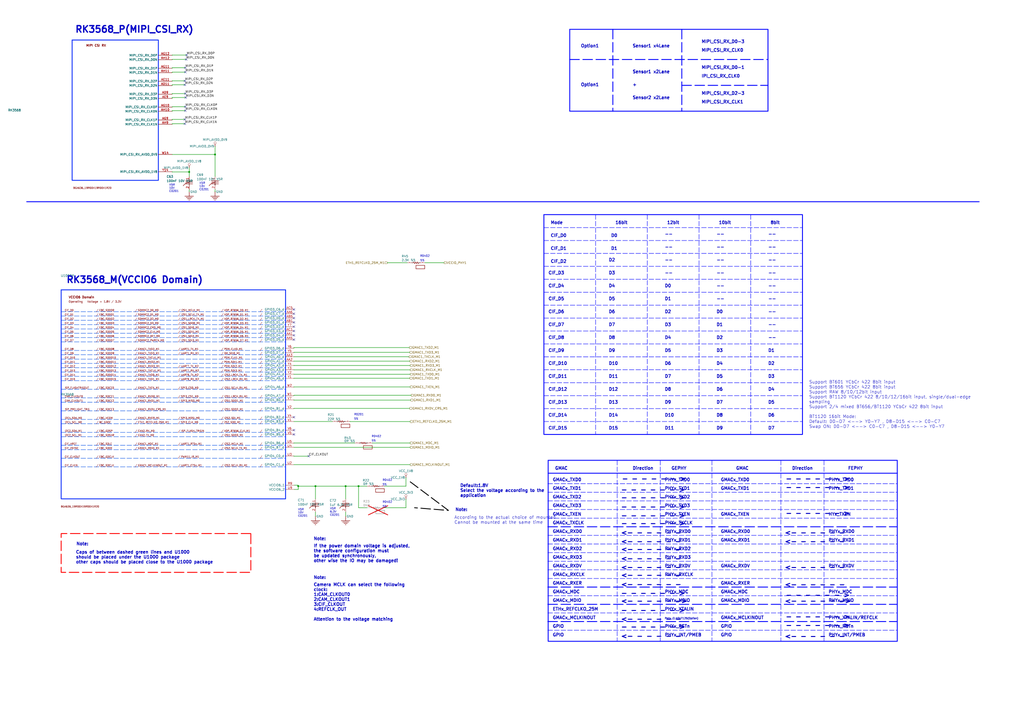
<source format=kicad_sch>
(kicad_sch (version 20230819) (generator eeschema)
  (paper "A2")
  (lib_symbols
    (symbol "cm3568 LPDDR4-altium-import:GND" (power)
      (property "Reference" "#PWR" (at 0 0 0))
      (property "Value" "GND" (at 0 6.35 0))
      (symbol "GND_0_0"
        (pin power_in line (at 0 0 0) (length 0) (name "GND") (number ""))
      )
    )
    (symbol "cm3568 LPDDR4-altium-import:MIPI_AVDD_0V9" (power)
      (property "Reference" "#PWR" (at 0 0 0))
      (property "Value" "MIPI_AVDD_0V9" (at 0 3.81 0))
      (symbol "MIPI_AVDD_0V9_0_0"
        (pin power_in line (at 0 0 0) (length 0) (name "MIPI_AVDD_0V9") (number ""))
      )
    )
    (symbol "cm3568 LPDDR4-altium-import:MIPI_AVDD_1V8" (power)
      (property "Reference" "#PWR" (at 0 0 0))
      (property "Value" "MIPI_AVDD_1V8" (at 0 3.81 0))
      (symbol "MIPI_AVDD_1V8_0_0"
        (pin power_in line (at 0 0 0) (length 0) (name "MIPI_AVDD_1V8") (number ""))
      )
    )
    (symbol "cm3568 LPDDR4-altium-import:VCC_1V8" (power)
      (property "Reference" "#PWR" (at 0 0 0))
      (property "Value" "VCC_1V8" (at 0 3.81 0))
      (symbol "VCC_1V8_0_0"
        (pin power_in line (at 0 0 0) (length 0) (name "VCC_1V8") (number ""))
      )
    )
    (symbol "cm3568 LPDDR4-altium-import:VCC_3V3" (power)
      (property "Reference" "#PWR" (at 0 0 0))
      (property "Value" "VCC_3V3" (at 0 3.81 0))
      (symbol "VCC_3V3_0_0"
        (pin power_in line (at 0 0 0) (length 0) (name "VCC_3V3") (number ""))
      )
    )
    (symbol "cm3568 LPDDR4-altium-import:root_0_R0201_22R"
      (symbol "root_0_R0201_22R_1_0"
        (pin passive line (at -5.04 -0.04 0) (length 2.54) (name "1") (number "1"))
        (pin passive line (at 5.12 -0.04 180) (length 2.54) (name "2") (number "2"))
      )
    )
    (symbol "cm3568 LPDDR4-altium-import:root_0_R0402_0R"
      (symbol "root_0_R0402_0R_1_0"
        (pin passive line (at -5.04 -0.04 0) (length 2.54) (name "1") (number "1"))
        (pin passive line (at 5.12 -0.04 180) (length 2.54) (name "2") (number "2"))
      )
    )
    (symbol "cm3568 LPDDR4-altium-import:root_0_R0402_NC"
      (symbol "root_0_R0402_NC_1_0"
        (pin passive line (at -5.04 -0.04 0) (length 2.54) (name "1") (number "1"))
        (pin passive line (at 5.12 -0.04 180) (length 2.54) (name "2") (number "2"))
      )
    )
    (symbol "cm3568 LPDDR4-altium-import:root_0_RK3568"
      (property "Reference" "U13" (at -65.254 58.89 0))
      (property "Value" "RK3568" (at -65.254 -10.04 0))
      (symbol "root_0_RK3568_1_0"
        (pin passive line (at 17.92 47.5 180) (length 8) (name "VDD_CPU_1") (number "J15"))
        (pin passive line (at 17.92 45 180) (length 8) (name "VDD_CPU_2") (number "K15"))
        (pin passive line (at 17.92 42.5 180) (length 8) (name "VDD_CPU_3") (number "K16"))
        (pin passive line (at 17.92 40 180) (length 8) (name "VDD_CPU_4") (number "K17"))
        (pin passive line (at 17.92 37.5 180) (length 8) (name "VDD_CPU_5") (number "K18"))
        (pin passive line (at 17.92 10 180) (length 8) (name "VDD_LOGIC_1") (number "L12"))
        (pin passive line (at 17.92 35 180) (length 8) (name "VDD_CPU_6") (number "L15"))
        (pin passive line (at 17.92 32.5 180) (length 8) (name "VDD_CPU_7") (number "L16"))
        (pin passive line (at 17.92 30 180) (length 8) (name "VDD_CPU_8") (number "L17"))
        (pin passive line (at 17.92 27.5 180) (length 8) (name "VDD_CPU_9") (number "L18"))
        (pin passive line (at 17.92 7.5 180) (length 8) (name "VDD_LOGIC_2") (number "M12"))
        (pin passive line (at 17.92 17.5 180) (length 8) (name "VDD_CPU_COM") (number "M15"))
        (pin passive line (at 17.92 25 180) (length 8) (name "VDD_CPU_10") (number "M17"))
        (pin passive line (at 17.92 -37.5 180) (length 8) (name "VDD_NPU_1") (number "M19"))
        (pin passive line (at 17.92 5 180) (length 8) (name "VDD_LOGIC_3") (number "N13"))
        (pin passive line (at 17.92 2.5 180) (length 8) (name "VDD_LOGIC_4") (number "N16"))
        (pin passive line (at 17.92 -40 180) (length 8) (name "VDD_NPU_2") (number "N19"))
        (pin passive line (at 17.92 0 180) (length 8) (name "VDD_LOGIC_5") (number "P13"))
        (pin passive line (at 17.92 -2.5 180) (length 8) (name "VDD_LOGIC_6") (number "P16"))
        (pin passive line (at 17.92 -42.5 180) (length 8) (name "VDD_NPU_3") (number "P18"))
        (pin passive line (at 17.92 -45 180) (length 8) (name "VDD_NPU_4") (number "P19"))
        (pin passive line (at 17.92 -47.5 180) (length 8) (name "VDD_NPU_5") (number "P20"))
        (pin passive line (at 17.92 -5 180) (length 8) (name "VDD_LOGIC_7") (number "R12"))
        (pin passive line (at 17.92 -20 180) (length 8) (name "VDD_GPU_1") (number "R13"))
        (pin passive line (at 17.92 -7.5 180) (length 8) (name "VDD_LOGIC_8") (number "R16"))
        (pin passive line (at 17.92 -10 180) (length 8) (name "VDD_LOGIC_9") (number "T12"))
        (pin passive line (at 17.92 -22.5 180) (length 8) (name "VDD_GPU_2") (number "T13"))
        (pin passive line (at 17.92 -12.5 180) (length 8) (name "VDD_LOGIC_10") (number "T16"))
        (pin passive line (at 17.92 -25 180) (length 8) (name "VDD_GPU_3") (number "U11"))
        (pin passive line (at 17.92 -27.5 180) (length 8) (name "VDD_GPU_4") (number "U12"))
        (pin passive line (at 17.92 -30 180) (length 8) (name "VDD_GPU_5") (number "U13"))
      )
      (symbol "root_0_RK3568_2_0"
        (pin passive line (at 17.92 77.5 180) (length 8) (name "VSS_1") (number "A1"))
        (pin passive line (at 17.92 70 180) (length 8) (name "VSS_4") (number "A10"))
        (pin passive line (at 17.92 67.5 180) (length 8) (name "VSS_5") (number "A14"))
        (pin passive line (at 17.92 65 180) (length 8) (name "VSS_6") (number "A18"))
        (pin passive line (at 17.92 62.5 180) (length 8) (name "VSS_7") (number "A28"))
        (pin passive line (at 17.92 75 180) (length 8) (name "VSS_2") (number "A3"))
        (pin passive line (at 17.92 72.5 180) (length 8) (name "VSS_3") (number "A6"))
        (pin passive line (at 17.92 55 180) (length 8) (name "VSS_10") (number "B12"))
        (pin passive line (at 17.92 52.5 180) (length 8) (name "VSS_11") (number "B16"))
        (pin passive line (at 17.92 50 180) (length 8) (name "VSS_12") (number "B23"))
        (pin passive line (at 17.92 47.5 180) (length 8) (name "VSS_13") (number "B26"))
        (pin passive line (at 17.92 60 180) (length 8) (name "VSS_8") (number "B5"))
        (pin passive line (at 17.92 57.5 180) (length 8) (name "VSS_9") (number "B9"))
        (pin passive line (at 17.92 35 180) (length 8) (name "VSS_18") (number "C11"))
        (pin passive line (at 17.92 32.5 180) (length 8) (name "VSS_19") (number "C12"))
        (pin passive line (at 17.92 30 180) (length 8) (name "VSS_20") (number "C14"))
        (pin passive line (at 17.92 27.5 180) (length 8) (name "VSS_21") (number "C15"))
        (pin passive line (at 17.92 25 180) (length 8) (name "VSS_22") (number "C17"))
        (pin passive line (at 17.92 22.5 180) (length 8) (name "VSS_23") (number "C18"))
        (pin passive line (at 17.92 20 180) (length 8) (name "VSS_24") (number "C25"))
        (pin passive line (at 17.92 45 180) (length 8) (name "VSS_14") (number "C3"))
        (pin passive line (at 17.92 42.5 180) (length 8) (name "VSS_15") (number "C6"))
        (pin passive line (at 17.92 40 180) (length 8) (name "VSS_16") (number "C8"))
        (pin passive line (at 17.92 37.5 180) (length 8) (name "VSS_17") (number "C9"))
        (pin passive line (at 17.92 15 180) (length 8) (name "VSS_26") (number "D11"))
        (pin passive line (at 17.92 17.5 180) (length 8) (name "VSS_25") (number "D2"))
        (pin passive line (at 17.92 10 180) (length 8) (name "VSS_28") (number "D28"))
        (pin passive line (at 17.92 12.5 180) (length 8) (name "VSS_27") (number "D3"))
        (pin passive line (at 17.92 7.5 180) (length 8) (name "VSS_29") (number "E3"))
        (pin passive line (at 17.92 5 180) (length 8) (name "VSS_30") (number "E7"))
        (pin passive line (at 17.92 2.5 180) (length 8) (name "VSS_31") (number "F1"))
        (pin passive line (at 17.92 -5 180) (length 8) (name "VSS_34") (number "F12"))
        (pin passive line (at 17.92 -7.5 180) (length 8) (name "VSS_35") (number "F14"))
        (pin passive line (at 17.92 -10 180) (length 8) (name "VSS_36") (number "F15"))
        (pin passive line (at 17.92 -12.5 180) (length 8) (name "VSS_37") (number "F17"))
        (pin passive line (at 17.92 0 180) (length 8) (name "VSS_32") (number "F3"))
        (pin passive line (at 17.92 -2.5 180) (length 8) (name "VSS_33") (number "F9"))
        (pin passive line (at 17.92 -25 180) (length 8) (name "VSS_42") (number "G11"))
        (pin passive line (at 17.92 -27.5 180) (length 8) (name "VSS_43") (number "G12"))
        (pin passive line (at 17.92 -30 180) (length 8) (name "VSS_44") (number "G14"))
        (pin passive line (at 17.92 -32.5 180) (length 8) (name "VSS_45") (number "G15"))
        (pin passive line (at 17.92 -35 180) (length 8) (name "VSS_46") (number "G17"))
        (pin passive line (at 17.92 -37.5 180) (length 8) (name "VSS_47") (number "G18"))
        (pin passive line (at 17.92 -40 180) (length 8) (name "VSS_48") (number "G24"))
        (pin passive line (at 17.92 -15 180) (length 8) (name "VSS_38") (number "G5"))
        (pin passive line (at 17.92 -17.5 180) (length 8) (name "VSS_39") (number "G6"))
        (pin passive line (at 17.92 -20 180) (length 8) (name "VSS_40") (number "G8"))
        (pin passive line (at 17.92 -22.5 180) (length 8) (name "VSS_41") (number "G9"))
        (pin passive line (at 17.92 -42.5 180) (length 8) (name "VSS_49") (number "H2"))
        (pin passive line (at 17.92 -45 180) (length 8) (name "VSS_50") (number "H3"))
        (pin passive line (at 17.92 -47.5 180) (length 8) (name "VSS_51") (number "H6"))
        (pin passive line (at 17.92 -55 180) (length 8) (name "VSS_54") (number "J17"))
        (pin passive line (at 17.92 -57.5 180) (length 8) (name "VSS_55") (number "J18"))
        (pin passive line (at 17.92 -60 180) (length 8) (name "VSS_56") (number "J20"))
        (pin passive line (at 17.92 -62.5 180) (length 8) (name "VSS_57") (number "J22"))
        (pin passive line (at 17.92 -65 180) (length 8) (name "VSS_58") (number "J26"))
        (pin passive line (at 17.92 -50 180) (length 8) (name "VSS_52") (number "J3"))
        (pin passive line (at 17.92 -52.5 180) (length 8) (name "VSS_53") (number "J5"))
        (pin passive line (at 17.92 -67.5 180) (length 8) (name "VSS_59") (number "K1"))
        (pin passive line (at 17.92 -70 180) (length 8) (name "VSS_60") (number "K11"))
        (pin passive line (at 17.92 -72.5 180) (length 8) (name "VSS_61") (number "K12"))
        (pin passive line (at 17.92 -75 180) (length 8) (name "VSS_62") (number "K13"))
        (pin passive line (at 17.92 -77.5 180) (length 8) (name "VSS_63") (number "K14"))
        (pin passive line (at 17.92 -80 180) (length 8) (name "VSS_64") (number "K19"))
        (pin passive line (at 17.92 -82.5 180) (length 8) (name "VSS_65") (number "L3"))
      )
      (symbol "root_0_RK3568_3_0"
        (pin passive line (at 15.42 72.5 180) (length 8) (name "VSS_68") (number "L11"))
        (pin passive line (at 15.42 70 180) (length 8) (name "VSS_69") (number "L13"))
        (pin passive line (at 15.42 67.5 180) (length 8) (name "VSS_70") (number "L14"))
        (pin passive line (at 15.42 65 180) (length 8) (name "VSS_71") (number "L19"))
        (pin passive line (at 15.42 62.5 180) (length 8) (name "VSS_72") (number "L20"))
        (pin passive line (at 15.42 60 180) (length 8) (name "VSS_73") (number "L21"))
        (pin passive line (at 15.42 77.5 180) (length 8) (name "VSS_66") (number "L5"))
        (pin passive line (at 15.42 75 180) (length 8) (name "VSS_67") (number "L8"))
        (pin passive line (at 15.42 47.5 180) (length 8) (name "VSS_78") (number "M11"))
        (pin passive line (at 15.42 45 180) (length 8) (name "VSS_79") (number "M13"))
        (pin passive line (at 15.42 42.5 180) (length 8) (name "VSS_80") (number "M14"))
        (pin passive line (at 15.42 40 180) (length 8) (name "VSS_81") (number "M16"))
        (pin passive line (at 15.42 37.5 180) (length 8) (name "VSS_82") (number "M18"))
        (pin passive line (at 15.42 57.5 180) (length 8) (name "VSS_74") (number "M2"))
        (pin passive line (at 15.42 55 180) (length 8) (name "VSS_75") (number "M3"))
        (pin passive line (at 15.42 52.5 180) (length 8) (name "VSS_76") (number "M6"))
        (pin passive line (at 15.42 50 180) (length 8) (name "VSS_77") (number "M8"))
        (pin passive line (at 15.42 35 180) (length 8) (name "VSS_83") (number "N1"))
        (pin passive line (at 15.42 32.5 180) (length 8) (name "VSS_84") (number "N12"))
        (pin passive line (at 15.42 30 180) (length 8) (name "VSS_85") (number "N14"))
        (pin passive line (at 15.42 27.5 180) (length 8) (name "VSS_86") (number "N15"))
        (pin passive line (at 15.42 25 180) (length 8) (name "VSS_87") (number "N17"))
        (pin passive line (at 15.42 22.5 180) (length 8) (name "VSS_88") (number "N18"))
        (pin passive line (at 15.42 15 180) (length 8) (name "VSS_91") (number "P12"))
        (pin passive line (at 15.42 12.5 180) (length 8) (name "VSS_92") (number "P14"))
        (pin passive line (at 15.42 10 180) (length 8) (name "VSS_93") (number "P15"))
        (pin passive line (at 15.42 7.5 180) (length 8) (name "VSS_94") (number "P17"))
        (pin passive line (at 15.42 20 180) (length 8) (name "VSS_89") (number "P3"))
        (pin passive line (at 15.42 17.5 180) (length 8) (name "VSS_90") (number "P6"))
        (pin passive line (at 15.42 0 180) (length 8) (name "VSS_97") (number "R10"))
        (pin passive line (at 15.42 -2.5 180) (length 8) (name "VSS_98") (number "R11"))
        (pin passive line (at 15.42 -5 180) (length 8) (name "VSS_99") (number "R14"))
        (pin passive line (at 15.42 -7.5 180) (length 8) (name "VSS_100") (number "R15"))
        (pin passive line (at 15.42 -10 180) (length 8) (name "VSS_101") (number "R17"))
        (pin passive line (at 15.42 -12.5 180) (length 8) (name "VSS_102") (number "R18"))
        (pin passive line (at 15.42 -15 180) (length 8) (name "VSS_103") (number "R19"))
        (pin passive line (at 15.42 5 180) (length 8) (name "VSS_95") (number "R3"))
        (pin passive line (at 15.42 2.5 180) (length 8) (name "VSS_96") (number "R6"))
        (pin passive line (at 15.42 -17.5 180) (length 8) (name "VSS_104") (number "T10"))
        (pin passive line (at 15.42 -20 180) (length 8) (name "VSS_105") (number "T11"))
        (pin passive line (at 15.42 -22.5 180) (length 8) (name "VSS_106") (number "T14"))
        (pin passive line (at 15.42 -25 180) (length 8) (name "VSS_107") (number "T15"))
        (pin passive line (at 15.42 -27.5 180) (length 8) (name "VSS_108") (number "T17"))
        (pin passive line (at 15.42 -30 180) (length 8) (name "VSS_109") (number "T18"))
        (pin passive line (at 15.42 -32.5 180) (length 8) (name "VSS_110") (number "T19"))
        (pin passive line (at 15.42 -35 180) (length 8) (name "VSS_111") (number "U1"))
        (pin passive line (at 15.42 -45 180) (length 8) (name "VSS_115") (number "U10"))
        (pin passive line (at 15.42 -47.5 180) (length 8) (name "VSS_116") (number "U14"))
        (pin passive line (at 15.42 -50 180) (length 8) (name "VSS_117") (number "U15"))
        (pin passive line (at 15.42 -52.5 180) (length 8) (name "VSS_118") (number "U16"))
        (pin passive line (at 15.42 -55 180) (length 8) (name "VSS_119") (number "U17"))
        (pin passive line (at 15.42 -57.5 180) (length 8) (name "VSS_120") (number "U18"))
        (pin passive line (at 15.42 -37.5 180) (length 8) (name "VSS_112") (number "U6"))
        (pin passive line (at 15.42 -40 180) (length 8) (name "VSS_113") (number "U7"))
        (pin passive line (at 15.42 -42.5 180) (length 8) (name "VSS_114") (number "U8"))
        (pin passive line (at 15.42 -67.5 180) (length 8) (name "VSS_124") (number "V13"))
        (pin passive line (at 15.42 -60 180) (length 8) (name "VSS_121") (number "V3"))
        (pin passive line (at 15.42 -62.5 180) (length 8) (name "VSS_122") (number "V8"))
        (pin passive line (at 15.42 -65 180) (length 8) (name "VSS_123") (number "V9"))
        (pin passive line (at 15.42 -70 180) (length 8) (name "VSS_125") (number "W10"))
        (pin passive line (at 15.42 -72.5 180) (length 8) (name "VSS_126") (number "W11"))
        (pin passive line (at 15.42 -75 180) (length 8) (name "VSS_127") (number "W12"))
        (pin passive line (at 15.42 -77.5 180) (length 8) (name "VSS_128") (number "W13"))
        (pin passive line (at 15.42 -80 180) (length 8) (name "VSS_129") (number "Y8"))
        (pin passive line (at 15.42 -82.5 180) (length 8) (name "VSS_130") (number "Y9"))
      )
      (symbol "root_0_RK3568_4_0"
        (pin passive line (at 15 7.5 180) (length 8) (name "VSS_135") (number "AA23"))
        (pin passive line (at 15 12.5 180) (length 8) (name "VSS_133") (number "AA4"))
        (pin passive line (at 15 10 180) (length 8) (name "VSS_134") (number "AA9"))
        (pin passive line (at 15 5 180) (length 8) (name "VSS_136") (number "AB2"))
        (pin passive line (at 15 2.5 180) (length 8) (name "VSS_137") (number "AB6"))
        (pin passive line (at 15 0 180) (length 8) (name "VSS_138") (number "AD3"))
        (pin passive line (at 15 -5 180) (length 8) (name "VSS_140") (number "AE21"))
        (pin passive line (at 15 -2.5 180) (length 8) (name "VSS_139") (number "AE6"))
        (pin passive line (at 15 -10 180) (length 8) (name "VSS_142") (number "AF26"))
        (pin passive line (at 15 -7.5 180) (length 8) (name "VSS_141") (number "AF3"))
        (pin passive line (at 15 -12.5 180) (length 8) (name "VSS_143") (number "AG5"))
        (pin passive line (at 15 -15 180) (length 8) (name "VSS_144") (number "AH1"))
        (pin passive line (at 15 -20 180) (length 8) (name "VSS_146") (number "AH28"))
        (pin passive line (at 15 -17.5 180) (length 8) (name "VSS_145") (number "AH8"))
        (pin passive line (at 15 17.5 180) (length 8) (name "VSS_131") (number "Y11"))
        (pin passive line (at 15 15 180) (length 8) (name "VSS_132") (number "Y12"))
      )
      (symbol "root_0_RK3568_5_0"
        (pin passive line (at 17.5 15 180) (length 8) (name "AVSS_24") (number "AA12"))
        (pin passive line (at 17.5 12.5 180) (length 8) (name "AVSS_25") (number "AA14"))
        (pin passive line (at 17.5 10 180) (length 8) (name "AVSS_26") (number "AA15"))
        (pin passive line (at 17.5 7.5 180) (length 8) (name "AVSS_27") (number "AA17"))
        (pin passive line (at 17.5 5 180) (length 8) (name "AVSS_28") (number "AA24"))
        (pin passive line (at 17.5 2.5 180) (length 8) (name "AVSS_29") (number "AA26"))
        (pin passive line (at 17.5 0 180) (length 8) (name "AVSS_30") (number "AB11"))
        (pin passive line (at 17.5 -2.5 180) (length 8) (name "AVSS_31") (number "AB12"))
        (pin passive line (at 17.5 -5 180) (length 8) (name "AVSS_32") (number "AB14"))
        (pin passive line (at 17.5 -7.5 180) (length 8) (name "AVSS_33") (number "AB15"))
        (pin passive line (at 17.5 -10 180) (length 8) (name "AVSS_34") (number "AB17"))
        (pin passive line (at 17.5 -15 180) (length 8) (name "AVSS_36") (number "AC11"))
        (pin passive line (at 17.5 -17.5 180) (length 8) (name "AVSS_37") (number "AC12"))
        (pin passive line (at 17.5 -20 180) (length 8) (name "AVSS_38") (number "AC15"))
        (pin passive line (at 17.5 -22.5 180) (length 8) (name "AVSS_39") (number "AC18"))
        (pin passive line (at 17.5 -25 180) (length 8) (name "AVSS_40") (number "AC25"))
        (pin passive line (at 17.5 -27.5 180) (length 8) (name "AVSS_41") (number "AC26"))
        (pin passive line (at 17.5 -12.5 180) (length 8) (name "AVSS_35") (number "AC9"))
        (pin passive line (at 17.5 -30 180) (length 8) (name "AVSS_42") (number "AD26"))
        (pin passive line (at 17.5 -32.5 180) (length 8) (name "AVSS_43") (number "AE14"))
        (pin passive line (at 17.5 -35 180) (length 8) (name "AVSS_44") (number "AE17"))
        (pin passive line (at 17.5 -37.5 180) (length 8) (name "AVSS_45") (number "AE20"))
        (pin passive line (at 17.5 -40 180) (length 8) (name "AVSS_46") (number "AE27"))
        (pin passive line (at 17.5 -42.5 180) (length 8) (name "AVSS_47") (number "AE28"))
        (pin passive line (at 17.5 -47.5 180) (length 8) (name "AVSS_49") (number "AF11"))
        (pin passive line (at 17.5 -50 180) (length 8) (name "AVSS_50") (number "AF12"))
        (pin passive line (at 17.5 -52.5 180) (length 8) (name "AVSS_51") (number "AF14"))
        (pin passive line (at 17.5 -55 180) (length 8) (name "AVSS_52") (number "AF15"))
        (pin passive line (at 17.5 -57.5 180) (length 8) (name "AVSS_53") (number "AF17"))
        (pin passive line (at 17.5 -60 180) (length 8) (name "AVSS_54") (number "AF18"))
        (pin passive line (at 17.5 -62.5 180) (length 8) (name "AVSS_55") (number "AF20"))
        (pin passive line (at 17.5 -65 180) (length 8) (name "AVSS_56") (number "AF21"))
        (pin passive line (at 17.5 -45 180) (length 8) (name "AVSS_48") (number "AF9"))
        (pin passive line (at 17.5 -67.5 180) (length 8) (name "AVSS_57") (number "AG18"))
        (pin passive line (at 17.5 -70 180) (length 8) (name "AVSS_58") (number "AH18"))
        (pin passive line (at 17.5 -72.5 180) (length 8) (name "AVSS_59") (number "AH23"))
        (pin passive line (at 17.5 72.5 180) (length 8) (name "AVSS_1") (number "J27"))
        (pin passive line (at 17.5 70 180) (length 8) (name "AVSS_2") (number "L24"))
        (pin passive line (at 17.5 67.5 180) (length 8) (name "AVSS_3") (number "L26"))
        (pin passive line (at 17.5 65 180) (length 8) (name "AVSS_4") (number "M21"))
        (pin passive line (at 17.5 62.5 180) (length 8) (name "AVSS_5") (number "M26"))
        (pin passive line (at 17.5 60 180) (length 8) (name "AVSS_6") (number "N28"))
        (pin passive line (at 17.5 57.5 180) (length 8) (name "AVSS_7") (number "P21"))
        (pin passive line (at 17.5 55 180) (length 8) (name "AVSS_8") (number "P26"))
        (pin passive line (at 17.5 52.5 180) (length 8) (name "AVSS_9") (number "R23"))
        (pin passive line (at 17.5 50 180) (length 8) (name "AVSS_10") (number "R26"))
        (pin passive line (at 17.5 47.5 180) (length 8) (name "AVSS_11") (number "U23"))
        (pin passive line (at 17.5 45 180) (length 8) (name "AVSS_12") (number "U26"))
        (pin passive line (at 17.5 42.5 180) (length 8) (name "AVSS_13") (number "V14"))
        (pin passive line (at 17.5 40 180) (length 8) (name "AVSS_14") (number "V15"))
        (pin passive line (at 17.5 37.5 180) (length 8) (name "AVSS_15") (number "V16"))
        (pin passive line (at 17.5 35 180) (length 8) (name "AVSS_16") (number "V22"))
        (pin passive line (at 17.5 32.5 180) (length 8) (name "AVSS_17") (number "V23"))
        (pin passive line (at 17.5 30 180) (length 8) (name "AVSS_18") (number "V26"))
        (pin passive line (at 17.5 27.5 180) (length 8) (name "AVSS_19") (number "W17"))
        (pin passive line (at 17.5 25 180) (length 8) (name "AVSS_20") (number "Y18"))
        (pin passive line (at 17.5 22.5 180) (length 8) (name "AVSS_21") (number "Y23"))
        (pin passive line (at 17.5 20 180) (length 8) (name "AVSS_22") (number "Y24"))
        (pin passive line (at 17.5 17.5 180) (length 8) (name "AVSS_23") (number "Y26"))
      )
      (symbol "root_0_RK3568_6_0"
        (text "/  DDR4_DML_A               /  LPDDR4_DM0_A             /  DDR3_DM0            /  LPDDR3_DM1" (at 7.366 -13.716 0) (effects (font (size 1.143 1.143)) (justify left bottom)))
        (text "/  DDR4_DML_B               /  LPDDR4_DM1_B             /  DDR3_DM3            /  LPDDR3_DM2" (at 7.366 -126.238 0) (effects (font (size 1.143 1.143)) (justify left bottom)))
        (text "/  DDR4_DMU_A               /  LPDDR4_DM1_A             /  DDR3_DM1            /  LPDDR3_DM3" (at 7.366 -51.054 0) (effects (font (size 1.143 1.143)) (justify left bottom)))
        (text "/  DDR4_DMU_B              /  LPDDR4_DM0_B             /  DDR3_DM2            /  LPDDR3_DM0" (at 7.366 -88.392 0) (effects (font (size 1.143 1.143)) (justify left bottom)))
        (text "/  DDR4_DQL0_A              /  LPDDR4_DQ0_A              /  DDR3_DQ0            /  LPDDR3_DQ15" (at 7.366 9.144 0) (effects (font (size 1.143 1.143)) (justify left bottom)))
        (text "/  DDR4_DQL0_B              /  LPDDR4_DQ8_B              /  DDR3_DQ24          /  LPDDR3_DQ18" (at 7.366 -103.632 0) (effects (font (size 1.143 1.143)) (justify left bottom)))
        (text "/  DDR4_DQL1_A              /  LPDDR4_DQ7_A              /  DDR3_DQ7            /  LPDDR3_DQ11" (at 7.366 -8.89 0) (effects (font (size 1.143 1.143)) (justify left bottom)))
        (text "/  DDR4_DQL1_B              /  LPDDR4_DQ14_B            /  DDR3_DQ30          /  LPDDR3_DQ20" (at 7.366 -118.836 0) (effects (font (size 1.143 1.143)) (justify left bottom)))
        (text "/  DDR4_DQL2_A              /  LPDDR4_DQ1_A              /  DDR3_DQ1            /  LPDDR3_DQ14" (at 7.366 6.568 0) (effects (font (size 1.143 1.143)) (justify left bottom)))
        (text "/  DDR4_DQL2_B              /  LPDDR4_DQ8_B              /  DDR3_DQ25          /  LPDDR3_DQ19" (at 7.366 -106.172 0) (effects (font (size 1.143 1.143)) (justify left bottom)))
        (text "/  DDR4_DQL3_A              /  LPDDR4_DQ6_A              /  DDR3_DQ6            /  LPDDR3_DQ8" (at 7.366 -6.314 0) (effects (font (size 1.143 1.143)) (justify left bottom)))
        (text "/  DDR4_DQL3_B              /  LPDDR4_DQ15_B            /  DDR3_DQ31          /  LPDDR3_DQ21" (at 7.366 -121.412 0) (effects (font (size 1.143 1.143)) (justify left bottom)))
        (text "/  DDR4_DQL4_A              /  LPDDR4_DQ2_A              /  DDR3_DQ2            /  LPDDR3_DQ10" (at 7.366 3.991 0) (effects (font (size 1.143 1.143)) (justify left bottom)))
        (text "/  DDR4_DQL4_B              /  LPDDR4_DQ10_B            /  DDR3_DQ26          /  LPDDR3_DQ22" (at 7.366 -108.712 0) (effects (font (size 1.143 1.143)) (justify left bottom)))
        (text "/  DDR4_DQL5_A              /  LPDDR4_DQ5_A              /  DDR3_DQ5            /  LPDDR3_DQ12" (at 7.366 -3.737 0) (effects (font (size 1.143 1.143)) (justify left bottom)))
        (text "/  DDR4_DQL5_B              /  LPDDR4_DQ13_B            /  DDR3_DQ29          /  LPDDR3_DQ17" (at 7.366 -116.259 0) (effects (font (size 1.143 1.143)) (justify left bottom)))
        (text "/  DDR4_DQL6_A              /  LPDDR4_DQ3_A              /  DDR3_DQ3            /  LPDDR3_DQ9" (at 7.366 1.415 0) (effects (font (size 1.143 1.143)) (justify left bottom)))
        (text "/  DDR4_DQL6_B              /  LPDDR4_DQ11_B            /  DDR3_DQ27          /  LPDDR3_DQ23" (at 7.366 -111.107 0) (effects (font (size 1.143 1.143)) (justify left bottom)))
        (text "/  DDR4_DQL7_A              /  LPDDR4_DQ4_A              /  DDR3_DQ4            /  LPDDR3_DQ13" (at 7.366 -1.161 0) (effects (font (size 1.143 1.143)) (justify left bottom)))
        (text "/  DDR4_DQL7_B              /  LPDDR4_DQ12_B            /  DDR3_DQ28          /  LPDDR3_DQ16" (at 7.366 -113.683 0) (effects (font (size 1.143 1.143)) (justify left bottom)))
        (text "/  DDR4_DQSL_N_A       /  LPDDR4_DQS0N_A         /  DDR3_DQS0N        /  LPDDR3_DQS1N" (at 7.366 -21.082 0) (effects (font (size 1.143 1.143)) (justify left bottom)))
        (text "/  DDR4_DQSL_N_B         /  LPDDR4_DQS1N_B         /  DDR3_DQS3N        /  LPDDR3_DQS2N" (at 7.366 -133.604 0) (effects (font (size 1.143 1.143)) (justify left bottom)))
        (text "/  DDR4_DQSL_P_A        /  LPDDR4_DQS0P_A          /  DDR3_DQS0P        /  LPDDR3_DQS1P" (at 7.366 -18.506 0) (effects (font (size 1.143 1.143)) (justify left bottom)))
        (text "/  DDR4_DQSL_P_B          /  LPDDR4_DQS1P_B          /  DDR3_DQS3P        /  LPDDR3_DQS2P" (at 7.366 -131.028 0) (effects (font (size 1.143 1.143)) (justify left bottom)))
        (text "/  DDR4_DQSU_N_A       /  LPDDR4_DQS1N_A        /  DDR3_DQS1N        /  LPDDR3_DQS3N" (at 7.366 -58.42 0) (effects (font (size 1.143 1.143)) (justify left bottom)))
        (text "/  DDR4_DQSU_N_B        /  LPDDR4_DQS0N_B         /  DDR3_DQS2N        /  LPDDR3_DQS0N" (at 7.366 -95.758 0) (effects (font (size 1.143 1.143)) (justify left bottom)))
        (text "/  DDR4_DQSU_P_A        /  LPDDR4_DQS1P_A         /  DDR3_DQS1P        /  LPDDR3_DQS3P" (at 7.366 -55.844 0) (effects (font (size 1.143 1.143)) (justify left bottom)))
        (text "/  DDR4_DQSU_P_B        /  LPDDR4_DQS0P_B         /  DDR3_DQS2P        /  LPDDR3_DQS0P" (at 7.366 -93.182 0) (effects (font (size 1.143 1.143)) (justify left bottom)))
        (text "/  DDR4_DQU0_A             /  LPDDR4_DQ15_A            /  DDR3_DQ15          /  LPDDR3_DQ27" (at 7.366 -46.228 0) (effects (font (size 1.143 1.143)) (justify left bottom)))
        (text "/  DDR4_DQU0_B             /  LPDDR4_DQ4_B              /  DDR3_DQ20          /  LPDDR3_DQ2" (at 7.366 -75.837 0) (effects (font (size 1.143 1.143)) (justify left bottom)))
        (text "/  DDR4_DQU1_A             /  LPDDR4_DQ9_A              /  DDR3_DQ9            /  LPDDR3_DQ24" (at 7.366 -30.77 0) (effects (font (size 1.143 1.143)) (justify left bottom)))
        (text "/  DDR4_DQU1_B             /  LPDDR4_DQ3_B              /  DDR3_DQ19          /  LPDDR3_DQ4" (at 7.366 -73.261 0) (effects (font (size 1.143 1.143)) (justify left bottom)))
        (text "/  DDR4_DQU2_A             /  LPDDR4_DQ12_A            /  DDR3_DQ12          /  LPDDR3_DQ26" (at 7.366 -38.499 0) (effects (font (size 1.143 1.143)) (justify left bottom)))
        (text "/  DDR4_DQU2_B             /  LPDDR4_DQ7_B              /  DDR3_DQ23          /  LPDDR3_DQ0" (at 7.366 -83.566 0) (effects (font (size 1.143 1.143)) (justify left bottom)))
        (text "/  DDR4_DQU3_A             /  LPDDR4_DQ8_A              /  DDR3_DQ8            /  LPDDR3_DQ25" (at 7.366 -28.448 0) (effects (font (size 1.143 1.143)) (justify left bottom)))
        (text "/  DDR4_DQU3_B             /  LPDDR4_DQ2_B              /  DDR3_DQ18          /  LPDDR3_DQ6" (at 7.366 -70.685 0) (effects (font (size 1.143 1.143)) (justify left bottom)))
        (text "/  DDR4_DQU4_A             /  LPDDR4_DQ13_A            /  DDR3_DQ13          /  LPDDR3_DQ31" (at 7.366 -41.075 0) (effects (font (size 1.143 1.143)) (justify left bottom)))
        (text "/  DDR4_DQU4_B             /  LPDDR4_DQ6_B              /  DDR3_DQ22          /  LPDDR3_DQ7" (at 7.366 -80.99 0) (effects (font (size 1.143 1.143)) (justify left bottom)))
        (text "/  DDR4_DQU5_A             /  LPDDR4_DQ11_A            /  DDR3_DQ11          /  LPDDR3_DQ29" (at 7.366 -35.923 0) (effects (font (size 1.143 1.143)) (justify left bottom)))
        (text "/  DDR4_DQU5_B             /  LPDDR4_DQ1_B              /  DDR3_DQ17          /  LPDDR3_DQ5" (at 7.366 -68.108 0) (effects (font (size 1.143 1.143)) (justify left bottom)))
        (text "/  DDR4_DQU6_A             /  LPDDR4_DQ14_A            /  DDR3_DQ14          /  LPDDR3_DQ30" (at 7.366 -43.652 0) (effects (font (size 1.143 1.143)) (justify left bottom)))
        (text "/  DDR4_DQU6_B             /  LPDDR4_DQ5_B              /  DDR3_DQ21          /  LPDDR3_DQ3" (at 7.366 -78.413 0) (effects (font (size 1.143 1.143)) (justify left bottom)))
        (text "/  DDR4_DQU7_A             /  LPDDR4_DQ10_A            /  DDR3_DQ10          /  LPDDR3_DQ28" (at 7.366 -33.347 0) (effects (font (size 1.143 1.143)) (justify left bottom)))
        (text "/  DDR4_DQU7_B             /  LPDDR4_DQ0_B              /  DDR3_DQ16          /  LPDDR3_DQ1" (at 7.366 -65.786 0) (effects (font (size 1.143 1.143)) (justify left bottom)))
        (text "/  DDR4_ECC_DM            /  --                                         /  DDR3_ECC_DM" (at 7.366 -163.322 0) (effects (font (size 1.143 1.143)) (justify left bottom)))
        (text "/  DDR4_ECC_DQ0           /  --                                         /  DDR3_ECC_DQ1" (at 7.366 -143.256 0) (effects (font (size 1.143 1.143)) (justify left bottom)))
        (text "/  DDR4_ECC_DQ1           /  --                                         /  DDR3_ECC_DQ3" (at 7.366 -148.191 0) (effects (font (size 1.143 1.143)) (justify left bottom)))
        (text "/  DDR4_ECC_DQ2           /  --                                         /  DDR3_ECC_DQ2" (at 7.366 -145.796 0) (effects (font (size 1.143 1.143)) (justify left bottom)))
        (text "/  DDR4_ECC_DQ3           /  --                                         /  DDR3_ECC_DQ6" (at 7.366 -155.92 0) (effects (font (size 1.143 1.143)) (justify left bottom)))
        (text "/  DDR4_ECC_DQ4           /  --                                         /  DDR3_ECC_DQ5" (at 7.366 -153.343 0) (effects (font (size 1.143 1.143)) (justify left bottom)))
        (text "/  DDR4_ECC_DQ5           /  --                                         /  DDR3_ECC_DQ7" (at 7.366 -158.496 0) (effects (font (size 1.143 1.143)) (justify left bottom)))
        (text "/  DDR4_ECC_DQ6           /  --                                         /  DDR3_ECC_DQ4" (at 7.366 -150.767 0) (effects (font (size 1.143 1.143)) (justify left bottom)))
        (text "/  DDR4_ECC_DQ7           /  --                                         /  DDR3_ECC_DQ0" (at 7.366 -140.716 0) (effects (font (size 1.143 1.143)) (justify left bottom)))
        (text "/  DDR4_ECC_DQS_N     /  --                                         /  DDR3_ECC_DQS_N" (at 7.366 -170.688 0) (effects (font (size 1.143 1.143)) (justify left bottom)))
        (text "/  DDR4_ECC_DQS_P      /  --                                         /  DDR3_ECC_DQS_P" (at 7.366 -168.112 0) (effects (font (size 1.143 1.143)) (justify left bottom)))
        (text "=0.6V" (at 170 -162.5 0) (effects (font (size 1.27 1.27) bold) (justify left bottom)))
        (text "=1.1V" (at 170 -160 0) (effects (font (size 1.27 1.27)) (justify left bottom)))
        (text "=1.1V" (at 170 -135 0) (effects (font (size 1.27 1.27)) (justify left bottom)))
        (text "=1.1V" (at 170 -132.5 0) (effects (font (size 1.27 1.27)) (justify left bottom)))
        (text "=1.2V" (at 170 -157.5 0) (effects (font (size 1.27 1.27)) (justify left bottom)))
        (text "=1.2V" (at 170 -155 0) (effects (font (size 1.27 1.27)) (justify left bottom)))
        (text "=1.2V" (at 170 -130 0) (effects (font (size 1.27 1.27)) (justify left bottom)))
        (text "=1.2V" (at 170 -127.5 0) (effects (font (size 1.27 1.27)) (justify left bottom)))
        (text "=1.35V" (at 170 -150 0) (effects (font (size 1.27 1.27)) (justify left bottom)))
        (text "=1.35V" (at 170 -122.5 0) (effects (font (size 1.27 1.27)) (justify left bottom)))
        (text "=1.5V" (at 170 -152.5 0) (effects (font (size 1.27 1.27)) (justify left bottom)))
        (text "=1.5V" (at 170 -125 0) (effects (font (size 1.27 1.27)) (justify left bottom)))
        (text "DDR3" (at 55.88 14.224 0) (effects (font (size 1.27 1.27) bold) (justify left bottom)))
        (text "DDR3" (at 152.908 14.224 0) (effects (font (size 1.27 1.27) bold) (justify left bottom)))
        (text "DDR3" (at 157.5 -152.5 0) (effects (font (size 1.27 1.27)) (justify left bottom)))
        (text "DDR3" (at 157.5 -125 0) (effects (font (size 1.27 1.27)) (justify left bottom)))
        (text "DDR3L" (at 157.5 -150 0) (effects (font (size 1.27 1.27)) (justify left bottom)))
        (text "DDR3L" (at 157.5 -122.5 0) (effects (font (size 1.27 1.27)) (justify left bottom)))
        (text "DDR4" (at 8.89 14.224 0) (effects (font (size 1.27 1.27) bold) (justify left bottom)))
        (text "DDR4" (at 99.568 14.224 0) (effects (font (size 1.27 1.27) bold) (justify left bottom)))
        (text "DDR4" (at 157.5 -155 0) (effects (font (size 1.27 1.27)) (justify left bottom)))
        (text "DDR4" (at 157.5 -127.5 0) (effects (font (size 1.27 1.27)) (justify left bottom)))
        (text "DDR4_14_WEn                     /  LPDDR4_A4_A                       /  DDR3_A15                 /  LPDDR3_A5                    /" (at 99.314 -33.69 0) (effects (font (size 1.143 1.143)) (justify left bottom)))
        (text "DDR4_A0                              /  LPDDR4_CLKP_B                /  DDR3_A9                    /  ---                                      /" (at 99.314 8.89 0) (effects (font (size 1.143 1.143) bold) (justify left bottom)))
        (text "DDR4_A1                              /  ---                                              /  DDR3_A2                    /  ---                                      /" (at 99.314 6.35 0) (effects (font (size 1.143 1.143)) (justify left bottom)))
        (text "DDR4_A10                            /  LPDDR4_CKE0_B                  /  DDR3_A10                  /  ---                                      /" (at 99.314 -21.19 0) (effects (font (size 1.143 1.143)) (justify left bottom)))
        (text "DDR4_A11                            /  LPDDR4_A0_A                       /  DDR3_A7                    /  LPDDR3_A8                    /" (at 99.314 -23.73 0) (effects (font (size 1.143 1.143)) (justify left bottom)))
        (text "DDR4_A12                            /  LPDDR4_A3_A                       /  DDR3_BA2                 /  ---                                      /" (at 99.314 -28.61 0) (effects (font (size 1.143 1.143)) (justify left bottom)))
        (text "DDR4_A13                            /  LPDDR4_A0_A                       /  DDR3_A14                  /  LPDDR3_A0                   /" (at 99.314 -31.15 0) (effects (font (size 1.143 1.143)) (justify left bottom)))
        (text "DDR4_A15_CASn                /  LPDDR4_A2_A                       /  DDR3_A0                   /  ---                                      /" (at 99.314 -36.23 0) (effects (font (size 1.143 1.143)) (justify left bottom)))
        (text "DDR4_A16_RASn                /  LPDDR4_A5_A                       /  DDR3_RASn               /  LPDDR3_A7                    /" (at 99.314 -41.11 0) (effects (font (size 1.143 1.143)) (justify left bottom)))
        (text "DDR4_A2                              /  LPDDR4_A1_A                       /  DDR3_A4                    /  LPDDR3_A6                    /" (at 99.314 3.81 0) (effects (font (size 1.143 1.143)) (justify left bottom)))
        (text "DDR4_A3                              /  LPDDR4_CKE1_A                  /  DDR3_A3                    /  ---                                      /" (at 99.314 1.27 0) (effects (font (size 1.143 1.143)) (justify left bottom)))
        (text "DDR4_A4                              /  LPDDR4_A3_B                       /  DDR3_BA1                 /  LPDDR3_A3                    /" (at 99.314 -3.61 0) (effects (font (size 1.143 1.143)) (justify left bottom)))
        (text "DDR4_A5                              /  LPDDR4_A5_B                       /  DDR3_A11                  /  LPDDR3_A2                    /" (at 99.314 -6.15 0) (effects (font (size 1.143 1.143)) (justify left bottom)))
        (text "DDR4_A6                              /  LPDDR4_A1_B                       /  DDR3_A13                  /  LPDDR3_A1                    /" (at 99.314 -8.69 0) (effects (font (size 1.143 1.143)) (justify left bottom)))
        (text "DDR4_A7                              /  LPDDR4_ODT0_CA_B          /  DDR3_A8                    /  ---                                      /" (at 99.314 -11.23 0) (effects (font (size 1.143 1.143)) (justify left bottom)))
        (text "DDR4_A8                              /  LPDDR4_ODT0_CA_A           /  DDR3_A6                    /  LPDDR3_A9                   /" (at 99.314 -16.11 0) (effects (font (size 1.143 1.143)) (justify left bottom)))
        (text "DDR4_A9                              /  LPDDR4_CLKN_B                /  DDR3_A5                    /  ---                                     /" (at 99.314 -18.65 0) (effects (font (size 1.143 1.143) bold) (justify left bottom)))
        (text "DDR4_ACTn                         /  LPDDR4_CKE1_B                  /  DDR3_CASn               /  ---                                      /" (at 99.314 -43.65 0) (effects (font (size 1.143 1.143)) (justify left bottom)))
        (text "DDR4_BA0                           /  LPDDR4_A2_B                       /  DDR3_A1                    /  ---                                      /" (at 99.314 -46.19 0) (effects (font (size 1.143 1.143)) (justify left bottom)))
        (text "DDR4_BA1                           /  LPDDR4_A4_B                       /  DDR3_A12                  /  LPDDR3_A4                    /" (at 99.314 -48.73 0) (effects (font (size 1.143 1.143)) (justify left bottom)))
        (text "DDR4_BG0                           /  LPDDR4_ODT1_CA_B          /  DDR3_WEn                 /  ---                                      /" (at 99.314 -53.61 0) (effects (font (size 1.143 1.143)) (justify left bottom)))
        (text "DDR4_BG1                           /  LPDDR4_ODT1_CA_A          /  DDR3_BA0                  /  ---                                      /" (at 99.314 -56.15 0) (effects (font (size 1.143 1.143)) (justify left bottom)))
        (text "DDR4_CKE                           /  LPDDR4_CKE0_A                 /  DDR3_CKE                 /  LPDDR3_CKE                 /" (at 99.314 -58.65 0) (effects (font (size 1.143 1.143)) (justify left bottom)))
        (text "DDR4_CLKN                      /  LPDDR4_CLKN_A                 /  DDR3_CLKN            /  LPDDR3_CLKN             /" (at 99.314 -66.19 0) (effects (font (size 1.143 1.143) bold) (justify left bottom)))
        (text "DDR4_CLKP                       /  LPDDR4_CLKP_A                 /  DDR3_CLKP             /  LPDDR3_CLKP             /" (at 99.314 -63.65 0) (effects (font (size 1.143 1.143) bold) (justify left bottom)))
        (text "DDR4_CS0n                         /  LPDDR4_CS0n_A                     /  DDR3_ODT1             /  LPDDR3_ODT0              /" (at 99.314 -71.11 0) (effects (font (size 1.143 1.143)) (justify left bottom)))
        (text "DDR4_CS1n                         /  LPDDR4_CS1n_A                     /  DDR3_CASn             /  LPDDR3_ODT1              /" (at 99.314 -73.65 0) (effects (font (size 1.143 1.143)) (justify left bottom)))
        (text "DDR4_ODT0                       /  LPDDR4_CS1n_B                     /  DDR3_ODT0             /  LPDDR3_CS1n               /" (at 99.314 -76.19 0) (effects (font (size 1.143 1.143)) (justify left bottom)))
        (text "DDR4_ODT1                       /  LPDDR4_CS0n_B                     /  DDR3_CS0n              /  LPDDR3_CS0n               /" (at 99.314 -78.69 0) (effects (font (size 1.143 1.143)) (justify left bottom)))
        (text "DDR4_RESETn                   /  LPDDR4_RESETn                    /  DDR3_RESETn         /  ---                                     /" (at 99.314 -83.73 0) (effects (font (size 1.143 1.143)) (justify left bottom)))
        (text "LPDDR3" (at 74.422 14.224 0) (effects (font (size 1.27 1.27) bold) (justify left bottom)))
        (text "LPDDR3" (at 157.5 -157.5 0) (effects (font (size 1.27 1.27)) (justify left bottom)))
        (text "LPDDR3" (at 157.5 -130 0) (effects (font (size 1.27 1.27)) (justify left bottom)))
        (text "LPDDR3" (at 173.736 14.224 0) (effects (font (size 1.27 1.27) bold) (justify left bottom)))
        (text "LPDDR4" (at 31.75 14.224 0) (effects (font (size 1.27 1.27) bold) (justify left bottom)))
        (text "LPDDR4" (at 125.476 14.224 0) (effects (font (size 1.27 1.27) bold) (justify left bottom)))
        (text "LPDDR4" (at 157.5 -160 0) (effects (font (size 1.27 1.27)) (justify left bottom)))
        (text "LPDDR4" (at 157.5 -132.5 0) (effects (font (size 1.27 1.27)) (justify left bottom)))
        (text "LPDDR4x" (at 157.5 -162.5 0) (effects (font (size 1.27 1.27)) (justify left bottom)))
        (text "LPDDR4x" (at 157.5 -135 0) (effects (font (size 1.27 1.27)) (justify left bottom)))
        (pin passive line (at -15.92 -92.5 0) (length 6) (name "DDR_DQS0P_B") (number "A11"))
        (pin passive line (at -15.92 -75 0) (length 6) (name "DDR_DQ4_B") (number "A12"))
        (pin passive line (at -15.92 -115 0) (length 6) (name "DDR_DQ13_B") (number "A13"))
        (pin passive line (at -15.92 -132.5 0) (length 6) (name "DDR_DQS1N_B") (number "A15"))
        (pin passive line (at -15.92 -102.5 0) (length 6) (name "DDR_DQ8_B") (number "A16"))
        (pin passive line (at -15.92 -107.5 0) (length 6) (name "DDR_DQ10_B") (number "A17"))
        (pin passive line (at 210.92 -70 180) (length 6) (name "AC25") (number "A2"))
        (pin passive line (at 210.92 -65 180) (length 6) (name "AC24") (number "A4"))
        (pin passive line (at 210.92 -17.5 180) (length 6) (name "AC9") (number "A5"))
        (pin passive line (at 210.92 -7.5 180) (length 6) (name "AC6") (number "A7"))
        (pin passive line (at 210.92 -10 180) (length 6) (name "AC7") (number "A8"))
        (pin passive line (at -15.92 -67.5 0) (length 6) (name "DDR_DQ1_B") (number "A9"))
        (pin passive line (at 210.92 5 180) (length 6) (name "AC2") (number "B1"))
        (pin passive line (at -15.92 -65 0) (length 6) (name "DDR_DQ0_B") (number "B10"))
        (pin passive line (at -15.92 -95 0) (length 6) (name "DDR_DQS0N_B") (number "B11"))
        (pin passive line (at -15.92 -112.5 0) (length 6) (name "DDR_DQ12_B") (number "B13"))
        (pin passive line (at -15.92 -120 0) (length 6) (name "DDR_DQ15_B") (number "B14"))
        (pin passive line (at -15.92 -130 0) (length 6) (name "DDR_DQS1P_B") (number "B15"))
        (pin passive line (at -15.92 -105 0) (length 6) (name "DDR_DQ9_B") (number "B17"))
        (pin passive line (at -15.92 -110 0) (length 6) (name "DDR_DQ11_B") (number "B18"))
        (pin passive line (at 210.92 -72.5 180) (length 6) (name "AC26") (number "B2"))
        (pin passive line (at 210.92 -57.5 180) (length 6) (name "AC20") (number "B3"))
        (pin passive line (at 210.92 -62.5 180) (length 6) (name "AC23") (number "B4"))
        (pin passive line (at 210.92 10 180) (length 6) (name "AC0") (number "B6"))
        (pin passive line (at 210.92 -5 180) (length 6) (name "AC5") (number "B7"))
        (pin passive line (at 210.92 -30 180) (length 6) (name "AC13") (number "B8"))
        (pin passive line (at 210.92 -15 180) (length 6) (name "AC8") (number "C1"))
        (pin passive line (at 210.92 -22.5 180) (length 6) (name "AC11") (number "C2"))
        (pin passive line (at 210.92 -27.5 180) (length 6) (name "AC12") (number "C4"))
        (pin passive line (at 210.92 -32.5 180) (length 6) (name "AC14") (number "C5"))
        (pin passive line (at -15.92 2.5 0) (length 6) (name "DDR_DQ3_A") (number "D1"))
        (pin passive line (at -15.92 -70 0) (length 6) (name "DDR_DQ2_B") (number "D12"))
        (pin passive line (at -15.92 -87.5 0) (length 6) (name "DDR_DM0_B") (number "D14"))
        (pin passive line (at -15.92 -77.5 0) (length 6) (name "DDR_DQ5_B") (number "D15"))
        (pin passive line (at -15.92 -117.5 0) (length 6) (name "DDR_DQ14_B") (number "D17"))
        (pin passive line (at 210.92 -40 180) (length 6) (name "AC16") (number "D5"))
        (pin passive line (at 210.92 -20 180) (length 6) (name "AC10") (number "D6"))
        (pin passive line (at 210.92 -77.5 180) (length 6) (name "AC28") (number "D8"))
        (pin passive line (at 210.92 -2.5 180) (length 6) (name "AC4") (number "D9"))
        (pin passive line (at -15.92 7.5 0) (length 6) (name "DDR_DQ1_A") (number "E1"))
        (pin passive line (at 210.92 -45 180) (length 6) (name "AC18") (number "E11"))
        (pin passive line (at -15.92 -72.5 0) (length 6) (name "DDR_DQ3_B") (number "E12"))
        (pin passive line (at -15.92 -82.5 0) (length 6) (name "DDR_DQ7_B") (number "E14"))
        (pin passive line (at -15.92 -80 0) (length 6) (name "DDR_DQ6_B") (number "E15"))
        (pin passive line (at -15.92 -125 0) (length 6) (name "DDR_DM1_B") (number "E17"))
        (pin passive line (at -15.92 5 0) (length 6) (name "DDR_DQ2_A") (number "E2"))
        (pin passive line (at 210.92 -35 180) (length 6) (name "AC15") (number "E4"))
        (pin passive line (at 210.92 -42.5 180) (length 6) (name "AC17") (number "E6"))
        (pin passive line (at 210.92 -75 180) (length 6) (name "AC27") (number "E8"))
        (pin passive line (at 210.92 -47.5 180) (length 6) (name "AC19") (number "E9"))
        (pin passive line (at 210.92 -82.5 180) (length 6) (name "AC29") (number "F11"))
        (pin passive line (at -15.92 10 0) (length 6) (name "DDR_DQ0_A") (number "F2"))
        (pin passive line (at 210.92 2.5 180) (length 6) (name "AC3") (number "F4"))
        (pin passive line (at 210.92 7.5 180) (length 6) (name "AC1") (number "F5"))
        (pin passive line (at 210.92 -55 180) (length 6) (name "AC21") (number "F7"))
        (pin passive line (at 210.92 -52.5 180) (length 6) (name "AC20") (number "F8"))
        (pin passive line (at -15.92 -17.5 0) (length 6) (name "DDR_DQS0P_A") (number "G1"))
        (pin passive line (at -15.92 -20 0) (length 6) (name "DDR_DQS0N_A") (number "G2"))
        (pin passive line (at -15.92 -5 0) (length 6) (name "DDR_DQ6_A") (number "H1"))
        (pin passive line (at 210.92 -125 180) (length 6) (name "DDRPHY_VDDQ2") (number "H11"))
        (pin passive line (at 210.92 -127.5 180) (length 6) (name "DDRPHY_VDDQ3") (number "H12"))
        (pin passive line (at 210.92 -130 180) (length 6) (name "DDRPHY_VDDQ4") (number "H14"))
        (pin passive line (at 210.92 -132.5 180) (length 6) (name "DDRPHY_VDDQ5") (number "H15"))
        (pin passive line (at -15.92 -7.5 0) (length 6) (name "DDR_DQ7_A") (number "H4"))
        (pin passive line (at -15.92 -12.5 0) (length 6) (name "DDR_DM0_A") (number "H5"))
        (pin passive line (at 210.92 -97.5 180) (length 6) (name "DDR_RZQ") (number "H7"))
        (pin passive line (at 210.92 -122.5 180) (length 6) (name "DDRPHY_VDDQ1") (number "H9"))
        (pin passive line (at -15.92 0 0) (length 6) (name "DDR_DQ4_A") (number "J1"))
        (pin passive line (at 210.92 -150 180) (length 6) (name "DDRPHY_VDDQL1") (number "J11"))
        (pin passive line (at 210.92 -152.5 180) (length 6) (name "DDRPHY_VDDQL2") (number "J12"))
        (pin passive line (at 210.92 -155 180) (length 6) (name "DDRPHY_VDDQL3") (number "J14"))
        (pin passive line (at -15.92 -2.5 0) (length 6) (name "DDR_DQ5_A") (number "J2"))
        (pin passive line (at -15.92 -50 0) (length 6) (name "DDR_DM1_A") (number "J4"))
        (pin passive line (at -15.906 -40.012 0) (length 6) (name "DDR_DQ13_A") (number "J6"))
        (pin passive line (at -15.92 -42.5 0) (length 6) (name "DDR_DQ14_A") (number "J7"))
        (pin passive line (at 210.92 -170 180) (length 6) (name "DDR_AVSS") (number "J8"))
        (pin passive line (at 210.92 -135 180) (length 6) (name "DDRPHY_VDDQ6") (number "J9"))
        (pin passive line (at 210.92 -157.5 180) (length 6) (name "DDRPHY_VDDQL4") (number "K10"))
        (pin passive line (at -15.92 -37.5 0) (length 6) (name "DDR_DQ12_A") (number "K2"))
        (pin passive line (at -15.92 -57.5 0) (length 6) (name "DDR_DQS1N_A") (number "L1"))
        (pin passive line (at 210.92 -160 180) (length 6) (name "DDRPHY_VDDQL5") (number "L10"))
        (pin passive line (at -15.92 -55 0) (length 6) (name "DDR_DQS1P_A") (number "L2"))
        (pin passive line (at -15.92 -45 0) (length 6) (name "DDR_DQ14_A") (number "L4"))
        (pin passive line (at -15.92 -35 0) (length 6) (name "DDR_DQ11_A") (number "L6"))
        (pin passive line (at -15.92 -32.5 0) (length 6) (name "DDR_DQ10_A") (number "L7"))
        (pin passive line (at 210.92 -137.5 180) (length 6) (name "DDRPHY_VDDQ7") (number "L9"))
        (pin passive line (at -15.92 -27.5 0) (length 6) (name "DDR_DQ8_A") (number "M1"))
        (pin passive line (at 210.92 -162.5 180) (length 6) (name "DDRPHY_VDDQL6") (number "M10"))
        (pin passive line (at -15.92 -142.5 0) (length 6) (name "DDR_ECC_DQ1") (number "M4"))
        (pin passive line (at -15.92 -145 0) (length 6) (name "DDR_ECC_DQ2") (number "M5"))
        (pin passive line (at -15.92 -150 0) (length 6) (name "DDR_ECC_DQ4") (number "M7"))
        (pin passive line (at 210.92 -140 180) (length 6) (name "DDRPHY_VDDQ8") (number "M9"))
        (pin passive line (at -15.92 -30 0) (length 6) (name "DDR_DQ9_A") (number "N2"))
        (pin passive line (at -15.92 -170 0) (length 6) (name "DDR_ECC_DQS_N") (number "P1"))
        (pin passive line (at -15.92 -167.5 0) (length 6) (name "DDR_ECC_DQS_P") (number "P2"))
        (pin passive line (at -15.92 -155 0) (length 6) (name "DDR_ECC_DQ6") (number "P4"))
        (pin passive line (at -15.92 -140 0) (length 6) (name "DDR_ECC_DQ0") (number "P5"))
        (pin passive line (at -15.92 -162.5 0) (length 6) (name "DDR_ECC_DM") (number "P7"))
        (pin passive line (at 210.92 -107.5 180) (length 6) (name "DDR_VREFOUT") (number "P8"))
        (pin passive line (at -15.92 -157.5 0) (length 6) (name "DDR_ECC_DQ7") (number "R4"))
        (pin passive line (at -15.92 -147.5 0) (length 6) (name "DDR_ECC_DQ3") (number "R5"))
        (pin passive line (at -15.92 -152.5 0) (length 6) (name "DDR_ECC_DQ5") (number "R7"))
      )
      (symbol "root_0_RK3568_7_0"
        (text "/" (at -71.912 -56.258 0) (effects (font (size 1.143 1.143)) (justify left bottom)))
        (text "/" (at -71.912 -53.758 0) (effects (font (size 1.143 1.143)) (justify left bottom)))
        (text "/" (at -71.912 -51.258 0) (effects (font (size 1.143 1.143)) (justify left bottom)))
        (text "/" (at -71.912 -48.758 0) (effects (font (size 1.143 1.143)) (justify left bottom)))
        (text "/" (at -71.912 -46.258 0) (effects (font (size 1.143 1.143)) (justify left bottom)))
        (text "/" (at -71.912 -43.758 0) (effects (font (size 1.143 1.143)) (justify left bottom)))
        (text "/" (at -71.912 -41.258 0) (effects (font (size 1.143 1.143)) (justify left bottom)))
        (text "/" (at -71.912 -38.758 0) (effects (font (size 1.143 1.143)) (justify left bottom)))
        (text "/" (at -71.912 -33.758 0) (effects (font (size 1.143 1.143)) (justify left bottom)))
        (text "/" (at -71.912 -31.258 0) (effects (font (size 1.143 1.143)) (justify left bottom)))
        (text "/" (at -71.912 -28.758 0) (effects (font (size 1.143 1.143)) (justify left bottom)))
        (text "/" (at -71.912 -26.258 0) (effects (font (size 1.143 1.143)) (justify left bottom)))
        (text "/" (at -71.912 -23.758 0) (effects (font (size 1.143 1.143)) (justify left bottom)))
        (text "/" (at -69.412 16.242 0) (effects (font (size 1.143 1.143)) (justify left bottom)))
        (text "/" (at -69.412 18.742 0) (effects (font (size 1.143 1.143)) (justify left bottom)))
        (text "/" (at -69.412 21.242 0) (effects (font (size 1.143 1.143)) (justify left bottom)))
        (text "/" (at -46.912 -56.258 0) (effects (font (size 1.143 1.143)) (justify left bottom)))
        (text "/" (at -46.912 -53.758 0) (effects (font (size 1.143 1.143)) (justify left bottom)))
        (text "/" (at -46.912 -51.258 0) (effects (font (size 1.143 1.143)) (justify left bottom)))
        (text "/" (at -46.912 -48.758 0) (effects (font (size 1.143 1.143)) (justify left bottom)))
        (text "/" (at -46.912 -46.258 0) (effects (font (size 1.143 1.143)) (justify left bottom)))
        (text "/" (at -46.912 -43.758 0) (effects (font (size 1.143 1.143)) (justify left bottom)))
        (text "/" (at -46.912 -41.258 0) (effects (font (size 1.143 1.143)) (justify left bottom)))
        (text "/" (at -46.912 -38.758 0) (effects (font (size 1.143 1.143)) (justify left bottom)))
        (text "/" (at -46.912 -31.258 0) (effects (font (size 1.143 1.143)) (justify left bottom)))
        (text "/" (at -46.912 -28.758 0) (effects (font (size 1.143 1.143)) (justify left bottom)))
        (text "/" (at -46.912 -26.258 0) (effects (font (size 1.143 1.143)) (justify left bottom)))
        (text "/" (at -46.912 -23.758 0) (effects (font (size 1.143 1.143)) (justify left bottom)))
        (text "/" (at -46.912 -16.258 0) (effects (font (size 1.143 1.143)) (justify left bottom)))
        (text "/" (at -46.912 16.242 0) (effects (font (size 1.143 1.143)) (justify left bottom)))
        (text "/" (at -46.912 18.742 0) (effects (font (size 1.143 1.143)) (justify left bottom)))
        (text "/" (at -46.912 21.242 0) (effects (font (size 1.143 1.143)) (justify left bottom)))
        (text "/" (at -46.912 26.242 0) (effects (font (size 1.143 1.143)) (justify left bottom)))
        (text "/" (at -46.912 28.742 0) (effects (font (size 1.143 1.143)) (justify left bottom)))
        (text "/" (at -46.912 31.242 0) (effects (font (size 1.143 1.143)) (justify left bottom)))
        (text "/" (at -19.412 -56.258 0) (effects (font (size 1.143 1.143)) (justify left bottom)))
        (text "/" (at -19.412 -53.758 0) (effects (font (size 1.143 1.143)) (justify left bottom)))
        (text "/" (at -19.412 -51.258 0) (effects (font (size 1.143 1.143)) (justify left bottom)))
        (text "/" (at -19.412 -48.758 0) (effects (font (size 1.143 1.143)) (justify left bottom)))
        (text "/" (at -19.412 -46.258 0) (effects (font (size 1.143 1.143)) (justify left bottom)))
        (text "/" (at -19.412 -43.758 0) (effects (font (size 1.143 1.143)) (justify left bottom)))
        (text "/" (at -19.412 -41.258 0) (effects (font (size 1.143 1.143)) (justify left bottom)))
        (text "/" (at -19.412 -38.758 0) (effects (font (size 1.143 1.143)) (justify left bottom)))
        (text "/" (at -19.412 -31.258 0) (effects (font (size 1.143 1.143)) (justify left bottom)))
        (text "/" (at -19.412 -28.758 0) (effects (font (size 1.143 1.143)) (justify left bottom)))
        (text "/" (at -19.412 -26.258 0) (effects (font (size 1.143 1.143)) (justify left bottom)))
        (text "/" (at -19.412 -23.758 0) (effects (font (size 1.143 1.143)) (justify left bottom)))
        (text "/" (at 5.588 -63.758 0) (effects (font (size 1.143 1.143)) (justify left bottom)))
        (text "/" (at 5.588 -61.258 0) (effects (font (size 1.143 1.143)) (justify left bottom)))
        (text "/" (at 5.588 -56.258 0) (effects (font (size 1.143 1.143)) (justify left bottom)))
        (text "/" (at 5.588 -53.758 0) (effects (font (size 1.143 1.143)) (justify left bottom)))
        (text "/" (at 5.588 -51.258 0) (effects (font (size 1.143 1.143)) (justify left bottom)))
        (text "/" (at 5.588 -48.758 0) (effects (font (size 1.143 1.143)) (justify left bottom)))
        (text "/" (at 5.588 -46.258 0) (effects (font (size 1.143 1.143)) (justify left bottom)))
        (text "/" (at 5.588 -43.758 0) (effects (font (size 1.143 1.143)) (justify left bottom)))
        (text "/" (at 5.588 -41.258 0) (effects (font (size 1.143 1.143)) (justify left bottom)))
        (text "/" (at 5.588 -38.758 0) (effects (font (size 1.143 1.143)) (justify left bottom)))
        (text "/" (at 5.588 -33.758 0) (effects (font (size 1.143 1.143)) (justify left bottom)))
        (text "/" (at 5.588 -31.258 0) (effects (font (size 1.143 1.143)) (justify left bottom)))
        (text "/" (at 5.588 -28.758 0) (effects (font (size 1.143 1.143)) (justify left bottom)))
        (text "/" (at 5.588 -26.258 0) (effects (font (size 1.143 1.143)) (justify left bottom)))
        (text "/" (at 5.588 -23.758 0) (effects (font (size 1.143 1.143)) (justify left bottom)))
        (text "/" (at 5.588 -21.258 0) (effects (font (size 1.143 1.143)) (justify left bottom)))
        (text "/" (at 5.588 -18.758 0) (effects (font (size 1.143 1.143)) (justify left bottom)))
        (text "/" (at 5.588 -16.258 0) (effects (font (size 1.143 1.143)) (justify left bottom)))
        (text "/" (at 5.588 11.242 0) (effects (font (size 1.143 1.143)) (justify left bottom)))
        (text "/" (at 5.588 16.242 0) (effects (font (size 1.143 1.143)) (justify left bottom)))
        (text "/" (at 5.588 18.742 0) (effects (font (size 1.143 1.143)) (justify left bottom)))
        (text "/" (at 5.588 21.242 0) (effects (font (size 1.143 1.143)) (justify left bottom)))
        (text "/" (at 5.588 26.242 0) (effects (font (size 1.143 1.143)) (justify left bottom)))
        (text "/" (at 5.588 26.242 0) (effects (font (size 1.143 1.143)) (justify left bottom)))
        (text "/" (at 5.588 28.742 0) (effects (font (size 1.143 1.143)) (justify left bottom)))
        (text "/" (at 5.588 31.242 0) (effects (font (size 1.143 1.143)) (justify left bottom)))
        (text "CAN0_RX_M0" (at -68.44 -25.936 0) (effects (font (size 1.143 1.143)) (justify left bottom)))
        (text "CAN0_RX_M1" (at -68.44 -40.936 0) (effects (font (size 1.143 1.143)) (justify left bottom)))
        (text "CAN0_RX_M2" (at -68.44 -50.936 0) (effects (font (size 1.143 1.143)) (justify left bottom)))
        (text "CAN0_TX_M0" (at -68.44 -23.436 0) (effects (font (size 1.143 1.143)) (justify left bottom)))
        (text "CAN0_TX_M1" (at -68.44 -38.436 0) (effects (font (size 1.143 1.143)) (justify left bottom)))
        (text "CAN0_TX_M2" (at -68.44 -48.436 0) (effects (font (size 1.143 1.143)) (justify left bottom)))
        (text "CIE30X2_BUTTONRSTn" (at -44.518 -16.004 0) (effects (font (size 1.143 1.143)) (justify left bottom)))
        (text "CLK32K_IN" (at -87.598 -15.936 0) (effects (font (size 1.143 1.143)) (justify left bottom)))
        (text "CLK32K_OUT0" (at -68.44 -16.19 0) (effects (font (size 1.143 1.143)) (justify left bottom)))
        (text "CPUAVS" (at -68.44 -33.436 0) (effects (font (size 1.143 1.143)) (justify left bottom)))
        (text "CU_JTAG_TCK" (at -17.272 -51.084 0) (effects (font (size 1.143 1.143)) (justify left bottom)))
        (text "CU_JTAG_TCK" (at -17.272 -41.084 0) (effects (font (size 1.143 1.143)) (justify left bottom)))
        (text "CU_JTAG_TCK" (at -17.272 -26.084 0) (effects (font (size 1.143 1.143)) (justify left bottom)))
        (text "FLASH_VOL_SEL" (at -17.018 11.162 0) (effects (font (size 1.143 1.143)) (justify left bottom)))
        (text "GPU_PWREN" (at -90.94 16.31 0) (effects (font (size 1.143 1.143)) (justify left bottom)))
        (text "I2C0_SCL" (at -87.598 -18.436 0) (effects (font (size 1.143 1.143)) (justify left bottom)))
        (text "I2C0_SDA" (at -87.598 -20.936 0) (effects (font (size 1.143 1.143)) (justify left bottom)))
        (text "I2C1_SCL" (at -87.598 -48.436 0) (effects (font (size 1.143 1.143)) (justify left bottom)))
        (text "I2C1_SCL" (at -87.598 -38.436 0) (effects (font (size 1.143 1.143)) (justify left bottom)))
        (text "I2C1_SCL" (at -87.598 -23.436 0) (effects (font (size 1.143 1.143)) (justify left bottom)))
        (text "I2C1_SDA" (at -87.598 -50.936 0) (effects (font (size 1.143 1.143)) (justify left bottom)))
        (text "I2C1_SDA" (at -87.598 -40.936 0) (effects (font (size 1.143 1.143)) (justify left bottom)))
        (text "I2C1_SDA" (at -87.598 -25.936 0) (effects (font (size 1.143 1.143)) (justify left bottom)))
        (text "I2C2_SCL_M0" (at -87.598 -28.436 0) (effects (font (size 1.143 1.143)) (justify left bottom)))
        (text "I2C2_SCL_M1" (at -87.598 -43.436 0) (effects (font (size 1.143 1.143)) (justify left bottom)))
        (text "I2C2_SCL_M2" (at -87.598 -53.436 0) (effects (font (size 1.143 1.143)) (justify left bottom)))
        (text "I2C2_SCL_M3" (at -87.598 -55.936 0) (effects (font (size 1.143 1.143)) (justify left bottom)))
        (text "I2C2_SDA_M0" (at -87.598 -30.936 0) (effects (font (size 1.143 1.143)) (justify left bottom)))
        (text "I2C2_SDA_M1" (at -87.598 -45.936 0) (effects (font (size 1.143 1.143)) (justify left bottom)))
        (text "MCU_JTAG_TDO" (at -17.272 -48.504 0) (effects (font (size 1.143 1.143)) (justify left bottom)))
        (text "MCU_JTAG_TDO" (at -17.272 -38.504 0) (effects (font (size 1.143 1.143)) (justify left bottom)))
        (text "MCU_JTAG_TDO" (at -17.272 -23.504 0) (effects (font (size 1.143 1.143)) (justify left bottom)))
        (text "Operating   Voltage = 1.8V / 3.3V" (at -152.5 20 0) (effects (font (size 1.524 1.524) bold) (justify left bottom)))
        (text "Operating   Voltage = 1.8V / 3.3V" (at -92.648 -11.844 0) (effects (font (size 1.524 1.524)) (justify left bottom)))
        (text "Operating   Voltage = 1.8V / 3.3V" (at -90.91 44.13 0) (effects (font (size 1.524 1.524) bold) (justify left bottom)))
        (text "Operating Voltage=0.9V" (at -92.902 -92.616 0) (effects (font (size 1.524 1.524)) (justify left bottom)))
        (text "PCIE20_BUTTONRSTn" (at -44.958 -51.004 0) (effects (font (size 1.143 1.143)) (justify left bottom)))
        (text "PCIE20_BUTTONRSTn" (at -44.958 -41.004 0) (effects (font (size 1.143 1.143)) (justify left bottom)))
        (text "PCIE20_BUTTONRSTn" (at -44.958 -26.004 0) (effects (font (size 1.143 1.143)) (justify left bottom)))
        (text "PCIE20_CLKREQn_M0" (at -44.958 18.742 0) (effects (font (size 1.143 1.143)) (justify left bottom)))
        (text "PCIE20_PERSTn_M0" (at -44.958 -31.004 0) (effects (font (size 1.143 1.143)) (justify left bottom)))
        (text "PCIE20_PERSTn_M1" (at -44.958 -46.004 0) (effects (font (size 1.143 1.143)) (justify left bottom)))
        (text "PCIE20_WAKEn_M0" (at -44.958 -28.504 0) (effects (font (size 1.143 1.143)) (justify left bottom)))
        (text "PCIE20_WAKEn_M1" (at -44.958 -43.504 0) (effects (font (size 1.143 1.143)) (justify left bottom)))
        (text "PCIE20_WAKEn_M2" (at -44.958 -53.504 0) (effects (font (size 1.143 1.143)) (justify left bottom)))
        (text "PCIE20_WAKEn_M3" (at -44.958 -56.004 0) (effects (font (size 1.143 1.143)) (justify left bottom)))
        (text "PCIE30X1_BUTTONRSTn" (at -44.958 -48.504 0) (effects (font (size 1.143 1.143)) (justify left bottom)))
        (text "PCIE30X1_BUTTONRSTn" (at -44.958 -38.504 0) (effects (font (size 1.143 1.143)) (justify left bottom)))
        (text "PCIE30X1_BUTTONRSTn" (at -44.958 -23.504 0) (effects (font (size 1.143 1.143)) (justify left bottom)))
        (text "PCIE30X1_CLKREQn_M0" (at -44.958 21.242 0) (effects (font (size 1.143 1.143)) (justify left bottom)))
        (text "PCIE30X2_CLKREQn_M0" (at -44.958 16.242 0) (effects (font (size 1.143 1.143)) (justify left bottom)))
        (text "PI0_MOSI_M0" (at -68.44 -30.936 0) (effects (font (size 1.143 1.143)) (justify left bottom)))
        (text "PI0_MOSI_M1" (at -68.44 -45.936 0) (effects (font (size 1.143 1.143)) (justify left bottom)))
        (text "PMIC_SLEEP" (at -44.958 26.242 0) (effects (font (size 1.143 1.143)) (justify left bottom)))
        (text "PMU PLL" (at -157.5 -5 0) (effects (font (size 1.778 1.778) bold) (justify left bottom)))
        (text "PMUIO1     Domain" (at -92.648 -9.344 0) (effects (font (size 1.778 1.778) bold) (justify left bottom)))
        (text "PMUIO1     Domain" (at -90.91 51.63 0) (effects (font (size 1.778 1.778) bold) (justify left bottom)))
        (text "PMUIO1/2/OSC Domain Logic Power" (at -92.902 -90.116 0) (effects (font (size 1.778 1.778) bold) (justify left bottom)))
        (text "PWM0_M0" (at -87.598 -33.436 0) (effects (font (size 1.143 1.143)) (justify left bottom)))
        (text "PWM1_M1" (at -17.272 -28.504 0) (effects (font (size 1.143 1.143)) (justify left bottom)))
        (text "PWM1_M2" (at -17.272 -43.504 0) (effects (font (size 1.143 1.143)) (justify left bottom)))
        (text "PWM1_M3" (at -17.272 -53.504 0) (effects (font (size 1.143 1.143)) (justify left bottom)))
        (text "PWM1_M4" (at -17.272 -56.004 0) (effects (font (size 1.143 1.143)) (justify left bottom)))
        (text "PWM2_M1" (at -17.272 -31.084 0) (effects (font (size 1.143 1.143)) (justify left bottom)))
        (text "PWM2_M2" (at -17.272 -46.084 0) (effects (font (size 1.143 1.143)) (justify left bottom)))
        (text "REFCLK_OUT" (at -17.018 31.496 0) (effects (font (size 1.143 1.143)) (justify left bottom)))
        (text "SATA_CP_DET" (at -68.44 21.31 0) (effects (font (size 1.143 1.143)) (justify left bottom)))
        (text "SATA_CP_POD" (at -68.44 16.31 0) (effects (font (size 1.143 1.143)) (justify left bottom)))
        (text "SATA_MP_SWITCH" (at -68.44 18.81 0) (effects (font (size 1.143 1.143)) (justify left bottom)))
        (text "SDMMC0_DET" (at -90.94 21.31 0) (effects (font (size 1.143 1.143)) (justify left bottom)))
        (text "SDMMC0_PWREN" (at -90.94 18.81 0) (effects (font (size 1.143 1.143)) (justify left bottom)))
        (text "SPI0_CLK_M0" (at -68.44 -28.436 0) (effects (font (size 1.143 1.143)) (justify left bottom)))
        (text "SPI0_CLK_M1" (at -68.44 -43.436 0) (effects (font (size 1.143 1.143)) (justify left bottom)))
        (text "SPI0_CLK_M2" (at -68.44 -53.436 0) (effects (font (size 1.143 1.143)) (justify left bottom)))
        (text "SPI0_CLK_M3" (at -68.44 -55.936 0) (effects (font (size 1.143 1.143)) (justify left bottom)))
        (text "SYS PLL" (at -157.5 -60 0) (effects (font (size 1.778 1.778) bold) (justify left bottom)))
        (text "TSADC_SHUT_M0" (at -44.958 28.742 0) (effects (font (size 1.143 1.143)) (justify left bottom)))
        (text "TSADC_SHUT_M1" (at -17.018 26.162 0) (effects (font (size 1.143 1.143)) (justify left bottom)))
        (text "TSADC_SHUT_ORG" (at -17.018 28.742 0) (effects (font (size 1.143 1.143)) (justify left bottom)))
        (text "UART2_RX_M0" (at -17.458 -61.258 0) (effects (font (size 1.143 1.143)) (justify left bottom)))
        (text "UART2_TX_M0" (at -17.458 -63.758 0) (effects (font (size 1.143 1.143)) (justify left bottom)))
        (pin passive line (at 30 -30 180) (length 8) (name "GPIO0_B6_u") (number "AA20"))
        (pin passive line (at 30 25 180) (length 8) (name "GPIO0_A3_u") (number "AA22"))
        (pin passive line (at 30 -25 180) (length 8) (name "GPIO0_B4_u") (number "AB20"))
        (pin passive line (at 30 -20 180) (length 8) (name "GPIO0_B_2u") (number "AB21"))
        (pin passive line (at -170 12.5 0) (length 8) (name "GPIO0_D4_d") (number "AB23"))
        (pin passive line (at -170 17.5 0) (length 8) (name "VSS") (number "AB24"))
        (pin passive line (at 30 -60 180) (length 8) (name "GPIO0_D0_u") (number "AC20"))
        (pin passive line (at 30 -50 180) (length 8) (name "GPIO0_C5_d") (number "AC21"))
        (pin passive line (at 30 -27.5 180) (length 8) (name "GPIO0_B5_u") (number "AC22"))
        (pin passive line (at -170 7.5 0) (length 8) (name "GPIO0_D6_d") (number "AC24"))
        (pin passive line (at 30 -52.5 180) (length 8) (name "GPIO0_C6_d") (number "AD20"))
        (pin passive line (at 30 -47.5 180) (length 8) (name "GPIO0_C4_d") (number "AD21"))
        (pin passive line (at 30 -37.5 180) (length 8) (name "GPIO0_C0_d") (number "AD22"))
        (pin passive line (at 30 -15 180) (length 8) (name "GPIO0_B0_u") (number "AD23"))
        (pin passive line (at -170 10 0) (length 8) (name "GPIO0_D5_d") (number "AD25"))
        (pin passive line (at 30 -45 180) (length 8) (name "GPIO0_C3_d") (number "AE23"))
        (pin passive line (at 30 17.5 180) (length 8) (name "GPIO0_A6_d") (number "AE24"))
        (pin passive line (at -170 15 0) (length 8) (name "GPIO0_D3_d") (number "AE26"))
        (pin passive line (at 30 -40 180) (length 8) (name "GPIO0_C1_d") (number "AF23"))
        (pin passive line (at 30 -17.5 180) (length 8) (name "GPIO0_B1_u") (number "AF24"))
        (pin passive line (at 30 20 180) (length 8) (name "GPIO0_A5_d") (number "AF25"))
        (pin passive line (at -170 57.5 0) (length 8) (name "XOUT24M") (number "AF27"))
        (pin passive line (at -170 42.5 0) (length 8) (name "XIN24M") (number "AF28"))
        (pin passive line (at 30 -42.5 180) (length 8) (name "GPIO0_C2_d") (number "AG23"))
        (pin passive line (at 30 -22.5 180) (length 8) (name "GPIO0_B3_u") (number "AG24"))
        (pin passive line (at 30 12.5 180) (length 8) (name "GPIO0_A7_u") (number "AG25"))
        (pin passive line (at 30 30 180) (length 8) (name "GPIO0_A1_z") (number "AG26"))
        (pin passive line (at 30 32.5 180) (length 8) (name "GPIO0_A0_d") (number "AG27"))
        (pin passive line (at 30 27.5 180) (length 8) (name "GPIO0_A2_d") (number "AG28"))
        (pin passive line (at 30 -62.5 180) (length 8) (name "GPIO0_D1_u") (number "AH24"))
        (pin passive line (at 30 -55 180) (length 8) (name "GPIO0_C7_d") (number "AH25"))
        (pin passive line (at 30 -32.5 180) (length 8) (name "GPIO0_B7_d") (number "AH26"))
        (pin passive line (at 30 55 180) (length 8) (name "NPOR_u") (number "AH27"))
        (pin passive line (at -170 -77.5 0) (length 8) (name "YSPLL_AVDD_1V8") (number "N10"))
        (pin passive line (at -170 -92.5 0) (length 8) (name "SYSPLL_AVSS") (number "N11"))
        (pin passive line (at -170 -62.5 0) (length 8) (name "SYSPLL_AVDD_0V9") (number "P11"))
        (pin passive line (at 30 -92.5 180) (length 8) (name "PMU_VDD_LOGIC_0V9") (number "V19"))
        (pin passive line (at -170 -40 0) (length 8) (name "PMUPLL_AVSS") (number "V20"))
        (pin passive line (at -170 -10 0) (length 8) (name "PMUPLL_AVDD_0V9") (number "V21"))
        (pin passive line (at 30 -77.5 180) (length 8) (name "PMUIO2") (number "W19"))
        (pin passive line (at 30 2.5 180) (length 8) (name "PMUIO1") (number "Y20"))
        (pin passive line (at -170 -25 0) (length 8) (name "PMUPLL_AVDD_1V8") (number "Y21"))
        (pin passive line (at 30 22.5 180) (length 8) (name "GPIO0_A4_u") (number "Y22"))
      )
      (symbol "root_0_RK3568_8_0"
        (text "/" (at -92.594 -28.864 0) (effects (font (size 1.27 1.27)) (justify left bottom)))
        (text "/" (at -92.594 -26.364 0) (effects (font (size 1.27 1.27)) (justify left bottom)))
        (text "/" (at -92.594 -23.864 0) (effects (font (size 1.27 1.27)) (justify left bottom)))
        (text "/" (at -92.594 -21.364 0) (effects (font (size 1.27 1.27)) (justify left bottom)))
        (text "/" (at -92.594 -18.864 0) (effects (font (size 1.27 1.27)) (justify left bottom)))
        (text "/" (at -92.594 -13.864 0) (effects (font (size 1.27 1.27)) (justify left bottom)))
        (text "/" (at -92.594 -11.364 0) (effects (font (size 1.27 1.27)) (justify left bottom)))
        (text "/" (at -92.594 -6.364 0) (effects (font (size 1.27 1.27)) (justify left bottom)))
        (text "/" (at -92.594 -3.984 0) (effects (font (size 1.27 1.27)) (justify left bottom)))
        (text "/" (at -92.594 1.056 0) (effects (font (size 1.27 1.27)) (justify left bottom)))
        (text "/" (at -92.594 6.096 0) (effects (font (size 1.27 1.27)) (justify left bottom)))
        (text "/" (at -92.594 8.636 0) (effects (font (size 1.27 1.27)) (justify left bottom)))
        (text "/" (at -72.594 -28.864 0) (effects (font (size 1.27 1.27)) (justify left bottom)))
        (text "/" (at -72.594 -26.364 0) (effects (font (size 1.27 1.27)) (justify left bottom)))
        (text "/" (at -72.594 -23.864 0) (effects (font (size 1.27 1.27)) (justify left bottom)))
        (text "/" (at -72.594 -21.364 0) (effects (font (size 1.27 1.27)) (justify left bottom)))
        (text "/" (at -72.594 -13.864 0) (effects (font (size 1.27 1.27)) (justify left bottom)))
        (text "/" (at -72.594 -6.364 0) (effects (font (size 1.27 1.27)) (justify left bottom)))
        (text "/" (at -55.094 -18.864 0) (effects (font (size 1.27 1.27)) (justify left bottom)))
        (text "/" (at -55.094 -11.364 0) (effects (font (size 1.27 1.27)) (justify left bottom)))
        (text "/" (at -55.094 -3.984 0) (effects (font (size 1.27 1.27)) (justify left bottom)))
        (text "/" (at -55.094 1.096 0) (effects (font (size 1.27 1.27)) (justify left bottom)))
        (text "/" (at -55.094 6.096 0) (effects (font (size 1.27 1.27)) (justify left bottom)))
        (text "/" (at -55.094 8.636 0) (effects (font (size 1.27 1.27)) (justify left bottom)))
        (text "/" (at -40.094 -26.364 0) (effects (font (size 1.27 1.27)) (justify left bottom)))
        (text "/" (at -40.094 -23.864 0) (effects (font (size 1.27 1.27)) (justify left bottom)))
        (text "/" (at -40.094 -21.364 0) (effects (font (size 1.27 1.27)) (justify left bottom)))
        (text "/" (at -40.094 -11.364 0) (effects (font (size 1.27 1.27)) (justify left bottom)))
        (text "/" (at -40.094 -3.984 0) (effects (font (size 1.27 1.27)) (justify left bottom)))
        (text "/" (at -40.094 1.056 0) (effects (font (size 1.27 1.27)) (justify left bottom)))
        (text "/" (at -15.094 -18.864 0) (effects (font (size 1.27 1.27)) (justify left bottom)))
        (text "/" (at -15.094 -13.864 0) (effects (font (size 1.27 1.27)) (justify left bottom)))
        (text "/" (at -15.094 -6.364 0) (effects (font (size 1.27 1.27)) (justify left bottom)))
        (text "/" (at -15.094 6.096 0) (effects (font (size 1.27 1.27)) (justify left bottom)))
        (text "/" (at -15.094 8.636 0) (effects (font (size 1.27 1.27)) (justify left bottom)))
        (text "/" (at 7.406 -23.864 0) (effects (font (size 1.27 1.27)) (justify left bottom)))
        (text "/" (at 7.406 -21.364 0) (effects (font (size 1.27 1.27)) (justify left bottom)))
        (text "/" (at 7.406 -18.864 0) (effects (font (size 1.27 1.27)) (justify left bottom)))
        (text "/" (at 7.406 -11.364 0) (effects (font (size 1.27 1.27)) (justify left bottom)))
        (text "/" (at 7.406 -3.984 0) (effects (font (size 1.27 1.27)) (justify left bottom)))
        (text "/" (at 7.406 6.096 0) (effects (font (size 1.27 1.27)) (justify left bottom)))
        (text "/" (at 7.406 8.636 0) (effects (font (size 1.27 1.27)) (justify left bottom)))
        (text "/" (at 29.906 -28.864 0) (effects (font (size 1.27 1.27)) (justify left bottom)))
        (text "/" (at 29.906 -26.364 0) (effects (font (size 1.27 1.27)) (justify left bottom)))
        (text "/" (at 29.906 -23.864 0) (effects (font (size 1.27 1.27)) (justify left bottom)))
        (text "/" (at 29.906 -21.364 0) (effects (font (size 1.27 1.27)) (justify left bottom)))
        (text "/" (at 29.906 -18.864 0) (effects (font (size 1.27 1.27)) (justify left bottom)))
        (text "/" (at 29.906 -13.864 0) (effects (font (size 1.27 1.27)) (justify left bottom)))
        (text "/" (at 29.906 -11.364 0) (effects (font (size 1.27 1.27)) (justify left bottom)))
        (text "/" (at 29.906 -6.364 0) (effects (font (size 1.27 1.27)) (justify left bottom)))
        (text "/" (at 29.906 -3.984 0) (effects (font (size 1.27 1.27)) (justify left bottom)))
        (text "/" (at 29.906 1.056 0) (effects (font (size 1.27 1.27)) (justify left bottom)))
        (text "/" (at 29.906 6.096 0) (effects (font (size 1.27 1.27)) (justify left bottom)))
        (text "/" (at 29.906 8.636 0) (effects (font (size 1.27 1.27)) (justify left bottom)))
        (text "2C3_SDA_M0" (at -110.802 8.89 0) (effects (font (size 1.016 1.016)) (justify left bottom)))
        (text "ACODEC_ADC_CLK" (at 9.198 6.39 0) (effects (font (size 1.016 1.016)) (justify left bottom)))
        (text "ACODEC_ADC_DATA" (at 9.198 8.89 0) (effects (font (size 1.016 1.016)) (justify left bottom)))
        (text "ACODEC_ADC_SYNC" (at 9.198 -23.61 0) (effects (font (size 1.016 1.016)) (justify left bottom)))
        (text "ACODEC_DAC_DATAL" (at 9.198 -18.61 0) (effects (font (size 1.016 1.016)) (justify left bottom)))
        (text "ACODEC_DAC_DATAR" (at 9.198 -21.11 0) (effects (font (size 1.016 1.016)) (justify left bottom)))
        (text "AUDIOPWM_LOUT_N" (at -13.302 6.39 0) (effects (font (size 1.016 1.016)) (justify left bottom)))
        (text "AUDIOPWM_LOUT_P" (at -13.302 8.89 0) (effects (font (size 1.016 1.016)) (justify left bottom)))
        (text "AUDIOPWM_ROUT_N" (at -13.302 -18.61 0) (effects (font (size 1.016 1.016)) (justify left bottom)))
        (text "AUDIOPWM_ROUT_P" (at -13.302 -13.61 0) (effects (font (size 1.016 1.016)) (justify left bottom)))
        (text "BGA636_19R00X19R00X1R20" (at -115.57 -52.07 0) (effects (font (size 1.016 1.016)) (justify left bottom)))
        (text "CAN1_RX_M0" (at -53.302 8.89 0) (effects (font (size 1.016 1.016)) (justify left bottom)))
        (text "CAN1_TX_M0" (at -53.302 6.39 0) (effects (font (size 1.016 1.016)) (justify left bottom)))
        (text "CODEC_DAC_CLK" (at 9.198 -3.61 0) (effects (font (size 1.016 1.016)) (justify left bottom)))
        (text "CODEC_DAC_SYNC" (at 9.198 -11.11 0) (effects (font (size 1.016 1.016)) (justify left bottom)))
        (text "I2C3_SCL_M0" (at -110.802 6.39 0) (effects (font (size 1.016 1.016)) (justify left bottom)))
        (text "I2S1_LRCK_RX_M0" (at -110.802 -13.61 0) (effects (font (size 1.016 1.016)) (justify left bottom)))
        (text "I2S1_LRCK_TX_M0" (at -110.802 -11.11 0) (effects (font (size 1.016 1.016)) (justify left bottom)))
        (text "I2S1_MCLK_M0" (at -110.802 1.39 0) (effects (font (size 1.016 1.016)) (justify left bottom)))
        (text "I2S1_SCLK_RX_M0" (at -110.802 -6.11 0) (effects (font (size 1.016 1.016)) (justify left bottom)))
        (text "I2S1_SCLK_TX_M0" (at -110.802 -3.61 0) (effects (font (size 1.016 1.016)) (justify left bottom)))
        (text "I2S1_SDI0_M0" (at -90.802 -28.61 0) (effects (font (size 1.016 1.016)) (justify left bottom)))
        (text "I2S1_SDI1_M0" (at -90.802 -26.11 0) (effects (font (size 1.016 1.016)) (justify left bottom)))
        (text "I2S1_SDI2_M0" (at -90.802 -23.61 0) (effects (font (size 1.016 1.016)) (justify left bottom)))
        (text "I2S1_SDI3_M0" (at -90.802 -21.11 0) (effects (font (size 1.016 1.016)) (justify left bottom)))
        (text "I2S1_SDO0_M0" (at -110.802 -18.61 0) (effects (font (size 1.016 1.016)) (justify left bottom)))
        (text "I2S1_SDO1_M0" (at -110.802 -21.11 0) (effects (font (size 1.016 1.016)) (justify left bottom)))
        (text "I2S1_SDO2_M0" (at -110.802 -23.61 0) (effects (font (size 1.016 1.016)) (justify left bottom)))
        (text "I2S1_SDO3_M0" (at -110.802 -26.11 0) (effects (font (size 1.016 1.016)) (justify left bottom)))
        (text "Operating   Voltage = 1.8V / 3.3V" (at -110.962 15 0) (effects (font (size 1.143 1.143)) (justify left bottom)))
        (text "PCIE20_CLKREQn_M2" (at -38.302 -21.11 0) (effects (font (size 1.016 1.016)) (justify left bottom)))
        (text "PCIE20_PERSTn_M2" (at -38.302 -26.11 0) (effects (font (size 1.016 1.016)) (justify left bottom)))
        (text "PCIE20_WAKEn_M2" (at -38.302 -23.61 0) (effects (font (size 1.016 1.016)) (justify left bottom)))
        (text "PCIE30X1_CLKREQn_M2" (at -38.302 -11.11 0) (effects (font (size 1.016 1.016)) (justify left bottom)))
        (text "PCIE30X1_PERSTn_M2" (at -38.302 1.39 0) (effects (font (size 1.016 1.016)) (justify left bottom)))
        (text "PCIE30X1_WAKEn_M2" (at -38.302 -3.61 0) (effects (font (size 1.016 1.016)) (justify left bottom)))
        (text "PDM_CLK0_M0" (at -70.802 -13.61 0) (effects (font (size 1.016 1.016)) (justify left bottom)))
        (text "PDM_CLK1_M0" (at -70.802 -6.11 0) (effects (font (size 1.016 1.016)) (justify left bottom)))
        (text "PDM_SDI0_M0" (at -70.802 -28.61 0) (effects (font (size 1.016 1.016)) (justify left bottom)))
        (text "PDM_SDI1_M0" (at -70.802 -26.11 0) (effects (font (size 1.016 1.016)) (justify left bottom)))
        (text "PDM_SDI2_M0" (at -70.802 -23.61 0) (effects (font (size 1.016 1.016)) (justify left bottom)))
        (text "PDM_SDI3_M0" (at -70.802 -21.11 0) (effects (font (size 1.016 1.016)) (justify left bottom)))
        (text "SCR_CLK" (at -53.302 1.39 0) (effects (font (size 1.016 1.016)) (justify left bottom)))
        (text "SCR_DET" (at -53.302 -18.61 0) (effects (font (size 1.016 1.016)) (justify left bottom)))
        (text "SCR_IO" (at -53.302 -3.61 0) (effects (font (size 1.016 1.016)) (justify left bottom)))
        (text "SCR_RST" (at -53.302 -11.11 0) (effects (font (size 1.016 1.016)) (justify left bottom)))
        (text "SPDIF_TX_M0" (at -13.302 -6.11 0) (effects (font (size 1.016 1.016)) (justify left bottom)))
        (text "UART3_CTSn_M0" (at -90.802 -3.61 0) (effects (font (size 1.016 1.016)) (justify left bottom)))
        (text "UART3_RTSn_M0" (at -90.802 1.39 0) (effects (font (size 1.016 1.016)) (justify left bottom)))
        (text "UART3_RX_M0" (at -90.802 8.89 0) (effects (font (size 1.016 1.016)) (justify left bottom)))
        (text "UART3_TX_M0" (at -90.802 6.39 0) (effects (font (size 1.016 1.016)) (justify left bottom)))
        (text "UART4_CTSn_M0" (at -90.802 -18.61 0) (effects (font (size 1.016 1.016)) (justify left bottom)))
        (text "UART4_RTSn_M0" (at -90.802 -11.11 0) (effects (font (size 1.016 1.016)) (justify left bottom)))
        (text "UART4_RX_M0" (at -90.802 -6.11 0) (effects (font (size 1.016 1.016)) (justify left bottom)))
        (text "UART4_TX_M0" (at -90.802 -13.61 0) (effects (font (size 1.016 1.016)) (justify left bottom)))
        (text "VCCIO1 Domain" (at -110.962 17.5 0) (effects (font (size 1.27 1.27) bold) (justify left bottom)))
        (pin passive line (at 50 2.5 180) (length 5.08) (name "GPIO1_A2_d") (number "A19"))
        (pin passive line (at 50 -10 180) (length 5.08) (name "GPIO2_A5_d") (number "A20"))
        (pin passive line (at 50 -25 180) (length 5.08) (name "GPIO2_B2_d") (number "A21"))
        (pin passive line (at 50 -2.5 180) (length 5.08) (name "GPIO2_A3_d") (number "B19"))
        (pin passive line (at 50 -17.5 180) (length 5.08) (name "GPIO2_A7_d") (number "B20"))
        (pin passive line (at 50 -27.5 180) (length 5.08) (name "GPIO2_B3_d") (number "B21"))
        (pin passive line (at 50 -12.5 180) (length 5.08) (name "GPIO2_A6_d") (number "C20"))
        (pin passive line (at 50 10 180) (length 5.08) (name "GPIO1_A0_u") (number "D18"))
        (pin passive line (at 50 -20 180) (length 5.08) (name "GPIO2_B0_d") (number "D20"))
        (pin passive line (at 50 7.5 180) (length 5.08) (name "GPIO1_A1_u") (number "E18"))
        (pin passive line (at 50 -22.5 180) (length 5.08) (name "GPIO2_B1_d") (number "E20"))
        (pin passive line (at 50 -5 180) (length 5.08) (name "GPIO2_A4_d") (number "F18"))
        (pin passive line (at 50 -45 180) (length 5.08) (name "VCCIO1") (number "H17"))
      )
      (symbol "root_0_RK3568_9_0"
        (text "/" (at -8.41 -13.822 0) (effects (font (size 1.27 1.27)) (justify left bottom)))
        (text "/" (at -8.41 -8.822 0) (effects (font (size 1.27 1.27)) (justify left bottom)))
        (text "/" (at 3.26 -26.256 0) (effects (font (size 1.27 1.27)) (justify left bottom)))
        (text "/" (at 3.26 -23.756 0) (effects (font (size 1.27 1.27)) (justify left bottom)))
        (text "/" (at 3.26 -21.256 0) (effects (font (size 1.27 1.27)) (justify left bottom)))
        (text "/" (at 3.26 -18.756 0) (effects (font (size 1.27 1.27)) (justify left bottom)))
        (text "/" (at 3.26 -16.256 0) (effects (font (size 1.27 1.27)) (justify left bottom)))
        (text "/" (at 3.26 -13.756 0) (effects (font (size 1.27 1.27)) (justify left bottom)))
        (text "/" (at 3.26 -8.756 0) (effects (font (size 1.27 1.27)) (justify left bottom)))
        (text "/" (at 3.26 -3.756 0) (effects (font (size 1.27 1.27)) (justify left bottom)))
        (text "/" (at 3.26 1.244 0) (effects (font (size 1.27 1.27)) (justify left bottom)))
        (text "/" (at 3.26 6.324 0) (effects (font (size 1.27 1.27)) (justify left bottom)))
        (text "/" (at 3.26 8.864 0) (effects (font (size 1.27 1.27)) (justify left bottom)))
        (text "/" (at 3.26 11.404 0) (effects (font (size 1.27 1.27)) (justify left bottom)))
        (text "/" (at 3.26 13.944 0) (effects (font (size 1.27 1.27)) (justify left bottom)))
        (text "/" (at 3.26 16.324 0) (effects (font (size 1.27 1.27)) (justify left bottom)))
        (text "/" (at 3.26 18.864 0) (effects (font (size 1.27 1.27)) (justify left bottom)))
        (text "/" (at 3.26 21.404 0) (effects (font (size 1.27 1.27)) (justify left bottom)))
        (text "/" (at 3.26 23.944 0) (effects (font (size 1.27 1.27)) (justify left bottom)))
        (text "/" (at 18.006 -26.256 0) (effects (font (size 1.27 1.27)) (justify left bottom)))
        (text "/" (at 18.006 -23.756 0) (effects (font (size 1.27 1.27)) (justify left bottom)))
        (text "/" (at 18.006 -21.256 0) (effects (font (size 1.27 1.27)) (justify left bottom)))
        (text "/" (at 18.006 -18.756 0) (effects (font (size 1.27 1.27)) (justify left bottom)))
        (text "/" (at 18.006 -16.256 0) (effects (font (size 1.27 1.27)) (justify left bottom)))
        (text "/" (at 18.006 -13.756 0) (effects (font (size 1.27 1.27)) (justify left bottom)))
        (text "/" (at 18.006 -8.756 0) (effects (font (size 1.27 1.27)) (justify left bottom)))
        (text "/" (at 18.006 -3.756 0) (effects (font (size 1.27 1.27)) (justify left bottom)))
        (text "/" (at 18.006 1.244 0) (effects (font (size 1.27 1.27)) (justify left bottom)))
        (text "/" (at 18.006 6.324 0) (effects (font (size 1.27 1.27)) (justify left bottom)))
        (text "/" (at 18.006 8.864 0) (effects (font (size 1.27 1.27)) (justify left bottom)))
        (text "/" (at 18.006 11.404 0) (effects (font (size 1.27 1.27)) (justify left bottom)))
        (text "/" (at 18.006 13.944 0) (effects (font (size 1.27 1.27)) (justify left bottom)))
        (text "/" (at 18.006 16.324 0) (effects (font (size 1.27 1.27)) (justify left bottom)))
        (text "/" (at 18.006 18.864 0) (effects (font (size 1.27 1.27)) (justify left bottom)))
        (text "/" (at 18.006 21.404 0) (effects (font (size 1.27 1.27)) (justify left bottom)))
        (text "/" (at 18.006 23.944 0) (effects (font (size 1.27 1.27)) (justify left bottom)))
        (text "EMMC_CLKOUT" (at -28.73 -3.302 0) (effects (font (size 1.016 1.016)) (justify left bottom)))
        (text "EMMC_CMD" (at -28.73 1.698 0) (effects (font (size 1.016 1.016)) (justify left bottom)))
        (text "EMMC_D0" (at -28.73 24.198 0) (effects (font (size 1.016 1.016)) (justify left bottom)))
        (text "EMMC_D1" (at -28.73 21.698 0) (effects (font (size 1.016 1.016)) (justify left bottom)))
        (text "EMMC_D2" (at -28.73 19.198 0) (effects (font (size 1.016 1.016)) (justify left bottom)))
        (text "EMMC_D3" (at -28.73 16.698 0) (effects (font (size 1.016 1.016)) (justify left bottom)))
        (text "EMMC_D4" (at -28.73 14.198 0) (effects (font (size 1.016 1.016)) (justify left bottom)))
        (text "EMMC_D5" (at -28.73 11.698 0) (effects (font (size 1.016 1.016)) (justify left bottom)))
        (text "EMMC_D6" (at -28.73 9.198 0) (effects (font (size 1.016 1.016)) (justify left bottom)))
        (text "EMMC_D7" (at -28.73 6.698 0) (effects (font (size 1.016 1.016)) (justify left bottom)))
        (text "EMMC_DATA_STROBE" (at -28.73 -8.314 0) (effects (font (size 1.016 1.016)) (justify left bottom)))
        (text "EMMC_RSTn" (at -28.73 -13.302 0) (effects (font (size 1.016 1.016)) (justify left bottom)))
        (text "FLASH_ALE" (at 4.798 -15.882 0) (effects (font (size 1.016 1.016)) (justify left bottom)))
        (text "FLASH_CLE" (at 4.798 -8.382 0) (effects (font (size 1.016 1.016)) (justify left bottom)))
        (text "FLASH_CS0n" (at 4.798 -23.382 0) (effects (font (size 1.016 1.016)) (justify left bottom)))
        (text "FLASH_CS1n" (at 4.798 -25.882 0) (effects (font (size 1.016 1.016)) (justify left bottom)))
        (text "FLASH_D0" (at 4.798 24.198 0) (effects (font (size 1.016 1.016)) (justify left bottom)))
        (text "FLASH_D1" (at 4.798 21.698 0) (effects (font (size 1.016 1.016)) (justify left bottom)))
        (text "FLASH_D2" (at 4.798 19.198 0) (effects (font (size 1.016 1.016)) (justify left bottom)))
        (text "FLASH_D3" (at 4.798 16.698 0) (effects (font (size 1.016 1.016)) (justify left bottom)))
        (text "FLASH_D4" (at 4.798 14.198 0) (effects (font (size 1.016 1.016)) (justify left bottom)))
        (text "FLASH_D5" (at 4.798 11.698 0) (effects (font (size 1.016 1.016)) (justify left bottom)))
        (text "FLASH_D6" (at 4.798 9.198 0) (effects (font (size 1.016 1.016)) (justify left bottom)))
        (text "FLASH_D7" (at 4.798 6.698 0) (effects (font (size 1.016 1.016)) (justify left bottom)))
        (text "FLASH_DQS" (at 4.798 -3.382 0) (effects (font (size 1.016 1.016)) (justify left bottom)))
        (text "FLASH_RDn" (at 4.798 -20.882 0) (effects (font (size 1.016 1.016)) (justify left bottom)))
        (text "FLASH_RDY" (at 4.798 -18.382 0) (effects (font (size 1.016 1.016)) (justify left bottom)))
        (text "FLASH_WPn" (at 4.798 -13.382 0) (effects (font (size 1.016 1.016)) (justify left bottom)))
        (text "FLASH_WRn" (at 4.798 1.618 0) (effects (font (size 1.016 1.016)) (justify left bottom)))
        (text "FSPI_CLK" (at -6.886 -15.814 0) (effects (font (size 1.016 1.016)) (justify left bottom)))
        (text "FSPI_CS0n" (at -6.886 -23.314 0) (effects (font (size 1.016 1.016)) (justify left bottom)))
        (text "FSPI_CS1n" (at -6.886 -8.314 0) (effects (font (size 1.016 1.016)) (justify left bottom)))
        (text "FSPI_D0" (at -6.886 -18.314 0) (effects (font (size 1.016 1.016)) (justify left bottom)))
        (text "FSPI_D1" (at -6.886 -20.814 0) (effects (font (size 1.016 1.016)) (justify left bottom)))
        (text "FSPI_D2" (at -6.886 -13.314 0) (effects (font (size 1.016 1.016)) (justify left bottom)))
        (text "FSPI_D3" (at -6.886 -25.814 0) (effects (font (size 1.016 1.016)) (justify left bottom)))
        (text "Operating   Voltage = 1.8 / 3.3V" (at -30.362 27.808 0) (effects (font (size 1.143 1.143)) (justify left bottom)))
        (text "VCCIO2     Domain" (at -30.362 30.308 0) (effects (font (size 1.27 1.27) bold) (justify left bottom)))
        (pin passive line (at 39.02 -14.692 180) (length 6) (name "GPIO1_D0_d") (number "A22"))
        (pin passive line (at 39.02 -2.192 180) (length 6) (name "GPIO1_C5_d") (number "A23"))
        (pin passive line (at 39.02 25.308 180) (length 6) (name "GPIO1_B4_u") (number "A24"))
        (pin passive line (at 39.02 15.308 180) (length 6) (name "GPIO1_C0_u") (number "A25"))
        (pin passive line (at 39.02 -7.192 180) (length 6) (name "GPIO1_C6_d") (number "A26"))
        (pin passive line (at 39.02 -24.692 180) (length 6) (name "GPIO1_D4_u") (number "A27"))
        (pin passive line (at 39.02 2.808 180) (length 6) (name "GPIO1_C4_u") (number "B22"))
        (pin passive line (at 39.02 20.308 180) (length 6) (name "GPIO1_B6_u") (number "B24"))
        (pin passive line (at 39.02 7.808 180) (length 6) (name "GPIO1_C3_u") (number "B25"))
        (pin passive line (at 39.02 22.808 180) (length 6) (name "GPIO1_B5_u") (number "C21"))
        (pin passive line (at 39.02 -22.192 180) (length 6) (name "GPIO1_D3_u") (number "C23"))
        (pin passive line (at 39.02 -17.192 180) (length 6) (name "GPIO1_D1_u") (number "C24"))
        (pin passive line (at 39.02 17.808 180) (length 6) (name "GPIO1_B7_u") (number "D21"))
        (pin passive line (at 39.02 -19.692 180) (length 6) (name "GPIO1_D2_u") (number "D23"))
        (pin passive line (at 39.02 12.808 180) (length 6) (name "GPIO1_C1_u") (number "E21"))
        (pin passive line (at 39.02 10.308 180) (length 6) (name "GPIO1_C2_u") (number "E22"))
        (pin passive line (at 39.02 -12.192 180) (length 6) (name "GPIO1_C7_d") (number "F20"))
        (pin passive line (at 39.02 -37.192 180) (length 6) (name "VCCIO2") (number "H18"))
      )
      (symbol "root_0_RK3568_10_0"
        (text "/" (at -33.812 -3.288 0) (effects (font (size 1.27 1.27)) (justify left bottom)))
        (text "/" (at -33.558 -8.208 0) (effects (font (size 1.27 1.27)) (justify left bottom)))
        (text "/" (at -33.558 1.792 0) (effects (font (size 1.27 1.27)) (justify left bottom)))
        (text "/" (at -33.558 4.292 0) (effects (font (size 1.27 1.27)) (justify left bottom)))
        (text "/" (at -33.558 6.792 0) (effects (font (size 1.27 1.27)) (justify left bottom)))
        (text "/" (at -33.558 9.292 0) (effects (font (size 1.27 1.27)) (justify left bottom)))
        (text "/" (at -16.312 -3.288 0) (effects (font (size 1.27 1.27)) (justify left bottom)))
        (text "/" (at -16.058 -8.208 0) (effects (font (size 1.27 1.27)) (justify left bottom)))
        (text "/" (at -16.058 1.792 0) (effects (font (size 1.27 1.27)) (justify left bottom)))
        (text "/" (at -16.058 4.292 0) (effects (font (size 1.27 1.27)) (justify left bottom)))
        (text "/" (at -16.058 6.792 0) (effects (font (size 1.27 1.27)) (justify left bottom)))
        (text "/" (at -16.058 9.292 0) (effects (font (size 1.27 1.27)) (justify left bottom)))
        (text "/" (at 3.474 -8.208 0) (effects (font (size 1.27 1.27)) (justify left bottom)))
        (text "/" (at 3.474 -3.208 0) (effects (font (size 1.27 1.27)) (justify left bottom)))
        (text "/" (at 3.474 6.752 0) (effects (font (size 1.27 1.27)) (justify left bottom)))
        (text "/" (at 3.474 9.292 0) (effects (font (size 1.27 1.27)) (justify left bottom)))
        (text "/" (at 18.22 -3.208 0) (effects (font (size 1.27 1.27)) (justify left bottom)))
        (text "/" (at 18.22 1.672 0) (effects (font (size 1.27 1.27)) (justify left bottom)))
        (text "/" (at 18.22 4.212 0) (effects (font (size 1.27 1.27)) (justify left bottom)))
        (text "/" (at 18.22 6.752 0) (effects (font (size 1.27 1.27)) (justify left bottom)))
        (text "/" (at 18.22 9.292 0) (effects (font (size 1.27 1.27)) (justify left bottom)))
        (text "ARMJTAG_TCK" (at -31.456 4.546 0) (effects (font (size 1.016 1.016)) (justify left bottom)))
        (text "ARMJTAG_TMS" (at -31.456 2.046 0) (effects (font (size 1.016 1.016)) (justify left bottom)))
        (text "CAN0_RX_M1" (at 5.012 -7.954 0) (effects (font (size 1.016 1.016)) (justify left bottom)))
        (text "CAN0_TX_M1" (at 5.012 -2.954 0) (effects (font (size 1.016 1.016)) (justify left bottom)))
        (text "Operating   Voltage = 1.8V / 3.3V" (at -52.648 13.156 0) (effects (font (size 1.143 1.143)) (justify left bottom)))
        (text "PWM10_M1" (at -31.456 -2.954 0) (effects (font (size 1.016 1.016)) (justify left bottom)))
        (text "PWM8_M1" (at 5.012 9.546 0) (effects (font (size 1.016 1.016)) (justify left bottom)))
        (text "PWM9_M1" (at 5.012 7.046 0) (effects (font (size 1.016 1.016)) (justify left bottom)))
        (text "SDMMC0_CLK" (at -48.956 -7.954 0) (effects (font (size 1.016 1.016)) (justify left bottom)))
        (text "SDMMC0_CMD" (at -48.956 -2.954 0) (effects (font (size 1.016 1.016)) (justify left bottom)))
        (text "SDMMC0_D0" (at -48.956 9.546 0) (effects (font (size 1.016 1.016)) (justify left bottom)))
        (text "SDMMC0_D1" (at -48.956 7.046 0) (effects (font (size 1.016 1.016)) (justify left bottom)))
        (text "SDMMC0_D2" (at -48.956 4.546 0) (effects (font (size 1.016 1.016)) (justify left bottom)))
        (text "SDMMC0_D3" (at -48.956 2.046 0) (effects (font (size 1.016 1.016)) (justify left bottom)))
        (text "TEST_CLKOUT" (at -31.456 -7.874 0) (effects (font (size 1.016 1.016)) (justify left bottom)))
        (text "UART2_RX_M1" (at -31.456 7.046 0) (effects (font (size 1.016 1.016)) (justify left bottom)))
        (text "UART2_TX_M1" (at -31.456 9.546 0) (effects (font (size 1.016 1.016)) (justify left bottom)))
        (text "UART5_CTSn_M0" (at -13.798 4.546 0) (effects (font (size 1.016 1.016)) (justify left bottom)))
        (text "UART5_RTSn_M0" (at -13.798 2.046 0) (effects (font (size 1.016 1.016)) (justify left bottom)))
        (text "UART5_RX_M0" (at -13.798 -2.954 0) (effects (font (size 1.016 1.016)) (justify left bottom)))
        (text "UART5_TX_M1" (at -13.798 -7.954 0) (effects (font (size 1.016 1.016)) (justify left bottom)))
        (text "UART6_RX_M1" (at -13.798 7.046 0) (effects (font (size 1.016 1.016)) (justify left bottom)))
        (text "UART6_TX_M1" (at -13.798 9.546 0) (effects (font (size 1.016 1.016)) (justify left bottom)))
        (text "VCCIO3     Domain" (at -52.648 15.656 0) (effects (font (size 1.27 1.27) bold) (justify left bottom)))
        (pin passive line (at 38.314 5.656 180) (length 5.08) (name "GPIO1_D7_u") (number "H26"))
        (pin passive line (at 38.314 -1.844 180) (length 5.08) (name "GPIO2_A1_u") (number "H27"))
        (pin passive line (at 38.314 -6.844 180) (length 5.08) (name "GPIO2_A2_d") (number "H28"))
        (pin passive line (at 38.314 3.156 180) (length 5.08) (name "GPIO2_A0_u") (number "J23"))
        (pin passive line (at 38.314 8.156 180) (length 5.08) (name "GPIO1_D6_u") (number "J24"))
        (pin passive line (at 38.314 10.656 180) (length 5.08) (name "GPIO1_D5_u") (number "J25"))
        (pin passive line (at 38.354 -19.304 180) (length 5.08) (name "VCCIO3") (number "L22"))
      )
      (symbol "root_0_RK3568_11_0"
        (text "/" (at -22.346 -16.298 0) (effects (font (size 1.27 1.27)) (justify left bottom)))
        (text "/" (at -22.346 -13.798 0) (effects (font (size 1.27 1.27)) (justify left bottom)))
        (text "/" (at -22.346 -11.298 0) (effects (font (size 1.27 1.27)) (justify left bottom)))
        (text "/" (at -22.346 -8.798 0) (effects (font (size 1.27 1.27)) (justify left bottom)))
        (text "/" (at -22.346 -3.798 0) (effects (font (size 1.27 1.27)) (justify left bottom)))
        (text "/" (at -22.346 -1.298 0) (effects (font (size 1.27 1.27)) (justify left bottom)))
        (text "/" (at -22.346 1.202 0) (effects (font (size 1.27 1.27)) (justify left bottom)))
        (text "/" (at -22.346 6.202 0) (effects (font (size 1.27 1.27)) (justify left bottom)))
        (text "/" (at -22.346 8.702 0) (effects (font (size 1.27 1.27)) (justify left bottom)))
        (text "/" (at -22.346 11.202 0) (effects (font (size 1.27 1.27)) (justify left bottom)))
        (text "/" (at -22.346 13.702 0) (effects (font (size 1.27 1.27)) (justify left bottom)))
        (text "/" (at -22.346 18.702 0) (effects (font (size 1.27 1.27)) (justify left bottom)))
        (text "/" (at -22.346 21.202 0) (effects (font (size 1.27 1.27)) (justify left bottom)))
        (text "/" (at -22.346 26.202 0) (effects (font (size 1.27 1.27)) (justify left bottom)))
        (text "/" (at -22.346 31.202 0) (effects (font (size 1.27 1.27)) (justify left bottom)))
        (text "/" (at -22.346 36.202 0) (effects (font (size 1.27 1.27)) (justify left bottom)))
        (text "/" (at -22.346 38.702 0) (effects (font (size 1.27 1.27)) (justify left bottom)))
        (text "/" (at -22.346 41.202 0) (effects (font (size 1.27 1.27)) (justify left bottom)))
        (text "/" (at -22.346 43.702 0) (effects (font (size 1.27 1.27)) (justify left bottom)))
        (text "/" (at 2.654 -21.298 0) (effects (font (size 1.27 1.27)) (justify left bottom)))
        (text "/" (at 2.654 -16.298 0) (effects (font (size 1.27 1.27)) (justify left bottom)))
        (text "/" (at 2.654 -13.798 0) (effects (font (size 1.27 1.27)) (justify left bottom)))
        (text "/" (at 2.654 -11.298 0) (effects (font (size 1.27 1.27)) (justify left bottom)))
        (text "/" (at 2.654 -8.798 0) (effects (font (size 1.27 1.27)) (justify left bottom)))
        (text "/" (at 2.654 -3.798 0) (effects (font (size 1.27 1.27)) (justify left bottom)))
        (text "/" (at 2.654 -1.298 0) (effects (font (size 1.27 1.27)) (justify left bottom)))
        (text "/" (at 2.654 1.202 0) (effects (font (size 1.27 1.27)) (justify left bottom)))
        (text "/" (at 2.654 6.202 0) (effects (font (size 1.27 1.27)) (justify left bottom)))
        (text "/" (at 2.654 8.702 0) (effects (font (size 1.27 1.27)) (justify left bottom)))
        (text "/" (at 2.654 11.202 0) (effects (font (size 1.27 1.27)) (justify left bottom)))
        (text "/" (at 2.654 13.702 0) (effects (font (size 1.27 1.27)) (justify left bottom)))
        (text "/" (at 2.654 18.702 0) (effects (font (size 1.27 1.27)) (justify left bottom)))
        (text "/" (at 2.654 21.202 0) (effects (font (size 1.27 1.27)) (justify left bottom)))
        (text "/" (at 2.654 26.202 0) (effects (font (size 1.27 1.27)) (justify left bottom)))
        (text "/" (at 2.654 31.202 0) (effects (font (size 1.27 1.27)) (justify left bottom)))
        (text "/" (at 2.654 36.202 0) (effects (font (size 1.27 1.27)) (justify left bottom)))
        (text "/" (at 2.654 38.702 0) (effects (font (size 1.27 1.27)) (justify left bottom)))
        (text "/" (at 2.654 41.202 0) (effects (font (size 1.27 1.27)) (justify left bottom)))
        (text "/" (at 2.654 43.702 0) (effects (font (size 1.27 1.27)) (justify left bottom)))
        (text "/" (at 27.654 -21.298 0) (effects (font (size 1.27 1.27)) (justify left bottom)))
        (text "/" (at 27.654 -16.298 0) (effects (font (size 1.27 1.27)) (justify left bottom)))
        (text "/" (at 27.654 -13.798 0) (effects (font (size 1.27 1.27)) (justify left bottom)))
        (text "/" (at 27.654 -11.298 0) (effects (font (size 1.27 1.27)) (justify left bottom)))
        (text "/" (at 27.654 -8.798 0) (effects (font (size 1.27 1.27)) (justify left bottom)))
        (text "/" (at 27.654 -3.798 0) (effects (font (size 1.27 1.27)) (justify left bottom)))
        (text "/" (at 27.654 -1.298 0) (effects (font (size 1.27 1.27)) (justify left bottom)))
        (text "/" (at 27.654 1.202 0) (effects (font (size 1.27 1.27)) (justify left bottom)))
        (text "/" (at 27.654 6.202 0) (effects (font (size 1.27 1.27)) (justify left bottom)))
        (text "/" (at 27.654 8.702 0) (effects (font (size 1.27 1.27)) (justify left bottom)))
        (text "/" (at 27.654 18.702 0) (effects (font (size 1.27 1.27)) (justify left bottom)))
        (text "/" (at 27.654 21.202 0) (effects (font (size 1.27 1.27)) (justify left bottom)))
        (text "/" (at 50.154 -21.298 0) (effects (font (size 1.27 1.27)) (justify left bottom)))
        (text "/" (at 50.154 -16.298 0) (effects (font (size 1.27 1.27)) (justify left bottom)))
        (text "/" (at 50.154 -13.798 0) (effects (font (size 1.27 1.27)) (justify left bottom)))
        (text "/" (at 50.154 -11.298 0) (effects (font (size 1.27 1.27)) (justify left bottom)))
        (text "/" (at 50.154 -8.798 0) (effects (font (size 1.27 1.27)) (justify left bottom)))
        (text "/" (at 50.154 -3.798 0) (effects (font (size 1.27 1.27)) (justify left bottom)))
        (text "/" (at 50.154 -1.298 0) (effects (font (size 1.27 1.27)) (justify left bottom)))
        (text "/" (at 50.154 1.202 0) (effects (font (size 1.27 1.27)) (justify left bottom)))
        (text "/" (at 50.154 6.202 0) (effects (font (size 1.27 1.27)) (justify left bottom)))
        (text "/" (at 50.154 8.702 0) (effects (font (size 1.27 1.27)) (justify left bottom)))
        (text "/" (at 50.154 11.202 0) (effects (font (size 1.27 1.27)) (justify left bottom)))
        (text "/" (at 50.154 13.702 0) (effects (font (size 1.27 1.27)) (justify left bottom)))
        (text "/" (at 50.154 18.702 0) (effects (font (size 1.27 1.27)) (justify left bottom)))
        (text "/" (at 50.154 21.202 0) (effects (font (size 1.27 1.27)) (justify left bottom)))
        (text "/" (at 50.154 26.202 0) (effects (font (size 1.27 1.27)) (justify left bottom)))
        (text "/" (at 50.154 31.202 0) (effects (font (size 1.27 1.27)) (justify left bottom)))
        (text "/" (at 50.154 36.202 0) (effects (font (size 1.27 1.27)) (justify left bottom)))
        (text "/" (at 50.154 38.702 0) (effects (font (size 1.27 1.27)) (justify left bottom)))
        (text "/" (at 50.154 41.202 0) (effects (font (size 1.27 1.27)) (justify left bottom)))
        (text "/" (at 50.154 43.702 0) (effects (font (size 1.27 1.27)) (justify left bottom)))
        (text "BGA636_19R00X19R00X1R20" (at -47.5 -45 0) (effects (font (size 1.016 1.016)) (justify left bottom)))
        (text "CAN2_RX_M1" (at 29.446 21.456 0) (effects (font (size 1.016 1.016)) (justify left bottom)))
        (text "CAN2_TX_M1" (at 29.446 18.956 0) (effects (font (size 1.016 1.016)) (justify left bottom)))
        (text "CLK32K_OUT1" (at -43.054 -21.044 0) (effects (font (size 1.016 1.016)) (justify left bottom)))
        (text "ETH0_REFCLKO_25M" (at -20.554 -3.544 0) (effects (font (size 1.016 1.016)) (justify left bottom)))
        (text "GMAC0_MCLKINOUT" (at -20.554 -8.544 0) (effects (font (size 1.016 1.016)) (justify left bottom)))
        (text "GMAC0_MDC" (at -20.554 -11.044 0) (effects (font (size 1.016 1.016)) (justify left bottom)))
        (text "GMAC0_MDIO" (at -20.554 -13.544 0) (effects (font (size 1.016 1.016)) (justify left bottom)))
        (text "GMAC0_RXCLK" (at -20.554 38.956 0) (effects (font (size 1.016 1.016)) (justify left bottom)))
        (text "GMAC0_RXD0" (at -20.554 6.456 0) (effects (font (size 1.016 1.016)) (justify left bottom)))
        (text "GMAC0_RXD1" (at -20.554 1.456 0) (effects (font (size 1.016 1.016)) (justify left bottom)))
        (text "GMAC0_RXD2" (at -20.554 43.956 0) (effects (font (size 1.016 1.016)) (justify left bottom)))
        (text "GMAC0_RXD3" (at -20.554 41.456 0) (effects (font (size 1.016 1.016)) (justify left bottom)))
        (text "GMAC0_RXDV_CRS" (at -20.554 -1.044 0) (effects (font (size 1.016 1.016)) (justify left bottom)))
        (text "GMAC0_RXER" (at -20.554 -16.044 0) (effects (font (size 1.016 1.016)) (justify left bottom)))
        (text "GMAC0_TXCLK" (at -20.554 26.456 0) (effects (font (size 1.016 1.016)) (justify left bottom)))
        (text "GMAC0_TXD0" (at -20.554 13.956 0) (effects (font (size 1.016 1.016)) (justify left bottom)))
        (text "GMAC0_TXD1" (at -20.554 11.456 0) (effects (font (size 1.016 1.016)) (justify left bottom)))
        (text "GMAC0_TXD2" (at -20.554 36.456 0) (effects (font (size 1.016 1.016)) (justify left bottom)))
        (text "GMAC0_TXD3" (at -20.554 31.456 0) (effects (font (size 1.016 1.016)) (justify left bottom)))
        (text "GMAC0_TXEN" (at -20.554 8.956 0) (effects (font (size 1.016 1.016)) (justify left bottom)))
        (text "I2C4_SCL_M1" (at -20.554 18.956 0) (effects (font (size 1.016 1.016)) (justify left bottom)))
        (text "I2C4_SDA_M1" (at -20.554 21.456 0) (effects (font (size 1.016 1.016)) (justify left bottom)))
        (text "I2S2_LRCK_RX_M0" (at -43.054 -1.044 0) (effects (font (size 1.016 1.016)) (justify left bottom)))
        (text "I2S2_LRCK_TX_M0" (at -43.054 -11.044 0) (effects (font (size 1.016 1.016)) (justify left bottom)))
        (text "I2S2_MCLK_M0" (at -43.054 -3.544 0) (effects (font (size 1.016 1.016)) (justify left bottom)))
        (text "I2S2_SCLK_RX_M0" (at -43.054 1.456 0) (effects (font (size 1.016 1.016)) (justify left bottom)))
        (text "I2S2_SCLK_TX_M0" (at -43.054 -8.544 0) (effects (font (size 1.016 1.016)) (justify left bottom)))
        (text "I2S2_SDI_M0" (at -43.054 -16.044 0) (effects (font (size 1.016 1.016)) (justify left bottom)))
        (text "I2S2_SDO_M0" (at -43.054 -13.544 0) (effects (font (size 1.016 1.016)) (justify left bottom)))
        (text "Operating   Voltage = 1.8V / 3.3V" (at -43.292 48.89 0) (effects (font (size 1.143 1.143)) (justify left bottom)))
        (text "SDMMC1_CLK" (at -43.054 26.456 0) (effects (font (size 1.016 1.016)) (justify left bottom)))
        (text "SDMMC1_CMD" (at -43.054 31.456 0) (effects (font (size 1.016 1.016)) (justify left bottom)))
        (text "SDMMC1_D0" (at -43.054 43.956 0) (effects (font (size 1.016 1.016)) (justify left bottom)))
        (text "SDMMC1_D1" (at -43.054 41.456 0) (effects (font (size 1.016 1.016)) (justify left bottom)))
        (text "SDMMC1_D2" (at -43.054 38.956 0) (effects (font (size 1.016 1.016)) (justify left bottom)))
        (text "SDMMC1_D3" (at -43.054 36.456 0) (effects (font (size 1.016 1.016)) (justify left bottom)))
        (text "SDMMC1_DET" (at -43.054 18.956 0) (effects (font (size 1.016 1.016)) (justify left bottom)))
        (text "SDMMC1_PWREN" (at -43.054 21.456 0) (effects (font (size 1.016 1.016)) (justify left bottom)))
        (text "SPI1_CLK_M0" (at 29.446 8.956 0) (effects (font (size 1.016 1.016)) (justify left bottom)))
        (text "SPI1_CS0_M0" (at 29.446 -1.044 0) (effects (font (size 1.016 1.016)) (justify left bottom)))
        (text "SPI1_CS1_M0" (at 29.446 -21.044 0) (effects (font (size 1.016 1.016)) (justify left bottom)))
        (text "SPI1_MISO_M0" (at 29.446 6.456 0) (effects (font (size 1.016 1.016)) (justify left bottom)))
        (text "SPI1_MOSI_M0" (at 29.446 1.456 0) (effects (font (size 1.016 1.016)) (justify left bottom)))
        (text "SPI2_CLK_M0" (at 29.446 -3.544 0) (effects (font (size 1.016 1.016)) (justify left bottom)))
        (text "SPI2_CS0_M0" (at 29.446 -13.544 0) (effects (font (size 1.016 1.016)) (justify left bottom)))
        (text "SPI2_CS1_M0" (at 29.446 -16.044 0) (effects (font (size 1.016 1.016)) (justify left bottom)))
        (text "SPI2_MISO_M0" (at 29.446 -8.544 0) (effects (font (size 1.016 1.016)) (justify left bottom)))
        (text "SPI2_MOSI_M0" (at 29.446 -11.044 0) (effects (font (size 1.016 1.016)) (justify left bottom)))
        (text "UART1_CTSn_M0" (at 4.446 6.456 0) (effects (font (size 1.016 1.016)) (justify left bottom)))
        (text "UART1_RTSn_M0" (at 4.446 8.956 0) (effects (font (size 1.016 1.016)) (justify left bottom)))
        (text "UART1_RX_M0" (at 4.446 13.956 0) (effects (font (size 1.016 1.016)) (justify left bottom)))
        (text "UART1_TX_M0" (at 4.446 11.456 0) (effects (font (size 1.016 1.016)) (justify left bottom)))
        (text "UART6_CTSn_M0" (at 4.446 -1.044 0) (effects (font (size 1.016 1.016)) (justify left bottom)))
        (text "UART6_RTSn_M0" (at 4.446 1.456 0) (effects (font (size 1.016 1.016)) (justify left bottom)))
        (text "UART6_RX_M0" (at 4.446 43.956 0) (effects (font (size 1.016 1.016)) (justify left bottom)))
        (text "UART6_TX_M0" (at 4.446 41.456 0) (effects (font (size 1.016 1.016)) (justify left bottom)))
        (text "UART7_CTSn_M0" (at 4.446 -8.544 0) (effects (font (size 1.016 1.016)) (justify left bottom)))
        (text "UART7_RTSn_M0" (at 4.446 -3.544 0) (effects (font (size 1.016 1.016)) (justify left bottom)))
        (text "UART7_RX_M0" (at 4.446 38.956 0) (effects (font (size 1.016 1.016)) (justify left bottom)))
        (text "UART7_TX_M0" (at 4.446 36.456 0) (effects (font (size 1.016 1.016)) (justify left bottom)))
        (text "UART8_CTSn_M0" (at 4.446 18.956 0) (effects (font (size 1.016 1.016)) (justify left bottom)))
        (text "UART8_RTSn_M0" (at 4.446 21.456 0) (effects (font (size 1.016 1.016)) (justify left bottom)))
        (text "UART8_RX_M0" (at 4.446 -21.044 0) (effects (font (size 1.016 1.016)) (justify left bottom)))
        (text "UART8_TX_M0" (at 4.446 -16.044 0) (effects (font (size 1.016 1.016)) (justify left bottom)))
        (text "UART9_CTSn_M0" (at 4.446 -13.544 0) (effects (font (size 1.016 1.016)) (justify left bottom)))
        (text "UART9_RTSn_M0" (at 4.446 -11.044 0) (effects (font (size 1.016 1.016)) (justify left bottom)))
        (text "UART9_RX_M0" (at 4.446 31.456 0) (effects (font (size 1.016 1.016)) (justify left bottom)))
        (text "UART9_TX_M0" (at 4.446 26.456 0) (effects (font (size 1.016 1.016)) (justify left bottom)))
        (text "VCCIO4 Domain" (at -43.292 51.39 0) (effects (font (size 1.27 1.27) bold) (justify left bottom)))
        (pin passive line (at 70 40 180) (length 5.08) (name "GPIO2_A5_u") (number "B28"))
        (pin passive line (at 70 37.5 180) (length 5.08) (name "GPIO2_A6_u") (number "C27"))
        (pin passive line (at 70 32.5 180) (length 5.08) (name "GPIO2_A7_u") (number "C28"))
        (pin passive line (at 70 22.5 180) (length 5.08) (name "GPIO2_B1_d") (number "D26"))
        (pin passive line (at 70 27.5 180) (length 5.08) (name "GPIO2_B0_d") (number "D27"))
        (pin passive line (at 70 20 180) (length 5.08) (name "GPIO2_B2_u") (number "E25"))
        (pin passive line (at 70 -20 180) (length 5.08) (name "GPIO2_C6_d") (number "E26"))
        (pin passive line (at 70 45 180) (length 5.08) (name "GPIO2_A3_u") (number "E27"))
        (pin passive line (at 70 42.5 180) (length 5.08) (name "GPIO2_A4_u") (number "E28"))
        (pin passive line (at 70 0 180) (length 5.08) (name "GPIO2_C0_d") (number "F24"))
        (pin passive line (at 70 -7.5 180) (length 5.08) (name "GPIO2_C2_d") (number "F25"))
        (pin passive line (at 70 -15 180) (length 5.08) (name "GPIO2_C5_d") (number "F26"))
        (pin passive line (at 70 7.5 180) (length 5.08) (name "GPIO2_B6_u") (number "F27"))
        (pin passive line (at 70 15 180) (length 5.08) (name "GPIO2_B3_u") (number "F28"))
        (pin passive line (at 70 -2.5 180) (length 5.08) (name "GPIO2_C1_d") (number "G23"))
        (pin passive line (at 70 12.5 180) (length 5.08) (name "GPIO2_B4_u") (number "G27"))
        (pin passive line (at 70 10 180) (length 5.08) (name "GPIO2_B5_u") (number "G28"))
        (pin passive line (at 70 -12.5 180) (length 5.08) (name "GPIO2_C4_d") (number "H23"))
        (pin passive line (at 70 -10 180) (length 5.08) (name "GPIO2_C3_d") (number "H24"))
        (pin passive line (at 70 2.5 180) (length 5.08) (name "GPIO2_B7_d") (number "H25"))
        (pin passive line (at 70 -35 180) (length 5.08) (name "VCCIO5_2") (number "J21"))
      )
      (symbol "root_0_RK3568_12_0"
        (text "/" (at -39.846 -43.798 0) (effects (font (size 1.27 1.27)) (justify left bottom)))
        (text "/" (at -39.846 -41.298 0) (effects (font (size 1.27 1.27)) (justify left bottom)))
        (text "/" (at -39.846 -36.298 0) (effects (font (size 1.27 1.27)) (justify left bottom)))
        (text "/" (at -39.846 -33.798 0) (effects (font (size 1.27 1.27)) (justify left bottom)))
        (text "/" (at -39.846 -31.298 0) (effects (font (size 1.27 1.27)) (justify left bottom)))
        (text "/" (at -39.846 -26.298 0) (effects (font (size 1.27 1.27)) (justify left bottom)))
        (text "/" (at -39.846 -23.798 0) (effects (font (size 1.27 1.27)) (justify left bottom)))
        (text "/" (at -39.846 -21.298 0) (effects (font (size 1.27 1.27)) (justify left bottom)))
        (text "/" (at -39.846 -18.798 0) (effects (font (size 1.27 1.27)) (justify left bottom)))
        (text "/" (at -39.846 -16.298 0) (effects (font (size 1.27 1.27)) (justify left bottom)))
        (text "/" (at -39.846 -13.798 0) (effects (font (size 1.27 1.27)) (justify left bottom)))
        (text "/" (at -39.846 -11.298 0) (effects (font (size 1.27 1.27)) (justify left bottom)))
        (text "/" (at -39.846 -8.798 0) (effects (font (size 1.27 1.27)) (justify left bottom)))
        (text "/" (at -39.846 -3.798 0) (effects (font (size 1.27 1.27)) (justify left bottom)))
        (text "/" (at -39.846 -1.298 0) (effects (font (size 1.27 1.27)) (justify left bottom)))
        (text "/" (at -39.846 1.202 0) (effects (font (size 1.27 1.27)) (justify left bottom)))
        (text "/" (at -39.846 3.702 0) (effects (font (size 1.27 1.27)) (justify left bottom)))
        (text "/" (at -39.846 6.202 0) (effects (font (size 1.27 1.27)) (justify left bottom)))
        (text "/" (at -39.846 8.702 0) (effects (font (size 1.27 1.27)) (justify left bottom)))
        (text "/" (at -39.846 11.202 0) (effects (font (size 1.27 1.27)) (justify left bottom)))
        (text "/" (at -39.846 13.702 0) (effects (font (size 1.27 1.27)) (justify left bottom)))
        (text "/" (at -39.846 18.702 0) (effects (font (size 1.27 1.27)) (justify left bottom)))
        (text "/" (at -39.846 23.702 0) (effects (font (size 1.27 1.27)) (justify left bottom)))
        (text "/" (at -39.846 26.202 0) (effects (font (size 1.27 1.27)) (justify left bottom)))
        (text "/" (at -39.846 28.702 0) (effects (font (size 1.27 1.27)) (justify left bottom)))
        (text "/" (at -39.846 31.202 0) (effects (font (size 1.27 1.27)) (justify left bottom)))
        (text "/" (at -39.846 33.702 0) (effects (font (size 1.27 1.27)) (justify left bottom)))
        (text "/" (at -39.846 36.202 0) (effects (font (size 1.27 1.27)) (justify left bottom)))
        (text "/" (at -39.846 38.702 0) (effects (font (size 1.27 1.27)) (justify left bottom)))
        (text "/" (at -39.846 41.202 0) (effects (font (size 1.27 1.27)) (justify left bottom)))
        (text "/" (at -17.346 -43.798 0) (effects (font (size 1.27 1.27)) (justify left bottom)))
        (text "/" (at -17.346 -41.298 0) (effects (font (size 1.27 1.27)) (justify left bottom)))
        (text "/" (at -17.346 -36.298 0) (effects (font (size 1.27 1.27)) (justify left bottom)))
        (text "/" (at -17.346 -33.798 0) (effects (font (size 1.27 1.27)) (justify left bottom)))
        (text "/" (at -17.346 -31.298 0) (effects (font (size 1.27 1.27)) (justify left bottom)))
        (text "/" (at -17.346 -26.298 0) (effects (font (size 1.27 1.27)) (justify left bottom)))
        (text "/" (at -17.346 -23.798 0) (effects (font (size 1.27 1.27)) (justify left bottom)))
        (text "/" (at -17.346 -21.298 0) (effects (font (size 1.27 1.27)) (justify left bottom)))
        (text "/" (at -17.346 -18.798 0) (effects (font (size 1.27 1.27)) (justify left bottom)))
        (text "/" (at -17.346 -16.298 0) (effects (font (size 1.27 1.27)) (justify left bottom)))
        (text "/" (at -17.346 -13.798 0) (effects (font (size 1.27 1.27)) (justify left bottom)))
        (text "/" (at -17.346 -11.298 0) (effects (font (size 1.27 1.27)) (justify left bottom)))
        (text "/" (at -17.346 -8.798 0) (effects (font (size 1.27 1.27)) (justify left bottom)))
        (text "/" (at -17.346 -3.798 0) (effects (font (size 1.27 1.27)) (justify left bottom)))
        (text "/" (at -17.346 -1.298 0) (effects (font (size 1.27 1.27)) (justify left bottom)))
        (text "/" (at -17.346 1.202 0) (effects (font (size 1.27 1.27)) (justify left bottom)))
        (text "/" (at -17.346 3.702 0) (effects (font (size 1.27 1.27)) (justify left bottom)))
        (text "/" (at -17.346 6.202 0) (effects (font (size 1.27 1.27)) (justify left bottom)))
        (text "/" (at -17.346 8.702 0) (effects (font (size 1.27 1.27)) (justify left bottom)))
        (text "/" (at -17.346 11.202 0) (effects (font (size 1.27 1.27)) (justify left bottom)))
        (text "/" (at -17.346 13.702 0) (effects (font (size 1.27 1.27)) (justify left bottom)))
        (text "/" (at -17.346 18.702 0) (effects (font (size 1.27 1.27)) (justify left bottom)))
        (text "/" (at -17.346 23.702 0) (effects (font (size 1.27 1.27)) (justify left bottom)))
        (text "/" (at -17.346 26.202 0) (effects (font (size 1.27 1.27)) (justify left bottom)))
        (text "/" (at -17.346 28.702 0) (effects (font (size 1.27 1.27)) (justify left bottom)))
        (text "/" (at -17.346 31.202 0) (effects (font (size 1.27 1.27)) (justify left bottom)))
        (text "/" (at -17.346 33.702 0) (effects (font (size 1.27 1.27)) (justify left bottom)))
        (text "/" (at -17.346 36.202 0) (effects (font (size 1.27 1.27)) (justify left bottom)))
        (text "/" (at -17.346 38.702 0) (effects (font (size 1.27 1.27)) (justify left bottom)))
        (text "/" (at -17.346 41.202 0) (effects (font (size 1.27 1.27)) (justify left bottom)))
        (text "/" (at 7.654 -43.798 0) (effects (font (size 1.27 1.27)) (justify left bottom)))
        (text "/" (at 7.654 -41.298 0) (effects (font (size 1.27 1.27)) (justify left bottom)))
        (text "/" (at 7.654 -36.298 0) (effects (font (size 1.27 1.27)) (justify left bottom)))
        (text "/" (at 7.654 -33.798 0) (effects (font (size 1.27 1.27)) (justify left bottom)))
        (text "/" (at 7.654 -31.298 0) (effects (font (size 1.27 1.27)) (justify left bottom)))
        (text "/" (at 7.654 -26.298 0) (effects (font (size 1.27 1.27)) (justify left bottom)))
        (text "/" (at 7.654 -23.798 0) (effects (font (size 1.27 1.27)) (justify left bottom)))
        (text "/" (at 7.654 -21.298 0) (effects (font (size 1.27 1.27)) (justify left bottom)))
        (text "/" (at 7.654 -18.798 0) (effects (font (size 1.27 1.27)) (justify left bottom)))
        (text "/" (at 7.654 -16.298 0) (effects (font (size 1.27 1.27)) (justify left bottom)))
        (text "/" (at 7.654 -13.798 0) (effects (font (size 1.27 1.27)) (justify left bottom)))
        (text "/" (at 7.654 -11.298 0) (effects (font (size 1.27 1.27)) (justify left bottom)))
        (text "/" (at 7.654 -8.798 0) (effects (font (size 1.27 1.27)) (justify left bottom)))
        (text "/" (at 7.654 -3.798 0) (effects (font (size 1.27 1.27)) (justify left bottom)))
        (text "/" (at 7.654 -1.298 0) (effects (font (size 1.27 1.27)) (justify left bottom)))
        (text "/" (at 7.654 1.202 0) (effects (font (size 1.27 1.27)) (justify left bottom)))
        (text "/" (at 7.654 3.702 0) (effects (font (size 1.27 1.27)) (justify left bottom)))
        (text "/" (at 7.654 6.202 0) (effects (font (size 1.27 1.27)) (justify left bottom)))
        (text "/" (at 7.654 8.702 0) (effects (font (size 1.27 1.27)) (justify left bottom)))
        (text "/" (at 7.654 11.202 0) (effects (font (size 1.27 1.27)) (justify left bottom)))
        (text "/" (at 7.654 13.702 0) (effects (font (size 1.27 1.27)) (justify left bottom)))
        (text "/" (at 7.654 18.702 0) (effects (font (size 1.27 1.27)) (justify left bottom)))
        (text "/" (at 7.654 23.702 0) (effects (font (size 1.27 1.27)) (justify left bottom)))
        (text "/" (at 7.654 26.202 0) (effects (font (size 1.27 1.27)) (justify left bottom)))
        (text "/" (at 7.654 28.702 0) (effects (font (size 1.27 1.27)) (justify left bottom)))
        (text "/" (at 7.654 31.202 0) (effects (font (size 1.27 1.27)) (justify left bottom)))
        (text "/" (at 7.654 33.702 0) (effects (font (size 1.27 1.27)) (justify left bottom)))
        (text "/" (at 7.654 36.202 0) (effects (font (size 1.27 1.27)) (justify left bottom)))
        (text "/" (at 7.654 38.702 0) (effects (font (size 1.27 1.27)) (justify left bottom)))
        (text "/" (at 7.654 41.202 0) (effects (font (size 1.27 1.27)) (justify left bottom)))
        (text "/" (at 32.654 -43.798 0) (effects (font (size 1.27 1.27)) (justify left bottom)))
        (text "/" (at 32.654 -41.298 0) (effects (font (size 1.27 1.27)) (justify left bottom)))
        (text "/" (at 32.654 -36.298 0) (effects (font (size 1.27 1.27)) (justify left bottom)))
        (text "/" (at 32.654 -33.798 0) (effects (font (size 1.27 1.27)) (justify left bottom)))
        (text "/" (at 32.654 -31.298 0) (effects (font (size 1.27 1.27)) (justify left bottom)))
        (text "/" (at 32.654 -26.298 0) (effects (font (size 1.27 1.27)) (justify left bottom)))
        (text "/" (at 32.654 -23.798 0) (effects (font (size 1.27 1.27)) (justify left bottom)))
        (text "/" (at 32.654 -21.298 0) (effects (font (size 1.27 1.27)) (justify left bottom)))
        (text "/" (at 32.654 -18.798 0) (effects (font (size 1.27 1.27)) (justify left bottom)))
        (text "/" (at 32.654 -16.298 0) (effects (font (size 1.27 1.27)) (justify left bottom)))
        (text "/" (at 32.654 -13.798 0) (effects (font (size 1.27 1.27)) (justify left bottom)))
        (text "/" (at 32.654 -11.298 0) (effects (font (size 1.27 1.27)) (justify left bottom)))
        (text "/" (at 32.654 -8.798 0) (effects (font (size 1.27 1.27)) (justify left bottom)))
        (text "/" (at 32.654 -3.798 0) (effects (font (size 1.27 1.27)) (justify left bottom)))
        (text "/" (at 32.654 -1.298 0) (effects (font (size 1.27 1.27)) (justify left bottom)))
        (text "/" (at 32.654 1.202 0) (effects (font (size 1.27 1.27)) (justify left bottom)))
        (text "/" (at 32.654 3.702 0) (effects (font (size 1.27 1.27)) (justify left bottom)))
        (text "/" (at 32.654 6.202 0) (effects (font (size 1.27 1.27)) (justify left bottom)))
        (text "/" (at 32.654 8.702 0) (effects (font (size 1.27 1.27)) (justify left bottom)))
        (text "/" (at 32.654 11.202 0) (effects (font (size 1.27 1.27)) (justify left bottom)))
        (text "/" (at 32.654 13.702 0) (effects (font (size 1.27 1.27)) (justify left bottom)))
        (text "/" (at 32.654 18.702 0) (effects (font (size 1.27 1.27)) (justify left bottom)))
        (text "/" (at 32.654 23.702 0) (effects (font (size 1.27 1.27)) (justify left bottom)))
        (text "/" (at 32.654 26.202 0) (effects (font (size 1.27 1.27)) (justify left bottom)))
        (text "/" (at 32.654 28.702 0) (effects (font (size 1.27 1.27)) (justify left bottom)))
        (text "/" (at 32.654 31.202 0) (effects (font (size 1.27 1.27)) (justify left bottom)))
        (text "/" (at 32.654 33.702 0) (effects (font (size 1.27 1.27)) (justify left bottom)))
        (text "/" (at 32.654 36.202 0) (effects (font (size 1.27 1.27)) (justify left bottom)))
        (text "/" (at 32.654 38.702 0) (effects (font (size 1.27 1.27)) (justify left bottom)))
        (text "/" (at 32.654 41.202 0) (effects (font (size 1.27 1.27)) (justify left bottom)))
        (text "/" (at 55.154 -43.798 0) (effects (font (size 1.27 1.27)) (justify left bottom)))
        (text "/" (at 55.154 -41.298 0) (effects (font (size 1.27 1.27)) (justify left bottom)))
        (text "/" (at 55.154 -36.298 0) (effects (font (size 1.27 1.27)) (justify left bottom)))
        (text "/" (at 55.154 -33.798 0) (effects (font (size 1.27 1.27)) (justify left bottom)))
        (text "/" (at 55.154 -31.298 0) (effects (font (size 1.27 1.27)) (justify left bottom)))
        (text "/" (at 55.154 -26.298 0) (effects (font (size 1.27 1.27)) (justify left bottom)))
        (text "/" (at 55.154 -23.798 0) (effects (font (size 1.27 1.27)) (justify left bottom)))
        (text "/" (at 55.154 -21.298 0) (effects (font (size 1.27 1.27)) (justify left bottom)))
        (text "/" (at 55.154 -18.798 0) (effects (font (size 1.27 1.27)) (justify left bottom)))
        (text "/" (at 55.154 -16.298 0) (effects (font (size 1.27 1.27)) (justify left bottom)))
        (text "/" (at 55.154 -13.798 0) (effects (font (size 1.27 1.27)) (justify left bottom)))
        (text "/" (at 55.154 -11.298 0) (effects (font (size 1.27 1.27)) (justify left bottom)))
        (text "/" (at 55.154 -8.798 0) (effects (font (size 1.27 1.27)) (justify left bottom)))
        (text "/" (at 55.154 -3.798 0) (effects (font (size 1.27 1.27)) (justify left bottom)))
        (text "/" (at 55.154 -1.298 0) (effects (font (size 1.27 1.27)) (justify left bottom)))
        (text "/" (at 55.154 1.202 0) (effects (font (size 1.27 1.27)) (justify left bottom)))
        (text "/" (at 55.154 3.702 0) (effects (font (size 1.27 1.27)) (justify left bottom)))
        (text "/" (at 55.154 6.202 0) (effects (font (size 1.27 1.27)) (justify left bottom)))
        (text "/" (at 55.154 8.702 0) (effects (font (size 1.27 1.27)) (justify left bottom)))
        (text "/" (at 55.154 11.202 0) (effects (font (size 1.27 1.27)) (justify left bottom)))
        (text "/" (at 55.154 13.702 0) (effects (font (size 1.27 1.27)) (justify left bottom)))
        (text "/" (at 55.154 18.702 0) (effects (font (size 1.27 1.27)) (justify left bottom)))
        (text "/" (at 55.154 23.702 0) (effects (font (size 1.27 1.27)) (justify left bottom)))
        (text "/" (at 55.154 26.202 0) (effects (font (size 1.27 1.27)) (justify left bottom)))
        (text "/" (at 55.154 28.702 0) (effects (font (size 1.27 1.27)) (justify left bottom)))
        (text "/" (at 55.154 31.202 0) (effects (font (size 1.27 1.27)) (justify left bottom)))
        (text "/" (at 55.154 33.702 0) (effects (font (size 1.27 1.27)) (justify left bottom)))
        (text "/" (at 55.154 36.202 0) (effects (font (size 1.27 1.27)) (justify left bottom)))
        (text "/" (at 55.154 38.702 0) (effects (font (size 1.27 1.27)) (justify left bottom)))
        (text "/" (at 55.154 41.202 0) (effects (font (size 1.27 1.27)) (justify left bottom)))
        (text "BGA636_19R00X19R00X1R20" (at -60 -67.5 0) (effects (font (size 1.016 1.016)) (justify left bottom)))
        (text "ETH1_REFCLKO_25M_M0" (at -15.554 -3.544 0) (effects (font (size 1.016 1.016)) (justify left bottom)))
        (text "GMAC1_MCLKINOUT_M0" (at -15.554 -26.044 0) (effects (font (size 1.016 1.016)) (justify left bottom)))
        (text "GMAC1_MDC_M0" (at -15.554 -41.044 0) (effects (font (size 1.016 1.016)) (justify left bottom)))
        (text "GMAC1_MDIO_M0" (at -15.554 -43.544 0) (effects (font (size 1.016 1.016)) (justify left bottom)))
        (text "GMAC1_RXCLK_M0" (at -15.554 -1.044 0) (effects (font (size 1.016 1.016)) (justify left bottom)))
        (text "GMAC1_RXD0_M0" (at -15.554 -8.544 0) (effects (font (size 1.016 1.016)) (justify left bottom)))
        (text "GMAC1_RXD1_M0" (at -15.554 -11.044 0) (effects (font (size 1.016 1.016)) (justify left bottom)))
        (text "GMAC1_RXD2_M0" (at -15.554 6.456 0) (effects (font (size 1.016 1.016)) (justify left bottom)))
        (text "GMAC1_RXD3_M0" (at -15.554 3.956 0) (effects (font (size 1.016 1.016)) (justify left bottom)))
        (text "GMAC1_RXDV_CRS_M0" (at -15.554 -13.544 0) (effects (font (size 1.016 1.016)) (justify left bottom)))
        (text "GMAC1_RXER_M0" (at -15.554 -16.044 0) (effects (font (size 1.016 1.016)) (justify left bottom)))
        (text "GMAC1_TXCLK_M0" (at -15.554 1.456 0) (effects (font (size 1.016 1.016)) (justify left bottom)))
        (text "GMAC1_TXD0_M0" (at -15.554 -18.544 0) (effects (font (size 1.016 1.016)) (justify left bottom)))
        (text "GMAC1_TXD1_M0" (at -15.554 -21.044 0) (effects (font (size 1.016 1.016)) (justify left bottom)))
        (text "GMAC1_TXD2_M0" (at -15.554 11.456 0) (effects (font (size 1.016 1.016)) (justify left bottom)))
        (text "GMAC1_TXD3_M0" (at -15.554 8.956 0) (effects (font (size 1.016 1.016)) (justify left bottom)))
        (text "GMAC1_TXEN_M0" (at -15.554 -23.544 0) (effects (font (size 1.016 1.016)) (justify left bottom)))
        (text "I2C3_SCL_M1" (at 9.446 -18.544 0) (effects (font (size 1.016 1.016)) (justify left bottom)))
        (text "I2C3_SDA_M1" (at 9.446 -21.044 0) (effects (font (size 1.016 1.016)) (justify left bottom)))
        (text "I2C5_SCL_M0" (at 9.446 -13.544 0) (effects (font (size 1.016 1.016)) (justify left bottom)))
        (text "I2C5_SDA_M0" (at 9.446 -16.044 0) (effects (font (size 1.016 1.016)) (justify left bottom)))
        (text "I2S1_LRCK_RX_M2" (at 34.446 -43.544 0) (effects (font (size 1.016 1.016)) (justify left bottom)))
        (text "I2S1_LRCK_TX_M2" (at 34.446 36.456 0) (effects (font (size 1.016 1.016)) (justify left bottom)))
        (text "I2S1_MCLK_M2" (at 34.446 41.456 0) (effects (font (size 1.016 1.016)) (justify left bottom)))
        (text "I2S1_SCLK_RX_M2" (at 34.446 -36.044 0) (effects (font (size 1.016 1.016)) (justify left bottom)))
        (text "I2S1_SCLK_TX_M2" (at 34.446 38.956 0) (effects (font (size 1.016 1.016)) (justify left bottom)))
        (text "I2S1_SDI0_M2" (at 34.446 33.956 0) (effects (font (size 1.016 1.016)) (justify left bottom)))
        (text "I2S1_SDI1_M2" (at 34.446 31.456 0) (effects (font (size 1.016 1.016)) (justify left bottom)))
        (text "I2S1_SDI2_M2" (at 34.446 28.956 0) (effects (font (size 1.016 1.016)) (justify left bottom)))
        (text "I2S1_SDI3_M2" (at 34.446 26.456 0) (effects (font (size 1.016 1.016)) (justify left bottom)))
        (text "I2S1_SDO0_M2" (at 34.446 23.956 0) (effects (font (size 1.016 1.016)) (justify left bottom)))
        (text "I2S1_SDO1_M2" (at 34.446 18.956 0) (effects (font (size 1.016 1.016)) (justify left bottom)))
        (text "I2S1_SDO2_M2" (at 34.446 -31.044 0) (effects (font (size 1.016 1.016)) (justify left bottom)))
        (text "I2S1_SDO3_M2" (at 34.446 -33.544 0) (effects (font (size 1.016 1.016)) (justify left bottom)))
        (text "I2S3_LRCK_M0" (at 9.446 6.456 0) (effects (font (size 1.016 1.016)) (justify left bottom)))
        (text "I2S3_MCLK_M0" (at 9.446 11.456 0) (effects (font (size 1.016 1.016)) (justify left bottom)))
        (text "I2S3_SCLK_M0" (at 9.446 8.956 0) (effects (font (size 1.016 1.016)) (justify left bottom)))
        (text "I2S3_SDI_M0" (at 9.446 1.456 0) (effects (font (size 1.016 1.016)) (justify left bottom)))
        (text "I2S3_SDO_M0" (at 9.446 3.956 0) (effects (font (size 1.016 1.016)) (justify left bottom)))
        (text "LCDC_CLK" (at -55.554 18.956 0) (effects (font (size 1.016 1.016)) (justify left bottom)))
        (text "LCDC_D0" (at -55.554 41.456 0) (effects (font (size 1.016 1.016)) (justify left bottom)))
        (text "LCDC_D1" (at -55.554 38.956 0) (effects (font (size 1.016 1.016)) (justify left bottom)))
        (text "LCDC_D10" (at -55.554 8.956 0) (effects (font (size 1.016 1.016)) (justify left bottom)))
        (text "LCDC_D11" (at -55.554 6.456 0) (effects (font (size 1.016 1.016)) (justify left bottom)))
        (text "LCDC_D12" (at -55.554 3.956 0) (effects (font (size 1.016 1.016)) (justify left bottom)))
        (text "LCDC_D13" (at -55.554 1.456 0) (effects (font (size 1.016 1.016)) (justify left bottom)))
        (text "LCDC_D14" (at -55.554 -1.044 0) (effects (font (size 1.016 1.016)) (justify left bottom)))
        (text "LCDC_D15" (at -55.554 -3.544 0) (effects (font (size 1.016 1.016)) (justify left bottom)))
        (text "LCDC_D16" (at -55.554 -8.544 0) (effects (font (size 1.016 1.016)) (justify left bottom)))
        (text "LCDC_D17" (at -55.554 -11.044 0) (effects (font (size 1.016 1.016)) (justify left bottom)))
        (text "LCDC_D18" (at -55.554 -13.544 0) (effects (font (size 1.016 1.016)) (justify left bottom)))
        (text "LCDC_D19" (at -55.554 -16.044 0) (effects (font (size 1.016 1.016)) (justify left bottom)))
        (text "LCDC_D2" (at -55.554 36.456 0) (effects (font (size 1.016 1.016)) (justify left bottom)))
        (text "LCDC_D20" (at -55.554 -18.544 0) (effects (font (size 1.016 1.016)) (justify left bottom)))
        (text "LCDC_D21" (at -55.554 -21.044 0) (effects (font (size 1.016 1.016)) (justify left bottom)))
        (text "LCDC_D22" (at -55.554 -23.544 0) (effects (font (size 1.016 1.016)) (justify left bottom)))
        (text "LCDC_D23" (at -55.554 -26.044 0) (effects (font (size 1.016 1.016)) (justify left bottom)))
        (text "LCDC_D3" (at -55.554 33.956 0) (effects (font (size 1.016 1.016)) (justify left bottom)))
        (text "LCDC_D4" (at -55.554 31.456 0) (effects (font (size 1.016 1.016)) (justify left bottom)))
        (text "LCDC_D5" (at -55.554 28.956 0) (effects (font (size 1.016 1.016)) (justify left bottom)))
        (text "LCDC_D6" (at -55.554 26.456 0) (effects (font (size 1.016 1.016)) (justify left bottom)))
        (text "LCDC_D7" (at -55.554 23.956 0) (effects (font (size 1.016 1.016)) (justify left bottom)))
        (text "LCDC_D9" (at -55.554 11.456 0) (effects (font (size 1.016 1.016)) (justify left bottom)))
        (text "LCDC_DEN" (at -55.554 -36.044 0) (effects (font (size 1.016 1.016)) (justify left bottom)))
        (text "LCDC_HSYNC" (at -55.554 -31.044 0) (effects (font (size 1.016 1.016)) (justify left bottom)))
        (text "LCDC_VSYNC" (at -55.554 -33.544 0) (effects (font (size 1.016 1.016)) (justify left bottom)))
        (text "Operating   Voltage = 1.8V / 3.3V" (at -55.792 46.39 0) (effects (font (size 1.143 1.143)) (justify left bottom)))
        (text "PCIE20_CLKREQn_M1" (at 9.446 41.456 0) (effects (font (size 1.016 1.016)) (justify left bottom)))
        (text "PCIE20_PERSTn_M1" (at 9.446 -31.044 0) (effects (font (size 1.016 1.016)) (justify left bottom)))
        (text "PCIE20_WAKEn_M1" (at 9.446 38.956 0) (effects (font (size 1.016 1.016)) (justify left bottom)))
        (text "PCIE30X1_CLKREQn_M1" (at 9.446 36.456 0) (effects (font (size 1.016 1.016)) (justify left bottom)))
        (text "PCIE30X1_PERSTn_M1" (at 9.446 13.956 0) (effects (font (size 1.016 1.016)) (justify left bottom)))
        (text "PCIE30X1_WAKEn_M1" (at 9.446 33.956 0) (effects (font (size 1.016 1.016)) (justify left bottom)))
        (text "PCIE30X2_CLKREQn_M1" (at 9.446 31.456 0) (effects (font (size 1.016 1.016)) (justify left bottom)))
        (text "PCIE30X2_PERSTn_M1" (at 9.446 26.456 0) (effects (font (size 1.016 1.016)) (justify left bottom)))
        (text "PCIE30X2_WAKEn_M1" (at 9.446 28.956 0) (effects (font (size 1.016 1.016)) (justify left bottom)))
        (text "PDM_CLK1_M2" (at 34.446 -41.044 0) (effects (font (size 1.016 1.016)) (justify left bottom)))
        (text "PDM_SDI0_M2" (at 34.446 -13.544 0) (effects (font (size 1.016 1.016)) (justify left bottom)))
        (text "PDM_SDI1_M2" (at 34.446 -16.044 0) (effects (font (size 1.016 1.016)) (justify left bottom)))
        (text "PDM_SDI2_M2" (at 34.446 -23.544 0) (effects (font (size 1.016 1.016)) (justify left bottom)))
        (text "PDM_SDI3_M2" (at 34.446 -26.044 0) (effects (font (size 1.016 1.016)) (justify left bottom)))
        (text "PI1_CLK_M1" (at -15.554 -36.044 0) (effects (font (size 1.016 1.016)) (justify left bottom)))
        (text "PWM10_M0" (at 34.446 -18.544 0) (effects (font (size 1.016 1.016)) (justify left bottom)))
        (text "PWM11_IR_M0" (at 34.446 -21.044 0) (effects (font (size 1.016 1.016)) (justify left bottom)))
        (text "PWM12_M0" (at -38.054 -23.544 0) (effects (font (size 1.016 1.016)) (justify left bottom)))
        (text "PWM13_M0" (at -38.054 -26.044 0) (effects (font (size 1.016 1.016)) (justify left bottom)))
        (text "PWM14_M0" (at -55.554 -41.044 0) (effects (font (size 1.016 1.016)) (justify left bottom)))
        (text "PWM15_IR_M0" (at -55.554 -43.544 0) (effects (font (size 1.016 1.016)) (justify left bottom)))
        (text "PWM8_M0" (at 34.446 -8.544 0) (effects (font (size 1.016 1.016)) (justify left bottom)))
        (text "PWM9_M0" (at 34.446 -11.044 0) (effects (font (size 1.016 1.016)) (justify left bottom)))
        (text "SDMMC2_CLK_M1" (at 34.446 1.456 0) (effects (font (size 1.016 1.016)) (justify left bottom)))
        (text "SDMMC2_CMD_M1" (at 34.446 3.956 0) (effects (font (size 1.016 1.016)) (justify left bottom)))
        (text "SDMMC2_D0_M1" (at 34.446 13.956 0) (effects (font (size 1.016 1.016)) (justify left bottom)))
        (text "SDMMC2_D1_M1" (at 34.446 11.456 0) (effects (font (size 1.016 1.016)) (justify left bottom)))
        (text "SDMMC2_D2_M1" (at 34.446 8.956 0) (effects (font (size 1.016 1.016)) (justify left bottom)))
        (text "SDMMC2_D3_M1" (at 34.446 6.456 0) (effects (font (size 1.016 1.016)) (justify left bottom)))
        (text "SDMMC2_DET_M1" (at 34.446 -1.044 0) (effects (font (size 1.016 1.016)) (justify left bottom)))
        (text "SDMMC2_PWREN_M1" (at 34.446 -3.544 0) (effects (font (size 1.016 1.016)) (justify left bottom)))
        (text "SPDIF_TX_M1" (at -38.054 -43.544 0) (effects (font (size 1.016 1.016)) (justify left bottom)))
        (text "SPI0_CLK_M1" (at -15.554 33.956 0) (effects (font (size 1.016 1.016)) (justify left bottom)))
        (text "SPI0_CS0_M1" (at -15.554 36.456 0) (effects (font (size 1.016 1.016)) (justify left bottom)))
        (text "SPI0_MISO_M1" (at -15.554 41.456 0) (effects (font (size 1.016 1.016)) (justify left bottom)))
        (text "SPI0_MOSI_M1" (at -15.554 38.956 0) (effects (font (size 1.016 1.016)) (justify left bottom)))
        (text "SPI1_CS0_M1" (at -15.554 13.956 0) (effects (font (size 1.016 1.016)) (justify left bottom)))
        (text "SPI1_MISO_M1" (at -15.554 -33.544 0) (effects (font (size 1.016 1.016)) (justify left bottom)))
        (text "SPI1_MOSI_M1" (at -15.554 -31.044 0) (effects (font (size 1.016 1.016)) (justify left bottom)))
        (text "SPI2_CLK_M1" (at -15.554 18.956 0) (effects (font (size 1.016 1.016)) (justify left bottom)))
        (text "SPI2_CS0_M1" (at -15.554 28.956 0) (effects (font (size 1.016 1.016)) (justify left bottom)))
        (text "SPI2_CS1_M1" (at -15.554 31.456 0) (effects (font (size 1.016 1.016)) (justify left bottom)))
        (text "SPI2_MISO_M1" (at -15.554 23.956 0) (effects (font (size 1.016 1.016)) (justify left bottom)))
        (text "SPI2_MOSI_M1" (at -15.554 26.456 0) (effects (font (size 1.016 1.016)) (justify left bottom)))
        (text "UART3_RX_M1" (at 9.446 -26.044 0) (effects (font (size 1.016 1.016)) (justify left bottom)))
        (text "UART3_TX_M1" (at 9.446 -23.544 0) (effects (font (size 1.016 1.016)) (justify left bottom)))
        (text "UART4_RX_M1" (at 9.446 -8.544 0) (effects (font (size 1.016 1.016)) (justify left bottom)))
        (text "UART4_TX_M1" (at 9.446 -11.044 0) (effects (font (size 1.016 1.016)) (justify left bottom)))
        (text "UART5_RX_M1" (at 9.446 -36.044 0) (effects (font (size 1.016 1.016)) (justify left bottom)))
        (text "UART5_TX_M1" (at 9.446 -33.544 0) (effects (font (size 1.016 1.016)) (justify left bottom)))
        (text "UART7_RX_M1" (at 9.446 -43.544 0) (effects (font (size 1.016 1.016)) (justify left bottom)))
        (text "UART7_TX_M1" (at 9.446 -41.044 0) (effects (font (size 1.016 1.016)) (justify left bottom)))
        (text "UART8_RX_M1" (at 9.446 18.956 0) (effects (font (size 1.016 1.016)) (justify left bottom)))
        (text "UART8_TX_M1" (at 9.446 23.956 0) (effects (font (size 1.016 1.016)) (justify left bottom)))
        (text "VCCIO5 Domain" (at -55.792 48.89 0) (effects (font (size 1.27 1.27) bold) (justify left bottom)))
        (text "VOP_BT1120_CLK" (at -38.054 1.456 0) (effects (font (size 1.016 1.016)) (justify left bottom)))
        (text "VOP_BT1120_D0" (at -38.054 13.956 0) (effects (font (size 1.016 1.016)) (justify left bottom)))
        (text "VOP_BT1120_D1" (at -38.054 11.456 0) (effects (font (size 1.016 1.016)) (justify left bottom)))
        (text "VOP_BT1120_D10" (at -38.054 -16.044 0) (effects (font (size 1.016 1.016)) (justify left bottom)))
        (text "VOP_BT1120_D11" (at -38.054 -18.544 0) (effects (font (size 1.016 1.016)) (justify left bottom)))
        (text "VOP_BT1120_D12" (at -38.054 -21.044 0) (effects (font (size 1.016 1.016)) (justify left bottom)))
        (text "VOP_BT1120_D13" (at -38.054 -31.044 0) (effects (font (size 1.016 1.016)) (justify left bottom)))
        (text "VOP_BT1120_D14" (at -38.054 -33.544 0) (effects (font (size 1.016 1.016)) (justify left bottom)))
        (text "VOP_BT1120_D15" (at -38.054 -36.044 0) (effects (font (size 1.016 1.016)) (justify left bottom)))
        (text "VOP_BT1120_D2" (at -38.054 8.956 0) (effects (font (size 1.016 1.016)) (justify left bottom)))
        (text "VOP_BT1120_D3" (at -38.054 6.456 0) (effects (font (size 1.016 1.016)) (justify left bottom)))
        (text "VOP_BT1120_D4" (at -38.054 3.956 0) (effects (font (size 1.016 1.016)) (justify left bottom)))
        (text "VOP_BT1120_D5" (at -38.054 -1.044 0) (effects (font (size 1.016 1.016)) (justify left bottom)))
        (text "VOP_BT1120_D6" (at -38.054 -3.544 0) (effects (font (size 1.016 1.016)) (justify left bottom)))
        (text "VOP_BT1120_D7" (at -38.054 -8.544 0) (effects (font (size 1.016 1.016)) (justify left bottom)))
        (text "VOP_BT1120_D8" (at -38.054 -11.044 0) (effects (font (size 1.016 1.016)) (justify left bottom)))
        (text "VOP_BT1120_D9" (at -38.054 -13.544 0) (effects (font (size 1.016 1.016)) (justify left bottom)))
        (text "VOP_BT656_CLK_M0" (at -38.054 18.956 0) (effects (font (size 1.016 1.016)) (justify left bottom)))
        (text "VOP_BT656_D0_M0" (at -38.054 41.456 0) (effects (font (size 1.016 1.016)) (justify left bottom)))
        (text "VOP_BT656_D1_M0" (at -38.054 38.956 0) (effects (font (size 1.016 1.016)) (justify left bottom)))
        (text "VOP_BT656_D2_M0" (at -38.054 36.456 0) (effects (font (size 1.016 1.016)) (justify left bottom)))
        (text "VOP_BT656_D3_M0" (at -38.054 33.956 0) (effects (font (size 1.016 1.016)) (justify left bottom)))
        (text "VOP_BT656_D4_M0" (at -38.054 31.456 0) (effects (font (size 1.016 1.016)) (justify left bottom)))
        (text "VOP_BT656_D5_M0" (at -38.054 28.956 0) (effects (font (size 1.016 1.016)) (justify left bottom)))
        (text "VOP_BT656_D6_M0" (at -38.054 26.456 0) (effects (font (size 1.016 1.016)) (justify left bottom)))
        (text "VOP_BT656_D7_M0" (at -38.054 23.956 0) (effects (font (size 1.016 1.016)) (justify left bottom)))
        (text "VOP_PWM_M1" (at -38.054 -41.044 0) (effects (font (size 1.016 1.016)) (justify left bottom)))
        (pin passive line (at 75 15 180) (length 5.08) (name "GPIO3_A1_d") (number "AB8"))
        (pin passive line (at 75 -42.5 180) (length 5.08) (name "GPIO3_C5_d") (number "AC2"))
        (pin passive line (at 75 -40 180) (length 5.08) (name "GPIO3_C4_d") (number "AC3"))
        (pin passive line (at 75 -35 180) (length 5.08) (name "GPIO3_C3_d") (number "AC4"))
        (pin passive line (at 75 35 180) (length 5.08) (name "GPIO2_D3_d") (number "AC7"))
        (pin passive line (at 75 37.5 180) (length 5.08) (name "GPIO2_D2_d") (number "AC8"))
        (pin passive line (at 75 -30 180) (length 5.08) (name "GPIO3_C1_d") (number "AD1"))
        (pin passive line (at 75 -25 180) (length 5.08) (name "GPIO3_C0_d") (number "AD2"))
        (pin passive line (at 75 -22.5 180) (length 5.08) (name "GPIO3_B7_d") (number "AD4"))
        (pin passive line (at 75 -32.5 180) (length 5.08) (name "GPIO3_C2_d") (number "AD5"))
        (pin passive line (at 75 27.5 180) (length 5.08) (name "GPIO2_D6_d") (number "AD6"))
        (pin passive line (at 75 40 180) (length 5.08) (name "GPIO2_D1_d") (number "AD7"))
        (pin passive line (at 75 -15 180) (length 5.08) (name "GPIO3_B4_d") (number "AE1"))
        (pin passive line (at 75 -17.5 180) (length 5.08) (name "GPIO3_B5_d") (number "AE2"))
        (pin passive line (at 75 -20 180) (length 5.08) (name "GPIO3_B6_d") (number "AE3"))
        (pin passive line (at 75 12.5 180) (length 5.08) (name "GPIO3_A2_d") (number "AE5"))
        (pin passive line (at 75 -12.5 180) (length 5.08) (name "GPIO3_B3_d") (number "AF1"))
        (pin passive line (at 75 -10 180) (length 5.08) (name "GPIO3_B2_d") (number "AF2"))
        (pin passive line (at 75 7.5 180) (length 5.08) (name "GPIO3_A4_d") (number "AF4"))
        (pin passive line (at 75 32.5 180) (length 5.08) (name "GPIO2_D4_d") (number "AF5"))
        (pin passive line (at 75 30 180) (length 5.08) (name "GPIO2_D5_d") (number "AF6"))
        (pin passive line (at 75 -7.5 180) (length 5.08) (name "GPIO3_B1_d") (number "AG1"))
        (pin passive line (at 75 -2.5 180) (length 5.08) (name "GPIO3_B0_d") (number "AG2"))
        (pin passive line (at 75 2.5 180) (length 5.08) (name "GPIO3_A6_d") (number "AG3"))
        (pin passive line (at 75 10 180) (length 5.08) (name "GPIO3_A3_d") (number "AG4"))
        (pin passive line (at 75 42.5 180) (length 5.08) (name "GPIO2_D0_d") (number "AG6"))
        (pin passive line (at 75 0 180) (length 5.08) (name "GPIO3_A7_d") (number "AH2"))
        (pin passive line (at 75 5 180) (length 5.08) (name "GPIO3_A5_d") (number "AH3"))
        (pin passive line (at 75 20 180) (length 5.08) (name "GPIO3_A0_d") (number "AH4"))
        (pin passive line (at 75 25 180) (length 5.08) (name "GPIO2_D7_d") (number "AH5"))
        (pin passive line (at 75 -55 180) (length 5.08) (name "VCCIO5_1") (number "V10"))
        (pin passive line (at 75 -57.5 180) (length 5.08) (name "VCCIO5_2") (number "V11"))
      )
      (symbol "root_0_RK3568_13_0"
        (text "/" (at -44.846 -51.298 0) (effects (font (size 1.27 1.27)) (justify left bottom)))
        (text "/" (at -44.846 -46.298 0) (effects (font (size 1.27 1.27)) (justify left bottom)))
        (text "/" (at -44.846 -41.298 0) (effects (font (size 1.27 1.27)) (justify left bottom)))
        (text "/" (at -44.846 -38.798 0) (effects (font (size 1.27 1.27)) (justify left bottom)))
        (text "/" (at -44.846 -33.798 0) (effects (font (size 1.27 1.27)) (justify left bottom)))
        (text "/" (at -44.846 -31.298 0) (effects (font (size 1.27 1.27)) (justify left bottom)))
        (text "/" (at -44.846 -26.298 0) (effects (font (size 1.27 1.27)) (justify left bottom)))
        (text "/" (at -44.846 -23.798 0) (effects (font (size 1.27 1.27)) (justify left bottom)))
        (text "/" (at -44.846 -18.798 0) (effects (font (size 1.27 1.27)) (justify left bottom)))
        (text "/" (at -44.846 -13.798 0) (effects (font (size 1.27 1.27)) (justify left bottom)))
        (text "/" (at -44.846 -11.298 0) (effects (font (size 1.27 1.27)) (justify left bottom)))
        (text "/" (at -44.846 -6.298 0) (effects (font (size 1.27 1.27)) (justify left bottom)))
        (text "/" (at -44.846 -1.298 0) (effects (font (size 1.27 1.27)) (justify left bottom)))
        (text "/" (at -44.846 1.202 0) (effects (font (size 1.27 1.27)) (justify left bottom)))
        (text "/" (at -44.846 3.702 0) (effects (font (size 1.27 1.27)) (justify left bottom)))
        (text "/" (at -44.846 6.202 0) (effects (font (size 1.27 1.27)) (justify left bottom)))
        (text "/" (at -44.846 8.702 0) (effects (font (size 1.27 1.27)) (justify left bottom)))
        (text "/" (at -44.846 11.202 0) (effects (font (size 1.27 1.27)) (justify left bottom)))
        (text "/" (at -44.846 13.702 0) (effects (font (size 1.27 1.27)) (justify left bottom)))
        (text "/" (at -44.846 16.202 0) (effects (font (size 1.27 1.27)) (justify left bottom)))
        (text "/" (at -44.846 21.202 0) (effects (font (size 1.27 1.27)) (justify left bottom)))
        (text "/" (at -44.846 23.702 0) (effects (font (size 1.27 1.27)) (justify left bottom)))
        (text "/" (at -44.846 26.202 0) (effects (font (size 1.27 1.27)) (justify left bottom)))
        (text "/" (at -44.846 28.702 0) (effects (font (size 1.27 1.27)) (justify left bottom)))
        (text "/" (at -44.846 31.202 0) (effects (font (size 1.27 1.27)) (justify left bottom)))
        (text "/" (at -44.846 33.702 0) (effects (font (size 1.27 1.27)) (justify left bottom)))
        (text "/" (at -44.846 36.202 0) (effects (font (size 1.27 1.27)) (justify left bottom)))
        (text "/" (at -44.846 38.702 0) (effects (font (size 1.27 1.27)) (justify left bottom)))
        (text "/" (at -22.346 -51.298 0) (effects (font (size 1.27 1.27)) (justify left bottom)))
        (text "/" (at -22.346 -41.298 0) (effects (font (size 1.27 1.27)) (justify left bottom)))
        (text "/" (at -22.346 -38.798 0) (effects (font (size 1.27 1.27)) (justify left bottom)))
        (text "/" (at -22.346 -33.798 0) (effects (font (size 1.27 1.27)) (justify left bottom)))
        (text "/" (at -22.346 -31.298 0) (effects (font (size 1.27 1.27)) (justify left bottom)))
        (text "/" (at -22.346 -26.298 0) (effects (font (size 1.27 1.27)) (justify left bottom)))
        (text "/" (at -22.346 -23.798 0) (effects (font (size 1.27 1.27)) (justify left bottom)))
        (text "/" (at -22.346 -18.798 0) (effects (font (size 1.27 1.27)) (justify left bottom)))
        (text "/" (at -22.346 -13.798 0) (effects (font (size 1.27 1.27)) (justify left bottom)))
        (text "/" (at -22.346 -11.298 0) (effects (font (size 1.27 1.27)) (justify left bottom)))
        (text "/" (at -22.346 -6.298 0) (effects (font (size 1.27 1.27)) (justify left bottom)))
        (text "/" (at -22.346 -1.298 0) (effects (font (size 1.27 1.27)) (justify left bottom)))
        (text "/" (at -22.346 1.202 0) (effects (font (size 1.27 1.27)) (justify left bottom)))
        (text "/" (at -22.346 3.702 0) (effects (font (size 1.27 1.27)) (justify left bottom)))
        (text "/" (at -22.346 6.202 0) (effects (font (size 1.27 1.27)) (justify left bottom)))
        (text "/" (at -22.346 8.702 0) (effects (font (size 1.27 1.27)) (justify left bottom)))
        (text "/" (at -22.346 11.202 0) (effects (font (size 1.27 1.27)) (justify left bottom)))
        (text "/" (at -22.346 13.702 0) (effects (font (size 1.27 1.27)) (justify left bottom)))
        (text "/" (at -22.346 16.202 0) (effects (font (size 1.27 1.27)) (justify left bottom)))
        (text "/" (at -22.346 21.202 0) (effects (font (size 1.27 1.27)) (justify left bottom)))
        (text "/" (at -22.346 23.702 0) (effects (font (size 1.27 1.27)) (justify left bottom)))
        (text "/" (at -22.346 26.202 0) (effects (font (size 1.27 1.27)) (justify left bottom)))
        (text "/" (at -22.346 28.702 0) (effects (font (size 1.27 1.27)) (justify left bottom)))
        (text "/" (at -22.346 31.202 0) (effects (font (size 1.27 1.27)) (justify left bottom)))
        (text "/" (at -22.346 33.702 0) (effects (font (size 1.27 1.27)) (justify left bottom)))
        (text "/" (at -22.346 36.202 0) (effects (font (size 1.27 1.27)) (justify left bottom)))
        (text "/" (at -22.346 38.702 0) (effects (font (size 1.27 1.27)) (justify left bottom)))
        (text "/" (at 2.654 -51.298 0) (effects (font (size 1.27 1.27)) (justify left bottom)))
        (text "/" (at 2.654 -46.298 0) (effects (font (size 1.27 1.27)) (justify left bottom)))
        (text "/" (at 2.654 -38.798 0) (effects (font (size 1.27 1.27)) (justify left bottom)))
        (text "/" (at 2.654 -31.298 0) (effects (font (size 1.27 1.27)) (justify left bottom)))
        (text "/" (at 2.654 -26.298 0) (effects (font (size 1.27 1.27)) (justify left bottom)))
        (text "/" (at 2.654 -23.798 0) (effects (font (size 1.27 1.27)) (justify left bottom)))
        (text "/" (at 2.654 -13.798 0) (effects (font (size 1.27 1.27)) (justify left bottom)))
        (text "/" (at 2.654 -11.298 0) (effects (font (size 1.27 1.27)) (justify left bottom)))
        (text "/" (at 2.654 -6.298 0) (effects (font (size 1.27 1.27)) (justify left bottom)))
        (text "/" (at 2.654 -1.298 0) (effects (font (size 1.27 1.27)) (justify left bottom)))
        (text "/" (at 2.654 1.202 0) (effects (font (size 1.27 1.27)) (justify left bottom)))
        (text "/" (at 2.654 3.702 0) (effects (font (size 1.27 1.27)) (justify left bottom)))
        (text "/" (at 2.654 6.202 0) (effects (font (size 1.27 1.27)) (justify left bottom)))
        (text "/" (at 2.654 13.702 0) (effects (font (size 1.27 1.27)) (justify left bottom)))
        (text "/" (at 2.654 16.202 0) (effects (font (size 1.27 1.27)) (justify left bottom)))
        (text "/" (at 2.654 21.202 0) (effects (font (size 1.27 1.27)) (justify left bottom)))
        (text "/" (at 2.654 23.702 0) (effects (font (size 1.27 1.27)) (justify left bottom)))
        (text "/" (at 2.654 26.202 0) (effects (font (size 1.27 1.27)) (justify left bottom)))
        (text "/" (at 2.654 28.702 0) (effects (font (size 1.27 1.27)) (justify left bottom)))
        (text "/" (at 2.654 31.202 0) (effects (font (size 1.27 1.27)) (justify left bottom)))
        (text "/" (at 2.654 33.702 0) (effects (font (size 1.27 1.27)) (justify left bottom)))
        (text "/" (at 2.654 36.202 0) (effects (font (size 1.27 1.27)) (justify left bottom)))
        (text "/" (at 2.654 38.702 0) (effects (font (size 1.27 1.27)) (justify left bottom)))
        (text "/" (at 27.654 -51.298 0) (effects (font (size 1.27 1.27)) (justify left bottom)))
        (text "/" (at 27.654 -41.298 0) (effects (font (size 1.27 1.27)) (justify left bottom)))
        (text "/" (at 27.654 -38.798 0) (effects (font (size 1.27 1.27)) (justify left bottom)))
        (text "/" (at 27.654 -33.798 0) (effects (font (size 1.27 1.27)) (justify left bottom)))
        (text "/" (at 27.654 -31.298 0) (effects (font (size 1.27 1.27)) (justify left bottom)))
        (text "/" (at 27.654 -26.298 0) (effects (font (size 1.27 1.27)) (justify left bottom)))
        (text "/" (at 27.654 -23.798 0) (effects (font (size 1.27 1.27)) (justify left bottom)))
        (text "/" (at 27.654 -18.798 0) (effects (font (size 1.27 1.27)) (justify left bottom)))
        (text "/" (at 27.654 -13.798 0) (effects (font (size 1.27 1.27)) (justify left bottom)))
        (text "/" (at 27.654 -11.298 0) (effects (font (size 1.27 1.27)) (justify left bottom)))
        (text "/" (at 27.654 -6.298 0) (effects (font (size 1.27 1.27)) (justify left bottom)))
        (text "/" (at 27.654 -1.298 0) (effects (font (size 1.27 1.27)) (justify left bottom)))
        (text "/" (at 27.654 1.202 0) (effects (font (size 1.27 1.27)) (justify left bottom)))
        (text "/" (at 27.654 3.702 0) (effects (font (size 1.27 1.27)) (justify left bottom)))
        (text "/" (at 27.654 6.202 0) (effects (font (size 1.27 1.27)) (justify left bottom)))
        (text "/" (at 27.654 8.702 0) (effects (font (size 1.27 1.27)) (justify left bottom)))
        (text "/" (at 27.654 11.202 0) (effects (font (size 1.27 1.27)) (justify left bottom)))
        (text "/" (at 27.654 13.702 0) (effects (font (size 1.27 1.27)) (justify left bottom)))
        (text "/" (at 27.654 16.202 0) (effects (font (size 1.27 1.27)) (justify left bottom)))
        (text "/" (at 27.654 21.202 0) (effects (font (size 1.27 1.27)) (justify left bottom)))
        (text "/" (at 27.654 23.702 0) (effects (font (size 1.27 1.27)) (justify left bottom)))
        (text "/" (at 27.654 26.202 0) (effects (font (size 1.27 1.27)) (justify left bottom)))
        (text "/" (at 27.654 28.702 0) (effects (font (size 1.27 1.27)) (justify left bottom)))
        (text "/" (at 27.654 31.202 0) (effects (font (size 1.27 1.27)) (justify left bottom)))
        (text "/" (at 27.654 33.702 0) (effects (font (size 1.27 1.27)) (justify left bottom)))
        (text "/" (at 27.654 36.202 0) (effects (font (size 1.27 1.27)) (justify left bottom)))
        (text "/" (at 27.654 38.702 0) (effects (font (size 1.27 1.27)) (justify left bottom)))
        (text "/" (at 50.154 -51.298 0) (effects (font (size 1.27 1.27)) (justify left bottom)))
        (text "/" (at 50.154 -46.298 0) (effects (font (size 1.27 1.27)) (justify left bottom)))
        (text "/" (at 50.154 -41.298 0) (effects (font (size 1.27 1.27)) (justify left bottom)))
        (text "/" (at 50.154 -38.798 0) (effects (font (size 1.27 1.27)) (justify left bottom)))
        (text "/" (at 50.154 -33.798 0) (effects (font (size 1.27 1.27)) (justify left bottom)))
        (text "/" (at 50.154 -31.298 0) (effects (font (size 1.27 1.27)) (justify left bottom)))
        (text "/" (at 50.154 -26.298 0) (effects (font (size 1.27 1.27)) (justify left bottom)))
        (text "/" (at 50.154 -23.798 0) (effects (font (size 1.27 1.27)) (justify left bottom)))
        (text "/" (at 50.154 -18.798 0) (effects (font (size 1.27 1.27)) (justify left bottom)))
        (text "/" (at 50.154 -13.798 0) (effects (font (size 1.27 1.27)) (justify left bottom)))
        (text "/" (at 50.154 -11.298 0) (effects (font (size 1.27 1.27)) (justify left bottom)))
        (text "/" (at 50.154 -6.298 0) (effects (font (size 1.27 1.27)) (justify left bottom)))
        (text "/" (at 50.154 -1.298 0) (effects (font (size 1.27 1.27)) (justify left bottom)))
        (text "/" (at 50.154 1.202 0) (effects (font (size 1.27 1.27)) (justify left bottom)))
        (text "/" (at 50.154 3.702 0) (effects (font (size 1.27 1.27)) (justify left bottom)))
        (text "/" (at 50.154 6.202 0) (effects (font (size 1.27 1.27)) (justify left bottom)))
        (text "/" (at 50.154 8.702 0) (effects (font (size 1.27 1.27)) (justify left bottom)))
        (text "/" (at 50.154 11.202 0) (effects (font (size 1.27 1.27)) (justify left bottom)))
        (text "/" (at 50.154 13.702 0) (effects (font (size 1.27 1.27)) (justify left bottom)))
        (text "/" (at 50.154 16.202 0) (effects (font (size 1.27 1.27)) (justify left bottom)))
        (text "/" (at 50.154 21.202 0) (effects (font (size 1.27 1.27)) (justify left bottom)))
        (text "/" (at 50.154 23.702 0) (effects (font (size 1.27 1.27)) (justify left bottom)))
        (text "/" (at 50.154 26.202 0) (effects (font (size 1.27 1.27)) (justify left bottom)))
        (text "/" (at 50.154 28.702 0) (effects (font (size 1.27 1.27)) (justify left bottom)))
        (text "/" (at 50.154 31.202 0) (effects (font (size 1.27 1.27)) (justify left bottom)))
        (text "/" (at 50.154 33.702 0) (effects (font (size 1.27 1.27)) (justify left bottom)))
        (text "/" (at 50.154 36.202 0) (effects (font (size 1.27 1.27)) (justify left bottom)))
        (text "/" (at 50.154 38.702 0) (effects (font (size 1.27 1.27)) (justify left bottom)))
        (text "2S2_SDO_M1" (at 29.446 -26.044 0) (effects (font (size 1.016 1.016)) (justify left bottom)))
        (text "BC_GDOE" (at -43.054 -26.044 0) (effects (font (size 1.016 1.016)) (justify left bottom)))
        (text "BGA636_19R00X19R00X1R20" (at -65.278 -74.93 0) (effects (font (size 1.016 1.016)) (justify left bottom)))
        (text "CAM_CLKOUT0" (at -63.054 -11.044 0) (effects (font (size 1.016 1.016)) (justify left bottom)))
        (text "CAM_CLKOUT1" (at -63.054 -13.544 0) (effects (font (size 1.016 1.016)) (justify left bottom)))
        (text "CAN2_RX_M0" (at -20.554 -31.044 0) (effects (font (size 1.016 1.016)) (justify left bottom)))
        (text "CAN2_TX_M0" (at -20.554 -33.544 0) (effects (font (size 1.016 1.016)) (justify left bottom)))
        (text "CIF_CLKIN" (at -63.054 -51.044 0) (effects (font (size 1.016 1.016)) (justify left bottom)))
        (text "CIF_CLKOUT" (at -63.054 -46.044 0) (effects (font (size 1.016 1.016)) (justify left bottom)))
        (text "CIF_D0" (at -63.054 38.956 0) (effects (font (size 1.016 1.016)) (justify left bottom)))
        (text "CIF_D1" (at -63.054 36.456 0) (effects (font (size 1.016 1.016)) (justify left bottom)))
        (text "CIF_D10" (at -63.054 11.456 0) (effects (font (size 1.016 1.016)) (justify left bottom)))
        (text "CIF_D11" (at -63.054 8.956 0) (effects (font (size 1.016 1.016)) (justify left bottom)))
        (text "CIF_D12" (at -63.054 6.456 0) (effects (font (size 1.016 1.016)) (justify left bottom)))
        (text "CIF_D13" (at -63.054 3.956 0) (effects (font (size 1.016 1.016)) (justify left bottom)))
        (text "CIF_D14" (at -63.054 1.456 0) (effects (font (size 1.016 1.016)) (justify left bottom)))
        (text "CIF_D15" (at -63.054 -1.044 0) (effects (font (size 1.016 1.016)) (justify left bottom)))
        (text "CIF_D2" (at -63.054 33.956 0) (effects (font (size 1.016 1.016)) (justify left bottom)))
        (text "CIF_D3" (at -63.054 31.456 0) (effects (font (size 1.016 1.016)) (justify left bottom)))
        (text "CIF_D4" (at -63.054 28.956 0) (effects (font (size 1.016 1.016)) (justify left bottom)))
        (text "CIF_D5" (at -63.054 26.456 0) (effects (font (size 1.016 1.016)) (justify left bottom)))
        (text "CIF_D6" (at -63.054 23.956 0) (effects (font (size 1.016 1.016)) (justify left bottom)))
        (text "CIF_D7" (at -63.054 21.456 0) (effects (font (size 1.016 1.016)) (justify left bottom)))
        (text "CIF_D8" (at -63.054 16.456 0) (effects (font (size 1.016 1.016)) (justify left bottom)))
        (text "CIF_D9" (at -63.054 13.956 0) (effects (font (size 1.016 1.016)) (justify left bottom)))
        (text "CIF_HREF" (at -63.054 -38.544 0) (effects (font (size 1.016 1.016)) (justify left bottom)))
        (text "CIF_VSYNC" (at -63.054 -41.044 0) (effects (font (size 1.016 1.016)) (justify left bottom)))
        (text "DM_SDI0_M1" (at 29.446 13.956 0) (effects (font (size 1.016 1.016)) (justify left bottom)))
        (text "EBC_GDCLK" (at -43.054 -46.044 0) (effects (font (size 1.016 1.016)) (justify left bottom)))
        (text "EBC_GDSP" (at -43.054 -31.044 0) (effects (font (size 1.016 1.016)) (justify left bottom)))
        (text "EBC_SDCE0" (at -43.054 -6.044 0) (effects (font (size 1.016 1.016)) (justify left bottom)))
        (text "EBC_SDCE1" (at -43.054 -11.044 0) (effects (font (size 1.016 1.016)) (justify left bottom)))
        (text "EBC_SDCE2" (at -43.054 -13.544 0) (effects (font (size 1.016 1.016)) (justify left bottom)))
        (text "EBC_SDCE3" (at -43.054 -18.544 0) (effects (font (size 1.016 1.016)) (justify left bottom)))
        (text "EBC_SDCLK" (at -43.054 -51.044 0) (effects (font (size 1.016 1.016)) (justify left bottom)))
        (text "EBC_SDDO0" (at -43.054 38.956 0) (effects (font (size 1.016 1.016)) (justify left bottom)))
        (text "EBC_SDDO1" (at -43.054 36.456 0) (effects (font (size 1.016 1.016)) (justify left bottom)))
        (text "EBC_SDDO10" (at -43.054 11.456 0) (effects (font (size 1.016 1.016)) (justify left bottom)))
        (text "EBC_SDDO11" (at -43.054 8.956 0) (effects (font (size 1.016 1.016)) (justify left bottom)))
        (text "EBC_SDDO12" (at -43.054 6.456 0) (effects (font (size 1.016 1.016)) (justify left bottom)))
        (text "EBC_SDDO13" (at -43.054 3.956 0) (effects (font (size 1.016 1.016)) (justify left bottom)))
        (text "EBC_SDDO14" (at -43.054 1.456 0) (effects (font (size 1.016 1.016)) (justify left bottom)))
        (text "EBC_SDDO15" (at -43.054 -1.044 0) (effects (font (size 1.016 1.016)) (justify left bottom)))
        (text "EBC_SDDO2" (at -43.054 33.956 0) (effects (font (size 1.016 1.016)) (justify left bottom)))
        (text "EBC_SDDO3" (at -43.054 31.456 0) (effects (font (size 1.016 1.016)) (justify left bottom)))
        (text "EBC_SDDO4" (at -43.054 28.956 0) (effects (font (size 1.016 1.016)) (justify left bottom)))
        (text "EBC_SDDO5" (at -43.054 26.456 0) (effects (font (size 1.016 1.016)) (justify left bottom)))
        (text "EBC_SDDO6" (at -43.054 23.956 0) (effects (font (size 1.016 1.016)) (justify left bottom)))
        (text "EBC_SDDO7" (at -43.054 21.456 0) (effects (font (size 1.016 1.016)) (justify left bottom)))
        (text "EBC_SDDO8" (at -43.054 16.456 0) (effects (font (size 1.016 1.016)) (justify left bottom)))
        (text "EBC_SDDO9" (at -43.054 13.956 0) (effects (font (size 1.016 1.016)) (justify left bottom)))
        (text "EBC_SDLE" (at -43.054 -38.544 0) (effects (font (size 1.016 1.016)) (justify left bottom)))
        (text "EBC_SDOE" (at -43.054 -41.044 0) (effects (font (size 1.016 1.016)) (justify left bottom)))
        (text "EBC_SDSHR" (at -43.054 -33.544 0) (effects (font (size 1.016 1.016)) (justify left bottom)))
        (text "EBC_VCOM" (at -43.054 -23.544 0) (effects (font (size 1.016 1.016)) (justify left bottom)))
        (text "ETH1_REFCLKO_25M_M1" (at -20.554 -26.044 0) (effects (font (size 1.016 1.016)) (justify left bottom)))
        (text "GMAC1_MCLKINOUT_M1" (at -20.554 -51.044 0) (effects (font (size 1.016 1.016)) (justify left bottom)))
        (text "GMAC1_MDC_M1" (at -20.554 -38.544 0) (effects (font (size 1.016 1.016)) (justify left bottom)))
        (text "GMAC1_MDIO_M1" (at -20.554 -41.044 0) (effects (font (size 1.016 1.016)) (justify left bottom)))
        (text "GMAC1_RXD0_M1" (at -20.554 -11.044 0) (effects (font (size 1.016 1.016)) (justify left bottom)))
        (text "GMAC1_RXD1_M1" (at -20.554 -13.544 0) (effects (font (size 1.016 1.016)) (justify left bottom)))
        (text "GMAC1_RXD2_M1" (at -20.554 8.956 0) (effects (font (size 1.016 1.016)) (justify left bottom)))
        (text "GMAC1_RXD3_M1" (at -20.554 6.456 0) (effects (font (size 1.016 1.016)) (justify left bottom)))
        (text "GMAC1_RXDV_CRS_M1" (at -20.554 -18.544 0) (effects (font (size 1.016 1.016)) (justify left bottom)))
        (text "GMAC1_RXER_M1" (at -20.554 -23.544 0) (effects (font (size 1.016 1.016)) (justify left bottom)))
        (text "GMAC1_TXCLK_M1" (at -20.554 3.956 0) (effects (font (size 1.016 1.016)) (justify left bottom)))
        (text "GMAC1_TXCLK_M1" (at -20.554 11.456 0) (effects (font (size 1.016 1.016)) (justify left bottom)))
        (text "GMAC1_TXD0_M1" (at -20.554 1.456 0) (effects (font (size 1.016 1.016)) (justify left bottom)))
        (text "GMAC1_TXD1_M1" (at -20.554 -1.044 0) (effects (font (size 1.016 1.016)) (justify left bottom)))
        (text "GMAC1_TXD2_M1" (at -20.554 16.456 0) (effects (font (size 1.016 1.016)) (justify left bottom)))
        (text "GMAC1_TXD3_M1" (at -20.554 13.956 0) (effects (font (size 1.016 1.016)) (justify left bottom)))
        (text "GMAC1_TXEN_M1" (at -20.554 -6.044 0) (effects (font (size 1.016 1.016)) (justify left bottom)))
        (text "I2C2_SCL_M1" (at -63.054 -33.544 0) (effects (font (size 1.016 1.016)) (justify left bottom)))
        (text "I2C2_SDA_M1" (at -63.054 -31.044 0) (effects (font (size 1.016 1.016)) (justify left bottom)))
        (text "I2C4_SCL_M0" (at -63.054 -26.044 0) (effects (font (size 1.016 1.016)) (justify left bottom)))
        (text "I2C4_SDA_M0" (at -63.054 -23.544 0) (effects (font (size 1.016 1.016)) (justify left bottom)))
        (text "I2S1_LRCK_RX_M1" (at 29.446 -11.044 0) (effects (font (size 1.016 1.016)) (justify left bottom)))
        (text "I2S1_LRCK_TX_M1" (at 4.446 33.956 0) (effects (font (size 1.016 1.016)) (justify left bottom)))
        (text "I2S1_MCLK_M1" (at 4.446 38.956 0) (effects (font (size 1.016 1.016)) (justify left bottom)))
        (text "I2S1_SCLK_RX_M1" (at 29.446 -6.044 0) (effects (font (size 1.016 1.016)) (justify left bottom)))
        (text "I2S1_SCLK_TX_M1" (at 4.446 36.456 0) (effects (font (size 1.016 1.016)) (justify left bottom)))
        (text "I2S1_SDI0_M1" (at 4.446 28.956 0) (effects (font (size 1.016 1.016)) (justify left bottom)))
        (text "I2S1_SDI1_M1" (at 4.446 26.456 0) (effects (font (size 1.016 1.016)) (justify left bottom)))
        (text "I2S1_SDI2_M1" (at 4.446 23.956 0) (effects (font (size 1.016 1.016)) (justify left bottom)))
        (text "I2S1_SDI3_M1" (at 4.446 21.456 0) (effects (font (size 1.016 1.016)) (justify left bottom)))
        (text "I2S1_SDO0_M1" (at 4.446 31.456 0) (effects (font (size 1.016 1.016)) (justify left bottom)))
        (text "I2S1_SDO1_M1" (at 29.446 -13.544 0) (effects (font (size 1.016 1.016)) (justify left bottom)))
        (text "I2S1_SDO2_M1" (at 29.446 -18.544 0) (effects (font (size 1.016 1.016)) (justify left bottom)))
        (text "I2S1_SDO3_M1" (at 29.446 -33.544 0) (effects (font (size 1.016 1.016)) (justify left bottom)))
        (text "I2S2_LRCK_RX_M1" (at 29.446 -1.044 0) (effects (font (size 1.016 1.016)) (justify left bottom)))
        (text "I2S2_LRCK_TX_M1" (at 29.446 1.456 0) (effects (font (size 1.016 1.016)) (justify left bottom)))
        (text "I2S2_MCLK_M1" (at 29.446 -38.544 0) (effects (font (size 1.016 1.016)) (justify left bottom)))
        (text "I2S2_SCLK_RX_M1" (at 29.446 -51.044 0) (effects (font (size 1.016 1.016)) (justify left bottom)))
        (text "I2S2_SCLK_TX_M1" (at 29.446 -41.044 0) (effects (font (size 1.016 1.016)) (justify left bottom)))
        (text "I2S2_SDI_M1" (at 29.446 -23.544 0) (effects (font (size 1.016 1.016)) (justify left bottom)))
        (text "ISP_FLASH_TRIGIN" (at 4.446 -31.044 0) (effects (font (size 1.016 1.016)) (justify left bottom)))
        (text "ISP_FLASHTRIGOUT" (at -63.054 -6.044 0) (effects (font (size 1.016 1.016)) (justify left bottom)))
        (text "ISP_PRELIGHT_TRIG" (at -63.054 -18.544 0) (effects (font (size 1.016 1.016)) (justify left bottom)))
        (text "Operating   Voltage = 1.8V / 3.3V" (at -60.792 43.89 0) (effects (font (size 1.143 1.143)) (justify left bottom)))
        (text "PDM_CLK0_M1" (at 29.446 16.456 0) (effects (font (size 1.016 1.016)) (justify left bottom)))
        (text "PDM_CLK1_M1" (at 29.446 11.456 0) (effects (font (size 1.016 1.016)) (justify left bottom)))
        (text "PDM_SDI1_M1" (at 29.446 8.956 0) (effects (font (size 1.016 1.016)) (justify left bottom)))
        (text "PDM_SDI2_M1" (at 29.446 6.456 0) (effects (font (size 1.016 1.016)) (justify left bottom)))
        (text "PDM_SDI3_M1" (at 29.446 3.956 0) (effects (font (size 1.016 1.016)) (justify left bottom)))
        (text "PWM11_IR_M1" (at 4.446 -46.044 0) (effects (font (size 1.016 1.016)) (justify left bottom)))
        (text "SDMMC2_CLK_M0" (at -20.554 26.456 0) (effects (font (size 1.016 1.016)) (justify left bottom)))
        (text "SDMMC2_CMD_M0" (at -20.554 28.956 0) (effects (font (size 1.016 1.016)) (justify left bottom)))
        (text "SDMMC2_D0_M0" (at -20.554 38.956 0) (effects (font (size 1.016 1.016)) (justify left bottom)))
        (text "SDMMC2_D1_M0" (at -20.554 36.456 0) (effects (font (size 1.016 1.016)) (justify left bottom)))
        (text "SDMMC2_D2_M0" (at -20.554 33.956 0) (effects (font (size 1.016 1.016)) (justify left bottom)))
        (text "SDMMC2_D3_M0" (at -20.554 31.456 0) (effects (font (size 1.016 1.016)) (justify left bottom)))
        (text "SDMMC2_DET_M0" (at -20.554 23.956 0) (effects (font (size 1.016 1.016)) (justify left bottom)))
        (text "SDMMC2_PWREN_M0" (at -20.554 21.456 0) (effects (font (size 1.016 1.016)) (justify left bottom)))
        (text "SPI3_CLK_M0" (at 4.446 -26.044 0) (effects (font (size 1.016 1.016)) (justify left bottom)))
        (text "SPI3_CS0_M0" (at 4.446 -6.044 0) (effects (font (size 1.016 1.016)) (justify left bottom)))
        (text "SPI3_CS1_M0" (at 4.446 -11.044 0) (effects (font (size 1.016 1.016)) (justify left bottom)))
        (text "SPI3_MISO_M0" (at 4.446 -13.544 0) (effects (font (size 1.016 1.016)) (justify left bottom)))
        (text "SPI3_MOSI_M0" (at 4.446 -23.544 0) (effects (font (size 1.016 1.016)) (justify left bottom)))
        (text "UART1_CTSn_M1" (at 4.446 -51.044 0) (effects (font (size 1.016 1.016)) (justify left bottom)))
        (text "UART1_RTSn_M1" (at 4.446 -38.544 0) (effects (font (size 1.016 1.016)) (justify left bottom)))
        (text "UART1_RX_M1" (at 4.446 13.956 0) (effects (font (size 1.016 1.016)) (justify left bottom)))
        (text "UART1_TX_M1" (at 4.446 16.456 0) (effects (font (size 1.016 1.016)) (justify left bottom)))
        (text "UART7_RX_M2" (at 4.446 3.956 0) (effects (font (size 1.016 1.016)) (justify left bottom)))
        (text "UART7_TX_M2" (at 4.446 6.456 0) (effects (font (size 1.016 1.016)) (justify left bottom)))
        (text "UART9_RX_M2" (at 4.446 -1.044 0) (effects (font (size 1.016 1.016)) (justify left bottom)))
        (text "UART9_TX_M2" (at 4.446 1.456 0) (effects (font (size 1.016 1.016)) (justify left bottom)))
        (text "VCCIO6 Domain" (at -60.792 46.39 0) (effects (font (size 1.27 1.27) bold) (justify left bottom)))
        (text "VOP_BT656_CLK_M1" (at 29.446 -31.044 0) (effects (font (size 1.016 1.016)) (justify left bottom)))
        (text "VOP_BT656_D0_M1" (at 29.446 38.956 0) (effects (font (size 1.016 1.016)) (justify left bottom)))
        (text "VOP_BT656_D1_M1" (at 29.446 36.456 0) (effects (font (size 1.016 1.016)) (justify left bottom)))
        (text "VOP_BT656_D2_M1" (at 29.446 33.956 0) (effects (font (size 1.016 1.016)) (justify left bottom)))
        (text "VOP_BT656_D3_M1" (at 29.446 31.456 0) (effects (font (size 1.016 1.016)) (justify left bottom)))
        (text "VOP_BT656_D4_M1" (at 29.446 28.956 0) (effects (font (size 1.016 1.016)) (justify left bottom)))
        (text "VOP_BT656_D5_M1" (at 29.446 26.456 0) (effects (font (size 1.016 1.016)) (justify left bottom)))
        (text "VOP_BT656_D6_M1" (at 29.446 23.956 0) (effects (font (size 1.016 1.016)) (justify left bottom)))
        (text "VOP_BT656_D7_M1" (at 29.446 21.456 0) (effects (font (size 1.016 1.016)) (justify left bottom)))
        (pin passive line (at 70 25 180) (length 5.08) (name "GPIO3_D4_d") (number "AA1"))
        (pin passive line (at 70 10 180) (length 5.08) (name "GPIO4_A1_d") (number "AA2"))
        (pin passive line (at 70 12.5 180) (length 5.08) (name "GPIO4_A0_d") (number "AA3"))
        (pin passive line (at 70 22.5 180) (length 5.08) (name "GPIO3_D5_d") (number "AA5"))
        (pin passive line (at 70 37.5 180) (length 5.08) (name "GPIO3_C7_d") (number "AA6"))
        (pin passive line (at 70 32.5 180) (length 5.08) (name "GPIO3_D1_d") (number "AB1"))
        (pin passive line (at 70 35 180) (length 5.08) (name "GPIO3_D0_d") (number "AB5"))
        (pin passive line (at 70 27.5 180) (length 5.08) (name "GPIO3_D3_d") (number "AC1"))
        (pin passive line (at 70 40 180) (length 5.08) (name "GPIO3_C6_d") (number "AC5"))
        (pin passive line (at 70.254 -61.912 180) (length 5.08) (name "VCCIO6_1") (number "R9"))
        (pin passive line (at 70 -50 180) (length 5.08) (name "GPIO4_C1_d") (number "U2"))
        (pin passive line (at 70 -45 180) (length 5.08) (name "GPIO4_C0_d") (number "U3"))
        (pin passive line (at 70 -40 180) (length 5.08) (name "GPIO4_B7_d") (number "U4"))
        (pin passive line (at 70 -37.5 180) (length 5.08) (name "GPIO4_B6_d") (number "U5"))
        (pin passive line (at 70.254 -64.412 180) (length 5.08) (name "VCCIO6_2") (number "U9"))
        (pin passive line (at 70 -25 180) (length 5.08) (name "GPIO4_B3_d") (number "V1"))
        (pin passive line (at 70 -17.5 180) (length 5.08) (name "GPIO4_B1_d") (number "V2"))
        (pin passive line (at 70 -22.5 180) (length 5.08) (name "GPIO4_B2_d") (number "V4"))
        (pin passive line (at 70 -32.5 180) (length 5.08) (name "GPIO4_B5_d") (number "V5"))
        (pin passive line (at 70 -30 180) (length 5.08) (name "GPIO4_B4_d") (number "V6"))
        (pin passive line (at 70 -12.5 180) (length 5.08) (name "GPIO4_B0_d") (number "V7"))
        (pin passive line (at 70 -10 180) (length 5.08) (name "GPIO4_A7_d") (number "W1"))
        (pin passive line (at 70 -5 180) (length 5.08) (name "GPIO4_A6_d") (number "W2"))
        (pin passive line (at 70 0 180) (length 5.08) (name "GPIO4_A5_d") (number "Y1"))
        (pin passive line (at 70 2.5 180) (length 5.08) (name "GPIO4_A4_d") (number "Y2"))
        (pin passive line (at 70 5 180) (length 5.08) (name "GPIO4_A3_d") (number "Y3"))
        (pin passive line (at 70 7.5 180) (length 5.08) (name "GPIO4_A2_d") (number "Y4"))
        (pin passive line (at 70 15 180) (length 5.08) (name "GPIO3_D7_d") (number "Y5"))
        (pin passive line (at 70 17.5 180) (length 5.08) (name "GPIO3_D6_d") (number "Y6"))
        (pin passive line (at 70 30 180) (length 5.08) (name "GPIO3_D2_d") (number "Y7"))
      )
      (symbol "root_0_RK3568_14_0"
        (text "/" (at -44.846 23.702 0) (effects (font (size 1.27 1.27)) (justify left bottom)))
        (text "/" (at -44.846 26.202 0) (effects (font (size 1.27 1.27)) (justify left bottom)))
        (text "/" (at -44.846 28.702 0) (effects (font (size 1.27 1.27)) (justify left bottom)))
        (text "/" (at -44.846 36.202 0) (effects (font (size 1.27 1.27)) (justify left bottom)))
        (text "/" (at -44.846 38.702 0) (effects (font (size 1.27 1.27)) (justify left bottom)))
        (text "/" (at -44.846 41.202 0) (effects (font (size 1.27 1.27)) (justify left bottom)))
        (text "/" (at -44.846 43.702 0) (effects (font (size 1.27 1.27)) (justify left bottom)))
        (text "/" (at -44.846 46.202 0) (effects (font (size 1.27 1.27)) (justify left bottom)))
        (text "/" (at -22.346 36.202 0) (effects (font (size 1.27 1.27)) (justify left bottom)))
        (text "/" (at -22.346 38.702 0) (effects (font (size 1.27 1.27)) (justify left bottom)))
        (text "/" (at -22.346 41.202 0) (effects (font (size 1.27 1.27)) (justify left bottom)))
        (text "/" (at -22.346 43.702 0) (effects (font (size 1.27 1.27)) (justify left bottom)))
        (text "/" (at -22.346 46.202 0) (effects (font (size 1.27 1.27)) (justify left bottom)))
        (text "/" (at 2.654 36.202 0) (effects (font (size 1.27 1.27)) (justify left bottom)))
        (text "/" (at 2.654 38.702 0) (effects (font (size 1.27 1.27)) (justify left bottom)))
        (text "/" (at 2.654 41.202 0) (effects (font (size 1.27 1.27)) (justify left bottom)))
        (text "/" (at 2.654 43.702 0) (effects (font (size 1.27 1.27)) (justify left bottom)))
        (text "/" (at 2.654 46.202 0) (effects (font (size 1.27 1.27)) (justify left bottom)))
        (text "/" (at 27.654 36.202 0) (effects (font (size 1.27 1.27)) (justify left bottom)))
        (text "/" (at 27.654 38.702 0) (effects (font (size 1.27 1.27)) (justify left bottom)))
        (text "/" (at 27.654 41.202 0) (effects (font (size 1.27 1.27)) (justify left bottom)))
        (text "/" (at 27.654 43.702 0) (effects (font (size 1.27 1.27)) (justify left bottom)))
        (text "/" (at 27.654 46.202 0) (effects (font (size 1.27 1.27)) (justify left bottom)))
        (text "/" (at 50.154 18.702 0) (effects (font (size 1.27 1.27)) (justify left bottom)))
        (text "/" (at 50.154 23.702 0) (effects (font (size 1.27 1.27)) (justify left bottom)))
        (text "/" (at 50.154 26.202 0) (effects (font (size 1.27 1.27)) (justify left bottom)))
        (text "/" (at 50.154 28.702 0) (effects (font (size 1.27 1.27)) (justify left bottom)))
        (text "/" (at 50.154 36.202 0) (effects (font (size 1.27 1.27)) (justify left bottom)))
        (text "/" (at 50.154 38.702 0) (effects (font (size 1.27 1.27)) (justify left bottom)))
        (text "/" (at 50.154 41.202 0) (effects (font (size 1.27 1.27)) (justify left bottom)))
        (text "/" (at 50.154 43.702 0) (effects (font (size 1.27 1.27)) (justify left bottom)))
        (text "/" (at 50.154 46.202 0) (effects (font (size 1.27 1.27)) (justify left bottom)))
        (text "2S3_MCLK_M1" (at 29.446 46.456 0) (effects (font (size 1.016 1.016)) (justify left bottom)))
        (text "BGA636_19R00X19R00X1R20" (at -65 -7.5 0) (effects (font (size 1.016 1.016)) (justify left bottom)))
        (text "CAN1_RX_M1" (at -20.554 46.456 0) (effects (font (size 1.016 1.016)) (justify left bottom)))
        (text "CAN1_TX_M1" (at -20.554 43.956 0) (effects (font (size 1.016 1.016)) (justify left bottom)))
        (text "EDP_HPDIN_M0" (at -60.554 41.456 0) (effects (font (size 1.016 1.016)) (justify left bottom)))
        (text "HDMITX_CEC_M0" (at -60.554 23.956 0) (effects (font (size 1.016 1.016)) (justify left bottom)))
        (text "HDMITX_SCL" (at -60.554 28.956 0) (effects (font (size 1.016 1.016)) (justify left bottom)))
        (text "HDMITX_SDA" (at -60.554 26.456 0) (effects (font (size 1.016 1.016)) (justify left bottom)))
        (text "I2C5_SCL_M1" (at -43.054 28.956 0) (effects (font (size 1.016 1.016)) (justify left bottom)))
        (text "I2C5_SDA_M1" (at -43.054 26.456 0) (effects (font (size 1.016 1.016)) (justify left bottom)))
        (text "I2S3_LRCK_M1" (at 29.446 41.456 0) (effects (font (size 1.016 1.016)) (justify left bottom)))
        (text "I2S3_SCLK_M1" (at 29.446 43.956 0) (effects (font (size 1.016 1.016)) (justify left bottom)))
        (text "I2S3_SDI_M1" (at 29.446 36.456 0) (effects (font (size 1.016 1.016)) (justify left bottom)))
        (text "I2S3_SDO_M1" (at 29.446 38.956 0) (effects (font (size 1.016 1.016)) (justify left bottom)))
        (text "Operating   Voltage = 1.8V / 3.3V" (at -60.792 51.39 0) (effects (font (size 1.143 1.143)) (justify left bottom)))
        (text "PCIE30X2_CLKREQn_M2" (at 4.446 46.456 0) (effects (font (size 1.016 1.016)) (justify left bottom)))
        (text "PCIE30X2_PERSTn_M2" (at 4.446 41.456 0) (effects (font (size 1.016 1.016)) (justify left bottom)))
        (text "PCIE30X2_WAKEn_M2" (at 4.446 43.956 0) (effects (font (size 1.016 1.016)) (justify left bottom)))
        (text "PWM12_M1" (at -60.554 38.956 0) (effects (font (size 1.016 1.016)) (justify left bottom)))
        (text "PWM13_M1" (at -60.554 36.456 0) (effects (font (size 1.016 1.016)) (justify left bottom)))
        (text "PWM14_M1" (at -60.554 46.456 0) (effects (font (size 1.016 1.016)) (justify left bottom)))
        (text "PWM15_IR_M1" (at -60.554 43.956 0) (effects (font (size 1.016 1.016)) (justify left bottom)))
        (text "SATA0_ACT_LED" (at -20.554 36.456 0) (effects (font (size 1.016 1.016)) (justify left bottom)))
        (text "SATA1_ACT_LED" (at -20.554 38.956 0) (effects (font (size 1.016 1.016)) (justify left bottom)))
        (text "SATA2_ACT_LED" (at -20.554 41.456 0) (effects (font (size 1.016 1.016)) (justify left bottom)))
        (text "SPDIF_TX_M2" (at -43.054 41.456 0) (effects (font (size 1.016 1.016)) (justify left bottom)))
        (text "SPI3_CLK_M1" (at -43.054 46.456 0) (effects (font (size 1.016 1.016)) (justify left bottom)))
        (text "SPI3_CS0_M1" (at -43.054 36.456 0) (effects (font (size 1.016 1.016)) (justify left bottom)))
        (text "SPI3_CS1_M1" (at -43.054 23.956 0) (effects (font (size 1.016 1.016)) (justify left bottom)))
        (text "SPI3_MISO_M1" (at -43.054 38.956 0) (effects (font (size 1.016 1.016)) (justify left bottom)))
        (text "SPI3_MOSI_M1" (at -43.054 43.956 0) (effects (font (size 1.016 1.016)) (justify left bottom)))
        (text "UART9_RX_M1" (at 4.446 36.456 0) (effects (font (size 1.016 1.016)) (justify left bottom)))
        (text "UART9_TX_M1" (at 4.446 38.956 0) (effects (font (size 1.016 1.016)) (justify left bottom)))
        (text "VCCIO5 Domain" (at -60.792 53.89 0) (effects (font (size 1.27 1.27) bold) (justify left bottom)))
        (pin passive line (at 70 45 180) (length 5.08) (name "GPIO4_C3_d") (number "AA11"))
        (pin passive line (at 70 20 180) (length 5.08) (name "GPIO4_D2_d") (number "AB9"))
        (pin passive line (at 70 40 180) (length 5.08) (name "GPIO4_C5_d") (number "AD8"))
        (pin passive line (at 70 37.5 180) (length 5.08) (name "GPIO4_C6_d") (number "AE8"))
        (pin passive line (at 70 47.5 180) (length 5.08) (name "GPIO4_C2_d") (number "AF8"))
        (pin passive line (at 70 27.5 180) (length 5.08) (name "GPIO4_D0_u") (number "AG7"))
        (pin passive line (at 70 30 180) (length 5.08) (name "GPIO4_C7_u") (number "AG8"))
        (pin passive line (at 70 25 180) (length 5.08) (name "GPIO4_D1_u") (number "AH6"))
        (pin passive line (at 70 42.5 180) (length 5.08) (name "GPIO4_C4_d") (number "AH7"))
        (pin passive line (at 70 5 180) (length 5.08) (name "VCCIO5_1") (number "V12"))
      )
      (symbol "root_0_RK3568_15_0"
        (text "BGA636_19R00X19R00X1R20" (at -25 -47.5 0) (effects (font (size 1.016 1.016)) (justify left bottom)))
        (text "OTP" (at -19.532 -38.406 0) (effects (font (size 1.27 1.27) bold) (justify left bottom)))
        (text "Recovery /" (at 1.27 28.956 0) (effects (font (size 1.016 1.016)) (justify left bottom)))
        (text "SARADC" (at -17.5 35 0) (effects (font (size 1.27 1.27) bold) (justify left bottom)))
        (pin passive line (at 32.5 30 180) (length 8) (name "SARADC_VIN0") (number "B27"))
        (pin passive line (at 32.5 25 180) (length 8) (name "SARADC_VIN1") (number "C26"))
        (pin passive line (at 32.5 20 180) (length 8) (name "SARADC_VIN2") (number "D24"))
        (pin passive line (at 32.5 15 180) (length 8) (name "SARADC_VIN3") (number "E23"))
        (pin passive line (at 32.5 -5 180) (length 8) (name "SARADC_VIN7") (number "F21"))
        (pin passive line (at 32.5 5 180) (length 8) (name "SARADC_VIN5") (number "F22"))
        (pin passive line (at 32.5 0 180) (length 8) (name "SARADC_VIN6") (number "G20"))
        (pin passive line (at 32.5 10 180) (length 8) (name "SARADC_VIN4") (number "G21"))
        (pin passive line (at 32.5 -37.5 180) (length 8) (name "OTP_VCC18") (number "H20"))
        (pin passive line (at 32.5 -17.5 180) (length 8) (name "ARADC_AVDD_1V8") (number "H22"))
      )
      (symbol "root_0_RK3568_16_0"
        (text "BGA636_19R00X19R00X1R20" (at -27.5 -55 0) (effects (font (size 1.016 1.016)) (justify left bottom)))
        (text "MIPI CSI RX" (at -20 27.5 0) (effects (font (size 1.27 1.27) bold) (justify left bottom)))
        (pin passive line (at 30 5 180) (length 8) (name "MIPI_CSI_RX_D2N") (number "AD11"))
        (pin passive line (at 30 0 180) (length 8) (name "MIPI_CSI_RX_D3P") (number "AD9"))
        (pin passive line (at 30 7.5 180) (length 8) (name "MIPI_CSI_RX_D2P") (number "AE11"))
        (pin passive line (at 30 -2.5 180) (length 8) (name "MIPI_CSI_RX_D3N") (number "AE9"))
        (pin passive line (at 30 -7.5 180) (length 8) (name "MIPI_CSI_RX_CLK0P") (number "AG10"))
        (pin passive line (at 30 15 180) (length 8) (name "MIPI_CSI_RX_D1P") (number "AG11"))
        (pin passive line (at 30 22.5 180) (length 8) (name "MIPI_CSI_RX_D0P") (number "AG12"))
        (pin passive line (at 30 -15 180) (length 8) (name "MIPI_CSI_RX_CLK1P") (number "AG9"))
        (pin passive line (at 30 -10 180) (length 8) (name "MIPI_CSI_RX_CLK0N") (number "AH10"))
        (pin passive line (at 30 12.5 180) (length 8) (name "MIPI_CSI_RX_D1N") (number "AH11"))
        (pin passive line (at 30 20 180) (length 8) (name "MIPI_CSI_RX_D0N") (number "AH12"))
        (pin passive line (at 30 -17.5 180) (length 8) (name "MIPI_CSI_RX_CLK1N") (number "AH9"))
        (pin passive line (at 30 -35 180) (length 8) (name "MIPI_CSI_RX_AVDD_0V9") (number "W14"))
        (pin passive line (at 30 -45 180) (length 8) (name "MIPI_CSI_RX_AVDD_1V8") (number "Y14"))
      )
      (symbol "root_0_RK3568_17_0"
        (text "HDMI2.0 TX" (at -17.5 30 0) (effects (font (size 1.27 1.27) bold) (justify left bottom)))
        (pin passive line (at 32.5 -15 180) (length 8) (name "HDMI_TX_REXT") (number "AA18"))
        (pin passive line (at 32.5 -7.5 180) (length 8) (name "HDMI_TX_HPDIN") (number "AB18"))
        (pin passive line (at 32.5 0 180) (length 8) (name "HDMI_TX_CLKN") (number "AG19"))
        (pin passive line (at 32.5 10 180) (length 8) (name "HDMI_TX_D0P") (number "AG20"))
        (pin passive line (at 32.5 17.5 180) (length 8) (name "HDMI_TX_D1P") (number "AG21"))
        (pin passive line (at 32.5 25 180) (length 8) (name "HDMI_TX_D2P") (number "AG22"))
        (pin passive line (at 32.5 2.5 180) (length 8) (name "HDMI_TX_CLKP") (number "AH19"))
        (pin passive line (at 32.5 7.5 180) (length 8) (name "HDMI_TX_D0N") (number "AH20"))
        (pin passive line (at 32.5 22.5 180) (length 8) (name "HDMI_TX_D2N") (number "AH22"))
        (pin passive line (at 32.5 15 180) (length 8) (name "HDMI_TX_D1N") (number "L27"))
        (pin passive line (at 32.5 -27.5 180) (length 8) (name "HDMI_TX_AVDD_0V9_1") (number "V17"))
        (pin passive line (at 32.5 -30 180) (length 8) (name "HDMI_TX_AVDD_0V9_2") (number "V18"))
        (pin passive line (at 32.5 -45 180) (length 8) (name "HDMI_TX_AVDD_1V8") (number "W18"))
      )
      (symbol "root_0_RK3568_18_0"
        (text "MIPI DSI  TX0 / LVDS  TX0" (at -12.5 32.5 0) (effects (font (size 1.27 1.27) bold) (justify left bottom)))
        (pin passive line (at 42.92 2.5 180) (length 8) (name "MIPI_DSI_TX0_D3N/LVDS_TX0_D3N") (number "AG13"))
        (pin passive line (at 42.92 10 180) (length 8) (name "MIPI_DSI_TX0_D2N/LVDS_TX0_D2N") (number "AG14"))
        (pin passive line (at 42.92 -5 180) (length 8) (name "MIPI_DSI_TX0_CLKN/LVDS_TX0_CLKN") (number "AG15"))
        (pin passive line (at 42.92 17.5 180) (length 8) (name "MIPI_DSI_TX0_D1N/LVDS_TX0_D1N") (number "AG16"))
        (pin passive line (at 42.92 25 180) (length 8) (name "MIPI_DSI_TX0_D0N/LVDS_TX0_D0N") (number "AG17"))
        (pin passive line (at 42.92 5 180) (length 8) (name "MIPI_DSI_TX0_D3P/LVDS_TX0_D3P") (number "AH13"))
        (pin passive line (at 42.92 12.5 180) (length 8) (name "MIPI_DSI_TX0_D2P/LVDS_TX0_D2P") (number "AH14"))
        (pin passive line (at 42.92 -2.5 180) (length 8) (name "MIPI_DSI_TX0_CLKP/LVDS_TX0_CLKP") (number "AH15"))
        (pin passive line (at 42.92 20 180) (length 8) (name "MIPI_DSI_TX0_D1P/LVDS_TX0_D1P") (number "AH16"))
        (pin passive line (at 42.92 27.5 180) (length 8) (name "MIPI_DSI_TX0_D0P/LVDS_TX0_D0P") (number "AH17"))
        (pin passive line (at 42.92 -12.5 180) (length 8) (name "MIPI_DSI_TX0/LVDS_TX0_AVDD_0V9") (number "W16"))
        (pin passive line (at 42.92 -27.5 180) (length 8) (name "MIPI_DSI_TX0/LVDS_TX0_AVDD_1V8") (number "Y17"))
      )
      (symbol "root_0_RK3568_19_0"
        (text "MIPI DSI TX1" (at -7.5 27.5 0) (effects (font (size 1.27 1.27) bold) (justify left bottom)))
        (pin passive line (at 42.5 5 180) (length 8) (name "MIPI_DSI_TX1_D2N") (number "AC14"))
        (pin passive line (at 42.5 12.5 180) (length 8) (name "MIPI_DSI_TX1_D1N") (number "AC17"))
        (pin passive line (at 42.5 0 180) (length 8) (name "MIPI_DSI_TX1_D3P") (number "AD12"))
        (pin passive line (at 42.5 7.5 180) (length 8) (name "MIPI_DSI_TX1_D2P") (number "AD14"))
        (pin passive line (at 42.5 -7.5 180) (length 8) (name "MIPI_DSI_TX1_CLKP") (number "AD15"))
        (pin passive line (at 42.5 15 180) (length 8) (name "MIPI_DSI_TX1_D1P") (number "AD17"))
        (pin passive line (at 42.5 22.5 180) (length 8) (name "MIPI_DSI_TX1_D0P") (number "AD18"))
        (pin passive line (at 42.5 -2.5 180) (length 8) (name "MIPI_DSI_TX1_D3N") (number "AE12"))
        (pin passive line (at 42.5 -10 180) (length 8) (name "MIPI_DSI_TX1_CLKN") (number "AE15"))
        (pin passive line (at 42.5 20 180) (length 8) (name "MIPI_DSI_TX1_D0N") (number "AE18"))
        (pin passive line (at 42.5 -22.5 180) (length 8) (name "MIPI_DSI_TX1_AVDD_0V9") (number "W15"))
        (pin passive line (at 42.5 -32.5 180) (length 8) (name "MIPI_DSI_TX1_AVDD_1V8") (number "Y15"))
      )
      (symbol "root_0_RK3568_20_0"
        (text "eDP_TX" (at -16.472 27.38 0) (effects (font (size 1.27 1.27) bold) (justify left bottom)))
        (pin passive line (at 33.528 22.38 180) (length 8) (name "eDP_TX_D0P") (number "J28"))
        (pin passive line (at 33.528 19.88 180) (length 8) (name "eDP_TX_D0N") (number "K27"))
        (pin passive line (at 33.528 14.88 180) (length 8) (name "eDP_TX_D1P") (number "K28"))
        (pin passive line (at 33.528 -7.62 180) (length 8) (name "DP_TX_AUXP") (number "L25"))
        (pin passive line (at 33.528 12.38 180) (length 8) (name "eDP_TX_D1N") (number "L27"))
        (pin passive line (at 33.528 7.38 180) (length 8) (name "eDP_TX_D2P") (number "L28"))
        (pin passive line (at 33.528 -17.62 180) (length 8) (name "eDP_TX_AVDD_0V9") (number "M20"))
        (pin passive line (at 33.528 -32.62 180) (length 8) (name "eDP_TX_AVDD_1V8") (number "M22"))
        (pin passive line (at 33.528 -10.12 180) (length 8) (name "eDP_TX_AUXN") (number "M25"))
        (pin passive line (at 33.528 4.88 180) (length 8) (name "eDP_TX_D2N") (number "M27"))
        (pin passive line (at 33.528 -0.12 180) (length 8) (name "eDP_TX_D3P") (number "M28"))
        (pin passive line (at 33.528 -2.62 180) (length 8) (name "eDP_TX_D3N") (number "N27"))
      )
      (symbol "root_0_RK3568_21_0"
        (text "(USB Download)" (at -45 42.5 0) (effects (font (size 1.27 1.27) bold) (justify left bottom)))
        (text "and QSGMII_M0 Mux" (at -45 -50 0) (effects (font (size 1.27 1.27)) (justify left bottom)))
        (text "and QSGMII_M1 Mux" (at -45 -105 0) (effects (font (size 1.27 1.27)) (justify left bottom)))
        (text "and QSGMII_M1 Mux" (at -45 -75 0) (effects (font (size 1.27 1.27)) (justify left bottom)))
        (text "BGA636_19R00X19R00X1R20" (at -47.5 -147.5 0) (effects (font (size 1.016 1.016)) (justify left bottom)))
        (text "HS / FS / LS" (at -45 15 0) (effects (font (size 1.27 1.27)) (justify left bottom)))
        (text "MULTI_PHY0/1/2" (at -45 -15 0) (effects (font (size 1.27 1.27) bold) (justify left bottom)))
        (text "OST1_HS/FS/LS" (at -45 27.5 0) (effects (font (size 1.27 1.27)) (justify left bottom)))
        (text "OTG0 / HOST1_" (at -45 17.5 0) (effects (font (size 1.27 1.27)) (justify left bottom)))
        (text "OTG0_HS/FS/LS" (at -45 47.5 0) (effects (font (size 1.27 1.27)) (justify left bottom)))
        (text "PCIe2.0 and SATA2" (at -45 -72.5 0) (effects (font (size 1.27 1.27)) (justify left bottom)))
        (text "PCIe2.0 and SATA3" (at -45 -102.5 0) (effects (font (size 1.27 1.27)) (justify left bottom)))
        (text "Power" (at -45 12.5 0) (effects (font (size 1.27 1.27)) (justify left bottom)))
        (text "USB3.0" (at -45 52.5 0) (effects (font (size 1.27 1.27) bold) (justify left bottom)))
        (text "USB3.0 HOST1_SS and SATA1" (at -45 -47.5 0) (effects (font (size 1.27 1.27)) (justify left bottom)))
        (text "USB3.0 OTG0_SS" (at -45 -20 0) (effects (font (size 1.27 1.27)) (justify left bottom)))
        (text "USB3.1" (at -45 32.5 0) (effects (font (size 1.27 1.27) bold) (justify left bottom)))
        (text "USB3.2" (at -45 22.5 0) (effects (font (size 1.27 1.27) bold) (justify left bottom)))
        (pin passive line (at 20 42.5 180) (length 8) (name "USB3_OTG0_ID") (number "L23"))
        (pin passive line (at 20 -7.5 180) (length 8) (name "USB3_AVDD_3V3") (number "M23"))
        (pin passive line (at 20 47.5 180) (length 8) (name "USB3_OTG0_VBUSDET") (number "M24"))
        (pin passive line (at 20 17.5 180) (length 8) (name "USB3_AVDD_0V9") (number "P22"))
        (pin passive line (at 20 5 180) (length 8) (name "USB3_AVDD_1V8") (number "P23"))
        (pin passive line (at 20 32.5 180) (length 8) (name "SB3_HOST1_DP") (number "P24"))
        (pin passive line (at 20 30 180) (length 8) (name "USB3_HOST1_DM") (number "P25"))
        (pin passive line (at 20 55 180) (length 8) (name "USB3_OTG0_DP") (number "P27"))
        (pin passive line (at 20 52.5 180) (length 8) (name "USB3_OTG0_DM") (number "P28"))
        (pin passive line (at 20 -127.5 180) (length 8) (name "MULTI_PHY_AVDD_0V9_1") (number "R20"))
        (pin passive line (at 20 -130 180) (length 8) (name "MULTI_PHY_AVDD_0V9_2") (number "R21"))
        (pin passive line (at 20 -137.5 180) (length 8) (name "MULTI_PHY_AVDD_1V8") (number "R22"))
        (pin passive line (at 20 -107.5 180) (length 8) (name "MULTI_PHY0_REFCLKP") (number "R24"))
        (pin passive line (at 20 -110 180) (length 8) (name "MULTI_PHY0_REFCLKN") (number "R25"))
        (pin passive line (at 20 -37.5 180) (length 8) (name "USB3_OTG0_SSRXN/SATA0_RXN") (number "R27"))
        (pin passive line (at 20 -35 180) (length 8) (name "USB3_OTG0_SSRXP/SATA0_RXP") (number "R28"))
        (pin passive line (at 20 -30 180) (length 8) (name "USB3_OTG0_SSTXN/SATA0_TXN") (number "T27"))
        (pin passive line (at 20 -27.5 180) (length 8) (name "USB3_OTG0_SSTXP/SATA0_TXP") (number "T28"))
        (pin passive line (at 20 -117.5 180) (length 8) (name "MULTI_PHY1_REFCLKN") (number "U24"))
        (pin passive line (at 20 -115 180) (length 8) (name "MULTI_PHY1_REFCLKP") (number "U25"))
        (pin passive line (at 20 -62.5 180) (length 8) (name "USB3_HOST1_SSRXN/SATA1_RXN/QSGMII_RXN_M0") (number "U27"))
        (pin passive line (at 20 -60 180) (length 8) (name "USB3_HOST1_SSRXP/SATA1_RXP/QSGMII_RXP_M0") (number "U28"))
        (pin passive line (at 20 -92.5 180) (length 8) (name "PCIE20_REFCLKP") (number "V24"))
        (pin passive line (at 20 -95 180) (length 8) (name "PCIE20_REFCLKN") (number "V25"))
        (pin passive line (at 20 -55 180) (length 8) (name "USB3_HOST1_SSTXN/SATA1_TXN/QSGMII_TXN_M0") (number "V27"))
        (pin passive line (at 20 -52.5 180) (length 8) (name "USB3_HOST1_SSTXP/SATA1_TXP/QSGMII_TXP_M0") (number "V28"))
        (pin passive line (at 20 -77.5 180) (length 8) (name "PCIE20_TXP/SATA2_TXP/QSGMII_TXP_M1") (number "W27"))
        (pin passive line (at 20 -80 180) (length 8) (name "PCIE20_TXN/SATA2_TXN/QSGMII_TXN_M1") (number "W28"))
        (pin passive line (at 20 -85 180) (length 8) (name "PCIE20_RXP/SATA2_RXP/QSGMII_RXP_M1") (number "Y27"))
        (pin passive line (at 20 -87.5 180) (length 8) (name "PCIE20_RXN/SATA2_RXN/QSGMII_RXN_M1") (number "Y28"))
      )
      (symbol "root_0_RK3568_22_0"
        (text "BGA636_19R00X19R00X1R20" (at -14.72 -45.518 0) (effects (font (size 1.016 1.016)) (justify left bottom)))
        (text "USB2.0 HOST" (at -11.672 37.032 0) (effects (font (size 1.27 1.27) bold) (justify left bottom)))
        (pin passive line (at 24.638 -36.576 180) (length 8) (name "USB2_AVDD_3V3") (number "P10"))
        (pin passive line (at 24.638 -19.076 180) (length 8) (name "USB2_AVDD_1V8") (number "P9"))
        (pin passive line (at 24.638 28.424 180) (length 8) (name "USB2_HOST2_DM") (number "R1"))
        (pin passive line (at 24.638 30.924 180) (length 8) (name "USB2_HOST2_DP") (number "R2"))
        (pin passive line (at 24.638 -4.076 180) (length 8) (name "USB2_AVDD_0V9") (number "R8"))
        (pin passive line (at 24.638 18.424 180) (length 8) (name "USB2_HOST3_DM") (number "T1"))
        (pin passive line (at 24.638 20.924 180) (length 8) (name "USB2_HOST3_DP") (number "T2"))
      )
      (symbol "root_0_RK3568_23_0"
        (text "BGA636_19R00X19R00X1R20" (at -15.376 -46.456 0) (effects (font (size 1.016 1.016)) (justify left bottom)))
        (text "PCIe3.0 x 2" (at -12.328 36.094 0) (effects (font (size 1.27 1.27) bold) (justify left bottom)))
        (pin passive line (at 23.368 -0.922 180) (length 8) (name "CIE30_REFCLKN_IN") (number "AA25"))
        (pin passive line (at 23.368 29.078 180) (length 8) (name "PCIE30_TX0N") (number "AA27"))
        (pin passive line (at 23.368 31.578 180) (length 8) (name "PCIE30_TX0P") (number "AA28"))
        (pin passive line (at 23.368 21.578 180) (length 8) (name "PCIE30_TX1N") (number "AB27"))
        (pin passive line (at 23.368 24.078 180) (length 8) (name "PCIE30_TX1P") (number "AB28"))
        (pin passive line (at 23.368 14.078 180) (length 8) (name "PCIE30_RX0N") (number "AC27"))
        (pin passive line (at 23.368 16.578 180) (length 8) (name "PCIE30_RX0P") (number "AC28"))
        (pin passive line (at 23.368 6.578 180) (length 8) (name "PCIE30_RX1N") (number "AD27"))
        (pin passive line (at 23.368 9.078 180) (length 8) (name "PCIE30_RX1P") (number "AD28"))
        (pin passive line (at 23.368 -10.922 180) (length 8) (name "PCIE30_RESREF") (number "U19"))
        (pin passive line (at 23.368 -25.922 180) (length 8) (name "PCIE30_AVDD_0V9_2") (number "U20"))
        (pin passive line (at 23.368 -23.422 180) (length 8) (name "PCIE30_AVDD_0V9_1") (number "U21"))
        (pin passive line (at 23.368 -38.422 180) (length 8) (name "PCIE30_AVDD_1V8") (number "U22"))
        (pin passive line (at 23.368 1.578 180) (length 8) (name "PCIE30_REFCLKP_IN") (number "Y25"))
      )
    )
    (symbol "cm3568 LPDDR4-altium-import:root_3_C0201_100nF"
      (symbol "root_3_C0201_100nF_1_0"
        (pin passive line (at -2.54 2.54 270) (length 2.54) (name "1") (number "1"))
        (pin passive line (at -2.54 -5.08 90) (length 2.54) (name "2") (number "2"))
      )
    )
    (symbol "cm3568 LPDDR4-altium-import:root_3_C0201_1uF"
      (symbol "root_3_C0201_1uF_1_0"
        (pin passive line (at -2.54 2.54 270) (length 2.54) (name "1") (number "1"))
        (pin passive line (at -2.54 -5.08 90) (length 2.54) (name "2") (number "2"))
      )
    )
    (symbol "root_0_RK3568_1"
      (property "Reference" "U13" (at -65.254 58.89 0))
      (property "Value" "RK3568" (at -65.254 -10.04 0))
      (symbol "root_0_RK3568_1_1_0"
        (pin passive line (at 17.92 47.5 180) (length 8) (name "VDD_CPU_1") (number "J15"))
        (pin passive line (at 17.92 45 180) (length 8) (name "VDD_CPU_2") (number "K15"))
        (pin passive line (at 17.92 42.5 180) (length 8) (name "VDD_CPU_3") (number "K16"))
        (pin passive line (at 17.92 40 180) (length 8) (name "VDD_CPU_4") (number "K17"))
        (pin passive line (at 17.92 37.5 180) (length 8) (name "VDD_CPU_5") (number "K18"))
        (pin passive line (at 17.92 10 180) (length 8) (name "VDD_LOGIC_1") (number "L12"))
        (pin passive line (at 17.92 35 180) (length 8) (name "VDD_CPU_6") (number "L15"))
        (pin passive line (at 17.92 32.5 180) (length 8) (name "VDD_CPU_7") (number "L16"))
        (pin passive line (at 17.92 30 180) (length 8) (name "VDD_CPU_8") (number "L17"))
        (pin passive line (at 17.92 27.5 180) (length 8) (name "VDD_CPU_9") (number "L18"))
        (pin passive line (at 17.92 7.5 180) (length 8) (name "VDD_LOGIC_2") (number "M12"))
        (pin passive line (at 17.92 17.5 180) (length 8) (name "VDD_CPU_COM") (number "M15"))
        (pin passive line (at 17.92 25 180) (length 8) (name "VDD_CPU_10") (number "M17"))
        (pin passive line (at 17.92 -37.5 180) (length 8) (name "VDD_NPU_1") (number "M19"))
        (pin passive line (at 17.92 5 180) (length 8) (name "VDD_LOGIC_3") (number "N13"))
        (pin passive line (at 17.92 2.5 180) (length 8) (name "VDD_LOGIC_4") (number "N16"))
        (pin passive line (at 17.92 -40 180) (length 8) (name "VDD_NPU_2") (number "N19"))
        (pin passive line (at 17.92 0 180) (length 8) (name "VDD_LOGIC_5") (number "P13"))
        (pin passive line (at 17.92 -2.5 180) (length 8) (name "VDD_LOGIC_6") (number "P16"))
        (pin passive line (at 17.92 -42.5 180) (length 8) (name "VDD_NPU_3") (number "P18"))
        (pin passive line (at 17.92 -45 180) (length 8) (name "VDD_NPU_4") (number "P19"))
        (pin passive line (at 17.92 -47.5 180) (length 8) (name "VDD_NPU_5") (number "P20"))
        (pin passive line (at 17.92 -5 180) (length 8) (name "VDD_LOGIC_7") (number "R12"))
        (pin passive line (at 17.92 -20 180) (length 8) (name "VDD_GPU_1") (number "R13"))
        (pin passive line (at 17.92 -7.5 180) (length 8) (name "VDD_LOGIC_8") (number "R16"))
        (pin passive line (at 17.92 -10 180) (length 8) (name "VDD_LOGIC_9") (number "T12"))
        (pin passive line (at 17.92 -22.5 180) (length 8) (name "VDD_GPU_2") (number "T13"))
        (pin passive line (at 17.92 -12.5 180) (length 8) (name "VDD_LOGIC_10") (number "T16"))
        (pin passive line (at 17.92 -25 180) (length 8) (name "VDD_GPU_3") (number "U11"))
        (pin passive line (at 17.92 -27.5 180) (length 8) (name "VDD_GPU_4") (number "U12"))
        (pin passive line (at 17.92 -30 180) (length 8) (name "VDD_GPU_5") (number "U13"))
      )
      (symbol "root_0_RK3568_1_2_0"
        (pin passive line (at 17.92 77.5 180) (length 8) (name "VSS_1") (number "A1"))
        (pin passive line (at 17.92 70 180) (length 8) (name "VSS_4") (number "A10"))
        (pin passive line (at 17.92 67.5 180) (length 8) (name "VSS_5") (number "A14"))
        (pin passive line (at 17.92 65 180) (length 8) (name "VSS_6") (number "A18"))
        (pin passive line (at 17.92 62.5 180) (length 8) (name "VSS_7") (number "A28"))
        (pin passive line (at 17.92 75 180) (length 8) (name "VSS_2") (number "A3"))
        (pin passive line (at 17.92 72.5 180) (length 8) (name "VSS_3") (number "A6"))
        (pin passive line (at 17.92 55 180) (length 8) (name "VSS_10") (number "B12"))
        (pin passive line (at 17.92 52.5 180) (length 8) (name "VSS_11") (number "B16"))
        (pin passive line (at 17.92 50 180) (length 8) (name "VSS_12") (number "B23"))
        (pin passive line (at 17.92 47.5 180) (length 8) (name "VSS_13") (number "B26"))
        (pin passive line (at 17.92 60 180) (length 8) (name "VSS_8") (number "B5"))
        (pin passive line (at 17.92 57.5 180) (length 8) (name "VSS_9") (number "B9"))
        (pin passive line (at 17.92 35 180) (length 8) (name "VSS_18") (number "C11"))
        (pin passive line (at 17.92 32.5 180) (length 8) (name "VSS_19") (number "C12"))
        (pin passive line (at 17.92 30 180) (length 8) (name "VSS_20") (number "C14"))
        (pin passive line (at 17.92 27.5 180) (length 8) (name "VSS_21") (number "C15"))
        (pin passive line (at 17.92 25 180) (length 8) (name "VSS_22") (number "C17"))
        (pin passive line (at 17.92 22.5 180) (length 8) (name "VSS_23") (number "C18"))
        (pin passive line (at 17.92 20 180) (length 8) (name "VSS_24") (number "C25"))
        (pin passive line (at 17.92 45 180) (length 8) (name "VSS_14") (number "C3"))
        (pin passive line (at 17.92 42.5 180) (length 8) (name "VSS_15") (number "C6"))
        (pin passive line (at 17.92 40 180) (length 8) (name "VSS_16") (number "C8"))
        (pin passive line (at 17.92 37.5 180) (length 8) (name "VSS_17") (number "C9"))
        (pin passive line (at 17.92 15 180) (length 8) (name "VSS_26") (number "D11"))
        (pin passive line (at 17.92 17.5 180) (length 8) (name "VSS_25") (number "D2"))
        (pin passive line (at 17.92 10 180) (length 8) (name "VSS_28") (number "D28"))
        (pin passive line (at 17.92 12.5 180) (length 8) (name "VSS_27") (number "D3"))
        (pin passive line (at 17.92 7.5 180) (length 8) (name "VSS_29") (number "E3"))
        (pin passive line (at 17.92 5 180) (length 8) (name "VSS_30") (number "E7"))
        (pin passive line (at 17.92 2.5 180) (length 8) (name "VSS_31") (number "F1"))
        (pin passive line (at 17.92 -5 180) (length 8) (name "VSS_34") (number "F12"))
        (pin passive line (at 17.92 -7.5 180) (length 8) (name "VSS_35") (number "F14"))
        (pin passive line (at 17.92 -10 180) (length 8) (name "VSS_36") (number "F15"))
        (pin passive line (at 17.92 -12.5 180) (length 8) (name "VSS_37") (number "F17"))
        (pin passive line (at 17.92 0 180) (length 8) (name "VSS_32") (number "F3"))
        (pin passive line (at 17.92 -2.5 180) (length 8) (name "VSS_33") (number "F9"))
        (pin passive line (at 17.92 -25 180) (length 8) (name "VSS_42") (number "G11"))
        (pin passive line (at 17.92 -27.5 180) (length 8) (name "VSS_43") (number "G12"))
        (pin passive line (at 17.92 -30 180) (length 8) (name "VSS_44") (number "G14"))
        (pin passive line (at 17.92 -32.5 180) (length 8) (name "VSS_45") (number "G15"))
        (pin passive line (at 17.92 -35 180) (length 8) (name "VSS_46") (number "G17"))
        (pin passive line (at 17.92 -37.5 180) (length 8) (name "VSS_47") (number "G18"))
        (pin passive line (at 17.92 -40 180) (length 8) (name "VSS_48") (number "G24"))
        (pin passive line (at 17.92 -15 180) (length 8) (name "VSS_38") (number "G5"))
        (pin passive line (at 17.92 -17.5 180) (length 8) (name "VSS_39") (number "G6"))
        (pin passive line (at 17.92 -20 180) (length 8) (name "VSS_40") (number "G8"))
        (pin passive line (at 17.92 -22.5 180) (length 8) (name "VSS_41") (number "G9"))
        (pin passive line (at 17.92 -42.5 180) (length 8) (name "VSS_49") (number "H2"))
        (pin passive line (at 17.92 -45 180) (length 8) (name "VSS_50") (number "H3"))
        (pin passive line (at 17.92 -47.5 180) (length 8) (name "VSS_51") (number "H6"))
        (pin passive line (at 17.92 -55 180) (length 8) (name "VSS_54") (number "J17"))
        (pin passive line (at 17.92 -57.5 180) (length 8) (name "VSS_55") (number "J18"))
        (pin passive line (at 17.92 -60 180) (length 8) (name "VSS_56") (number "J20"))
        (pin passive line (at 17.92 -62.5 180) (length 8) (name "VSS_57") (number "J22"))
        (pin passive line (at 17.92 -65 180) (length 8) (name "VSS_58") (number "J26"))
        (pin passive line (at 17.92 -50 180) (length 8) (name "VSS_52") (number "J3"))
        (pin passive line (at 17.92 -52.5 180) (length 8) (name "VSS_53") (number "J5"))
        (pin passive line (at 17.92 -67.5 180) (length 8) (name "VSS_59") (number "K1"))
        (pin passive line (at 17.92 -70 180) (length 8) (name "VSS_60") (number "K11"))
        (pin passive line (at 17.92 -72.5 180) (length 8) (name "VSS_61") (number "K12"))
        (pin passive line (at 17.92 -75 180) (length 8) (name "VSS_62") (number "K13"))
        (pin passive line (at 17.92 -77.5 180) (length 8) (name "VSS_63") (number "K14"))
        (pin passive line (at 17.92 -80 180) (length 8) (name "VSS_64") (number "K19"))
        (pin passive line (at 17.92 -82.5 180) (length 8) (name "VSS_65") (number "L3"))
      )
      (symbol "root_0_RK3568_1_3_0"
        (pin passive line (at 15.42 72.5 180) (length 8) (name "VSS_68") (number "L11"))
        (pin passive line (at 15.42 70 180) (length 8) (name "VSS_69") (number "L13"))
        (pin passive line (at 15.42 67.5 180) (length 8) (name "VSS_70") (number "L14"))
        (pin passive line (at 15.42 65 180) (length 8) (name "VSS_71") (number "L19"))
        (pin passive line (at 15.42 62.5 180) (length 8) (name "VSS_72") (number "L20"))
        (pin passive line (at 15.42 60 180) (length 8) (name "VSS_73") (number "L21"))
        (pin passive line (at 15.42 77.5 180) (length 8) (name "VSS_66") (number "L5"))
        (pin passive line (at 15.42 75 180) (length 8) (name "VSS_67") (number "L8"))
        (pin passive line (at 15.42 47.5 180) (length 8) (name "VSS_78") (number "M11"))
        (pin passive line (at 15.42 45 180) (length 8) (name "VSS_79") (number "M13"))
        (pin passive line (at 15.42 42.5 180) (length 8) (name "VSS_80") (number "M14"))
        (pin passive line (at 15.42 40 180) (length 8) (name "VSS_81") (number "M16"))
        (pin passive line (at 15.42 37.5 180) (length 8) (name "VSS_82") (number "M18"))
        (pin passive line (at 15.42 57.5 180) (length 8) (name "VSS_74") (number "M2"))
        (pin passive line (at 15.42 55 180) (length 8) (name "VSS_75") (number "M3"))
        (pin passive line (at 15.42 52.5 180) (length 8) (name "VSS_76") (number "M6"))
        (pin passive line (at 15.42 50 180) (length 8) (name "VSS_77") (number "M8"))
        (pin passive line (at 15.42 35 180) (length 8) (name "VSS_83") (number "N1"))
        (pin passive line (at 15.42 32.5 180) (length 8) (name "VSS_84") (number "N12"))
        (pin passive line (at 15.42 30 180) (length 8) (name "VSS_85") (number "N14"))
        (pin passive line (at 15.42 27.5 180) (length 8) (name "VSS_86") (number "N15"))
        (pin passive line (at 15.42 25 180) (length 8) (name "VSS_87") (number "N17"))
        (pin passive line (at 15.42 22.5 180) (length 8) (name "VSS_88") (number "N18"))
        (pin passive line (at 15.42 15 180) (length 8) (name "VSS_91") (number "P12"))
        (pin passive line (at 15.42 12.5 180) (length 8) (name "VSS_92") (number "P14"))
        (pin passive line (at 15.42 10 180) (length 8) (name "VSS_93") (number "P15"))
        (pin passive line (at 15.42 7.5 180) (length 8) (name "VSS_94") (number "P17"))
        (pin passive line (at 15.42 20 180) (length 8) (name "VSS_89") (number "P3"))
        (pin passive line (at 15.42 17.5 180) (length 8) (name "VSS_90") (number "P6"))
        (pin passive line (at 15.42 0 180) (length 8) (name "VSS_97") (number "R10"))
        (pin passive line (at 15.42 -2.5 180) (length 8) (name "VSS_98") (number "R11"))
        (pin passive line (at 15.42 -5 180) (length 8) (name "VSS_99") (number "R14"))
        (pin passive line (at 15.42 -7.5 180) (length 8) (name "VSS_100") (number "R15"))
        (pin passive line (at 15.42 -10 180) (length 8) (name "VSS_101") (number "R17"))
        (pin passive line (at 15.42 -12.5 180) (length 8) (name "VSS_102") (number "R18"))
        (pin passive line (at 15.42 -15 180) (length 8) (name "VSS_103") (number "R19"))
        (pin passive line (at 15.42 5 180) (length 8) (name "VSS_95") (number "R3"))
        (pin passive line (at 15.42 2.5 180) (length 8) (name "VSS_96") (number "R6"))
        (pin passive line (at 15.42 -17.5 180) (length 8) (name "VSS_104") (number "T10"))
        (pin passive line (at 15.42 -20 180) (length 8) (name "VSS_105") (number "T11"))
        (pin passive line (at 15.42 -22.5 180) (length 8) (name "VSS_106") (number "T14"))
        (pin passive line (at 15.42 -25 180) (length 8) (name "VSS_107") (number "T15"))
        (pin passive line (at 15.42 -27.5 180) (length 8) (name "VSS_108") (number "T17"))
        (pin passive line (at 15.42 -30 180) (length 8) (name "VSS_109") (number "T18"))
        (pin passive line (at 15.42 -32.5 180) (length 8) (name "VSS_110") (number "T19"))
        (pin passive line (at 15.42 -35 180) (length 8) (name "VSS_111") (number "U1"))
        (pin passive line (at 15.42 -45 180) (length 8) (name "VSS_115") (number "U10"))
        (pin passive line (at 15.42 -47.5 180) (length 8) (name "VSS_116") (number "U14"))
        (pin passive line (at 15.42 -50 180) (length 8) (name "VSS_117") (number "U15"))
        (pin passive line (at 15.42 -52.5 180) (length 8) (name "VSS_118") (number "U16"))
        (pin passive line (at 15.42 -55 180) (length 8) (name "VSS_119") (number "U17"))
        (pin passive line (at 15.42 -57.5 180) (length 8) (name "VSS_120") (number "U18"))
        (pin passive line (at 15.42 -37.5 180) (length 8) (name "VSS_112") (number "U6"))
        (pin passive line (at 15.42 -40 180) (length 8) (name "VSS_113") (number "U7"))
        (pin passive line (at 15.42 -42.5 180) (length 8) (name "VSS_114") (number "U8"))
        (pin passive line (at 15.42 -67.5 180) (length 8) (name "VSS_124") (number "V13"))
        (pin passive line (at 15.42 -60 180) (length 8) (name "VSS_121") (number "V3"))
        (pin passive line (at 15.42 -62.5 180) (length 8) (name "VSS_122") (number "V8"))
        (pin passive line (at 15.42 -65 180) (length 8) (name "VSS_123") (number "V9"))
        (pin passive line (at 15.42 -70 180) (length 8) (name "VSS_125") (number "W10"))
        (pin passive line (at 15.42 -72.5 180) (length 8) (name "VSS_126") (number "W11"))
        (pin passive line (at 15.42 -75 180) (length 8) (name "VSS_127") (number "W12"))
        (pin passive line (at 15.42 -77.5 180) (length 8) (name "VSS_128") (number "W13"))
        (pin passive line (at 15.42 -80 180) (length 8) (name "VSS_129") (number "Y8"))
        (pin passive line (at 15.42 -82.5 180) (length 8) (name "VSS_130") (number "Y9"))
      )
      (symbol "root_0_RK3568_1_4_0"
        (pin passive line (at 15 7.5 180) (length 8) (name "VSS_135") (number "AA23"))
        (pin passive line (at 15 12.5 180) (length 8) (name "VSS_133") (number "AA4"))
        (pin passive line (at 15 10 180) (length 8) (name "VSS_134") (number "AA9"))
        (pin passive line (at 15 5 180) (length 8) (name "VSS_136") (number "AB2"))
        (pin passive line (at 15 2.5 180) (length 8) (name "VSS_137") (number "AB6"))
        (pin passive line (at 15 0 180) (length 8) (name "VSS_138") (number "AD3"))
        (pin passive line (at 15 -5 180) (length 8) (name "VSS_140") (number "AE21"))
        (pin passive line (at 15 -2.5 180) (length 8) (name "VSS_139") (number "AE6"))
        (pin passive line (at 15 -10 180) (length 8) (name "VSS_142") (number "AF26"))
        (pin passive line (at 15 -7.5 180) (length 8) (name "VSS_141") (number "AF3"))
        (pin passive line (at 15 -12.5 180) (length 8) (name "VSS_143") (number "AG5"))
        (pin passive line (at 15 -15 180) (length 8) (name "VSS_144") (number "AH1"))
        (pin passive line (at 15 -20 180) (length 8) (name "VSS_146") (number "AH28"))
        (pin passive line (at 15 -17.5 180) (length 8) (name "VSS_145") (number "AH8"))
        (pin passive line (at 15 17.5 180) (length 8) (name "VSS_131") (number "Y11"))
        (pin passive line (at 15 15 180) (length 8) (name "VSS_132") (number "Y12"))
      )
      (symbol "root_0_RK3568_1_5_0"
        (pin passive line (at 17.5 15 180) (length 8) (name "AVSS_24") (number "AA12"))
        (pin passive line (at 17.5 12.5 180) (length 8) (name "AVSS_25") (number "AA14"))
        (pin passive line (at 17.5 10 180) (length 8) (name "AVSS_26") (number "AA15"))
        (pin passive line (at 17.5 7.5 180) (length 8) (name "AVSS_27") (number "AA17"))
        (pin passive line (at 17.5 5 180) (length 8) (name "AVSS_28") (number "AA24"))
        (pin passive line (at 17.5 2.5 180) (length 8) (name "AVSS_29") (number "AA26"))
        (pin passive line (at 17.5 0 180) (length 8) (name "AVSS_30") (number "AB11"))
        (pin passive line (at 17.5 -2.5 180) (length 8) (name "AVSS_31") (number "AB12"))
        (pin passive line (at 17.5 -5 180) (length 8) (name "AVSS_32") (number "AB14"))
        (pin passive line (at 17.5 -7.5 180) (length 8) (name "AVSS_33") (number "AB15"))
        (pin passive line (at 17.5 -10 180) (length 8) (name "AVSS_34") (number "AB17"))
        (pin passive line (at 17.5 -15 180) (length 8) (name "AVSS_36") (number "AC11"))
        (pin passive line (at 17.5 -17.5 180) (length 8) (name "AVSS_37") (number "AC12"))
        (pin passive line (at 17.5 -20 180) (length 8) (name "AVSS_38") (number "AC15"))
        (pin passive line (at 17.5 -22.5 180) (length 8) (name "AVSS_39") (number "AC18"))
        (pin passive line (at 17.5 -25 180) (length 8) (name "AVSS_40") (number "AC25"))
        (pin passive line (at 17.5 -27.5 180) (length 8) (name "AVSS_41") (number "AC26"))
        (pin passive line (at 17.5 -12.5 180) (length 8) (name "AVSS_35") (number "AC9"))
        (pin passive line (at 17.5 -30 180) (length 8) (name "AVSS_42") (number "AD26"))
        (pin passive line (at 17.5 -32.5 180) (length 8) (name "AVSS_43") (number "AE14"))
        (pin passive line (at 17.5 -35 180) (length 8) (name "AVSS_44") (number "AE17"))
        (pin passive line (at 17.5 -37.5 180) (length 8) (name "AVSS_45") (number "AE20"))
        (pin passive line (at 17.5 -40 180) (length 8) (name "AVSS_46") (number "AE27"))
        (pin passive line (at 17.5 -42.5 180) (length 8) (name "AVSS_47") (number "AE28"))
        (pin passive line (at 17.5 -47.5 180) (length 8) (name "AVSS_49") (number "AF11"))
        (pin passive line (at 17.5 -50 180) (length 8) (name "AVSS_50") (number "AF12"))
        (pin passive line (at 17.5 -52.5 180) (length 8) (name "AVSS_51") (number "AF14"))
        (pin passive line (at 17.5 -55 180) (length 8) (name "AVSS_52") (number "AF15"))
        (pin passive line (at 17.5 -57.5 180) (length 8) (name "AVSS_53") (number "AF17"))
        (pin passive line (at 17.5 -60 180) (length 8) (name "AVSS_54") (number "AF18"))
        (pin passive line (at 17.5 -62.5 180) (length 8) (name "AVSS_55") (number "AF20"))
        (pin passive line (at 17.5 -65 180) (length 8) (name "AVSS_56") (number "AF21"))
        (pin passive line (at 17.5 -45 180) (length 8) (name "AVSS_48") (number "AF9"))
        (pin passive line (at 17.5 -67.5 180) (length 8) (name "AVSS_57") (number "AG18"))
        (pin passive line (at 17.5 -70 180) (length 8) (name "AVSS_58") (number "AH18"))
        (pin passive line (at 17.5 -72.5 180) (length 8) (name "AVSS_59") (number "AH23"))
        (pin passive line (at 17.5 72.5 180) (length 8) (name "AVSS_1") (number "J27"))
        (pin passive line (at 17.5 70 180) (length 8) (name "AVSS_2") (number "L24"))
        (pin passive line (at 17.5 67.5 180) (length 8) (name "AVSS_3") (number "L26"))
        (pin passive line (at 17.5 65 180) (length 8) (name "AVSS_4") (number "M21"))
        (pin passive line (at 17.5 62.5 180) (length 8) (name "AVSS_5") (number "M26"))
        (pin passive line (at 17.5 60 180) (length 8) (name "AVSS_6") (number "N28"))
        (pin passive line (at 17.5 57.5 180) (length 8) (name "AVSS_7") (number "P21"))
        (pin passive line (at 17.5 55 180) (length 8) (name "AVSS_8") (number "P26"))
        (pin passive line (at 17.5 52.5 180) (length 8) (name "AVSS_9") (number "R23"))
        (pin passive line (at 17.5 50 180) (length 8) (name "AVSS_10") (number "R26"))
        (pin passive line (at 17.5 47.5 180) (length 8) (name "AVSS_11") (number "U23"))
        (pin passive line (at 17.5 45 180) (length 8) (name "AVSS_12") (number "U26"))
        (pin passive line (at 17.5 42.5 180) (length 8) (name "AVSS_13") (number "V14"))
        (pin passive line (at 17.5 40 180) (length 8) (name "AVSS_14") (number "V15"))
        (pin passive line (at 17.5 37.5 180) (length 8) (name "AVSS_15") (number "V16"))
        (pin passive line (at 17.5 35 180) (length 8) (name "AVSS_16") (number "V22"))
        (pin passive line (at 17.5 32.5 180) (length 8) (name "AVSS_17") (number "V23"))
        (pin passive line (at 17.5 30 180) (length 8) (name "AVSS_18") (number "V26"))
        (pin passive line (at 17.5 27.5 180) (length 8) (name "AVSS_19") (number "W17"))
        (pin passive line (at 17.5 25 180) (length 8) (name "AVSS_20") (number "Y18"))
        (pin passive line (at 17.5 22.5 180) (length 8) (name "AVSS_21") (number "Y23"))
        (pin passive line (at 17.5 20 180) (length 8) (name "AVSS_22") (number "Y24"))
        (pin passive line (at 17.5 17.5 180) (length 8) (name "AVSS_23") (number "Y26"))
      )
      (symbol "root_0_RK3568_1_6_0"
        (text "/  DDR4_DML_A               /  LPDDR4_DM0_A             /  DDR3_DM0            /  LPDDR3_DM1" (at 7.366 -13.716 0) (effects (font (size 1.143 1.143)) (justify left bottom)))
        (text "/  DDR4_DML_B               /  LPDDR4_DM1_B             /  DDR3_DM3            /  LPDDR3_DM2" (at 7.366 -126.238 0) (effects (font (size 1.143 1.143)) (justify left bottom)))
        (text "/  DDR4_DMU_A               /  LPDDR4_DM1_A             /  DDR3_DM1            /  LPDDR3_DM3" (at 7.366 -51.054 0) (effects (font (size 1.143 1.143)) (justify left bottom)))
        (text "/  DDR4_DMU_B              /  LPDDR4_DM0_B             /  DDR3_DM2            /  LPDDR3_DM0" (at 7.366 -88.392 0) (effects (font (size 1.143 1.143)) (justify left bottom)))
        (text "/  DDR4_DQL0_A              /  LPDDR4_DQ0_A              /  DDR3_DQ0            /  LPDDR3_DQ15" (at 7.366 9.144 0) (effects (font (size 1.143 1.143)) (justify left bottom)))
        (text "/  DDR4_DQL0_B              /  LPDDR4_DQ8_B              /  DDR3_DQ24          /  LPDDR3_DQ18" (at 7.366 -103.632 0) (effects (font (size 1.143 1.143)) (justify left bottom)))
        (text "/  DDR4_DQL1_A              /  LPDDR4_DQ7_A              /  DDR3_DQ7            /  LPDDR3_DQ11" (at 7.366 -8.89 0) (effects (font (size 1.143 1.143)) (justify left bottom)))
        (text "/  DDR4_DQL1_B              /  LPDDR4_DQ14_B            /  DDR3_DQ30          /  LPDDR3_DQ20" (at 7.366 -118.836 0) (effects (font (size 1.143 1.143)) (justify left bottom)))
        (text "/  DDR4_DQL2_A              /  LPDDR4_DQ1_A              /  DDR3_DQ1            /  LPDDR3_DQ14" (at 7.366 6.568 0) (effects (font (size 1.143 1.143)) (justify left bottom)))
        (text "/  DDR4_DQL2_B              /  LPDDR4_DQ8_B              /  DDR3_DQ25          /  LPDDR3_DQ19" (at 7.366 -106.172 0) (effects (font (size 1.143 1.143)) (justify left bottom)))
        (text "/  DDR4_DQL3_A              /  LPDDR4_DQ6_A              /  DDR3_DQ6            /  LPDDR3_DQ8" (at 7.366 -6.314 0) (effects (font (size 1.143 1.143)) (justify left bottom)))
        (text "/  DDR4_DQL3_B              /  LPDDR4_DQ15_B            /  DDR3_DQ31          /  LPDDR3_DQ21" (at 7.366 -121.412 0) (effects (font (size 1.143 1.143)) (justify left bottom)))
        (text "/  DDR4_DQL4_A              /  LPDDR4_DQ2_A              /  DDR3_DQ2            /  LPDDR3_DQ10" (at 7.366 3.991 0) (effects (font (size 1.143 1.143)) (justify left bottom)))
        (text "/  DDR4_DQL4_B              /  LPDDR4_DQ10_B            /  DDR3_DQ26          /  LPDDR3_DQ22" (at 7.366 -108.712 0) (effects (font (size 1.143 1.143)) (justify left bottom)))
        (text "/  DDR4_DQL5_A              /  LPDDR4_DQ5_A              /  DDR3_DQ5            /  LPDDR3_DQ12" (at 7.366 -3.737 0) (effects (font (size 1.143 1.143)) (justify left bottom)))
        (text "/  DDR4_DQL5_B              /  LPDDR4_DQ13_B            /  DDR3_DQ29          /  LPDDR3_DQ17" (at 7.366 -116.259 0) (effects (font (size 1.143 1.143)) (justify left bottom)))
        (text "/  DDR4_DQL6_A              /  LPDDR4_DQ3_A              /  DDR3_DQ3            /  LPDDR3_DQ9" (at 7.366 1.415 0) (effects (font (size 1.143 1.143)) (justify left bottom)))
        (text "/  DDR4_DQL6_B              /  LPDDR4_DQ11_B            /  DDR3_DQ27          /  LPDDR3_DQ23" (at 7.366 -111.107 0) (effects (font (size 1.143 1.143)) (justify left bottom)))
        (text "/  DDR4_DQL7_A              /  LPDDR4_DQ4_A              /  DDR3_DQ4            /  LPDDR3_DQ13" (at 7.366 -1.161 0) (effects (font (size 1.143 1.143)) (justify left bottom)))
        (text "/  DDR4_DQL7_B              /  LPDDR4_DQ12_B            /  DDR3_DQ28          /  LPDDR3_DQ16" (at 7.366 -113.683 0) (effects (font (size 1.143 1.143)) (justify left bottom)))
        (text "/  DDR4_DQSL_N_A       /  LPDDR4_DQS0N_A         /  DDR3_DQS0N        /  LPDDR3_DQS1N" (at 7.366 -21.082 0) (effects (font (size 1.143 1.143)) (justify left bottom)))
        (text "/  DDR4_DQSL_N_B         /  LPDDR4_DQS1N_B         /  DDR3_DQS3N        /  LPDDR3_DQS2N" (at 7.366 -133.604 0) (effects (font (size 1.143 1.143)) (justify left bottom)))
        (text "/  DDR4_DQSL_P_A        /  LPDDR4_DQS0P_A          /  DDR3_DQS0P        /  LPDDR3_DQS1P" (at 7.366 -18.506 0) (effects (font (size 1.143 1.143)) (justify left bottom)))
        (text "/  DDR4_DQSL_P_B          /  LPDDR4_DQS1P_B          /  DDR3_DQS3P        /  LPDDR3_DQS2P" (at 7.366 -131.028 0) (effects (font (size 1.143 1.143)) (justify left bottom)))
        (text "/  DDR4_DQSU_N_A       /  LPDDR4_DQS1N_A        /  DDR3_DQS1N        /  LPDDR3_DQS3N" (at 7.366 -58.42 0) (effects (font (size 1.143 1.143)) (justify left bottom)))
        (text "/  DDR4_DQSU_N_B        /  LPDDR4_DQS0N_B         /  DDR3_DQS2N        /  LPDDR3_DQS0N" (at 7.366 -95.758 0) (effects (font (size 1.143 1.143)) (justify left bottom)))
        (text "/  DDR4_DQSU_P_A        /  LPDDR4_DQS1P_A         /  DDR3_DQS1P        /  LPDDR3_DQS3P" (at 7.366 -55.844 0) (effects (font (size 1.143 1.143)) (justify left bottom)))
        (text "/  DDR4_DQSU_P_B        /  LPDDR4_DQS0P_B         /  DDR3_DQS2P        /  LPDDR3_DQS0P" (at 7.366 -93.182 0) (effects (font (size 1.143 1.143)) (justify left bottom)))
        (text "/  DDR4_DQU0_A             /  LPDDR4_DQ15_A            /  DDR3_DQ15          /  LPDDR3_DQ27" (at 7.366 -46.228 0) (effects (font (size 1.143 1.143)) (justify left bottom)))
        (text "/  DDR4_DQU0_B             /  LPDDR4_DQ4_B              /  DDR3_DQ20          /  LPDDR3_DQ2" (at 7.366 -75.837 0) (effects (font (size 1.143 1.143)) (justify left bottom)))
        (text "/  DDR4_DQU1_A             /  LPDDR4_DQ9_A              /  DDR3_DQ9            /  LPDDR3_DQ24" (at 7.366 -30.77 0) (effects (font (size 1.143 1.143)) (justify left bottom)))
        (text "/  DDR4_DQU1_B             /  LPDDR4_DQ3_B              /  DDR3_DQ19          /  LPDDR3_DQ4" (at 7.366 -73.261 0) (effects (font (size 1.143 1.143)) (justify left bottom)))
        (text "/  DDR4_DQU2_A             /  LPDDR4_DQ12_A            /  DDR3_DQ12          /  LPDDR3_DQ26" (at 7.366 -38.499 0) (effects (font (size 1.143 1.143)) (justify left bottom)))
        (text "/  DDR4_DQU2_B             /  LPDDR4_DQ7_B              /  DDR3_DQ23          /  LPDDR3_DQ0" (at 7.366 -83.566 0) (effects (font (size 1.143 1.143)) (justify left bottom)))
        (text "/  DDR4_DQU3_A             /  LPDDR4_DQ8_A              /  DDR3_DQ8            /  LPDDR3_DQ25" (at 7.366 -28.448 0) (effects (font (size 1.143 1.143)) (justify left bottom)))
        (text "/  DDR4_DQU3_B             /  LPDDR4_DQ2_B              /  DDR3_DQ18          /  LPDDR3_DQ6" (at 7.366 -70.685 0) (effects (font (size 1.143 1.143)) (justify left bottom)))
        (text "/  DDR4_DQU4_A             /  LPDDR4_DQ13_A            /  DDR3_DQ13          /  LPDDR3_DQ31" (at 7.366 -41.075 0) (effects (font (size 1.143 1.143)) (justify left bottom)))
        (text "/  DDR4_DQU4_B             /  LPDDR4_DQ6_B              /  DDR3_DQ22          /  LPDDR3_DQ7" (at 7.366 -80.99 0) (effects (font (size 1.143 1.143)) (justify left bottom)))
        (text "/  DDR4_DQU5_A             /  LPDDR4_DQ11_A            /  DDR3_DQ11          /  LPDDR3_DQ29" (at 7.366 -35.923 0) (effects (font (size 1.143 1.143)) (justify left bottom)))
        (text "/  DDR4_DQU5_B             /  LPDDR4_DQ1_B              /  DDR3_DQ17          /  LPDDR3_DQ5" (at 7.366 -68.108 0) (effects (font (size 1.143 1.143)) (justify left bottom)))
        (text "/  DDR4_DQU6_A             /  LPDDR4_DQ14_A            /  DDR3_DQ14          /  LPDDR3_DQ30" (at 7.366 -43.652 0) (effects (font (size 1.143 1.143)) (justify left bottom)))
        (text "/  DDR4_DQU6_B             /  LPDDR4_DQ5_B              /  DDR3_DQ21          /  LPDDR3_DQ3" (at 7.366 -78.413 0) (effects (font (size 1.143 1.143)) (justify left bottom)))
        (text "/  DDR4_DQU7_A             /  LPDDR4_DQ10_A            /  DDR3_DQ10          /  LPDDR3_DQ28" (at 7.366 -33.347 0) (effects (font (size 1.143 1.143)) (justify left bottom)))
        (text "/  DDR4_DQU7_B             /  LPDDR4_DQ0_B              /  DDR3_DQ16          /  LPDDR3_DQ1" (at 7.366 -65.786 0) (effects (font (size 1.143 1.143)) (justify left bottom)))
        (text "/  DDR4_ECC_DM            /  --                                         /  DDR3_ECC_DM" (at 7.366 -163.322 0) (effects (font (size 1.143 1.143)) (justify left bottom)))
        (text "/  DDR4_ECC_DQ0           /  --                                         /  DDR3_ECC_DQ1" (at 7.366 -143.256 0) (effects (font (size 1.143 1.143)) (justify left bottom)))
        (text "/  DDR4_ECC_DQ1           /  --                                         /  DDR3_ECC_DQ3" (at 7.366 -148.191 0) (effects (font (size 1.143 1.143)) (justify left bottom)))
        (text "/  DDR4_ECC_DQ2           /  --                                         /  DDR3_ECC_DQ2" (at 7.366 -145.796 0) (effects (font (size 1.143 1.143)) (justify left bottom)))
        (text "/  DDR4_ECC_DQ3           /  --                                         /  DDR3_ECC_DQ6" (at 7.366 -155.92 0) (effects (font (size 1.143 1.143)) (justify left bottom)))
        (text "/  DDR4_ECC_DQ4           /  --                                         /  DDR3_ECC_DQ5" (at 7.366 -153.343 0) (effects (font (size 1.143 1.143)) (justify left bottom)))
        (text "/  DDR4_ECC_DQ5           /  --                                         /  DDR3_ECC_DQ7" (at 7.366 -158.496 0) (effects (font (size 1.143 1.143)) (justify left bottom)))
        (text "/  DDR4_ECC_DQ6           /  --                                         /  DDR3_ECC_DQ4" (at 7.366 -150.767 0) (effects (font (size 1.143 1.143)) (justify left bottom)))
        (text "/  DDR4_ECC_DQ7           /  --                                         /  DDR3_ECC_DQ0" (at 7.366 -140.716 0) (effects (font (size 1.143 1.143)) (justify left bottom)))
        (text "/  DDR4_ECC_DQS_N     /  --                                         /  DDR3_ECC_DQS_N" (at 7.366 -170.688 0) (effects (font (size 1.143 1.143)) (justify left bottom)))
        (text "/  DDR4_ECC_DQS_P      /  --                                         /  DDR3_ECC_DQS_P" (at 7.366 -168.112 0) (effects (font (size 1.143 1.143)) (justify left bottom)))
        (text "=0.6V" (at 170 -162.5 0) (effects (font (size 1.27 1.27) bold) (justify left bottom)))
        (text "=1.1V" (at 170 -160 0) (effects (font (size 1.27 1.27)) (justify left bottom)))
        (text "=1.1V" (at 170 -135 0) (effects (font (size 1.27 1.27)) (justify left bottom)))
        (text "=1.1V" (at 170 -132.5 0) (effects (font (size 1.27 1.27)) (justify left bottom)))
        (text "=1.2V" (at 170 -157.5 0) (effects (font (size 1.27 1.27)) (justify left bottom)))
        (text "=1.2V" (at 170 -155 0) (effects (font (size 1.27 1.27)) (justify left bottom)))
        (text "=1.2V" (at 170 -130 0) (effects (font (size 1.27 1.27)) (justify left bottom)))
        (text "=1.2V" (at 170 -127.5 0) (effects (font (size 1.27 1.27)) (justify left bottom)))
        (text "=1.35V" (at 170 -150 0) (effects (font (size 1.27 1.27)) (justify left bottom)))
        (text "=1.35V" (at 170 -122.5 0) (effects (font (size 1.27 1.27)) (justify left bottom)))
        (text "=1.5V" (at 170 -152.5 0) (effects (font (size 1.27 1.27)) (justify left bottom)))
        (text "=1.5V" (at 170 -125 0) (effects (font (size 1.27 1.27)) (justify left bottom)))
        (text "DDR3" (at 55.88 14.224 0) (effects (font (size 1.27 1.27) bold) (justify left bottom)))
        (text "DDR3" (at 152.908 14.224 0) (effects (font (size 1.27 1.27) bold) (justify left bottom)))
        (text "DDR3" (at 157.5 -152.5 0) (effects (font (size 1.27 1.27)) (justify left bottom)))
        (text "DDR3" (at 157.5 -125 0) (effects (font (size 1.27 1.27)) (justify left bottom)))
        (text "DDR3L" (at 157.5 -150 0) (effects (font (size 1.27 1.27)) (justify left bottom)))
        (text "DDR3L" (at 157.5 -122.5 0) (effects (font (size 1.27 1.27)) (justify left bottom)))
        (text "DDR4" (at 8.89 14.224 0) (effects (font (size 1.27 1.27) bold) (justify left bottom)))
        (text "DDR4" (at 99.568 14.224 0) (effects (font (size 1.27 1.27) bold) (justify left bottom)))
        (text "DDR4" (at 157.5 -155 0) (effects (font (size 1.27 1.27)) (justify left bottom)))
        (text "DDR4" (at 157.5 -127.5 0) (effects (font (size 1.27 1.27)) (justify left bottom)))
        (text "DDR4_14_WEn                     /  LPDDR4_A4_A                       /  DDR3_A15                 /  LPDDR3_A5                    /" (at 99.314 -33.69 0) (effects (font (size 1.143 1.143)) (justify left bottom)))
        (text "DDR4_A0                              /  LPDDR4_CLKP_B                /  DDR3_A9                    /  ---                                      /" (at 99.314 8.89 0) (effects (font (size 1.143 1.143) bold) (justify left bottom)))
        (text "DDR4_A1                              /  ---                                              /  DDR3_A2                    /  ---                                      /" (at 99.314 6.35 0) (effects (font (size 1.143 1.143)) (justify left bottom)))
        (text "DDR4_A10                            /  LPDDR4_CKE0_B                  /  DDR3_A10                  /  ---                                      /" (at 99.314 -21.19 0) (effects (font (size 1.143 1.143)) (justify left bottom)))
        (text "DDR4_A11                            /  LPDDR4_A0_A                       /  DDR3_A7                    /  LPDDR3_A8                    /" (at 99.314 -23.73 0) (effects (font (size 1.143 1.143)) (justify left bottom)))
        (text "DDR4_A12                            /  LPDDR4_A3_A                       /  DDR3_BA2                 /  ---                                      /" (at 99.314 -28.61 0) (effects (font (size 1.143 1.143)) (justify left bottom)))
        (text "DDR4_A13                            /  LPDDR4_A0_A                       /  DDR3_A14                  /  LPDDR3_A0                   /" (at 99.314 -31.15 0) (effects (font (size 1.143 1.143)) (justify left bottom)))
        (text "DDR4_A15_CASn                /  LPDDR4_A2_A                       /  DDR3_A0                   /  ---                                      /" (at 99.314 -36.23 0) (effects (font (size 1.143 1.143)) (justify left bottom)))
        (text "DDR4_A16_RASn                /  LPDDR4_A5_A                       /  DDR3_RASn               /  LPDDR3_A7                    /" (at 99.314 -41.11 0) (effects (font (size 1.143 1.143)) (justify left bottom)))
        (text "DDR4_A2                              /  LPDDR4_A1_A                       /  DDR3_A4                    /  LPDDR3_A6                    /" (at 99.314 3.81 0) (effects (font (size 1.143 1.143)) (justify left bottom)))
        (text "DDR4_A3                              /  LPDDR4_CKE1_A                  /  DDR3_A3                    /  ---                                      /" (at 99.314 1.27 0) (effects (font (size 1.143 1.143)) (justify left bottom)))
        (text "DDR4_A4                              /  LPDDR4_A3_B                       /  DDR3_BA1                 /  LPDDR3_A3                    /" (at 99.314 -3.61 0) (effects (font (size 1.143 1.143)) (justify left bottom)))
        (text "DDR4_A5                              /  LPDDR4_A5_B                       /  DDR3_A11                  /  LPDDR3_A2                    /" (at 99.314 -6.15 0) (effects (font (size 1.143 1.143)) (justify left bottom)))
        (text "DDR4_A6                              /  LPDDR4_A1_B                       /  DDR3_A13                  /  LPDDR3_A1                    /" (at 99.314 -8.69 0) (effects (font (size 1.143 1.143)) (justify left bottom)))
        (text "DDR4_A7                              /  LPDDR4_ODT0_CA_B          /  DDR3_A8                    /  ---                                      /" (at 99.314 -11.23 0) (effects (font (size 1.143 1.143)) (justify left bottom)))
        (text "DDR4_A8                              /  LPDDR4_ODT0_CA_A           /  DDR3_A6                    /  LPDDR3_A9                   /" (at 99.314 -16.11 0) (effects (font (size 1.143 1.143)) (justify left bottom)))
        (text "DDR4_A9                              /  LPDDR4_CLKN_B                /  DDR3_A5                    /  ---                                     /" (at 99.314 -18.65 0) (effects (font (size 1.143 1.143) bold) (justify left bottom)))
        (text "DDR4_ACTn                         /  LPDDR4_CKE1_B                  /  DDR3_CASn               /  ---                                      /" (at 99.314 -43.65 0) (effects (font (size 1.143 1.143)) (justify left bottom)))
        (text "DDR4_BA0                           /  LPDDR4_A2_B                       /  DDR3_A1                    /  ---                                      /" (at 99.314 -46.19 0) (effects (font (size 1.143 1.143)) (justify left bottom)))
        (text "DDR4_BA1                           /  LPDDR4_A4_B                       /  DDR3_A12                  /  LPDDR3_A4                    /" (at 99.314 -48.73 0) (effects (font (size 1.143 1.143)) (justify left bottom)))
        (text "DDR4_BG0                           /  LPDDR4_ODT1_CA_B          /  DDR3_WEn                 /  ---                                      /" (at 99.314 -53.61 0) (effects (font (size 1.143 1.143)) (justify left bottom)))
        (text "DDR4_BG1                           /  LPDDR4_ODT1_CA_A          /  DDR3_BA0                  /  ---                                      /" (at 99.314 -56.15 0) (effects (font (size 1.143 1.143)) (justify left bottom)))
        (text "DDR4_CKE                           /  LPDDR4_CKE0_A                 /  DDR3_CKE                 /  LPDDR3_CKE                 /" (at 99.314 -58.65 0) (effects (font (size 1.143 1.143)) (justify left bottom)))
        (text "DDR4_CLKN                      /  LPDDR4_CLKN_A                 /  DDR3_CLKN            /  LPDDR3_CLKN             /" (at 99.314 -66.19 0) (effects (font (size 1.143 1.143) bold) (justify left bottom)))
        (text "DDR4_CLKP                       /  LPDDR4_CLKP_A                 /  DDR3_CLKP             /  LPDDR3_CLKP             /" (at 99.314 -63.65 0) (effects (font (size 1.143 1.143) bold) (justify left bottom)))
        (text "DDR4_CS0n                         /  LPDDR4_CS0n_A                     /  DDR3_ODT1             /  LPDDR3_ODT0              /" (at 99.314 -71.11 0) (effects (font (size 1.143 1.143)) (justify left bottom)))
        (text "DDR4_CS1n                         /  LPDDR4_CS1n_A                     /  DDR3_CASn             /  LPDDR3_ODT1              /" (at 99.314 -73.65 0) (effects (font (size 1.143 1.143)) (justify left bottom)))
        (text "DDR4_ODT0                       /  LPDDR4_CS1n_B                     /  DDR3_ODT0             /  LPDDR3_CS1n               /" (at 99.314 -76.19 0) (effects (font (size 1.143 1.143)) (justify left bottom)))
        (text "DDR4_ODT1                       /  LPDDR4_CS0n_B                     /  DDR3_CS0n              /  LPDDR3_CS0n               /" (at 99.314 -78.69 0) (effects (font (size 1.143 1.143)) (justify left bottom)))
        (text "DDR4_RESETn                   /  LPDDR4_RESETn                    /  DDR3_RESETn         /  ---                                     /" (at 99.314 -83.73 0) (effects (font (size 1.143 1.143)) (justify left bottom)))
        (text "LPDDR3" (at 74.422 14.224 0) (effects (font (size 1.27 1.27) bold) (justify left bottom)))
        (text "LPDDR3" (at 157.5 -157.5 0) (effects (font (size 1.27 1.27)) (justify left bottom)))
        (text "LPDDR3" (at 157.5 -130 0) (effects (font (size 1.27 1.27)) (justify left bottom)))
        (text "LPDDR3" (at 173.736 14.224 0) (effects (font (size 1.27 1.27) bold) (justify left bottom)))
        (text "LPDDR4" (at 31.75 14.224 0) (effects (font (size 1.27 1.27) bold) (justify left bottom)))
        (text "LPDDR4" (at 125.476 14.224 0) (effects (font (size 1.27 1.27) bold) (justify left bottom)))
        (text "LPDDR4" (at 157.5 -160 0) (effects (font (size 1.27 1.27)) (justify left bottom)))
        (text "LPDDR4" (at 157.5 -132.5 0) (effects (font (size 1.27 1.27)) (justify left bottom)))
        (text "LPDDR4x" (at 157.5 -162.5 0) (effects (font (size 1.27 1.27)) (justify left bottom)))
        (text "LPDDR4x" (at 157.5 -135 0) (effects (font (size 1.27 1.27)) (justify left bottom)))
        (pin passive line (at -15.92 -92.5 0) (length 6) (name "DDR_DQS0P_B") (number "A11"))
        (pin passive line (at -15.92 -75 0) (length 6) (name "DDR_DQ4_B") (number "A12"))
        (pin passive line (at -15.92 -115 0) (length 6) (name "DDR_DQ13_B") (number "A13"))
        (pin passive line (at -15.92 -132.5 0) (length 6) (name "DDR_DQS1N_B") (number "A15"))
        (pin passive line (at -15.92 -102.5 0) (length 6) (name "DDR_DQ8_B") (number "A16"))
        (pin passive line (at -15.92 -107.5 0) (length 6) (name "DDR_DQ10_B") (number "A17"))
        (pin passive line (at 210.92 -70 180) (length 6) (name "AC25") (number "A2"))
        (pin passive line (at 210.92 -65 180) (length 6) (name "AC24") (number "A4"))
        (pin passive line (at 210.92 -17.5 180) (length 6) (name "AC9") (number "A5"))
        (pin passive line (at 210.92 -7.5 180) (length 6) (name "AC6") (number "A7"))
        (pin passive line (at 210.92 -10 180) (length 6) (name "AC7") (number "A8"))
        (pin passive line (at -15.92 -67.5 0) (length 6) (name "DDR_DQ1_B") (number "A9"))
        (pin passive line (at 210.92 5 180) (length 6) (name "AC2") (number "B1"))
        (pin passive line (at -15.92 -65 0) (length 6) (name "DDR_DQ0_B") (number "B10"))
        (pin passive line (at -15.92 -95 0) (length 6) (name "DDR_DQS0N_B") (number "B11"))
        (pin passive line (at -15.92 -112.5 0) (length 6) (name "DDR_DQ12_B") (number "B13"))
        (pin passive line (at -15.92 -120 0) (length 6) (name "DDR_DQ15_B") (number "B14"))
        (pin passive line (at -15.92 -130 0) (length 6) (name "DDR_DQS1P_B") (number "B15"))
        (pin passive line (at -15.92 -105 0) (length 6) (name "DDR_DQ9_B") (number "B17"))
        (pin passive line (at -15.92 -110 0) (length 6) (name "DDR_DQ11_B") (number "B18"))
        (pin passive line (at 210.92 -72.5 180) (length 6) (name "AC26") (number "B2"))
        (pin passive line (at 210.92 -57.5 180) (length 6) (name "AC20") (number "B3"))
        (pin passive line (at 210.92 -62.5 180) (length 6) (name "AC23") (number "B4"))
        (pin passive line (at 210.92 10 180) (length 6) (name "AC0") (number "B6"))
        (pin passive line (at 210.92 -5 180) (length 6) (name "AC5") (number "B7"))
        (pin passive line (at 210.92 -30 180) (length 6) (name "AC13") (number "B8"))
        (pin passive line (at 210.92 -15 180) (length 6) (name "AC8") (number "C1"))
        (pin passive line (at 210.92 -22.5 180) (length 6) (name "AC11") (number "C2"))
        (pin passive line (at 210.92 -27.5 180) (length 6) (name "AC12") (number "C4"))
        (pin passive line (at 210.92 -32.5 180) (length 6) (name "AC14") (number "C5"))
        (pin passive line (at -15.92 2.5 0) (length 6) (name "DDR_DQ3_A") (number "D1"))
        (pin passive line (at -15.92 -70 0) (length 6) (name "DDR_DQ2_B") (number "D12"))
        (pin passive line (at -15.92 -87.5 0) (length 6) (name "DDR_DM0_B") (number "D14"))
        (pin passive line (at -15.92 -77.5 0) (length 6) (name "DDR_DQ5_B") (number "D15"))
        (pin passive line (at -15.92 -117.5 0) (length 6) (name "DDR_DQ14_B") (number "D17"))
        (pin passive line (at 210.92 -40 180) (length 6) (name "AC16") (number "D5"))
        (pin passive line (at 210.92 -20 180) (length 6) (name "AC10") (number "D6"))
        (pin passive line (at 210.92 -77.5 180) (length 6) (name "AC28") (number "D8"))
        (pin passive line (at 210.92 -2.5 180) (length 6) (name "AC4") (number "D9"))
        (pin passive line (at -15.92 7.5 0) (length 6) (name "DDR_DQ1_A") (number "E1"))
        (pin passive line (at 210.92 -45 180) (length 6) (name "AC18") (number "E11"))
        (pin passive line (at -15.92 -72.5 0) (length 6) (name "DDR_DQ3_B") (number "E12"))
        (pin passive line (at -15.92 -82.5 0) (length 6) (name "DDR_DQ7_B") (number "E14"))
        (pin passive line (at -15.92 -80 0) (length 6) (name "DDR_DQ6_B") (number "E15"))
        (pin passive line (at -15.92 -125 0) (length 6) (name "DDR_DM1_B") (number "E17"))
        (pin passive line (at -15.92 5 0) (length 6) (name "DDR_DQ2_A") (number "E2"))
        (pin passive line (at 210.92 -35 180) (length 6) (name "AC15") (number "E4"))
        (pin passive line (at 210.92 -42.5 180) (length 6) (name "AC17") (number "E6"))
        (pin passive line (at 210.92 -75 180) (length 6) (name "AC27") (number "E8"))
        (pin passive line (at 210.92 -47.5 180) (length 6) (name "AC19") (number "E9"))
        (pin passive line (at 210.92 -82.5 180) (length 6) (name "AC29") (number "F11"))
        (pin passive line (at -15.92 10 0) (length 6) (name "DDR_DQ0_A") (number "F2"))
        (pin passive line (at 210.92 2.5 180) (length 6) (name "AC3") (number "F4"))
        (pin passive line (at 210.92 7.5 180) (length 6) (name "AC1") (number "F5"))
        (pin passive line (at 210.92 -55 180) (length 6) (name "AC21") (number "F7"))
        (pin passive line (at 210.92 -52.5 180) (length 6) (name "AC20") (number "F8"))
        (pin passive line (at -15.92 -17.5 0) (length 6) (name "DDR_DQS0P_A") (number "G1"))
        (pin passive line (at -15.92 -20 0) (length 6) (name "DDR_DQS0N_A") (number "G2"))
        (pin passive line (at -15.92 -5 0) (length 6) (name "DDR_DQ6_A") (number "H1"))
        (pin passive line (at 210.92 -125 180) (length 6) (name "DDRPHY_VDDQ2") (number "H11"))
        (pin passive line (at 210.92 -127.5 180) (length 6) (name "DDRPHY_VDDQ3") (number "H12"))
        (pin passive line (at 210.92 -130 180) (length 6) (name "DDRPHY_VDDQ4") (number "H14"))
        (pin passive line (at 210.92 -132.5 180) (length 6) (name "DDRPHY_VDDQ5") (number "H15"))
        (pin passive line (at -15.92 -7.5 0) (length 6) (name "DDR_DQ7_A") (number "H4"))
        (pin passive line (at -15.92 -12.5 0) (length 6) (name "DDR_DM0_A") (number "H5"))
        (pin passive line (at 210.92 -97.5 180) (length 6) (name "DDR_RZQ") (number "H7"))
        (pin passive line (at 210.92 -122.5 180) (length 6) (name "DDRPHY_VDDQ1") (number "H9"))
        (pin passive line (at -15.92 0 0) (length 6) (name "DDR_DQ4_A") (number "J1"))
        (pin passive line (at 210.92 -150 180) (length 6) (name "DDRPHY_VDDQL1") (number "J11"))
        (pin passive line (at 210.92 -152.5 180) (length 6) (name "DDRPHY_VDDQL2") (number "J12"))
        (pin passive line (at 210.92 -155 180) (length 6) (name "DDRPHY_VDDQL3") (number "J14"))
        (pin passive line (at -15.92 -2.5 0) (length 6) (name "DDR_DQ5_A") (number "J2"))
        (pin passive line (at -15.92 -50 0) (length 6) (name "DDR_DM1_A") (number "J4"))
        (pin passive line (at -15.906 -40.012 0) (length 6) (name "DDR_DQ13_A") (number "J6"))
        (pin passive line (at -15.92 -42.5 0) (length 6) (name "DDR_DQ14_A") (number "J7"))
        (pin passive line (at 210.92 -170 180) (length 6) (name "DDR_AVSS") (number "J8"))
        (pin passive line (at 210.92 -135 180) (length 6) (name "DDRPHY_VDDQ6") (number "J9"))
        (pin passive line (at 210.92 -157.5 180) (length 6) (name "DDRPHY_VDDQL4") (number "K10"))
        (pin passive line (at -15.92 -37.5 0) (length 6) (name "DDR_DQ12_A") (number "K2"))
        (pin passive line (at -15.92 -57.5 0) (length 6) (name "DDR_DQS1N_A") (number "L1"))
        (pin passive line (at 210.92 -160 180) (length 6) (name "DDRPHY_VDDQL5") (number "L10"))
        (pin passive line (at -15.92 -55 0) (length 6) (name "DDR_DQS1P_A") (number "L2"))
        (pin passive line (at -15.92 -45 0) (length 6) (name "DDR_DQ14_A") (number "L4"))
        (pin passive line (at -15.92 -35 0) (length 6) (name "DDR_DQ11_A") (number "L6"))
        (pin passive line (at -15.92 -32.5 0) (length 6) (name "DDR_DQ10_A") (number "L7"))
        (pin passive line (at 210.92 -137.5 180) (length 6) (name "DDRPHY_VDDQ7") (number "L9"))
        (pin passive line (at -15.92 -27.5 0) (length 6) (name "DDR_DQ8_A") (number "M1"))
        (pin passive line (at 210.92 -162.5 180) (length 6) (name "DDRPHY_VDDQL6") (number "M10"))
        (pin passive line (at -15.92 -142.5 0) (length 6) (name "DDR_ECC_DQ1") (number "M4"))
        (pin passive line (at -15.92 -145 0) (length 6) (name "DDR_ECC_DQ2") (number "M5"))
        (pin passive line (at -15.92 -150 0) (length 6) (name "DDR_ECC_DQ4") (number "M7"))
        (pin passive line (at 210.92 -140 180) (length 6) (name "DDRPHY_VDDQ8") (number "M9"))
        (pin passive line (at -15.92 -30 0) (length 6) (name "DDR_DQ9_A") (number "N2"))
        (pin passive line (at -15.92 -170 0) (length 6) (name "DDR_ECC_DQS_N") (number "P1"))
        (pin passive line (at -15.92 -167.5 0) (length 6) (name "DDR_ECC_DQS_P") (number "P2"))
        (pin passive line (at -15.92 -155 0) (length 6) (name "DDR_ECC_DQ6") (number "P4"))
        (pin passive line (at -15.92 -140 0) (length 6) (name "DDR_ECC_DQ0") (number "P5"))
        (pin passive line (at -15.92 -162.5 0) (length 6) (name "DDR_ECC_DM") (number "P7"))
        (pin passive line (at 210.92 -107.5 180) (length 6) (name "DDR_VREFOUT") (number "P8"))
        (pin passive line (at -15.92 -157.5 0) (length 6) (name "DDR_ECC_DQ7") (number "R4"))
        (pin passive line (at -15.92 -147.5 0) (length 6) (name "DDR_ECC_DQ3") (number "R5"))
        (pin passive line (at -15.92 -152.5 0) (length 6) (name "DDR_ECC_DQ5") (number "R7"))
      )
      (symbol "root_0_RK3568_1_7_0"
        (text "/" (at -71.912 -56.258 0) (effects (font (size 1.143 1.143)) (justify left bottom)))
        (text "/" (at -71.912 -53.758 0) (effects (font (size 1.143 1.143)) (justify left bottom)))
        (text "/" (at -71.912 -51.258 0) (effects (font (size 1.143 1.143)) (justify left bottom)))
        (text "/" (at -71.912 -48.758 0) (effects (font (size 1.143 1.143)) (justify left bottom)))
        (text "/" (at -71.912 -46.258 0) (effects (font (size 1.143 1.143)) (justify left bottom)))
        (text "/" (at -71.912 -43.758 0) (effects (font (size 1.143 1.143)) (justify left bottom)))
        (text "/" (at -71.912 -41.258 0) (effects (font (size 1.143 1.143)) (justify left bottom)))
        (text "/" (at -71.912 -38.758 0) (effects (font (size 1.143 1.143)) (justify left bottom)))
        (text "/" (at -71.912 -33.758 0) (effects (font (size 1.143 1.143)) (justify left bottom)))
        (text "/" (at -71.912 -31.258 0) (effects (font (size 1.143 1.143)) (justify left bottom)))
        (text "/" (at -71.912 -28.758 0) (effects (font (size 1.143 1.143)) (justify left bottom)))
        (text "/" (at -71.912 -26.258 0) (effects (font (size 1.143 1.143)) (justify left bottom)))
        (text "/" (at -71.912 -23.758 0) (effects (font (size 1.143 1.143)) (justify left bottom)))
        (text "/" (at -69.412 16.242 0) (effects (font (size 1.143 1.143)) (justify left bottom)))
        (text "/" (at -69.412 18.742 0) (effects (font (size 1.143 1.143)) (justify left bottom)))
        (text "/" (at -69.412 21.242 0) (effects (font (size 1.143 1.143)) (justify left bottom)))
        (text "/" (at -46.912 -56.258 0) (effects (font (size 1.143 1.143)) (justify left bottom)))
        (text "/" (at -46.912 -53.758 0) (effects (font (size 1.143 1.143)) (justify left bottom)))
        (text "/" (at -46.912 -51.258 0) (effects (font (size 1.143 1.143)) (justify left bottom)))
        (text "/" (at -46.912 -48.758 0) (effects (font (size 1.143 1.143)) (justify left bottom)))
        (text "/" (at -46.912 -46.258 0) (effects (font (size 1.143 1.143)) (justify left bottom)))
        (text "/" (at -46.912 -43.758 0) (effects (font (size 1.143 1.143)) (justify left bottom)))
        (text "/" (at -46.912 -41.258 0) (effects (font (size 1.143 1.143)) (justify left bottom)))
        (text "/" (at -46.912 -38.758 0) (effects (font (size 1.143 1.143)) (justify left bottom)))
        (text "/" (at -46.912 -31.258 0) (effects (font (size 1.143 1.143)) (justify left bottom)))
        (text "/" (at -46.912 -28.758 0) (effects (font (size 1.143 1.143)) (justify left bottom)))
        (text "/" (at -46.912 -26.258 0) (effects (font (size 1.143 1.143)) (justify left bottom)))
        (text "/" (at -46.912 -23.758 0) (effects (font (size 1.143 1.143)) (justify left bottom)))
        (text "/" (at -46.912 -16.258 0) (effects (font (size 1.143 1.143)) (justify left bottom)))
        (text "/" (at -46.912 16.242 0) (effects (font (size 1.143 1.143)) (justify left bottom)))
        (text "/" (at -46.912 18.742 0) (effects (font (size 1.143 1.143)) (justify left bottom)))
        (text "/" (at -46.912 21.242 0) (effects (font (size 1.143 1.143)) (justify left bottom)))
        (text "/" (at -46.912 26.242 0) (effects (font (size 1.143 1.143)) (justify left bottom)))
        (text "/" (at -46.912 28.742 0) (effects (font (size 1.143 1.143)) (justify left bottom)))
        (text "/" (at -46.912 31.242 0) (effects (font (size 1.143 1.143)) (justify left bottom)))
        (text "/" (at -19.412 -56.258 0) (effects (font (size 1.143 1.143)) (justify left bottom)))
        (text "/" (at -19.412 -53.758 0) (effects (font (size 1.143 1.143)) (justify left bottom)))
        (text "/" (at -19.412 -51.258 0) (effects (font (size 1.143 1.143)) (justify left bottom)))
        (text "/" (at -19.412 -48.758 0) (effects (font (size 1.143 1.143)) (justify left bottom)))
        (text "/" (at -19.412 -46.258 0) (effects (font (size 1.143 1.143)) (justify left bottom)))
        (text "/" (at -19.412 -43.758 0) (effects (font (size 1.143 1.143)) (justify left bottom)))
        (text "/" (at -19.412 -41.258 0) (effects (font (size 1.143 1.143)) (justify left bottom)))
        (text "/" (at -19.412 -38.758 0) (effects (font (size 1.143 1.143)) (justify left bottom)))
        (text "/" (at -19.412 -31.258 0) (effects (font (size 1.143 1.143)) (justify left bottom)))
        (text "/" (at -19.412 -28.758 0) (effects (font (size 1.143 1.143)) (justify left bottom)))
        (text "/" (at -19.412 -26.258 0) (effects (font (size 1.143 1.143)) (justify left bottom)))
        (text "/" (at -19.412 -23.758 0) (effects (font (size 1.143 1.143)) (justify left bottom)))
        (text "/" (at 5.588 -63.758 0) (effects (font (size 1.143 1.143)) (justify left bottom)))
        (text "/" (at 5.588 -61.258 0) (effects (font (size 1.143 1.143)) (justify left bottom)))
        (text "/" (at 5.588 -56.258 0) (effects (font (size 1.143 1.143)) (justify left bottom)))
        (text "/" (at 5.588 -53.758 0) (effects (font (size 1.143 1.143)) (justify left bottom)))
        (text "/" (at 5.588 -51.258 0) (effects (font (size 1.143 1.143)) (justify left bottom)))
        (text "/" (at 5.588 -48.758 0) (effects (font (size 1.143 1.143)) (justify left bottom)))
        (text "/" (at 5.588 -46.258 0) (effects (font (size 1.143 1.143)) (justify left bottom)))
        (text "/" (at 5.588 -43.758 0) (effects (font (size 1.143 1.143)) (justify left bottom)))
        (text "/" (at 5.588 -41.258 0) (effects (font (size 1.143 1.143)) (justify left bottom)))
        (text "/" (at 5.588 -38.758 0) (effects (font (size 1.143 1.143)) (justify left bottom)))
        (text "/" (at 5.588 -33.758 0) (effects (font (size 1.143 1.143)) (justify left bottom)))
        (text "/" (at 5.588 -31.258 0) (effects (font (size 1.143 1.143)) (justify left bottom)))
        (text "/" (at 5.588 -28.758 0) (effects (font (size 1.143 1.143)) (justify left bottom)))
        (text "/" (at 5.588 -26.258 0) (effects (font (size 1.143 1.143)) (justify left bottom)))
        (text "/" (at 5.588 -23.758 0) (effects (font (size 1.143 1.143)) (justify left bottom)))
        (text "/" (at 5.588 -21.258 0) (effects (font (size 1.143 1.143)) (justify left bottom)))
        (text "/" (at 5.588 -18.758 0) (effects (font (size 1.143 1.143)) (justify left bottom)))
        (text "/" (at 5.588 -16.258 0) (effects (font (size 1.143 1.143)) (justify left bottom)))
        (text "/" (at 5.588 11.242 0) (effects (font (size 1.143 1.143)) (justify left bottom)))
        (text "/" (at 5.588 16.242 0) (effects (font (size 1.143 1.143)) (justify left bottom)))
        (text "/" (at 5.588 18.742 0) (effects (font (size 1.143 1.143)) (justify left bottom)))
        (text "/" (at 5.588 21.242 0) (effects (font (size 1.143 1.143)) (justify left bottom)))
        (text "/" (at 5.588 26.242 0) (effects (font (size 1.143 1.143)) (justify left bottom)))
        (text "/" (at 5.588 26.242 0) (effects (font (size 1.143 1.143)) (justify left bottom)))
        (text "/" (at 5.588 28.742 0) (effects (font (size 1.143 1.143)) (justify left bottom)))
        (text "/" (at 5.588 31.242 0) (effects (font (size 1.143 1.143)) (justify left bottom)))
        (text "CAN0_RX_M0" (at -68.44 -25.936 0) (effects (font (size 1.143 1.143)) (justify left bottom)))
        (text "CAN0_RX_M1" (at -68.44 -40.936 0) (effects (font (size 1.143 1.143)) (justify left bottom)))
        (text "CAN0_RX_M2" (at -68.44 -50.936 0) (effects (font (size 1.143 1.143)) (justify left bottom)))
        (text "CAN0_TX_M0" (at -68.44 -23.436 0) (effects (font (size 1.143 1.143)) (justify left bottom)))
        (text "CAN0_TX_M1" (at -68.44 -38.436 0) (effects (font (size 1.143 1.143)) (justify left bottom)))
        (text "CAN0_TX_M2" (at -68.44 -48.436 0) (effects (font (size 1.143 1.143)) (justify left bottom)))
        (text "CIE30X2_BUTTONRSTn" (at -44.518 -16.004 0) (effects (font (size 1.143 1.143)) (justify left bottom)))
        (text "CLK32K_IN" (at -87.598 -15.936 0) (effects (font (size 1.143 1.143)) (justify left bottom)))
        (text "CLK32K_OUT0" (at -68.44 -16.19 0) (effects (font (size 1.143 1.143)) (justify left bottom)))
        (text "CPUAVS" (at -68.44 -33.436 0) (effects (font (size 1.143 1.143)) (justify left bottom)))
        (text "CU_JTAG_TCK" (at -17.272 -51.084 0) (effects (font (size 1.143 1.143)) (justify left bottom)))
        (text "CU_JTAG_TCK" (at -17.272 -41.084 0) (effects (font (size 1.143 1.143)) (justify left bottom)))
        (text "CU_JTAG_TCK" (at -17.272 -26.084 0) (effects (font (size 1.143 1.143)) (justify left bottom)))
        (text "FLASH_VOL_SEL" (at -17.018 11.162 0) (effects (font (size 1.143 1.143)) (justify left bottom)))
        (text "GPU_PWREN" (at -90.94 16.31 0) (effects (font (size 1.143 1.143)) (justify left bottom)))
        (text "I2C0_SCL" (at -87.598 -18.436 0) (effects (font (size 1.143 1.143)) (justify left bottom)))
        (text "I2C0_SDA" (at -87.598 -20.936 0) (effects (font (size 1.143 1.143)) (justify left bottom)))
        (text "I2C1_SCL" (at -87.598 -48.436 0) (effects (font (size 1.143 1.143)) (justify left bottom)))
        (text "I2C1_SCL" (at -87.598 -38.436 0) (effects (font (size 1.143 1.143)) (justify left bottom)))
        (text "I2C1_SCL" (at -87.598 -23.436 0) (effects (font (size 1.143 1.143)) (justify left bottom)))
        (text "I2C1_SDA" (at -87.598 -50.936 0) (effects (font (size 1.143 1.143)) (justify left bottom)))
        (text "I2C1_SDA" (at -87.598 -40.936 0) (effects (font (size 1.143 1.143)) (justify left bottom)))
        (text "I2C1_SDA" (at -87.598 -25.936 0) (effects (font (size 1.143 1.143)) (justify left bottom)))
        (text "I2C2_SCL_M0" (at -87.598 -28.436 0) (effects (font (size 1.143 1.143)) (justify left bottom)))
        (text "I2C2_SCL_M1" (at -87.598 -43.436 0) (effects (font (size 1.143 1.143)) (justify left bottom)))
        (text "I2C2_SCL_M2" (at -87.598 -53.436 0) (effects (font (size 1.143 1.143)) (justify left bottom)))
        (text "I2C2_SCL_M3" (at -87.598 -55.936 0) (effects (font (size 1.143 1.143)) (justify left bottom)))
        (text "I2C2_SDA_M0" (at -87.598 -30.936 0) (effects (font (size 1.143 1.143)) (justify left bottom)))
        (text "I2C2_SDA_M1" (at -87.598 -45.936 0) (effects (font (size 1.143 1.143)) (justify left bottom)))
        (text "MCU_JTAG_TDO" (at -17.272 -48.504 0) (effects (font (size 1.143 1.143)) (justify left bottom)))
        (text "MCU_JTAG_TDO" (at -17.272 -38.504 0) (effects (font (size 1.143 1.143)) (justify left bottom)))
        (text "MCU_JTAG_TDO" (at -17.272 -23.504 0) (effects (font (size 1.143 1.143)) (justify left bottom)))
        (text "Operating   Voltage = 1.8V / 3.3V" (at -152.5 20 0) (effects (font (size 1.524 1.524) bold) (justify left bottom)))
        (text "Operating   Voltage = 1.8V / 3.3V" (at -92.648 -11.844 0) (effects (font (size 1.524 1.524)) (justify left bottom)))
        (text "Operating   Voltage = 1.8V / 3.3V" (at -90.91 44.13 0) (effects (font (size 1.524 1.524) bold) (justify left bottom)))
        (text "Operating Voltage=0.9V" (at -92.902 -92.616 0) (effects (font (size 1.524 1.524)) (justify left bottom)))
        (text "PCIE20_BUTTONRSTn" (at -44.958 -51.004 0) (effects (font (size 1.143 1.143)) (justify left bottom)))
        (text "PCIE20_BUTTONRSTn" (at -44.958 -41.004 0) (effects (font (size 1.143 1.143)) (justify left bottom)))
        (text "PCIE20_BUTTONRSTn" (at -44.958 -26.004 0) (effects (font (size 1.143 1.143)) (justify left bottom)))
        (text "PCIE20_CLKREQn_M0" (at -44.958 18.742 0) (effects (font (size 1.143 1.143)) (justify left bottom)))
        (text "PCIE20_PERSTn_M0" (at -44.958 -31.004 0) (effects (font (size 1.143 1.143)) (justify left bottom)))
        (text "PCIE20_PERSTn_M1" (at -44.958 -46.004 0) (effects (font (size 1.143 1.143)) (justify left bottom)))
        (text "PCIE20_WAKEn_M0" (at -44.958 -28.504 0) (effects (font (size 1.143 1.143)) (justify left bottom)))
        (text "PCIE20_WAKEn_M1" (at -44.958 -43.504 0) (effects (font (size 1.143 1.143)) (justify left bottom)))
        (text "PCIE20_WAKEn_M2" (at -44.958 -53.504 0) (effects (font (size 1.143 1.143)) (justify left bottom)))
        (text "PCIE20_WAKEn_M3" (at -44.958 -56.004 0) (effects (font (size 1.143 1.143)) (justify left bottom)))
        (text "PCIE30X1_BUTTONRSTn" (at -44.958 -48.504 0) (effects (font (size 1.143 1.143)) (justify left bottom)))
        (text "PCIE30X1_BUTTONRSTn" (at -44.958 -38.504 0) (effects (font (size 1.143 1.143)) (justify left bottom)))
        (text "PCIE30X1_BUTTONRSTn" (at -44.958 -23.504 0) (effects (font (size 1.143 1.143)) (justify left bottom)))
        (text "PCIE30X1_CLKREQn_M0" (at -44.958 21.242 0) (effects (font (size 1.143 1.143)) (justify left bottom)))
        (text "PCIE30X2_CLKREQn_M0" (at -44.958 16.242 0) (effects (font (size 1.143 1.143)) (justify left bottom)))
        (text "PI0_MOSI_M0" (at -68.44 -30.936 0) (effects (font (size 1.143 1.143)) (justify left bottom)))
        (text "PI0_MOSI_M1" (at -68.44 -45.936 0) (effects (font (size 1.143 1.143)) (justify left bottom)))
        (text "PMIC_SLEEP" (at -44.958 26.242 0) (effects (font (size 1.143 1.143)) (justify left bottom)))
        (text "PMU PLL" (at -157.5 -5 0) (effects (font (size 1.778 1.778) bold) (justify left bottom)))
        (text "PMUIO1     Domain" (at -92.648 -9.344 0) (effects (font (size 1.778 1.778) bold) (justify left bottom)))
        (text "PMUIO1     Domain" (at -90.91 51.63 0) (effects (font (size 1.778 1.778) bold) (justify left bottom)))
        (text "PMUIO1/2/OSC Domain Logic Power" (at -92.902 -90.116 0) (effects (font (size 1.778 1.778) bold) (justify left bottom)))
        (text "PWM0_M0" (at -87.598 -33.436 0) (effects (font (size 1.143 1.143)) (justify left bottom)))
        (text "PWM1_M1" (at -17.272 -28.504 0) (effects (font (size 1.143 1.143)) (justify left bottom)))
        (text "PWM1_M2" (at -17.272 -43.504 0) (effects (font (size 1.143 1.143)) (justify left bottom)))
        (text "PWM1_M3" (at -17.272 -53.504 0) (effects (font (size 1.143 1.143)) (justify left bottom)))
        (text "PWM1_M4" (at -17.272 -56.004 0) (effects (font (size 1.143 1.143)) (justify left bottom)))
        (text "PWM2_M1" (at -17.272 -31.084 0) (effects (font (size 1.143 1.143)) (justify left bottom)))
        (text "PWM2_M2" (at -17.272 -46.084 0) (effects (font (size 1.143 1.143)) (justify left bottom)))
        (text "REFCLK_OUT" (at -17.018 31.496 0) (effects (font (size 1.143 1.143)) (justify left bottom)))
        (text "SATA_CP_DET" (at -68.44 21.31 0) (effects (font (size 1.143 1.143)) (justify left bottom)))
        (text "SATA_CP_POD" (at -68.44 16.31 0) (effects (font (size 1.143 1.143)) (justify left bottom)))
        (text "SATA_MP_SWITCH" (at -68.44 18.81 0) (effects (font (size 1.143 1.143)) (justify left bottom)))
        (text "SDMMC0_DET" (at -90.94 21.31 0) (effects (font (size 1.143 1.143)) (justify left bottom)))
        (text "SDMMC0_PWREN" (at -90.94 18.81 0) (effects (font (size 1.143 1.143)) (justify left bottom)))
        (text "SPI0_CLK_M0" (at -68.44 -28.436 0) (effects (font (size 1.143 1.143)) (justify left bottom)))
        (text "SPI0_CLK_M1" (at -68.44 -43.436 0) (effects (font (size 1.143 1.143)) (justify left bottom)))
        (text "SPI0_CLK_M2" (at -68.44 -53.436 0) (effects (font (size 1.143 1.143)) (justify left bottom)))
        (text "SPI0_CLK_M3" (at -68.44 -55.936 0) (effects (font (size 1.143 1.143)) (justify left bottom)))
        (text "SYS PLL" (at -157.5 -60 0) (effects (font (size 1.778 1.778) bold) (justify left bottom)))
        (text "TSADC_SHUT_M0" (at -44.958 28.742 0) (effects (font (size 1.143 1.143)) (justify left bottom)))
        (text "TSADC_SHUT_M1" (at -17.018 26.162 0) (effects (font (size 1.143 1.143)) (justify left bottom)))
        (text "TSADC_SHUT_ORG" (at -17.018 28.742 0) (effects (font (size 1.143 1.143)) (justify left bottom)))
        (text "UART2_RX_M0" (at -17.458 -61.258 0) (effects (font (size 1.143 1.143)) (justify left bottom)))
        (text "UART2_TX_M0" (at -17.458 -63.758 0) (effects (font (size 1.143 1.143)) (justify left bottom)))
        (pin passive line (at 30 -30 180) (length 8) (name "GPIO0_B6_u") (number "AA20"))
        (pin passive line (at 30 25 180) (length 8) (name "GPIO0_A3_u") (number "AA22"))
        (pin passive line (at 30 -25 180) (length 8) (name "GPIO0_B4_u") (number "AB20"))
        (pin passive line (at 30 -20 180) (length 8) (name "GPIO0_B_2u") (number "AB21"))
        (pin passive line (at -170 12.5 0) (length 8) (name "GPIO0_D4_d") (number "AB23"))
        (pin passive line (at -170 17.5 0) (length 8) (name "VSS") (number "AB24"))
        (pin passive line (at 30 -60 180) (length 8) (name "GPIO0_D0_u") (number "AC20"))
        (pin passive line (at 30 -50 180) (length 8) (name "GPIO0_C5_d") (number "AC21"))
        (pin passive line (at 30 -27.5 180) (length 8) (name "GPIO0_B5_u") (number "AC22"))
        (pin passive line (at -170 7.5 0) (length 8) (name "GPIO0_D6_d") (number "AC24"))
        (pin passive line (at 30 -52.5 180) (length 8) (name "GPIO0_C6_d") (number "AD20"))
        (pin passive line (at 30 -47.5 180) (length 8) (name "GPIO0_C4_d") (number "AD21"))
        (pin passive line (at 30 -37.5 180) (length 8) (name "GPIO0_C0_d") (number "AD22"))
        (pin passive line (at 30 -15 180) (length 8) (name "GPIO0_B0_u") (number "AD23"))
        (pin passive line (at -170 10 0) (length 8) (name "GPIO0_D5_d") (number "AD25"))
        (pin passive line (at 30 -45 180) (length 8) (name "GPIO0_C3_d") (number "AE23"))
        (pin passive line (at 30 17.5 180) (length 8) (name "GPIO0_A6_d") (number "AE24"))
        (pin passive line (at -170 15 0) (length 8) (name "GPIO0_D3_d") (number "AE26"))
        (pin passive line (at 30 -40 180) (length 8) (name "GPIO0_C1_d") (number "AF23"))
        (pin passive line (at 30 -17.5 180) (length 8) (name "GPIO0_B1_u") (number "AF24"))
        (pin passive line (at 30 20 180) (length 8) (name "GPIO0_A5_d") (number "AF25"))
        (pin passive line (at -170 57.5 0) (length 8) (name "XOUT24M") (number "AF27"))
        (pin passive line (at -170 42.5 0) (length 8) (name "XIN24M") (number "AF28"))
        (pin passive line (at 30 -42.5 180) (length 8) (name "GPIO0_C2_d") (number "AG23"))
        (pin passive line (at 30 -22.5 180) (length 8) (name "GPIO0_B3_u") (number "AG24"))
        (pin passive line (at 30 12.5 180) (length 8) (name "GPIO0_A7_u") (number "AG25"))
        (pin passive line (at 30 30 180) (length 8) (name "GPIO0_A1_z") (number "AG26"))
        (pin passive line (at 30 32.5 180) (length 8) (name "GPIO0_A0_d") (number "AG27"))
        (pin passive line (at 30 27.5 180) (length 8) (name "GPIO0_A2_d") (number "AG28"))
        (pin passive line (at 30 -62.5 180) (length 8) (name "GPIO0_D1_u") (number "AH24"))
        (pin passive line (at 30 -55 180) (length 8) (name "GPIO0_C7_d") (number "AH25"))
        (pin passive line (at 30 -32.5 180) (length 8) (name "GPIO0_B7_d") (number "AH26"))
        (pin passive line (at 30 55 180) (length 8) (name "NPOR_u") (number "AH27"))
        (pin passive line (at -170 -77.5 0) (length 8) (name "YSPLL_AVDD_1V8") (number "N10"))
        (pin passive line (at -170 -92.5 0) (length 8) (name "SYSPLL_AVSS") (number "N11"))
        (pin passive line (at -170 -62.5 0) (length 8) (name "SYSPLL_AVDD_0V9") (number "P11"))
        (pin passive line (at 30 -92.5 180) (length 8) (name "PMU_VDD_LOGIC_0V9") (number "V19"))
        (pin passive line (at -170 -40 0) (length 8) (name "PMUPLL_AVSS") (number "V20"))
        (pin passive line (at -170 -10 0) (length 8) (name "PMUPLL_AVDD_0V9") (number "V21"))
        (pin passive line (at 30 -77.5 180) (length 8) (name "PMUIO2") (number "W19"))
        (pin passive line (at 30 2.5 180) (length 8) (name "PMUIO1") (number "Y20"))
        (pin passive line (at -170 -25 0) (length 8) (name "PMUPLL_AVDD_1V8") (number "Y21"))
        (pin passive line (at 30 22.5 180) (length 8) (name "GPIO0_A4_u") (number "Y22"))
      )
      (symbol "root_0_RK3568_1_8_0"
        (text "/" (at -92.594 -28.864 0) (effects (font (size 1.27 1.27)) (justify left bottom)))
        (text "/" (at -92.594 -26.364 0) (effects (font (size 1.27 1.27)) (justify left bottom)))
        (text "/" (at -92.594 -23.864 0) (effects (font (size 1.27 1.27)) (justify left bottom)))
        (text "/" (at -92.594 -21.364 0) (effects (font (size 1.27 1.27)) (justify left bottom)))
        (text "/" (at -92.594 -18.864 0) (effects (font (size 1.27 1.27)) (justify left bottom)))
        (text "/" (at -92.594 -13.864 0) (effects (font (size 1.27 1.27)) (justify left bottom)))
        (text "/" (at -92.594 -11.364 0) (effects (font (size 1.27 1.27)) (justify left bottom)))
        (text "/" (at -92.594 -6.364 0) (effects (font (size 1.27 1.27)) (justify left bottom)))
        (text "/" (at -92.594 -3.984 0) (effects (font (size 1.27 1.27)) (justify left bottom)))
        (text "/" (at -92.594 1.056 0) (effects (font (size 1.27 1.27)) (justify left bottom)))
        (text "/" (at -92.594 6.096 0) (effects (font (size 1.27 1.27)) (justify left bottom)))
        (text "/" (at -92.594 8.636 0) (effects (font (size 1.27 1.27)) (justify left bottom)))
        (text "/" (at -72.594 -28.864 0) (effects (font (size 1.27 1.27)) (justify left bottom)))
        (text "/" (at -72.594 -26.364 0) (effects (font (size 1.27 1.27)) (justify left bottom)))
        (text "/" (at -72.594 -23.864 0) (effects (font (size 1.27 1.27)) (justify left bottom)))
        (text "/" (at -72.594 -21.364 0) (effects (font (size 1.27 1.27)) (justify left bottom)))
        (text "/" (at -72.594 -13.864 0) (effects (font (size 1.27 1.27)) (justify left bottom)))
        (text "/" (at -72.594 -6.364 0) (effects (font (size 1.27 1.27)) (justify left bottom)))
        (text "/" (at -55.094 -18.864 0) (effects (font (size 1.27 1.27)) (justify left bottom)))
        (text "/" (at -55.094 -11.364 0) (effects (font (size 1.27 1.27)) (justify left bottom)))
        (text "/" (at -55.094 -3.984 0) (effects (font (size 1.27 1.27)) (justify left bottom)))
        (text "/" (at -55.094 1.096 0) (effects (font (size 1.27 1.27)) (justify left bottom)))
        (text "/" (at -55.094 6.096 0) (effects (font (size 1.27 1.27)) (justify left bottom)))
        (text "/" (at -55.094 8.636 0) (effects (font (size 1.27 1.27)) (justify left bottom)))
        (text "/" (at -40.094 -26.364 0) (effects (font (size 1.27 1.27)) (justify left bottom)))
        (text "/" (at -40.094 -23.864 0) (effects (font (size 1.27 1.27)) (justify left bottom)))
        (text "/" (at -40.094 -21.364 0) (effects (font (size 1.27 1.27)) (justify left bottom)))
        (text "/" (at -40.094 -11.364 0) (effects (font (size 1.27 1.27)) (justify left bottom)))
        (text "/" (at -40.094 -3.984 0) (effects (font (size 1.27 1.27)) (justify left bottom)))
        (text "/" (at -40.094 1.056 0) (effects (font (size 1.27 1.27)) (justify left bottom)))
        (text "/" (at -15.094 -18.864 0) (effects (font (size 1.27 1.27)) (justify left bottom)))
        (text "/" (at -15.094 -13.864 0) (effects (font (size 1.27 1.27)) (justify left bottom)))
        (text "/" (at -15.094 -6.364 0) (effects (font (size 1.27 1.27)) (justify left bottom)))
        (text "/" (at -15.094 6.096 0) (effects (font (size 1.27 1.27)) (justify left bottom)))
        (text "/" (at -15.094 8.636 0) (effects (font (size 1.27 1.27)) (justify left bottom)))
        (text "/" (at 7.406 -23.864 0) (effects (font (size 1.27 1.27)) (justify left bottom)))
        (text "/" (at 7.406 -21.364 0) (effects (font (size 1.27 1.27)) (justify left bottom)))
        (text "/" (at 7.406 -18.864 0) (effects (font (size 1.27 1.27)) (justify left bottom)))
        (text "/" (at 7.406 -11.364 0) (effects (font (size 1.27 1.27)) (justify left bottom)))
        (text "/" (at 7.406 -3.984 0) (effects (font (size 1.27 1.27)) (justify left bottom)))
        (text "/" (at 7.406 6.096 0) (effects (font (size 1.27 1.27)) (justify left bottom)))
        (text "/" (at 7.406 8.636 0) (effects (font (size 1.27 1.27)) (justify left bottom)))
        (text "/" (at 29.906 -28.864 0) (effects (font (size 1.27 1.27)) (justify left bottom)))
        (text "/" (at 29.906 -26.364 0) (effects (font (size 1.27 1.27)) (justify left bottom)))
        (text "/" (at 29.906 -23.864 0) (effects (font (size 1.27 1.27)) (justify left bottom)))
        (text "/" (at 29.906 -21.364 0) (effects (font (size 1.27 1.27)) (justify left bottom)))
        (text "/" (at 29.906 -18.864 0) (effects (font (size 1.27 1.27)) (justify left bottom)))
        (text "/" (at 29.906 -13.864 0) (effects (font (size 1.27 1.27)) (justify left bottom)))
        (text "/" (at 29.906 -11.364 0) (effects (font (size 1.27 1.27)) (justify left bottom)))
        (text "/" (at 29.906 -6.364 0) (effects (font (size 1.27 1.27)) (justify left bottom)))
        (text "/" (at 29.906 -3.984 0) (effects (font (size 1.27 1.27)) (justify left bottom)))
        (text "/" (at 29.906 1.056 0) (effects (font (size 1.27 1.27)) (justify left bottom)))
        (text "/" (at 29.906 6.096 0) (effects (font (size 1.27 1.27)) (justify left bottom)))
        (text "/" (at 29.906 8.636 0) (effects (font (size 1.27 1.27)) (justify left bottom)))
        (text "2C3_SDA_M0" (at -110.802 8.89 0) (effects (font (size 1.016 1.016)) (justify left bottom)))
        (text "ACODEC_ADC_CLK" (at 9.198 6.39 0) (effects (font (size 1.016 1.016)) (justify left bottom)))
        (text "ACODEC_ADC_DATA" (at 9.198 8.89 0) (effects (font (size 1.016 1.016)) (justify left bottom)))
        (text "ACODEC_ADC_SYNC" (at 9.198 -23.61 0) (effects (font (size 1.016 1.016)) (justify left bottom)))
        (text "ACODEC_DAC_DATAL" (at 9.198 -18.61 0) (effects (font (size 1.016 1.016)) (justify left bottom)))
        (text "ACODEC_DAC_DATAR" (at 9.198 -21.11 0) (effects (font (size 1.016 1.016)) (justify left bottom)))
        (text "AUDIOPWM_LOUT_N" (at -13.302 6.39 0) (effects (font (size 1.016 1.016)) (justify left bottom)))
        (text "AUDIOPWM_LOUT_P" (at -13.302 8.89 0) (effects (font (size 1.016 1.016)) (justify left bottom)))
        (text "AUDIOPWM_ROUT_N" (at -13.302 -18.61 0) (effects (font (size 1.016 1.016)) (justify left bottom)))
        (text "AUDIOPWM_ROUT_P" (at -13.302 -13.61 0) (effects (font (size 1.016 1.016)) (justify left bottom)))
        (text "BGA636_19R00X19R00X1R20" (at -115.57 -52.07 0) (effects (font (size 1.016 1.016)) (justify left bottom)))
        (text "CAN1_RX_M0" (at -53.302 8.89 0) (effects (font (size 1.016 1.016)) (justify left bottom)))
        (text "CAN1_TX_M0" (at -53.302 6.39 0) (effects (font (size 1.016 1.016)) (justify left bottom)))
        (text "CODEC_DAC_CLK" (at 9.198 -3.61 0) (effects (font (size 1.016 1.016)) (justify left bottom)))
        (text "CODEC_DAC_SYNC" (at 9.198 -11.11 0) (effects (font (size 1.016 1.016)) (justify left bottom)))
        (text "I2C3_SCL_M0" (at -110.802 6.39 0) (effects (font (size 1.016 1.016)) (justify left bottom)))
        (text "I2S1_LRCK_RX_M0" (at -110.802 -13.61 0) (effects (font (size 1.016 1.016)) (justify left bottom)))
        (text "I2S1_LRCK_TX_M0" (at -110.802 -11.11 0) (effects (font (size 1.016 1.016)) (justify left bottom)))
        (text "I2S1_MCLK_M0" (at -110.802 1.39 0) (effects (font (size 1.016 1.016)) (justify left bottom)))
        (text "I2S1_SCLK_RX_M0" (at -110.802 -6.11 0) (effects (font (size 1.016 1.016)) (justify left bottom)))
        (text "I2S1_SCLK_TX_M0" (at -110.802 -3.61 0) (effects (font (size 1.016 1.016)) (justify left bottom)))
        (text "I2S1_SDI0_M0" (at -90.802 -28.61 0) (effects (font (size 1.016 1.016)) (justify left bottom)))
        (text "I2S1_SDI1_M0" (at -90.802 -26.11 0) (effects (font (size 1.016 1.016)) (justify left bottom)))
        (text "I2S1_SDI2_M0" (at -90.802 -23.61 0) (effects (font (size 1.016 1.016)) (justify left bottom)))
        (text "I2S1_SDI3_M0" (at -90.802 -21.11 0) (effects (font (size 1.016 1.016)) (justify left bottom)))
        (text "I2S1_SDO0_M0" (at -110.802 -18.61 0) (effects (font (size 1.016 1.016)) (justify left bottom)))
        (text "I2S1_SDO1_M0" (at -110.802 -21.11 0) (effects (font (size 1.016 1.016)) (justify left bottom)))
        (text "I2S1_SDO2_M0" (at -110.802 -23.61 0) (effects (font (size 1.016 1.016)) (justify left bottom)))
        (text "I2S1_SDO3_M0" (at -110.802 -26.11 0) (effects (font (size 1.016 1.016)) (justify left bottom)))
        (text "Operating   Voltage = 1.8V / 3.3V" (at -110.962 15 0) (effects (font (size 1.143 1.143)) (justify left bottom)))
        (text "PCIE20_CLKREQn_M2" (at -38.302 -21.11 0) (effects (font (size 1.016 1.016)) (justify left bottom)))
        (text "PCIE20_PERSTn_M2" (at -38.302 -26.11 0) (effects (font (size 1.016 1.016)) (justify left bottom)))
        (text "PCIE20_WAKEn_M2" (at -38.302 -23.61 0) (effects (font (size 1.016 1.016)) (justify left bottom)))
        (text "PCIE30X1_CLKREQn_M2" (at -38.302 -11.11 0) (effects (font (size 1.016 1.016)) (justify left bottom)))
        (text "PCIE30X1_PERSTn_M2" (at -38.302 1.39 0) (effects (font (size 1.016 1.016)) (justify left bottom)))
        (text "PCIE30X1_WAKEn_M2" (at -38.302 -3.61 0) (effects (font (size 1.016 1.016)) (justify left bottom)))
        (text "PDM_CLK0_M0" (at -70.802 -13.61 0) (effects (font (size 1.016 1.016)) (justify left bottom)))
        (text "PDM_CLK1_M0" (at -70.802 -6.11 0) (effects (font (size 1.016 1.016)) (justify left bottom)))
        (text "PDM_SDI0_M0" (at -70.802 -28.61 0) (effects (font (size 1.016 1.016)) (justify left bottom)))
        (text "PDM_SDI1_M0" (at -70.802 -26.11 0) (effects (font (size 1.016 1.016)) (justify left bottom)))
        (text "PDM_SDI2_M0" (at -70.802 -23.61 0) (effects (font (size 1.016 1.016)) (justify left bottom)))
        (text "PDM_SDI3_M0" (at -70.802 -21.11 0) (effects (font (size 1.016 1.016)) (justify left bottom)))
        (text "SCR_CLK" (at -53.302 1.39 0) (effects (font (size 1.016 1.016)) (justify left bottom)))
        (text "SCR_DET" (at -53.302 -18.61 0) (effects (font (size 1.016 1.016)) (justify left bottom)))
        (text "SCR_IO" (at -53.302 -3.61 0) (effects (font (size 1.016 1.016)) (justify left bottom)))
        (text "SCR_RST" (at -53.302 -11.11 0) (effects (font (size 1.016 1.016)) (justify left bottom)))
        (text "SPDIF_TX_M0" (at -13.302 -6.11 0) (effects (font (size 1.016 1.016)) (justify left bottom)))
        (text "UART3_CTSn_M0" (at -90.802 -3.61 0) (effects (font (size 1.016 1.016)) (justify left bottom)))
        (text "UART3_RTSn_M0" (at -90.802 1.39 0) (effects (font (size 1.016 1.016)) (justify left bottom)))
        (text "UART3_RX_M0" (at -90.802 8.89 0) (effects (font (size 1.016 1.016)) (justify left bottom)))
        (text "UART3_TX_M0" (at -90.802 6.39 0) (effects (font (size 1.016 1.016)) (justify left bottom)))
        (text "UART4_CTSn_M0" (at -90.802 -18.61 0) (effects (font (size 1.016 1.016)) (justify left bottom)))
        (text "UART4_RTSn_M0" (at -90.802 -11.11 0) (effects (font (size 1.016 1.016)) (justify left bottom)))
        (text "UART4_RX_M0" (at -90.802 -6.11 0) (effects (font (size 1.016 1.016)) (justify left bottom)))
        (text "UART4_TX_M0" (at -90.802 -13.61 0) (effects (font (size 1.016 1.016)) (justify left bottom)))
        (text "VCCIO1 Domain" (at -110.962 17.5 0) (effects (font (size 1.27 1.27) bold) (justify left bottom)))
        (pin passive line (at 50 2.5 180) (length 5.08) (name "GPIO1_A2_d") (number "A19"))
        (pin passive line (at 50 -10 180) (length 5.08) (name "GPIO2_A5_d") (number "A20"))
        (pin passive line (at 50 -25 180) (length 5.08) (name "GPIO2_B2_d") (number "A21"))
        (pin passive line (at 50 -2.5 180) (length 5.08) (name "GPIO2_A3_d") (number "B19"))
        (pin passive line (at 50 -17.5 180) (length 5.08) (name "GPIO2_A7_d") (number "B20"))
        (pin passive line (at 50 -27.5 180) (length 5.08) (name "GPIO2_B3_d") (number "B21"))
        (pin passive line (at 50 -12.5 180) (length 5.08) (name "GPIO2_A6_d") (number "C20"))
        (pin passive line (at 50 10 180) (length 5.08) (name "GPIO1_A0_u") (number "D18"))
        (pin passive line (at 50 -20 180) (length 5.08) (name "GPIO2_B0_d") (number "D20"))
        (pin passive line (at 50 7.5 180) (length 5.08) (name "GPIO1_A1_u") (number "E18"))
        (pin passive line (at 50 -22.5 180) (length 5.08) (name "GPIO2_B1_d") (number "E20"))
        (pin passive line (at 50 -5 180) (length 5.08) (name "GPIO2_A4_d") (number "F18"))
        (pin passive line (at 50 -45 180) (length 5.08) (name "VCCIO1") (number "H17"))
      )
      (symbol "root_0_RK3568_1_9_0"
        (text "/" (at -8.41 -13.822 0) (effects (font (size 1.27 1.27)) (justify left bottom)))
        (text "/" (at -8.41 -8.822 0) (effects (font (size 1.27 1.27)) (justify left bottom)))
        (text "/" (at 3.26 -26.256 0) (effects (font (size 1.27 1.27)) (justify left bottom)))
        (text "/" (at 3.26 -23.756 0) (effects (font (size 1.27 1.27)) (justify left bottom)))
        (text "/" (at 3.26 -21.256 0) (effects (font (size 1.27 1.27)) (justify left bottom)))
        (text "/" (at 3.26 -18.756 0) (effects (font (size 1.27 1.27)) (justify left bottom)))
        (text "/" (at 3.26 -16.256 0) (effects (font (size 1.27 1.27)) (justify left bottom)))
        (text "/" (at 3.26 -13.756 0) (effects (font (size 1.27 1.27)) (justify left bottom)))
        (text "/" (at 3.26 -8.756 0) (effects (font (size 1.27 1.27)) (justify left bottom)))
        (text "/" (at 3.26 -3.756 0) (effects (font (size 1.27 1.27)) (justify left bottom)))
        (text "/" (at 3.26 1.244 0) (effects (font (size 1.27 1.27)) (justify left bottom)))
        (text "/" (at 3.26 6.324 0) (effects (font (size 1.27 1.27)) (justify left bottom)))
        (text "/" (at 3.26 8.864 0) (effects (font (size 1.27 1.27)) (justify left bottom)))
        (text "/" (at 3.26 11.404 0) (effects (font (size 1.27 1.27)) (justify left bottom)))
        (text "/" (at 3.26 13.944 0) (effects (font (size 1.27 1.27)) (justify left bottom)))
        (text "/" (at 3.26 16.324 0) (effects (font (size 1.27 1.27)) (justify left bottom)))
        (text "/" (at 3.26 18.864 0) (effects (font (size 1.27 1.27)) (justify left bottom)))
        (text "/" (at 3.26 21.404 0) (effects (font (size 1.27 1.27)) (justify left bottom)))
        (text "/" (at 3.26 23.944 0) (effects (font (size 1.27 1.27)) (justify left bottom)))
        (text "/" (at 18.006 -26.256 0) (effects (font (size 1.27 1.27)) (justify left bottom)))
        (text "/" (at 18.006 -23.756 0) (effects (font (size 1.27 1.27)) (justify left bottom)))
        (text "/" (at 18.006 -21.256 0) (effects (font (size 1.27 1.27)) (justify left bottom)))
        (text "/" (at 18.006 -18.756 0) (effects (font (size 1.27 1.27)) (justify left bottom)))
        (text "/" (at 18.006 -16.256 0) (effects (font (size 1.27 1.27)) (justify left bottom)))
        (text "/" (at 18.006 -13.756 0) (effects (font (size 1.27 1.27)) (justify left bottom)))
        (text "/" (at 18.006 -8.756 0) (effects (font (size 1.27 1.27)) (justify left bottom)))
        (text "/" (at 18.006 -3.756 0) (effects (font (size 1.27 1.27)) (justify left bottom)))
        (text "/" (at 18.006 1.244 0) (effects (font (size 1.27 1.27)) (justify left bottom)))
        (text "/" (at 18.006 6.324 0) (effects (font (size 1.27 1.27)) (justify left bottom)))
        (text "/" (at 18.006 8.864 0) (effects (font (size 1.27 1.27)) (justify left bottom)))
        (text "/" (at 18.006 11.404 0) (effects (font (size 1.27 1.27)) (justify left bottom)))
        (text "/" (at 18.006 13.944 0) (effects (font (size 1.27 1.27)) (justify left bottom)))
        (text "/" (at 18.006 16.324 0) (effects (font (size 1.27 1.27)) (justify left bottom)))
        (text "/" (at 18.006 18.864 0) (effects (font (size 1.27 1.27)) (justify left bottom)))
        (text "/" (at 18.006 21.404 0) (effects (font (size 1.27 1.27)) (justify left bottom)))
        (text "/" (at 18.006 23.944 0) (effects (font (size 1.27 1.27)) (justify left bottom)))
        (text "EMMC_CLKOUT" (at -28.73 -3.302 0) (effects (font (size 1.016 1.016)) (justify left bottom)))
        (text "EMMC_CMD" (at -28.73 1.698 0) (effects (font (size 1.016 1.016)) (justify left bottom)))
        (text "EMMC_D0" (at -28.73 24.198 0) (effects (font (size 1.016 1.016)) (justify left bottom)))
        (text "EMMC_D1" (at -28.73 21.698 0) (effects (font (size 1.016 1.016)) (justify left bottom)))
        (text "EMMC_D2" (at -28.73 19.198 0) (effects (font (size 1.016 1.016)) (justify left bottom)))
        (text "EMMC_D3" (at -28.73 16.698 0) (effects (font (size 1.016 1.016)) (justify left bottom)))
        (text "EMMC_D4" (at -28.73 14.198 0) (effects (font (size 1.016 1.016)) (justify left bottom)))
        (text "EMMC_D5" (at -28.73 11.698 0) (effects (font (size 1.016 1.016)) (justify left bottom)))
        (text "EMMC_D6" (at -28.73 9.198 0) (effects (font (size 1.016 1.016)) (justify left bottom)))
        (text "EMMC_D7" (at -28.73 6.698 0) (effects (font (size 1.016 1.016)) (justify left bottom)))
        (text "EMMC_DATA_STROBE" (at -28.73 -8.314 0) (effects (font (size 1.016 1.016)) (justify left bottom)))
        (text "EMMC_RSTn" (at -28.73 -13.302 0) (effects (font (size 1.016 1.016)) (justify left bottom)))
        (text "FLASH_ALE" (at 4.798 -15.882 0) (effects (font (size 1.016 1.016)) (justify left bottom)))
        (text "FLASH_CLE" (at 4.798 -8.382 0) (effects (font (size 1.016 1.016)) (justify left bottom)))
        (text "FLASH_CS0n" (at 4.798 -23.382 0) (effects (font (size 1.016 1.016)) (justify left bottom)))
        (text "FLASH_CS1n" (at 4.798 -25.882 0) (effects (font (size 1.016 1.016)) (justify left bottom)))
        (text "FLASH_D0" (at 4.798 24.198 0) (effects (font (size 1.016 1.016)) (justify left bottom)))
        (text "FLASH_D1" (at 4.798 21.698 0) (effects (font (size 1.016 1.016)) (justify left bottom)))
        (text "FLASH_D2" (at 4.798 19.198 0) (effects (font (size 1.016 1.016)) (justify left bottom)))
        (text "FLASH_D3" (at 4.798 16.698 0) (effects (font (size 1.016 1.016)) (justify left bottom)))
        (text "FLASH_D4" (at 4.798 14.198 0) (effects (font (size 1.016 1.016)) (justify left bottom)))
        (text "FLASH_D5" (at 4.798 11.698 0) (effects (font (size 1.016 1.016)) (justify left bottom)))
        (text "FLASH_D6" (at 4.798 9.198 0) (effects (font (size 1.016 1.016)) (justify left bottom)))
        (text "FLASH_D7" (at 4.798 6.698 0) (effects (font (size 1.016 1.016)) (justify left bottom)))
        (text "FLASH_DQS" (at 4.798 -3.382 0) (effects (font (size 1.016 1.016)) (justify left bottom)))
        (text "FLASH_RDn" (at 4.798 -20.882 0) (effects (font (size 1.016 1.016)) (justify left bottom)))
        (text "FLASH_RDY" (at 4.798 -18.382 0) (effects (font (size 1.016 1.016)) (justify left bottom)))
        (text "FLASH_WPn" (at 4.798 -13.382 0) (effects (font (size 1.016 1.016)) (justify left bottom)))
        (text "FLASH_WRn" (at 4.798 1.618 0) (effects (font (size 1.016 1.016)) (justify left bottom)))
        (text "FSPI_CLK" (at -6.886 -15.814 0) (effects (font (size 1.016 1.016)) (justify left bottom)))
        (text "FSPI_CS0n" (at -6.886 -23.314 0) (effects (font (size 1.016 1.016)) (justify left bottom)))
        (text "FSPI_CS1n" (at -6.886 -8.314 0) (effects (font (size 1.016 1.016)) (justify left bottom)))
        (text "FSPI_D0" (at -6.886 -18.314 0) (effects (font (size 1.016 1.016)) (justify left bottom)))
        (text "FSPI_D1" (at -6.886 -20.814 0) (effects (font (size 1.016 1.016)) (justify left bottom)))
        (text "FSPI_D2" (at -6.886 -13.314 0) (effects (font (size 1.016 1.016)) (justify left bottom)))
        (text "FSPI_D3" (at -6.886 -25.814 0) (effects (font (size 1.016 1.016)) (justify left bottom)))
        (text "Operating   Voltage = 1.8 / 3.3V" (at -30.362 27.808 0) (effects (font (size 1.143 1.143)) (justify left bottom)))
        (text "VCCIO2     Domain" (at -30.362 30.308 0) (effects (font (size 1.27 1.27) bold) (justify left bottom)))
        (pin passive line (at 39.02 -14.692 180) (length 6) (name "GPIO1_D0_d") (number "A22"))
        (pin passive line (at 39.02 -2.192 180) (length 6) (name "GPIO1_C5_d") (number "A23"))
        (pin passive line (at 39.02 25.308 180) (length 6) (name "GPIO1_B4_u") (number "A24"))
        (pin passive line (at 39.02 15.308 180) (length 6) (name "GPIO1_C0_u") (number "A25"))
        (pin passive line (at 39.02 -7.192 180) (length 6) (name "GPIO1_C6_d") (number "A26"))
        (pin passive line (at 39.02 -24.692 180) (length 6) (name "GPIO1_D4_u") (number "A27"))
        (pin passive line (at 39.02 2.808 180) (length 6) (name "GPIO1_C4_u") (number "B22"))
        (pin passive line (at 39.02 20.308 180) (length 6) (name "GPIO1_B6_u") (number "B24"))
        (pin passive line (at 39.02 7.808 180) (length 6) (name "GPIO1_C3_u") (number "B25"))
        (pin passive line (at 39.02 22.808 180) (length 6) (name "GPIO1_B5_u") (number "C21"))
        (pin passive line (at 39.02 -22.192 180) (length 6) (name "GPIO1_D3_u") (number "C23"))
        (pin passive line (at 39.02 -17.192 180) (length 6) (name "GPIO1_D1_u") (number "C24"))
        (pin passive line (at 39.02 17.808 180) (length 6) (name "GPIO1_B7_u") (number "D21"))
        (pin passive line (at 39.02 -19.692 180) (length 6) (name "GPIO1_D2_u") (number "D23"))
        (pin passive line (at 39.02 12.808 180) (length 6) (name "GPIO1_C1_u") (number "E21"))
        (pin passive line (at 39.02 10.308 180) (length 6) (name "GPIO1_C2_u") (number "E22"))
        (pin passive line (at 39.02 -12.192 180) (length 6) (name "GPIO1_C7_d") (number "F20"))
        (pin passive line (at 39.02 -37.192 180) (length 6) (name "VCCIO2") (number "H18"))
      )
      (symbol "root_0_RK3568_1_10_0"
        (text "/" (at -33.812 -3.288 0) (effects (font (size 1.27 1.27)) (justify left bottom)))
        (text "/" (at -33.558 -8.208 0) (effects (font (size 1.27 1.27)) (justify left bottom)))
        (text "/" (at -33.558 1.792 0) (effects (font (size 1.27 1.27)) (justify left bottom)))
        (text "/" (at -33.558 4.292 0) (effects (font (size 1.27 1.27)) (justify left bottom)))
        (text "/" (at -33.558 6.792 0) (effects (font (size 1.27 1.27)) (justify left bottom)))
        (text "/" (at -33.558 9.292 0) (effects (font (size 1.27 1.27)) (justify left bottom)))
        (text "/" (at -16.312 -3.288 0) (effects (font (size 1.27 1.27)) (justify left bottom)))
        (text "/" (at -16.058 -8.208 0) (effects (font (size 1.27 1.27)) (justify left bottom)))
        (text "/" (at -16.058 1.792 0) (effects (font (size 1.27 1.27)) (justify left bottom)))
        (text "/" (at -16.058 4.292 0) (effects (font (size 1.27 1.27)) (justify left bottom)))
        (text "/" (at -16.058 6.792 0) (effects (font (size 1.27 1.27)) (justify left bottom)))
        (text "/" (at -16.058 9.292 0) (effects (font (size 1.27 1.27)) (justify left bottom)))
        (text "/" (at 3.474 -8.208 0) (effects (font (size 1.27 1.27)) (justify left bottom)))
        (text "/" (at 3.474 -3.208 0) (effects (font (size 1.27 1.27)) (justify left bottom)))
        (text "/" (at 3.474 6.752 0) (effects (font (size 1.27 1.27)) (justify left bottom)))
        (text "/" (at 3.474 9.292 0) (effects (font (size 1.27 1.27)) (justify left bottom)))
        (text "/" (at 18.22 -3.208 0) (effects (font (size 1.27 1.27)) (justify left bottom)))
        (text "/" (at 18.22 1.672 0) (effects (font (size 1.27 1.27)) (justify left bottom)))
        (text "/" (at 18.22 4.212 0) (effects (font (size 1.27 1.27)) (justify left bottom)))
        (text "/" (at 18.22 6.752 0) (effects (font (size 1.27 1.27)) (justify left bottom)))
        (text "/" (at 18.22 9.292 0) (effects (font (size 1.27 1.27)) (justify left bottom)))
        (text "ARMJTAG_TCK" (at -31.456 4.546 0) (effects (font (size 1.016 1.016)) (justify left bottom)))
        (text "ARMJTAG_TMS" (at -31.456 2.046 0) (effects (font (size 1.016 1.016)) (justify left bottom)))
        (text "CAN0_RX_M1" (at 5.012 -7.954 0) (effects (font (size 1.016 1.016)) (justify left bottom)))
        (text "CAN0_TX_M1" (at 5.012 -2.954 0) (effects (font (size 1.016 1.016)) (justify left bottom)))
        (text "Operating   Voltage = 1.8V / 3.3V" (at -52.648 13.156 0) (effects (font (size 1.143 1.143)) (justify left bottom)))
        (text "PWM10_M1" (at -31.456 -2.954 0) (effects (font (size 1.016 1.016)) (justify left bottom)))
        (text "PWM8_M1" (at 5.012 9.546 0) (effects (font (size 1.016 1.016)) (justify left bottom)))
        (text "PWM9_M1" (at 5.012 7.046 0) (effects (font (size 1.016 1.016)) (justify left bottom)))
        (text "SDMMC0_CLK" (at -48.956 -7.954 0) (effects (font (size 1.016 1.016)) (justify left bottom)))
        (text "SDMMC0_CMD" (at -48.956 -2.954 0) (effects (font (size 1.016 1.016)) (justify left bottom)))
        (text "SDMMC0_D0" (at -48.956 9.546 0) (effects (font (size 1.016 1.016)) (justify left bottom)))
        (text "SDMMC0_D1" (at -48.956 7.046 0) (effects (font (size 1.016 1.016)) (justify left bottom)))
        (text "SDMMC0_D2" (at -48.956 4.546 0) (effects (font (size 1.016 1.016)) (justify left bottom)))
        (text "SDMMC0_D3" (at -48.956 2.046 0) (effects (font (size 1.016 1.016)) (justify left bottom)))
        (text "TEST_CLKOUT" (at -31.456 -7.874 0) (effects (font (size 1.016 1.016)) (justify left bottom)))
        (text "UART2_RX_M1" (at -31.456 7.046 0) (effects (font (size 1.016 1.016)) (justify left bottom)))
        (text "UART2_TX_M1" (at -31.456 9.546 0) (effects (font (size 1.016 1.016)) (justify left bottom)))
        (text "UART5_CTSn_M0" (at -13.798 4.546 0) (effects (font (size 1.016 1.016)) (justify left bottom)))
        (text "UART5_RTSn_M0" (at -13.798 2.046 0) (effects (font (size 1.016 1.016)) (justify left bottom)))
        (text "UART5_RX_M0" (at -13.798 -2.954 0) (effects (font (size 1.016 1.016)) (justify left bottom)))
        (text "UART5_TX_M1" (at -13.798 -7.954 0) (effects (font (size 1.016 1.016)) (justify left bottom)))
        (text "UART6_RX_M1" (at -13.798 7.046 0) (effects (font (size 1.016 1.016)) (justify left bottom)))
        (text "UART6_TX_M1" (at -13.798 9.546 0) (effects (font (size 1.016 1.016)) (justify left bottom)))
        (text "VCCIO3     Domain" (at -52.648 15.656 0) (effects (font (size 1.27 1.27) bold) (justify left bottom)))
        (pin passive line (at 38.314 5.656 180) (length 5.08) (name "GPIO1_D7_u") (number "H26"))
        (pin passive line (at 38.314 -1.844 180) (length 5.08) (name "GPIO2_A1_u") (number "H27"))
        (pin passive line (at 38.314 -6.844 180) (length 5.08) (name "GPIO2_A2_d") (number "H28"))
        (pin passive line (at 38.314 3.156 180) (length 5.08) (name "GPIO2_A0_u") (number "J23"))
        (pin passive line (at 38.314 8.156 180) (length 5.08) (name "GPIO1_D6_u") (number "J24"))
        (pin passive line (at 38.314 10.656 180) (length 5.08) (name "GPIO1_D5_u") (number "J25"))
        (pin passive line (at 38.354 -19.304 180) (length 5.08) (name "VCCIO3") (number "L22"))
      )
      (symbol "root_0_RK3568_1_11_0"
        (text "/" (at -22.346 -16.298 0) (effects (font (size 1.27 1.27)) (justify left bottom)))
        (text "/" (at -22.346 -13.798 0) (effects (font (size 1.27 1.27)) (justify left bottom)))
        (text "/" (at -22.346 -11.298 0) (effects (font (size 1.27 1.27)) (justify left bottom)))
        (text "/" (at -22.346 -8.798 0) (effects (font (size 1.27 1.27)) (justify left bottom)))
        (text "/" (at -22.346 -3.798 0) (effects (font (size 1.27 1.27)) (justify left bottom)))
        (text "/" (at -22.346 -1.298 0) (effects (font (size 1.27 1.27)) (justify left bottom)))
        (text "/" (at -22.346 1.202 0) (effects (font (size 1.27 1.27)) (justify left bottom)))
        (text "/" (at -22.346 6.202 0) (effects (font (size 1.27 1.27)) (justify left bottom)))
        (text "/" (at -22.346 8.702 0) (effects (font (size 1.27 1.27)) (justify left bottom)))
        (text "/" (at -22.346 11.202 0) (effects (font (size 1.27 1.27)) (justify left bottom)))
        (text "/" (at -22.346 13.702 0) (effects (font (size 1.27 1.27)) (justify left bottom)))
        (text "/" (at -22.346 18.702 0) (effects (font (size 1.27 1.27)) (justify left bottom)))
        (text "/" (at -22.346 21.202 0) (effects (font (size 1.27 1.27)) (justify left bottom)))
        (text "/" (at -22.346 26.202 0) (effects (font (size 1.27 1.27)) (justify left bottom)))
        (text "/" (at -22.346 31.202 0) (effects (font (size 1.27 1.27)) (justify left bottom)))
        (text "/" (at -22.346 36.202 0) (effects (font (size 1.27 1.27)) (justify left bottom)))
        (text "/" (at -22.346 38.702 0) (effects (font (size 1.27 1.27)) (justify left bottom)))
        (text "/" (at -22.346 41.202 0) (effects (font (size 1.27 1.27)) (justify left bottom)))
        (text "/" (at -22.346 43.702 0) (effects (font (size 1.27 1.27)) (justify left bottom)))
        (text "/" (at 2.654 -21.298 0) (effects (font (size 1.27 1.27)) (justify left bottom)))
        (text "/" (at 2.654 -16.298 0) (effects (font (size 1.27 1.27)) (justify left bottom)))
        (text "/" (at 2.654 -13.798 0) (effects (font (size 1.27 1.27)) (justify left bottom)))
        (text "/" (at 2.654 -11.298 0) (effects (font (size 1.27 1.27)) (justify left bottom)))
        (text "/" (at 2.654 -8.798 0) (effects (font (size 1.27 1.27)) (justify left bottom)))
        (text "/" (at 2.654 -3.798 0) (effects (font (size 1.27 1.27)) (justify left bottom)))
        (text "/" (at 2.654 -1.298 0) (effects (font (size 1.27 1.27)) (justify left bottom)))
        (text "/" (at 2.654 1.202 0) (effects (font (size 1.27 1.27)) (justify left bottom)))
        (text "/" (at 2.654 6.202 0) (effects (font (size 1.27 1.27)) (justify left bottom)))
        (text "/" (at 2.654 8.702 0) (effects (font (size 1.27 1.27)) (justify left bottom)))
        (text "/" (at 2.654 11.202 0) (effects (font (size 1.27 1.27)) (justify left bottom)))
        (text "/" (at 2.654 13.702 0) (effects (font (size 1.27 1.27)) (justify left bottom)))
        (text "/" (at 2.654 18.702 0) (effects (font (size 1.27 1.27)) (justify left bottom)))
        (text "/" (at 2.654 21.202 0) (effects (font (size 1.27 1.27)) (justify left bottom)))
        (text "/" (at 2.654 26.202 0) (effects (font (size 1.27 1.27)) (justify left bottom)))
        (text "/" (at 2.654 31.202 0) (effects (font (size 1.27 1.27)) (justify left bottom)))
        (text "/" (at 2.654 36.202 0) (effects (font (size 1.27 1.27)) (justify left bottom)))
        (text "/" (at 2.654 38.702 0) (effects (font (size 1.27 1.27)) (justify left bottom)))
        (text "/" (at 2.654 41.202 0) (effects (font (size 1.27 1.27)) (justify left bottom)))
        (text "/" (at 2.654 43.702 0) (effects (font (size 1.27 1.27)) (justify left bottom)))
        (text "/" (at 27.654 -21.298 0) (effects (font (size 1.27 1.27)) (justify left bottom)))
        (text "/" (at 27.654 -16.298 0) (effects (font (size 1.27 1.27)) (justify left bottom)))
        (text "/" (at 27.654 -13.798 0) (effects (font (size 1.27 1.27)) (justify left bottom)))
        (text "/" (at 27.654 -11.298 0) (effects (font (size 1.27 1.27)) (justify left bottom)))
        (text "/" (at 27.654 -8.798 0) (effects (font (size 1.27 1.27)) (justify left bottom)))
        (text "/" (at 27.654 -3.798 0) (effects (font (size 1.27 1.27)) (justify left bottom)))
        (text "/" (at 27.654 -1.298 0) (effects (font (size 1.27 1.27)) (justify left bottom)))
        (text "/" (at 27.654 1.202 0) (effects (font (size 1.27 1.27)) (justify left bottom)))
        (text "/" (at 27.654 6.202 0) (effects (font (size 1.27 1.27)) (justify left bottom)))
        (text "/" (at 27.654 8.702 0) (effects (font (size 1.27 1.27)) (justify left bottom)))
        (text "/" (at 27.654 18.702 0) (effects (font (size 1.27 1.27)) (justify left bottom)))
        (text "/" (at 27.654 21.202 0) (effects (font (size 1.27 1.27)) (justify left bottom)))
        (text "/" (at 50.154 -21.298 0) (effects (font (size 1.27 1.27)) (justify left bottom)))
        (text "/" (at 50.154 -16.298 0) (effects (font (size 1.27 1.27)) (justify left bottom)))
        (text "/" (at 50.154 -13.798 0) (effects (font (size 1.27 1.27)) (justify left bottom)))
        (text "/" (at 50.154 -11.298 0) (effects (font (size 1.27 1.27)) (justify left bottom)))
        (text "/" (at 50.154 -8.798 0) (effects (font (size 1.27 1.27)) (justify left bottom)))
        (text "/" (at 50.154 -3.798 0) (effects (font (size 1.27 1.27)) (justify left bottom)))
        (text "/" (at 50.154 -1.298 0) (effects (font (size 1.27 1.27)) (justify left bottom)))
        (text "/" (at 50.154 1.202 0) (effects (font (size 1.27 1.27)) (justify left bottom)))
        (text "/" (at 50.154 6.202 0) (effects (font (size 1.27 1.27)) (justify left bottom)))
        (text "/" (at 50.154 8.702 0) (effects (font (size 1.27 1.27)) (justify left bottom)))
        (text "/" (at 50.154 11.202 0) (effects (font (size 1.27 1.27)) (justify left bottom)))
        (text "/" (at 50.154 13.702 0) (effects (font (size 1.27 1.27)) (justify left bottom)))
        (text "/" (at 50.154 18.702 0) (effects (font (size 1.27 1.27)) (justify left bottom)))
        (text "/" (at 50.154 21.202 0) (effects (font (size 1.27 1.27)) (justify left bottom)))
        (text "/" (at 50.154 26.202 0) (effects (font (size 1.27 1.27)) (justify left bottom)))
        (text "/" (at 50.154 31.202 0) (effects (font (size 1.27 1.27)) (justify left bottom)))
        (text "/" (at 50.154 36.202 0) (effects (font (size 1.27 1.27)) (justify left bottom)))
        (text "/" (at 50.154 38.702 0) (effects (font (size 1.27 1.27)) (justify left bottom)))
        (text "/" (at 50.154 41.202 0) (effects (font (size 1.27 1.27)) (justify left bottom)))
        (text "/" (at 50.154 43.702 0) (effects (font (size 1.27 1.27)) (justify left bottom)))
        (text "BGA636_19R00X19R00X1R20" (at -47.5 -45 0) (effects (font (size 1.016 1.016)) (justify left bottom)))
        (text "CAN2_RX_M1" (at 29.446 21.456 0) (effects (font (size 1.016 1.016)) (justify left bottom)))
        (text "CAN2_TX_M1" (at 29.446 18.956 0) (effects (font (size 1.016 1.016)) (justify left bottom)))
        (text "CLK32K_OUT1" (at -43.054 -21.044 0) (effects (font (size 1.016 1.016)) (justify left bottom)))
        (text "ETH0_REFCLKO_25M" (at -20.554 -3.544 0) (effects (font (size 1.016 1.016)) (justify left bottom)))
        (text "GMAC0_MCLKINOUT" (at -20.554 -8.544 0) (effects (font (size 1.016 1.016)) (justify left bottom)))
        (text "GMAC0_MDC" (at -20.554 -11.044 0) (effects (font (size 1.016 1.016)) (justify left bottom)))
        (text "GMAC0_MDIO" (at -20.554 -13.544 0) (effects (font (size 1.016 1.016)) (justify left bottom)))
        (text "GMAC0_RXCLK" (at -20.554 38.956 0) (effects (font (size 1.016 1.016)) (justify left bottom)))
        (text "GMAC0_RXD0" (at -20.554 6.456 0) (effects (font (size 1.016 1.016)) (justify left bottom)))
        (text "GMAC0_RXD1" (at -20.554 1.456 0) (effects (font (size 1.016 1.016)) (justify left bottom)))
        (text "GMAC0_RXD2" (at -20.554 43.956 0) (effects (font (size 1.016 1.016)) (justify left bottom)))
        (text "GMAC0_RXD3" (at -20.554 41.456 0) (effects (font (size 1.016 1.016)) (justify left bottom)))
        (text "GMAC0_RXDV_CRS" (at -20.554 -1.044 0) (effects (font (size 1.016 1.016)) (justify left bottom)))
        (text "GMAC0_RXER" (at -20.554 -16.044 0) (effects (font (size 1.016 1.016)) (justify left bottom)))
        (text "GMAC0_TXCLK" (at -20.554 26.456 0) (effects (font (size 1.016 1.016)) (justify left bottom)))
        (text "GMAC0_TXD0" (at -20.554 13.956 0) (effects (font (size 1.016 1.016)) (justify left bottom)))
        (text "GMAC0_TXD1" (at -20.554 11.456 0) (effects (font (size 1.016 1.016)) (justify left bottom)))
        (text "GMAC0_TXD2" (at -20.554 36.456 0) (effects (font (size 1.016 1.016)) (justify left bottom)))
        (text "GMAC0_TXD3" (at -20.554 31.456 0) (effects (font (size 1.016 1.016)) (justify left bottom)))
        (text "GMAC0_TXEN" (at -20.554 8.956 0) (effects (font (size 1.016 1.016)) (justify left bottom)))
        (text "I2C4_SCL_M1" (at -20.554 18.956 0) (effects (font (size 1.016 1.016)) (justify left bottom)))
        (text "I2C4_SDA_M1" (at -20.554 21.456 0) (effects (font (size 1.016 1.016)) (justify left bottom)))
        (text "I2S2_LRCK_RX_M0" (at -43.054 -1.044 0) (effects (font (size 1.016 1.016)) (justify left bottom)))
        (text "I2S2_LRCK_TX_M0" (at -43.054 -11.044 0) (effects (font (size 1.016 1.016)) (justify left bottom)))
        (text "I2S2_MCLK_M0" (at -43.054 -3.544 0) (effects (font (size 1.016 1.016)) (justify left bottom)))
        (text "I2S2_SCLK_RX_M0" (at -43.054 1.456 0) (effects (font (size 1.016 1.016)) (justify left bottom)))
        (text "I2S2_SCLK_TX_M0" (at -43.054 -8.544 0) (effects (font (size 1.016 1.016)) (justify left bottom)))
        (text "I2S2_SDI_M0" (at -43.054 -16.044 0) (effects (font (size 1.016 1.016)) (justify left bottom)))
        (text "I2S2_SDO_M0" (at -43.054 -13.544 0) (effects (font (size 1.016 1.016)) (justify left bottom)))
        (text "Operating   Voltage = 1.8V / 3.3V" (at -43.292 48.89 0) (effects (font (size 1.143 1.143)) (justify left bottom)))
        (text "SDMMC1_CLK" (at -43.054 26.456 0) (effects (font (size 1.016 1.016)) (justify left bottom)))
        (text "SDMMC1_CMD" (at -43.054 31.456 0) (effects (font (size 1.016 1.016)) (justify left bottom)))
        (text "SDMMC1_D0" (at -43.054 43.956 0) (effects (font (size 1.016 1.016)) (justify left bottom)))
        (text "SDMMC1_D1" (at -43.054 41.456 0) (effects (font (size 1.016 1.016)) (justify left bottom)))
        (text "SDMMC1_D2" (at -43.054 38.956 0) (effects (font (size 1.016 1.016)) (justify left bottom)))
        (text "SDMMC1_D3" (at -43.054 36.456 0) (effects (font (size 1.016 1.016)) (justify left bottom)))
        (text "SDMMC1_DET" (at -43.054 18.956 0) (effects (font (size 1.016 1.016)) (justify left bottom)))
        (text "SDMMC1_PWREN" (at -43.054 21.456 0) (effects (font (size 1.016 1.016)) (justify left bottom)))
        (text "SPI1_CLK_M0" (at 29.446 8.956 0) (effects (font (size 1.016 1.016)) (justify left bottom)))
        (text "SPI1_CS0_M0" (at 29.446 -1.044 0) (effects (font (size 1.016 1.016)) (justify left bottom)))
        (text "SPI1_CS1_M0" (at 29.446 -21.044 0) (effects (font (size 1.016 1.016)) (justify left bottom)))
        (text "SPI1_MISO_M0" (at 29.446 6.456 0) (effects (font (size 1.016 1.016)) (justify left bottom)))
        (text "SPI1_MOSI_M0" (at 29.446 1.456 0) (effects (font (size 1.016 1.016)) (justify left bottom)))
        (text "SPI2_CLK_M0" (at 29.446 -3.544 0) (effects (font (size 1.016 1.016)) (justify left bottom)))
        (text "SPI2_CS0_M0" (at 29.446 -13.544 0) (effects (font (size 1.016 1.016)) (justify left bottom)))
        (text "SPI2_CS1_M0" (at 29.446 -16.044 0) (effects (font (size 1.016 1.016)) (justify left bottom)))
        (text "SPI2_MISO_M0" (at 29.446 -8.544 0) (effects (font (size 1.016 1.016)) (justify left bottom)))
        (text "SPI2_MOSI_M0" (at 29.446 -11.044 0) (effects (font (size 1.016 1.016)) (justify left bottom)))
        (text "UART1_CTSn_M0" (at 4.446 6.456 0) (effects (font (size 1.016 1.016)) (justify left bottom)))
        (text "UART1_RTSn_M0" (at 4.446 8.956 0) (effects (font (size 1.016 1.016)) (justify left bottom)))
        (text "UART1_RX_M0" (at 4.446 13.956 0) (effects (font (size 1.016 1.016)) (justify left bottom)))
        (text "UART1_TX_M0" (at 4.446 11.456 0) (effects (font (size 1.016 1.016)) (justify left bottom)))
        (text "UART6_CTSn_M0" (at 4.446 -1.044 0) (effects (font (size 1.016 1.016)) (justify left bottom)))
        (text "UART6_RTSn_M0" (at 4.446 1.456 0) (effects (font (size 1.016 1.016)) (justify left bottom)))
        (text "UART6_RX_M0" (at 4.446 43.956 0) (effects (font (size 1.016 1.016)) (justify left bottom)))
        (text "UART6_TX_M0" (at 4.446 41.456 0) (effects (font (size 1.016 1.016)) (justify left bottom)))
        (text "UART7_CTSn_M0" (at 4.446 -8.544 0) (effects (font (size 1.016 1.016)) (justify left bottom)))
        (text "UART7_RTSn_M0" (at 4.446 -3.544 0) (effects (font (size 1.016 1.016)) (justify left bottom)))
        (text "UART7_RX_M0" (at 4.446 38.956 0) (effects (font (size 1.016 1.016)) (justify left bottom)))
        (text "UART7_TX_M0" (at 4.446 36.456 0) (effects (font (size 1.016 1.016)) (justify left bottom)))
        (text "UART8_CTSn_M0" (at 4.446 18.956 0) (effects (font (size 1.016 1.016)) (justify left bottom)))
        (text "UART8_RTSn_M0" (at 4.446 21.456 0) (effects (font (size 1.016 1.016)) (justify left bottom)))
        (text "UART8_RX_M0" (at 4.446 -21.044 0) (effects (font (size 1.016 1.016)) (justify left bottom)))
        (text "UART8_TX_M0" (at 4.446 -16.044 0) (effects (font (size 1.016 1.016)) (justify left bottom)))
        (text "UART9_CTSn_M0" (at 4.446 -13.544 0) (effects (font (size 1.016 1.016)) (justify left bottom)))
        (text "UART9_RTSn_M0" (at 4.446 -11.044 0) (effects (font (size 1.016 1.016)) (justify left bottom)))
        (text "UART9_RX_M0" (at 4.446 31.456 0) (effects (font (size 1.016 1.016)) (justify left bottom)))
        (text "UART9_TX_M0" (at 4.446 26.456 0) (effects (font (size 1.016 1.016)) (justify left bottom)))
        (text "VCCIO4 Domain" (at -43.292 51.39 0) (effects (font (size 1.27 1.27) bold) (justify left bottom)))
        (pin passive line (at 70 40 180) (length 5.08) (name "GPIO2_A5_u") (number "B28"))
        (pin passive line (at 70 37.5 180) (length 5.08) (name "GPIO2_A6_u") (number "C27"))
        (pin passive line (at 70 32.5 180) (length 5.08) (name "GPIO2_A7_u") (number "C28"))
        (pin passive line (at 70 22.5 180) (length 5.08) (name "GPIO2_B1_d") (number "D26"))
        (pin passive line (at 70 27.5 180) (length 5.08) (name "GPIO2_B0_d") (number "D27"))
        (pin passive line (at 70 20 180) (length 5.08) (name "GPIO2_B2_u") (number "E25"))
        (pin passive line (at 70 -20 180) (length 5.08) (name "GPIO2_C6_d") (number "E26"))
        (pin passive line (at 70 45 180) (length 5.08) (name "GPIO2_A3_u") (number "E27"))
        (pin passive line (at 70 42.5 180) (length 5.08) (name "GPIO2_A4_u") (number "E28"))
        (pin passive line (at 70 0 180) (length 5.08) (name "GPIO2_C0_d") (number "F24"))
        (pin passive line (at 70 -7.5 180) (length 5.08) (name "GPIO2_C2_d") (number "F25"))
        (pin passive line (at 70 -15 180) (length 5.08) (name "GPIO2_C5_d") (number "F26"))
        (pin passive line (at 70 7.5 180) (length 5.08) (name "GPIO2_B6_u") (number "F27"))
        (pin passive line (at 70 15 180) (length 5.08) (name "GPIO2_B3_u") (number "F28"))
        (pin passive line (at 70 -2.5 180) (length 5.08) (name "GPIO2_C1_d") (number "G23"))
        (pin passive line (at 70 12.5 180) (length 5.08) (name "GPIO2_B4_u") (number "G27"))
        (pin passive line (at 70 10 180) (length 5.08) (name "GPIO2_B5_u") (number "G28"))
        (pin passive line (at 70 -12.5 180) (length 5.08) (name "GPIO2_C4_d") (number "H23"))
        (pin passive line (at 70 -10 180) (length 5.08) (name "GPIO2_C3_d") (number "H24"))
        (pin passive line (at 70 2.5 180) (length 5.08) (name "GPIO2_B7_d") (number "H25"))
        (pin passive line (at 70 -35 180) (length 5.08) (name "VCCIO5_2") (number "J21"))
      )
      (symbol "root_0_RK3568_1_12_0"
        (text "/" (at -39.846 -43.798 0) (effects (font (size 1.27 1.27)) (justify left bottom)))
        (text "/" (at -39.846 -41.298 0) (effects (font (size 1.27 1.27)) (justify left bottom)))
        (text "/" (at -39.846 -36.298 0) (effects (font (size 1.27 1.27)) (justify left bottom)))
        (text "/" (at -39.846 -33.798 0) (effects (font (size 1.27 1.27)) (justify left bottom)))
        (text "/" (at -39.846 -31.298 0) (effects (font (size 1.27 1.27)) (justify left bottom)))
        (text "/" (at -39.846 -26.298 0) (effects (font (size 1.27 1.27)) (justify left bottom)))
        (text "/" (at -39.846 -23.798 0) (effects (font (size 1.27 1.27)) (justify left bottom)))
        (text "/" (at -39.846 -21.298 0) (effects (font (size 1.27 1.27)) (justify left bottom)))
        (text "/" (at -39.846 -18.798 0) (effects (font (size 1.27 1.27)) (justify left bottom)))
        (text "/" (at -39.846 -16.298 0) (effects (font (size 1.27 1.27)) (justify left bottom)))
        (text "/" (at -39.846 -13.798 0) (effects (font (size 1.27 1.27)) (justify left bottom)))
        (text "/" (at -39.846 -11.298 0) (effects (font (size 1.27 1.27)) (justify left bottom)))
        (text "/" (at -39.846 -8.798 0) (effects (font (size 1.27 1.27)) (justify left bottom)))
        (text "/" (at -39.846 -3.798 0) (effects (font (size 1.27 1.27)) (justify left bottom)))
        (text "/" (at -39.846 -1.298 0) (effects (font (size 1.27 1.27)) (justify left bottom)))
        (text "/" (at -39.846 1.202 0) (effects (font (size 1.27 1.27)) (justify left bottom)))
        (text "/" (at -39.846 3.702 0) (effects (font (size 1.27 1.27)) (justify left bottom)))
        (text "/" (at -39.846 6.202 0) (effects (font (size 1.27 1.27)) (justify left bottom)))
        (text "/" (at -39.846 8.702 0) (effects (font (size 1.27 1.27)) (justify left bottom)))
        (text "/" (at -39.846 11.202 0) (effects (font (size 1.27 1.27)) (justify left bottom)))
        (text "/" (at -39.846 13.702 0) (effects (font (size 1.27 1.27)) (justify left bottom)))
        (text "/" (at -39.846 18.702 0) (effects (font (size 1.27 1.27)) (justify left bottom)))
        (text "/" (at -39.846 23.702 0) (effects (font (size 1.27 1.27)) (justify left bottom)))
        (text "/" (at -39.846 26.202 0) (effects (font (size 1.27 1.27)) (justify left bottom)))
        (text "/" (at -39.846 28.702 0) (effects (font (size 1.27 1.27)) (justify left bottom)))
        (text "/" (at -39.846 31.202 0) (effects (font (size 1.27 1.27)) (justify left bottom)))
        (text "/" (at -39.846 33.702 0) (effects (font (size 1.27 1.27)) (justify left bottom)))
        (text "/" (at -39.846 36.202 0) (effects (font (size 1.27 1.27)) (justify left bottom)))
        (text "/" (at -39.846 38.702 0) (effects (font (size 1.27 1.27)) (justify left bottom)))
        (text "/" (at -39.846 41.202 0) (effects (font (size 1.27 1.27)) (justify left bottom)))
        (text "/" (at -17.346 -43.798 0) (effects (font (size 1.27 1.27)) (justify left bottom)))
        (text "/" (at -17.346 -41.298 0) (effects (font (size 1.27 1.27)) (justify left bottom)))
        (text "/" (at -17.346 -36.298 0) (effects (font (size 1.27 1.27)) (justify left bottom)))
        (text "/" (at -17.346 -33.798 0) (effects (font (size 1.27 1.27)) (justify left bottom)))
        (text "/" (at -17.346 -31.298 0) (effects (font (size 1.27 1.27)) (justify left bottom)))
        (text "/" (at -17.346 -26.298 0) (effects (font (size 1.27 1.27)) (justify left bottom)))
        (text "/" (at -17.346 -23.798 0) (effects (font (size 1.27 1.27)) (justify left bottom)))
        (text "/" (at -17.346 -21.298 0) (effects (font (size 1.27 1.27)) (justify left bottom)))
        (text "/" (at -17.346 -18.798 0) (effects (font (size 1.27 1.27)) (justify left bottom)))
        (text "/" (at -17.346 -16.298 0) (effects (font (size 1.27 1.27)) (justify left bottom)))
        (text "/" (at -17.346 -13.798 0) (effects (font (size 1.27 1.27)) (justify left bottom)))
        (text "/" (at -17.346 -11.298 0) (effects (font (size 1.27 1.27)) (justify left bottom)))
        (text "/" (at -17.346 -8.798 0) (effects (font (size 1.27 1.27)) (justify left bottom)))
        (text "/" (at -17.346 -3.798 0) (effects (font (size 1.27 1.27)) (justify left bottom)))
        (text "/" (at -17.346 -1.298 0) (effects (font (size 1.27 1.27)) (justify left bottom)))
        (text "/" (at -17.346 1.202 0) (effects (font (size 1.27 1.27)) (justify left bottom)))
        (text "/" (at -17.346 3.702 0) (effects (font (size 1.27 1.27)) (justify left bottom)))
        (text "/" (at -17.346 6.202 0) (effects (font (size 1.27 1.27)) (justify left bottom)))
        (text "/" (at -17.346 8.702 0) (effects (font (size 1.27 1.27)) (justify left bottom)))
        (text "/" (at -17.346 11.202 0) (effects (font (size 1.27 1.27)) (justify left bottom)))
        (text "/" (at -17.346 13.702 0) (effects (font (size 1.27 1.27)) (justify left bottom)))
        (text "/" (at -17.346 18.702 0) (effects (font (size 1.27 1.27)) (justify left bottom)))
        (text "/" (at -17.346 23.702 0) (effects (font (size 1.27 1.27)) (justify left bottom)))
        (text "/" (at -17.346 26.202 0) (effects (font (size 1.27 1.27)) (justify left bottom)))
        (text "/" (at -17.346 28.702 0) (effects (font (size 1.27 1.27)) (justify left bottom)))
        (text "/" (at -17.346 31.202 0) (effects (font (size 1.27 1.27)) (justify left bottom)))
        (text "/" (at -17.346 33.702 0) (effects (font (size 1.27 1.27)) (justify left bottom)))
        (text "/" (at -17.346 36.202 0) (effects (font (size 1.27 1.27)) (justify left bottom)))
        (text "/" (at -17.346 38.702 0) (effects (font (size 1.27 1.27)) (justify left bottom)))
        (text "/" (at -17.346 41.202 0) (effects (font (size 1.27 1.27)) (justify left bottom)))
        (text "/" (at 7.654 -43.798 0) (effects (font (size 1.27 1.27)) (justify left bottom)))
        (text "/" (at 7.654 -41.298 0) (effects (font (size 1.27 1.27)) (justify left bottom)))
        (text "/" (at 7.654 -36.298 0) (effects (font (size 1.27 1.27)) (justify left bottom)))
        (text "/" (at 7.654 -33.798 0) (effects (font (size 1.27 1.27)) (justify left bottom)))
        (text "/" (at 7.654 -31.298 0) (effects (font (size 1.27 1.27)) (justify left bottom)))
        (text "/" (at 7.654 -26.298 0) (effects (font (size 1.27 1.27)) (justify left bottom)))
        (text "/" (at 7.654 -23.798 0) (effects (font (size 1.27 1.27)) (justify left bottom)))
        (text "/" (at 7.654 -21.298 0) (effects (font (size 1.27 1.27)) (justify left bottom)))
        (text "/" (at 7.654 -18.798 0) (effects (font (size 1.27 1.27)) (justify left bottom)))
        (text "/" (at 7.654 -16.298 0) (effects (font (size 1.27 1.27)) (justify left bottom)))
        (text "/" (at 7.654 -13.798 0) (effects (font (size 1.27 1.27)) (justify left bottom)))
        (text "/" (at 7.654 -11.298 0) (effects (font (size 1.27 1.27)) (justify left bottom)))
        (text "/" (at 7.654 -8.798 0) (effects (font (size 1.27 1.27)) (justify left bottom)))
        (text "/" (at 7.654 -3.798 0) (effects (font (size 1.27 1.27)) (justify left bottom)))
        (text "/" (at 7.654 -1.298 0) (effects (font (size 1.27 1.27)) (justify left bottom)))
        (text "/" (at 7.654 1.202 0) (effects (font (size 1.27 1.27)) (justify left bottom)))
        (text "/" (at 7.654 3.702 0) (effects (font (size 1.27 1.27)) (justify left bottom)))
        (text "/" (at 7.654 6.202 0) (effects (font (size 1.27 1.27)) (justify left bottom)))
        (text "/" (at 7.654 8.702 0) (effects (font (size 1.27 1.27)) (justify left bottom)))
        (text "/" (at 7.654 11.202 0) (effects (font (size 1.27 1.27)) (justify left bottom)))
        (text "/" (at 7.654 13.702 0) (effects (font (size 1.27 1.27)) (justify left bottom)))
        (text "/" (at 7.654 18.702 0) (effects (font (size 1.27 1.27)) (justify left bottom)))
        (text "/" (at 7.654 23.702 0) (effects (font (size 1.27 1.27)) (justify left bottom)))
        (text "/" (at 7.654 26.202 0) (effects (font (size 1.27 1.27)) (justify left bottom)))
        (text "/" (at 7.654 28.702 0) (effects (font (size 1.27 1.27)) (justify left bottom)))
        (text "/" (at 7.654 31.202 0) (effects (font (size 1.27 1.27)) (justify left bottom)))
        (text "/" (at 7.654 33.702 0) (effects (font (size 1.27 1.27)) (justify left bottom)))
        (text "/" (at 7.654 36.202 0) (effects (font (size 1.27 1.27)) (justify left bottom)))
        (text "/" (at 7.654 38.702 0) (effects (font (size 1.27 1.27)) (justify left bottom)))
        (text "/" (at 7.654 41.202 0) (effects (font (size 1.27 1.27)) (justify left bottom)))
        (text "/" (at 32.654 -43.798 0) (effects (font (size 1.27 1.27)) (justify left bottom)))
        (text "/" (at 32.654 -41.298 0) (effects (font (size 1.27 1.27)) (justify left bottom)))
        (text "/" (at 32.654 -36.298 0) (effects (font (size 1.27 1.27)) (justify left bottom)))
        (text "/" (at 32.654 -33.798 0) (effects (font (size 1.27 1.27)) (justify left bottom)))
        (text "/" (at 32.654 -31.298 0) (effects (font (size 1.27 1.27)) (justify left bottom)))
        (text "/" (at 32.654 -26.298 0) (effects (font (size 1.27 1.27)) (justify left bottom)))
        (text "/" (at 32.654 -23.798 0) (effects (font (size 1.27 1.27)) (justify left bottom)))
        (text "/" (at 32.654 -21.298 0) (effects (font (size 1.27 1.27)) (justify left bottom)))
        (text "/" (at 32.654 -18.798 0) (effects (font (size 1.27 1.27)) (justify left bottom)))
        (text "/" (at 32.654 -16.298 0) (effects (font (size 1.27 1.27)) (justify left bottom)))
        (text "/" (at 32.654 -13.798 0) (effects (font (size 1.27 1.27)) (justify left bottom)))
        (text "/" (at 32.654 -11.298 0) (effects (font (size 1.27 1.27)) (justify left bottom)))
        (text "/" (at 32.654 -8.798 0) (effects (font (size 1.27 1.27)) (justify left bottom)))
        (text "/" (at 32.654 -3.798 0) (effects (font (size 1.27 1.27)) (justify left bottom)))
        (text "/" (at 32.654 -1.298 0) (effects (font (size 1.27 1.27)) (justify left bottom)))
        (text "/" (at 32.654 1.202 0) (effects (font (size 1.27 1.27)) (justify left bottom)))
        (text "/" (at 32.654 3.702 0) (effects (font (size 1.27 1.27)) (justify left bottom)))
        (text "/" (at 32.654 6.202 0) (effects (font (size 1.27 1.27)) (justify left bottom)))
        (text "/" (at 32.654 8.702 0) (effects (font (size 1.27 1.27)) (justify left bottom)))
        (text "/" (at 32.654 11.202 0) (effects (font (size 1.27 1.27)) (justify left bottom)))
        (text "/" (at 32.654 13.702 0) (effects (font (size 1.27 1.27)) (justify left bottom)))
        (text "/" (at 32.654 18.702 0) (effects (font (size 1.27 1.27)) (justify left bottom)))
        (text "/" (at 32.654 23.702 0) (effects (font (size 1.27 1.27)) (justify left bottom)))
        (text "/" (at 32.654 26.202 0) (effects (font (size 1.27 1.27)) (justify left bottom)))
        (text "/" (at 32.654 28.702 0) (effects (font (size 1.27 1.27)) (justify left bottom)))
        (text "/" (at 32.654 31.202 0) (effects (font (size 1.27 1.27)) (justify left bottom)))
        (text "/" (at 32.654 33.702 0) (effects (font (size 1.27 1.27)) (justify left bottom)))
        (text "/" (at 32.654 36.202 0) (effects (font (size 1.27 1.27)) (justify left bottom)))
        (text "/" (at 32.654 38.702 0) (effects (font (size 1.27 1.27)) (justify left bottom)))
        (text "/" (at 32.654 41.202 0) (effects (font (size 1.27 1.27)) (justify left bottom)))
        (text "/" (at 55.154 -43.798 0) (effects (font (size 1.27 1.27)) (justify left bottom)))
        (text "/" (at 55.154 -41.298 0) (effects (font (size 1.27 1.27)) (justify left bottom)))
        (text "/" (at 55.154 -36.298 0) (effects (font (size 1.27 1.27)) (justify left bottom)))
        (text "/" (at 55.154 -33.798 0) (effects (font (size 1.27 1.27)) (justify left bottom)))
        (text "/" (at 55.154 -31.298 0) (effects (font (size 1.27 1.27)) (justify left bottom)))
        (text "/" (at 55.154 -26.298 0) (effects (font (size 1.27 1.27)) (justify left bottom)))
        (text "/" (at 55.154 -23.798 0) (effects (font (size 1.27 1.27)) (justify left bottom)))
        (text "/" (at 55.154 -21.298 0) (effects (font (size 1.27 1.27)) (justify left bottom)))
        (text "/" (at 55.154 -18.798 0) (effects (font (size 1.27 1.27)) (justify left bottom)))
        (text "/" (at 55.154 -16.298 0) (effects (font (size 1.27 1.27)) (justify left bottom)))
        (text "/" (at 55.154 -13.798 0) (effects (font (size 1.27 1.27)) (justify left bottom)))
        (text "/" (at 55.154 -11.298 0) (effects (font (size 1.27 1.27)) (justify left bottom)))
        (text "/" (at 55.154 -8.798 0) (effects (font (size 1.27 1.27)) (justify left bottom)))
        (text "/" (at 55.154 -3.798 0) (effects (font (size 1.27 1.27)) (justify left bottom)))
        (text "/" (at 55.154 -1.298 0) (effects (font (size 1.27 1.27)) (justify left bottom)))
        (text "/" (at 55.154 1.202 0) (effects (font (size 1.27 1.27)) (justify left bottom)))
        (text "/" (at 55.154 3.702 0) (effects (font (size 1.27 1.27)) (justify left bottom)))
        (text "/" (at 55.154 6.202 0) (effects (font (size 1.27 1.27)) (justify left bottom)))
        (text "/" (at 55.154 8.702 0) (effects (font (size 1.27 1.27)) (justify left bottom)))
        (text "/" (at 55.154 11.202 0) (effects (font (size 1.27 1.27)) (justify left bottom)))
        (text "/" (at 55.154 13.702 0) (effects (font (size 1.27 1.27)) (justify left bottom)))
        (text "/" (at 55.154 18.702 0) (effects (font (size 1.27 1.27)) (justify left bottom)))
        (text "/" (at 55.154 23.702 0) (effects (font (size 1.27 1.27)) (justify left bottom)))
        (text "/" (at 55.154 26.202 0) (effects (font (size 1.27 1.27)) (justify left bottom)))
        (text "/" (at 55.154 28.702 0) (effects (font (size 1.27 1.27)) (justify left bottom)))
        (text "/" (at 55.154 31.202 0) (effects (font (size 1.27 1.27)) (justify left bottom)))
        (text "/" (at 55.154 33.702 0) (effects (font (size 1.27 1.27)) (justify left bottom)))
        (text "/" (at 55.154 36.202 0) (effects (font (size 1.27 1.27)) (justify left bottom)))
        (text "/" (at 55.154 38.702 0) (effects (font (size 1.27 1.27)) (justify left bottom)))
        (text "/" (at 55.154 41.202 0) (effects (font (size 1.27 1.27)) (justify left bottom)))
        (text "BGA636_19R00X19R00X1R20" (at -60 -67.5 0) (effects (font (size 1.016 1.016)) (justify left bottom)))
        (text "ETH1_REFCLKO_25M_M0" (at -15.554 -3.544 0) (effects (font (size 1.016 1.016)) (justify left bottom)))
        (text "GMAC1_MCLKINOUT_M0" (at -15.554 -26.044 0) (effects (font (size 1.016 1.016)) (justify left bottom)))
        (text "GMAC1_MDC_M0" (at -15.554 -41.044 0) (effects (font (size 1.016 1.016)) (justify left bottom)))
        (text "GMAC1_MDIO_M0" (at -15.554 -43.544 0) (effects (font (size 1.016 1.016)) (justify left bottom)))
        (text "GMAC1_RXCLK_M0" (at -15.554 -1.044 0) (effects (font (size 1.016 1.016)) (justify left bottom)))
        (text "GMAC1_RXD0_M0" (at -15.554 -8.544 0) (effects (font (size 1.016 1.016)) (justify left bottom)))
        (text "GMAC1_RXD1_M0" (at -15.554 -11.044 0) (effects (font (size 1.016 1.016)) (justify left bottom)))
        (text "GMAC1_RXD2_M0" (at -15.554 6.456 0) (effects (font (size 1.016 1.016)) (justify left bottom)))
        (text "GMAC1_RXD3_M0" (at -15.554 3.956 0) (effects (font (size 1.016 1.016)) (justify left bottom)))
        (text "GMAC1_RXDV_CRS_M0" (at -15.554 -13.544 0) (effects (font (size 1.016 1.016)) (justify left bottom)))
        (text "GMAC1_RXER_M0" (at -15.554 -16.044 0) (effects (font (size 1.016 1.016)) (justify left bottom)))
        (text "GMAC1_TXCLK_M0" (at -15.554 1.456 0) (effects (font (size 1.016 1.016)) (justify left bottom)))
        (text "GMAC1_TXD0_M0" (at -15.554 -18.544 0) (effects (font (size 1.016 1.016)) (justify left bottom)))
        (text "GMAC1_TXD1_M0" (at -15.554 -21.044 0) (effects (font (size 1.016 1.016)) (justify left bottom)))
        (text "GMAC1_TXD2_M0" (at -15.554 11.456 0) (effects (font (size 1.016 1.016)) (justify left bottom)))
        (text "GMAC1_TXD3_M0" (at -15.554 8.956 0) (effects (font (size 1.016 1.016)) (justify left bottom)))
        (text "GMAC1_TXEN_M0" (at -15.554 -23.544 0) (effects (font (size 1.016 1.016)) (justify left bottom)))
        (text "I2C3_SCL_M1" (at 9.446 -18.544 0) (effects (font (size 1.016 1.016)) (justify left bottom)))
        (text "I2C3_SDA_M1" (at 9.446 -21.044 0) (effects (font (size 1.016 1.016)) (justify left bottom)))
        (text "I2C5_SCL_M0" (at 9.446 -13.544 0) (effects (font (size 1.016 1.016)) (justify left bottom)))
        (text "I2C5_SDA_M0" (at 9.446 -16.044 0) (effects (font (size 1.016 1.016)) (justify left bottom)))
        (text "I2S1_LRCK_RX_M2" (at 34.446 -43.544 0) (effects (font (size 1.016 1.016)) (justify left bottom)))
        (text "I2S1_LRCK_TX_M2" (at 34.446 36.456 0) (effects (font (size 1.016 1.016)) (justify left bottom)))
        (text "I2S1_MCLK_M2" (at 34.446 41.456 0) (effects (font (size 1.016 1.016)) (justify left bottom)))
        (text "I2S1_SCLK_RX_M2" (at 34.446 -36.044 0) (effects (font (size 1.016 1.016)) (justify left bottom)))
        (text "I2S1_SCLK_TX_M2" (at 34.446 38.956 0) (effects (font (size 1.016 1.016)) (justify left bottom)))
        (text "I2S1_SDI0_M2" (at 34.446 33.956 0) (effects (font (size 1.016 1.016)) (justify left bottom)))
        (text "I2S1_SDI1_M2" (at 34.446 31.456 0) (effects (font (size 1.016 1.016)) (justify left bottom)))
        (text "I2S1_SDI2_M2" (at 34.446 28.956 0) (effects (font (size 1.016 1.016)) (justify left bottom)))
        (text "I2S1_SDI3_M2" (at 34.446 26.456 0) (effects (font (size 1.016 1.016)) (justify left bottom)))
        (text "I2S1_SDO0_M2" (at 34.446 23.956 0) (effects (font (size 1.016 1.016)) (justify left bottom)))
        (text "I2S1_SDO1_M2" (at 34.446 18.956 0) (effects (font (size 1.016 1.016)) (justify left bottom)))
        (text "I2S1_SDO2_M2" (at 34.446 -31.044 0) (effects (font (size 1.016 1.016)) (justify left bottom)))
        (text "I2S1_SDO3_M2" (at 34.446 -33.544 0) (effects (font (size 1.016 1.016)) (justify left bottom)))
        (text "I2S3_LRCK_M0" (at 9.446 6.456 0) (effects (font (size 1.016 1.016)) (justify left bottom)))
        (text "I2S3_MCLK_M0" (at 9.446 11.456 0) (effects (font (size 1.016 1.016)) (justify left bottom)))
        (text "I2S3_SCLK_M0" (at 9.446 8.956 0) (effects (font (size 1.016 1.016)) (justify left bottom)))
        (text "I2S3_SDI_M0" (at 9.446 1.456 0) (effects (font (size 1.016 1.016)) (justify left bottom)))
        (text "I2S3_SDO_M0" (at 9.446 3.956 0) (effects (font (size 1.016 1.016)) (justify left bottom)))
        (text "LCDC_CLK" (at -55.554 18.956 0) (effects (font (size 1.016 1.016)) (justify left bottom)))
        (text "LCDC_D0" (at -55.554 41.456 0) (effects (font (size 1.016 1.016)) (justify left bottom)))
        (text "LCDC_D1" (at -55.554 38.956 0) (effects (font (size 1.016 1.016)) (justify left bottom)))
        (text "LCDC_D10" (at -55.554 8.956 0) (effects (font (size 1.016 1.016)) (justify left bottom)))
        (text "LCDC_D11" (at -55.554 6.456 0) (effects (font (size 1.016 1.016)) (justify left bottom)))
        (text "LCDC_D12" (at -55.554 3.956 0) (effects (font (size 1.016 1.016)) (justify left bottom)))
        (text "LCDC_D13" (at -55.554 1.456 0) (effects (font (size 1.016 1.016)) (justify left bottom)))
        (text "LCDC_D14" (at -55.554 -1.044 0) (effects (font (size 1.016 1.016)) (justify left bottom)))
        (text "LCDC_D15" (at -55.554 -3.544 0) (effects (font (size 1.016 1.016)) (justify left bottom)))
        (text "LCDC_D16" (at -55.554 -8.544 0) (effects (font (size 1.016 1.016)) (justify left bottom)))
        (text "LCDC_D17" (at -55.554 -11.044 0) (effects (font (size 1.016 1.016)) (justify left bottom)))
        (text "LCDC_D18" (at -55.554 -13.544 0) (effects (font (size 1.016 1.016)) (justify left bottom)))
        (text "LCDC_D19" (at -55.554 -16.044 0) (effects (font (size 1.016 1.016)) (justify left bottom)))
        (text "LCDC_D2" (at -55.554 36.456 0) (effects (font (size 1.016 1.016)) (justify left bottom)))
        (text "LCDC_D20" (at -55.554 -18.544 0) (effects (font (size 1.016 1.016)) (justify left bottom)))
        (text "LCDC_D21" (at -55.554 -21.044 0) (effects (font (size 1.016 1.016)) (justify left bottom)))
        (text "LCDC_D22" (at -55.554 -23.544 0) (effects (font (size 1.016 1.016)) (justify left bottom)))
        (text "LCDC_D23" (at -55.554 -26.044 0) (effects (font (size 1.016 1.016)) (justify left bottom)))
        (text "LCDC_D3" (at -55.554 33.956 0) (effects (font (size 1.016 1.016)) (justify left bottom)))
        (text "LCDC_D4" (at -55.554 31.456 0) (effects (font (size 1.016 1.016)) (justify left bottom)))
        (text "LCDC_D5" (at -55.554 28.956 0) (effects (font (size 1.016 1.016)) (justify left bottom)))
        (text "LCDC_D6" (at -55.554 26.456 0) (effects (font (size 1.016 1.016)) (justify left bottom)))
        (text "LCDC_D7" (at -55.554 23.956 0) (effects (font (size 1.016 1.016)) (justify left bottom)))
        (text "LCDC_D9" (at -55.554 11.456 0) (effects (font (size 1.016 1.016)) (justify left bottom)))
        (text "LCDC_DEN" (at -55.554 -36.044 0) (effects (font (size 1.016 1.016)) (justify left bottom)))
        (text "LCDC_HSYNC" (at -55.554 -31.044 0) (effects (font (size 1.016 1.016)) (justify left bottom)))
        (text "LCDC_VSYNC" (at -55.554 -33.544 0) (effects (font (size 1.016 1.016)) (justify left bottom)))
        (text "Operating   Voltage = 1.8V / 3.3V" (at -55.792 46.39 0) (effects (font (size 1.143 1.143)) (justify left bottom)))
        (text "PCIE20_CLKREQn_M1" (at 9.446 41.456 0) (effects (font (size 1.016 1.016)) (justify left bottom)))
        (text "PCIE20_PERSTn_M1" (at 9.446 -31.044 0) (effects (font (size 1.016 1.016)) (justify left bottom)))
        (text "PCIE20_WAKEn_M1" (at 9.446 38.956 0) (effects (font (size 1.016 1.016)) (justify left bottom)))
        (text "PCIE30X1_CLKREQn_M1" (at 9.446 36.456 0) (effects (font (size 1.016 1.016)) (justify left bottom)))
        (text "PCIE30X1_PERSTn_M1" (at 9.446 13.956 0) (effects (font (size 1.016 1.016)) (justify left bottom)))
        (text "PCIE30X1_WAKEn_M1" (at 9.446 33.956 0) (effects (font (size 1.016 1.016)) (justify left bottom)))
        (text "PCIE30X2_CLKREQn_M1" (at 9.446 31.456 0) (effects (font (size 1.016 1.016)) (justify left bottom)))
        (text "PCIE30X2_PERSTn_M1" (at 9.446 26.456 0) (effects (font (size 1.016 1.016)) (justify left bottom)))
        (text "PCIE30X2_WAKEn_M1" (at 9.446 28.956 0) (effects (font (size 1.016 1.016)) (justify left bottom)))
        (text "PDM_CLK1_M2" (at 34.446 -41.044 0) (effects (font (size 1.016 1.016)) (justify left bottom)))
        (text "PDM_SDI0_M2" (at 34.446 -13.544 0) (effects (font (size 1.016 1.016)) (justify left bottom)))
        (text "PDM_SDI1_M2" (at 34.446 -16.044 0) (effects (font (size 1.016 1.016)) (justify left bottom)))
        (text "PDM_SDI2_M2" (at 34.446 -23.544 0) (effects (font (size 1.016 1.016)) (justify left bottom)))
        (text "PDM_SDI3_M2" (at 34.446 -26.044 0) (effects (font (size 1.016 1.016)) (justify left bottom)))
        (text "PI1_CLK_M1" (at -15.554 -36.044 0) (effects (font (size 1.016 1.016)) (justify left bottom)))
        (text "PWM10_M0" (at 34.446 -18.544 0) (effects (font (size 1.016 1.016)) (justify left bottom)))
        (text "PWM11_IR_M0" (at 34.446 -21.044 0) (effects (font (size 1.016 1.016)) (justify left bottom)))
        (text "PWM12_M0" (at -38.054 -23.544 0) (effects (font (size 1.016 1.016)) (justify left bottom)))
        (text "PWM13_M0" (at -38.054 -26.044 0) (effects (font (size 1.016 1.016)) (justify left bottom)))
        (text "PWM14_M0" (at -55.554 -41.044 0) (effects (font (size 1.016 1.016)) (justify left bottom)))
        (text "PWM15_IR_M0" (at -55.554 -43.544 0) (effects (font (size 1.016 1.016)) (justify left bottom)))
        (text "PWM8_M0" (at 34.446 -8.544 0) (effects (font (size 1.016 1.016)) (justify left bottom)))
        (text "PWM9_M0" (at 34.446 -11.044 0) (effects (font (size 1.016 1.016)) (justify left bottom)))
        (text "SDMMC2_CLK_M1" (at 34.446 1.456 0) (effects (font (size 1.016 1.016)) (justify left bottom)))
        (text "SDMMC2_CMD_M1" (at 34.446 3.956 0) (effects (font (size 1.016 1.016)) (justify left bottom)))
        (text "SDMMC2_D0_M1" (at 34.446 13.956 0) (effects (font (size 1.016 1.016)) (justify left bottom)))
        (text "SDMMC2_D1_M1" (at 34.446 11.456 0) (effects (font (size 1.016 1.016)) (justify left bottom)))
        (text "SDMMC2_D2_M1" (at 34.446 8.956 0) (effects (font (size 1.016 1.016)) (justify left bottom)))
        (text "SDMMC2_D3_M1" (at 34.446 6.456 0) (effects (font (size 1.016 1.016)) (justify left bottom)))
        (text "SDMMC2_DET_M1" (at 34.446 -1.044 0) (effects (font (size 1.016 1.016)) (justify left bottom)))
        (text "SDMMC2_PWREN_M1" (at 34.446 -3.544 0) (effects (font (size 1.016 1.016)) (justify left bottom)))
        (text "SPDIF_TX_M1" (at -38.054 -43.544 0) (effects (font (size 1.016 1.016)) (justify left bottom)))
        (text "SPI0_CLK_M1" (at -15.554 33.956 0) (effects (font (size 1.016 1.016)) (justify left bottom)))
        (text "SPI0_CS0_M1" (at -15.554 36.456 0) (effects (font (size 1.016 1.016)) (justify left bottom)))
        (text "SPI0_MISO_M1" (at -15.554 41.456 0) (effects (font (size 1.016 1.016)) (justify left bottom)))
        (text "SPI0_MOSI_M1" (at -15.554 38.956 0) (effects (font (size 1.016 1.016)) (justify left bottom)))
        (text "SPI1_CS0_M1" (at -15.554 13.956 0) (effects (font (size 1.016 1.016)) (justify left bottom)))
        (text "SPI1_MISO_M1" (at -15.554 -33.544 0) (effects (font (size 1.016 1.016)) (justify left bottom)))
        (text "SPI1_MOSI_M1" (at -15.554 -31.044 0) (effects (font (size 1.016 1.016)) (justify left bottom)))
        (text "SPI2_CLK_M1" (at -15.554 18.956 0) (effects (font (size 1.016 1.016)) (justify left bottom)))
        (text "SPI2_CS0_M1" (at -15.554 28.956 0) (effects (font (size 1.016 1.016)) (justify left bottom)))
        (text "SPI2_CS1_M1" (at -15.554 31.456 0) (effects (font (size 1.016 1.016)) (justify left bottom)))
        (text "SPI2_MISO_M1" (at -15.554 23.956 0) (effects (font (size 1.016 1.016)) (justify left bottom)))
        (text "SPI2_MOSI_M1" (at -15.554 26.456 0) (effects (font (size 1.016 1.016)) (justify left bottom)))
        (text "UART3_RX_M1" (at 9.446 -26.044 0) (effects (font (size 1.016 1.016)) (justify left bottom)))
        (text "UART3_TX_M1" (at 9.446 -23.544 0) (effects (font (size 1.016 1.016)) (justify left bottom)))
        (text "UART4_RX_M1" (at 9.446 -8.544 0) (effects (font (size 1.016 1.016)) (justify left bottom)))
        (text "UART4_TX_M1" (at 9.446 -11.044 0) (effects (font (size 1.016 1.016)) (justify left bottom)))
        (text "UART5_RX_M1" (at 9.446 -36.044 0) (effects (font (size 1.016 1.016)) (justify left bottom)))
        (text "UART5_TX_M1" (at 9.446 -33.544 0) (effects (font (size 1.016 1.016)) (justify left bottom)))
        (text "UART7_RX_M1" (at 9.446 -43.544 0) (effects (font (size 1.016 1.016)) (justify left bottom)))
        (text "UART7_TX_M1" (at 9.446 -41.044 0) (effects (font (size 1.016 1.016)) (justify left bottom)))
        (text "UART8_RX_M1" (at 9.446 18.956 0) (effects (font (size 1.016 1.016)) (justify left bottom)))
        (text "UART8_TX_M1" (at 9.446 23.956 0) (effects (font (size 1.016 1.016)) (justify left bottom)))
        (text "VCCIO5 Domain" (at -55.792 48.89 0) (effects (font (size 1.27 1.27) bold) (justify left bottom)))
        (text "VOP_BT1120_CLK" (at -38.054 1.456 0) (effects (font (size 1.016 1.016)) (justify left bottom)))
        (text "VOP_BT1120_D0" (at -38.054 13.956 0) (effects (font (size 1.016 1.016)) (justify left bottom)))
        (text "VOP_BT1120_D1" (at -38.054 11.456 0) (effects (font (size 1.016 1.016)) (justify left bottom)))
        (text "VOP_BT1120_D10" (at -38.054 -16.044 0) (effects (font (size 1.016 1.016)) (justify left bottom)))
        (text "VOP_BT1120_D11" (at -38.054 -18.544 0) (effects (font (size 1.016 1.016)) (justify left bottom)))
        (text "VOP_BT1120_D12" (at -38.054 -21.044 0) (effects (font (size 1.016 1.016)) (justify left bottom)))
        (text "VOP_BT1120_D13" (at -38.054 -31.044 0) (effects (font (size 1.016 1.016)) (justify left bottom)))
        (text "VOP_BT1120_D14" (at -38.054 -33.544 0) (effects (font (size 1.016 1.016)) (justify left bottom)))
        (text "VOP_BT1120_D15" (at -38.054 -36.044 0) (effects (font (size 1.016 1.016)) (justify left bottom)))
        (text "VOP_BT1120_D2" (at -38.054 8.956 0) (effects (font (size 1.016 1.016)) (justify left bottom)))
        (text "VOP_BT1120_D3" (at -38.054 6.456 0) (effects (font (size 1.016 1.016)) (justify left bottom)))
        (text "VOP_BT1120_D4" (at -38.054 3.956 0) (effects (font (size 1.016 1.016)) (justify left bottom)))
        (text "VOP_BT1120_D5" (at -38.054 -1.044 0) (effects (font (size 1.016 1.016)) (justify left bottom)))
        (text "VOP_BT1120_D6" (at -38.054 -3.544 0) (effects (font (size 1.016 1.016)) (justify left bottom)))
        (text "VOP_BT1120_D7" (at -38.054 -8.544 0) (effects (font (size 1.016 1.016)) (justify left bottom)))
        (text "VOP_BT1120_D8" (at -38.054 -11.044 0) (effects (font (size 1.016 1.016)) (justify left bottom)))
        (text "VOP_BT1120_D9" (at -38.054 -13.544 0) (effects (font (size 1.016 1.016)) (justify left bottom)))
        (text "VOP_BT656_CLK_M0" (at -38.054 18.956 0) (effects (font (size 1.016 1.016)) (justify left bottom)))
        (text "VOP_BT656_D0_M0" (at -38.054 41.456 0) (effects (font (size 1.016 1.016)) (justify left bottom)))
        (text "VOP_BT656_D1_M0" (at -38.054 38.956 0) (effects (font (size 1.016 1.016)) (justify left bottom)))
        (text "VOP_BT656_D2_M0" (at -38.054 36.456 0) (effects (font (size 1.016 1.016)) (justify left bottom)))
        (text "VOP_BT656_D3_M0" (at -38.054 33.956 0) (effects (font (size 1.016 1.016)) (justify left bottom)))
        (text "VOP_BT656_D4_M0" (at -38.054 31.456 0) (effects (font (size 1.016 1.016)) (justify left bottom)))
        (text "VOP_BT656_D5_M0" (at -38.054 28.956 0) (effects (font (size 1.016 1.016)) (justify left bottom)))
        (text "VOP_BT656_D6_M0" (at -38.054 26.456 0) (effects (font (size 1.016 1.016)) (justify left bottom)))
        (text "VOP_BT656_D7_M0" (at -38.054 23.956 0) (effects (font (size 1.016 1.016)) (justify left bottom)))
        (text "VOP_PWM_M1" (at -38.054 -41.044 0) (effects (font (size 1.016 1.016)) (justify left bottom)))
        (pin passive line (at 75 15 180) (length 5.08) (name "GPIO3_A1_d") (number "AB8"))
        (pin passive line (at 75 -42.5 180) (length 5.08) (name "GPIO3_C5_d") (number "AC2"))
        (pin passive line (at 75 -40 180) (length 5.08) (name "GPIO3_C4_d") (number "AC3"))
        (pin passive line (at 75 -35 180) (length 5.08) (name "GPIO3_C3_d") (number "AC4"))
        (pin passive line (at 75 35 180) (length 5.08) (name "GPIO2_D3_d") (number "AC7"))
        (pin passive line (at 75 37.5 180) (length 5.08) (name "GPIO2_D2_d") (number "AC8"))
        (pin passive line (at 75 -30 180) (length 5.08) (name "GPIO3_C1_d") (number "AD1"))
        (pin passive line (at 75 -25 180) (length 5.08) (name "GPIO3_C0_d") (number "AD2"))
        (pin passive line (at 75 -22.5 180) (length 5.08) (name "GPIO3_B7_d") (number "AD4"))
        (pin passive line (at 75 -32.5 180) (length 5.08) (name "GPIO3_C2_d") (number "AD5"))
        (pin passive line (at 75 27.5 180) (length 5.08) (name "GPIO2_D6_d") (number "AD6"))
        (pin passive line (at 75 40 180) (length 5.08) (name "GPIO2_D1_d") (number "AD7"))
        (pin passive line (at 75 -15 180) (length 5.08) (name "GPIO3_B4_d") (number "AE1"))
        (pin passive line (at 75 -17.5 180) (length 5.08) (name "GPIO3_B5_d") (number "AE2"))
        (pin passive line (at 75 -20 180) (length 5.08) (name "GPIO3_B6_d") (number "AE3"))
        (pin passive line (at 75 12.5 180) (length 5.08) (name "GPIO3_A2_d") (number "AE5"))
        (pin passive line (at 75 -12.5 180) (length 5.08) (name "GPIO3_B3_d") (number "AF1"))
        (pin passive line (at 75 -10 180) (length 5.08) (name "GPIO3_B2_d") (number "AF2"))
        (pin passive line (at 75 7.5 180) (length 5.08) (name "GPIO3_A4_d") (number "AF4"))
        (pin passive line (at 75 32.5 180) (length 5.08) (name "GPIO2_D4_d") (number "AF5"))
        (pin passive line (at 75 30 180) (length 5.08) (name "GPIO2_D5_d") (number "AF6"))
        (pin passive line (at 75 -7.5 180) (length 5.08) (name "GPIO3_B1_d") (number "AG1"))
        (pin passive line (at 75 -2.5 180) (length 5.08) (name "GPIO3_B0_d") (number "AG2"))
        (pin passive line (at 75 2.5 180) (length 5.08) (name "GPIO3_A6_d") (number "AG3"))
        (pin passive line (at 75 10 180) (length 5.08) (name "GPIO3_A3_d") (number "AG4"))
        (pin passive line (at 75 42.5 180) (length 5.08) (name "GPIO2_D0_d") (number "AG6"))
        (pin passive line (at 75 0 180) (length 5.08) (name "GPIO3_A7_d") (number "AH2"))
        (pin passive line (at 75 5 180) (length 5.08) (name "GPIO3_A5_d") (number "AH3"))
        (pin passive line (at 75 20 180) (length 5.08) (name "GPIO3_A0_d") (number "AH4"))
        (pin passive line (at 75 25 180) (length 5.08) (name "GPIO2_D7_d") (number "AH5"))
        (pin passive line (at 75 -55 180) (length 5.08) (name "VCCIO5_1") (number "V10"))
        (pin passive line (at 75 -57.5 180) (length 5.08) (name "VCCIO5_2") (number "V11"))
      )
      (symbol "root_0_RK3568_1_13_0"
        (text "/" (at -44.846 -51.298 0) (effects (font (size 1.27 1.27)) (justify left bottom)))
        (text "/" (at -44.846 -46.298 0) (effects (font (size 1.27 1.27)) (justify left bottom)))
        (text "/" (at -44.846 -41.298 0) (effects (font (size 1.27 1.27)) (justify left bottom)))
        (text "/" (at -44.846 -38.798 0) (effects (font (size 1.27 1.27)) (justify left bottom)))
        (text "/" (at -44.846 -33.798 0) (effects (font (size 1.27 1.27)) (justify left bottom)))
        (text "/" (at -44.846 -31.298 0) (effects (font (size 1.27 1.27)) (justify left bottom)))
        (text "/" (at -44.846 -26.298 0) (effects (font (size 1.27 1.27)) (justify left bottom)))
        (text "/" (at -44.846 -23.798 0) (effects (font (size 1.27 1.27)) (justify left bottom)))
        (text "/" (at -44.846 -18.798 0) (effects (font (size 1.27 1.27)) (justify left bottom)))
        (text "/" (at -44.846 -13.798 0) (effects (font (size 1.27 1.27)) (justify left bottom)))
        (text "/" (at -44.846 -11.298 0) (effects (font (size 1.27 1.27)) (justify left bottom)))
        (text "/" (at -44.846 -6.298 0) (effects (font (size 1.27 1.27)) (justify left bottom)))
        (text "/" (at -44.846 -1.298 0) (effects (font (size 1.27 1.27)) (justify left bottom)))
        (text "/" (at -44.846 1.202 0) (effects (font (size 1.27 1.27)) (justify left bottom)))
        (text "/" (at -44.846 3.702 0) (effects (font (size 1.27 1.27)) (justify left bottom)))
        (text "/" (at -44.846 6.202 0) (effects (font (size 1.27 1.27)) (justify left bottom)))
        (text "/" (at -44.846 8.702 0) (effects (font (size 1.27 1.27)) (justify left bottom)))
        (text "/" (at -44.846 11.202 0) (effects (font (size 1.27 1.27)) (justify left bottom)))
        (text "/" (at -44.846 13.702 0) (effects (font (size 1.27 1.27)) (justify left bottom)))
        (text "/" (at -44.846 16.202 0) (effects (font (size 1.27 1.27)) (justify left bottom)))
        (text "/" (at -44.846 21.202 0) (effects (font (size 1.27 1.27)) (justify left bottom)))
        (text "/" (at -44.846 23.702 0) (effects (font (size 1.27 1.27)) (justify left bottom)))
        (text "/" (at -44.846 26.202 0) (effects (font (size 1.27 1.27)) (justify left bottom)))
        (text "/" (at -44.846 28.702 0) (effects (font (size 1.27 1.27)) (justify left bottom)))
        (text "/" (at -44.846 31.202 0) (effects (font (size 1.27 1.27)) (justify left bottom)))
        (text "/" (at -44.846 33.702 0) (effects (font (size 1.27 1.27)) (justify left bottom)))
        (text "/" (at -44.846 36.202 0) (effects (font (size 1.27 1.27)) (justify left bottom)))
        (text "/" (at -44.846 38.702 0) (effects (font (size 1.27 1.27)) (justify left bottom)))
        (text "/" (at -22.346 -51.298 0) (effects (font (size 1.27 1.27)) (justify left bottom)))
        (text "/" (at -22.346 -41.298 0) (effects (font (size 1.27 1.27)) (justify left bottom)))
        (text "/" (at -22.346 -38.798 0) (effects (font (size 1.27 1.27)) (justify left bottom)))
        (text "/" (at -22.346 -33.798 0) (effects (font (size 1.27 1.27)) (justify left bottom)))
        (text "/" (at -22.346 -31.298 0) (effects (font (size 1.27 1.27)) (justify left bottom)))
        (text "/" (at -22.346 -26.298 0) (effects (font (size 1.27 1.27)) (justify left bottom)))
        (text "/" (at -22.346 -23.798 0) (effects (font (size 1.27 1.27)) (justify left bottom)))
        (text "/" (at -22.346 -18.798 0) (effects (font (size 1.27 1.27)) (justify left bottom)))
        (text "/" (at -22.346 -13.798 0) (effects (font (size 1.27 1.27)) (justify left bottom)))
        (text "/" (at -22.346 -11.298 0) (effects (font (size 1.27 1.27)) (justify left bottom)))
        (text "/" (at -22.346 -6.298 0) (effects (font (size 1.27 1.27)) (justify left bottom)))
        (text "/" (at -22.346 -1.298 0) (effects (font (size 1.27 1.27)) (justify left bottom)))
        (text "/" (at -22.346 1.202 0) (effects (font (size 1.27 1.27)) (justify left bottom)))
        (text "/" (at -22.346 3.702 0) (effects (font (size 1.27 1.27)) (justify left bottom)))
        (text "/" (at -22.346 6.202 0) (effects (font (size 1.27 1.27)) (justify left bottom)))
        (text "/" (at -22.346 8.702 0) (effects (font (size 1.27 1.27)) (justify left bottom)))
        (text "/" (at -22.346 11.202 0) (effects (font (size 1.27 1.27)) (justify left bottom)))
        (text "/" (at -22.346 13.702 0) (effects (font (size 1.27 1.27)) (justify left bottom)))
        (text "/" (at -22.346 16.202 0) (effects (font (size 1.27 1.27)) (justify left bottom)))
        (text "/" (at -22.346 21.202 0) (effects (font (size 1.27 1.27)) (justify left bottom)))
        (text "/" (at -22.346 23.702 0) (effects (font (size 1.27 1.27)) (justify left bottom)))
        (text "/" (at -22.346 26.202 0) (effects (font (size 1.27 1.27)) (justify left bottom)))
        (text "/" (at -22.346 28.702 0) (effects (font (size 1.27 1.27)) (justify left bottom)))
        (text "/" (at -22.346 31.202 0) (effects (font (size 1.27 1.27)) (justify left bottom)))
        (text "/" (at -22.346 33.702 0) (effects (font (size 1.27 1.27)) (justify left bottom)))
        (text "/" (at -22.346 36.202 0) (effects (font (size 1.27 1.27)) (justify left bottom)))
        (text "/" (at -22.346 38.702 0) (effects (font (size 1.27 1.27)) (justify left bottom)))
        (text "/" (at 2.654 -51.298 0) (effects (font (size 1.27 1.27)) (justify left bottom)))
        (text "/" (at 2.654 -46.298 0) (effects (font (size 1.27 1.27)) (justify left bottom)))
        (text "/" (at 2.654 -38.798 0) (effects (font (size 1.27 1.27)) (justify left bottom)))
        (text "/" (at 2.654 -31.298 0) (effects (font (size 1.27 1.27)) (justify left bottom)))
        (text "/" (at 2.654 -26.298 0) (effects (font (size 1.27 1.27)) (justify left bottom)))
        (text "/" (at 2.654 -23.798 0) (effects (font (size 1.27 1.27)) (justify left bottom)))
        (text "/" (at 2.654 -13.798 0) (effects (font (size 1.27 1.27)) (justify left bottom)))
        (text "/" (at 2.654 -11.298 0) (effects (font (size 1.27 1.27)) (justify left bottom)))
        (text "/" (at 2.654 -6.298 0) (effects (font (size 1.27 1.27)) (justify left bottom)))
        (text "/" (at 2.654 -1.298 0) (effects (font (size 1.27 1.27)) (justify left bottom)))
        (text "/" (at 2.654 1.202 0) (effects (font (size 1.27 1.27)) (justify left bottom)))
        (text "/" (at 2.654 3.702 0) (effects (font (size 1.27 1.27)) (justify left bottom)))
        (text "/" (at 2.654 6.202 0) (effects (font (size 1.27 1.27)) (justify left bottom)))
        (text "/" (at 2.654 13.702 0) (effects (font (size 1.27 1.27)) (justify left bottom)))
        (text "/" (at 2.654 16.202 0) (effects (font (size 1.27 1.27)) (justify left bottom)))
        (text "/" (at 2.654 21.202 0) (effects (font (size 1.27 1.27)) (justify left bottom)))
        (text "/" (at 2.654 23.702 0) (effects (font (size 1.27 1.27)) (justify left bottom)))
        (text "/" (at 2.654 26.202 0) (effects (font (size 1.27 1.27)) (justify left bottom)))
        (text "/" (at 2.654 28.702 0) (effects (font (size 1.27 1.27)) (justify left bottom)))
        (text "/" (at 2.654 31.202 0) (effects (font (size 1.27 1.27)) (justify left bottom)))
        (text "/" (at 2.654 33.702 0) (effects (font (size 1.27 1.27)) (justify left bottom)))
        (text "/" (at 2.654 36.202 0) (effects (font (size 1.27 1.27)) (justify left bottom)))
        (text "/" (at 2.654 38.702 0) (effects (font (size 1.27 1.27)) (justify left bottom)))
        (text "/" (at 27.654 -51.298 0) (effects (font (size 1.27 1.27)) (justify left bottom)))
        (text "/" (at 27.654 -41.298 0) (effects (font (size 1.27 1.27)) (justify left bottom)))
        (text "/" (at 27.654 -38.798 0) (effects (font (size 1.27 1.27)) (justify left bottom)))
        (text "/" (at 27.654 -33.798 0) (effects (font (size 1.27 1.27)) (justify left bottom)))
        (text "/" (at 27.654 -31.298 0) (effects (font (size 1.27 1.27)) (justify left bottom)))
        (text "/" (at 27.654 -26.298 0) (effects (font (size 1.27 1.27)) (justify left bottom)))
        (text "/" (at 27.654 -23.798 0) (effects (font (size 1.27 1.27)) (justify left bottom)))
        (text "/" (at 27.654 -18.798 0) (effects (font (size 1.27 1.27)) (justify left bottom)))
        (text "/" (at 27.654 -13.798 0) (effects (font (size 1.27 1.27)) (justify left bottom)))
        (text "/" (at 27.654 -11.298 0) (effects (font (size 1.27 1.27)) (justify left bottom)))
        (text "/" (at 27.654 -6.298 0) (effects (font (size 1.27 1.27)) (justify left bottom)))
        (text "/" (at 27.654 -1.298 0) (effects (font (size 1.27 1.27)) (justify left bottom)))
        (text "/" (at 27.654 1.202 0) (effects (font (size 1.27 1.27)) (justify left bottom)))
        (text "/" (at 27.654 3.702 0) (effects (font (size 1.27 1.27)) (justify left bottom)))
        (text "/" (at 27.654 6.202 0) (effects (font (size 1.27 1.27)) (justify left bottom)))
        (text "/" (at 27.654 8.702 0) (effects (font (size 1.27 1.27)) (justify left bottom)))
        (text "/" (at 27.654 11.202 0) (effects (font (size 1.27 1.27)) (justify left bottom)))
        (text "/" (at 27.654 13.702 0) (effects (font (size 1.27 1.27)) (justify left bottom)))
        (text "/" (at 27.654 16.202 0) (effects (font (size 1.27 1.27)) (justify left bottom)))
        (text "/" (at 27.654 21.202 0) (effects (font (size 1.27 1.27)) (justify left bottom)))
        (text "/" (at 27.654 23.702 0) (effects (font (size 1.27 1.27)) (justify left bottom)))
        (text "/" (at 27.654 26.202 0) (effects (font (size 1.27 1.27)) (justify left bottom)))
        (text "/" (at 27.654 28.702 0) (effects (font (size 1.27 1.27)) (justify left bottom)))
        (text "/" (at 27.654 31.202 0) (effects (font (size 1.27 1.27)) (justify left bottom)))
        (text "/" (at 27.654 33.702 0) (effects (font (size 1.27 1.27)) (justify left bottom)))
        (text "/" (at 27.654 36.202 0) (effects (font (size 1.27 1.27)) (justify left bottom)))
        (text "/" (at 27.654 38.702 0) (effects (font (size 1.27 1.27)) (justify left bottom)))
        (text "/" (at 50.154 -51.298 0) (effects (font (size 1.27 1.27)) (justify left bottom)))
        (text "/" (at 50.154 -46.298 0) (effects (font (size 1.27 1.27)) (justify left bottom)))
        (text "/" (at 50.154 -41.298 0) (effects (font (size 1.27 1.27)) (justify left bottom)))
        (text "/" (at 50.154 -38.798 0) (effects (font (size 1.27 1.27)) (justify left bottom)))
        (text "/" (at 50.154 -33.798 0) (effects (font (size 1.27 1.27)) (justify left bottom)))
        (text "/" (at 50.154 -31.298 0) (effects (font (size 1.27 1.27)) (justify left bottom)))
        (text "/" (at 50.154 -26.298 0) (effects (font (size 1.27 1.27)) (justify left bottom)))
        (text "/" (at 50.154 -23.798 0) (effects (font (size 1.27 1.27)) (justify left bottom)))
        (text "/" (at 50.154 -18.798 0) (effects (font (size 1.27 1.27)) (justify left bottom)))
        (text "/" (at 50.154 -13.798 0) (effects (font (size 1.27 1.27)) (justify left bottom)))
        (text "/" (at 50.154 -11.298 0) (effects (font (size 1.27 1.27)) (justify left bottom)))
        (text "/" (at 50.154 -6.298 0) (effects (font (size 1.27 1.27)) (justify left bottom)))
        (text "/" (at 50.154 -1.298 0) (effects (font (size 1.27 1.27)) (justify left bottom)))
        (text "/" (at 50.154 1.202 0) (effects (font (size 1.27 1.27)) (justify left bottom)))
        (text "/" (at 50.154 3.702 0) (effects (font (size 1.27 1.27)) (justify left bottom)))
        (text "/" (at 50.154 6.202 0) (effects (font (size 1.27 1.27)) (justify left bottom)))
        (text "/" (at 50.154 8.702 0) (effects (font (size 1.27 1.27)) (justify left bottom)))
        (text "/" (at 50.154 11.202 0) (effects (font (size 1.27 1.27)) (justify left bottom)))
        (text "/" (at 50.154 13.702 0) (effects (font (size 1.27 1.27)) (justify left bottom)))
        (text "/" (at 50.154 16.202 0) (effects (font (size 1.27 1.27)) (justify left bottom)))
        (text "/" (at 50.154 21.202 0) (effects (font (size 1.27 1.27)) (justify left bottom)))
        (text "/" (at 50.154 23.702 0) (effects (font (size 1.27 1.27)) (justify left bottom)))
        (text "/" (at 50.154 26.202 0) (effects (font (size 1.27 1.27)) (justify left bottom)))
        (text "/" (at 50.154 28.702 0) (effects (font (size 1.27 1.27)) (justify left bottom)))
        (text "/" (at 50.154 31.202 0) (effects (font (size 1.27 1.27)) (justify left bottom)))
        (text "/" (at 50.154 33.702 0) (effects (font (size 1.27 1.27)) (justify left bottom)))
        (text "/" (at 50.154 36.202 0) (effects (font (size 1.27 1.27)) (justify left bottom)))
        (text "/" (at 50.154 38.702 0) (effects (font (size 1.27 1.27)) (justify left bottom)))
        (text "2S2_SDO_M1" (at 29.446 -26.044 0) (effects (font (size 1.016 1.016)) (justify left bottom)))
        (text "BC_GDOE" (at -43.054 -26.044 0) (effects (font (size 1.016 1.016)) (justify left bottom)))
        (text "BGA636_19R00X19R00X1R20" (at -65.278 -74.93 0) (effects (font (size 1.016 1.016)) (justify left bottom)))
        (text "CAM_CLKOUT0" (at -63.054 -11.044 0) (effects (font (size 1.016 1.016)) (justify left bottom)))
        (text "CAM_CLKOUT1" (at -63.054 -13.544 0) (effects (font (size 1.016 1.016)) (justify left bottom)))
        (text "CAN2_RX_M0" (at -20.554 -31.044 0) (effects (font (size 1.016 1.016)) (justify left bottom)))
        (text "CAN2_TX_M0" (at -20.554 -33.544 0) (effects (font (size 1.016 1.016)) (justify left bottom)))
        (text "CIF_CLKIN" (at -63.054 -51.044 0) (effects (font (size 1.016 1.016)) (justify left bottom)))
        (text "CIF_CLKOUT" (at -63.054 -46.044 0) (effects (font (size 1.016 1.016)) (justify left bottom)))
        (text "CIF_D0" (at -63.054 38.956 0) (effects (font (size 1.016 1.016)) (justify left bottom)))
        (text "CIF_D1" (at -63.054 36.456 0) (effects (font (size 1.016 1.016)) (justify left bottom)))
        (text "CIF_D10" (at -63.054 11.456 0) (effects (font (size 1.016 1.016)) (justify left bottom)))
        (text "CIF_D11" (at -63.054 8.956 0) (effects (font (size 1.016 1.016)) (justify left bottom)))
        (text "CIF_D12" (at -63.054 6.456 0) (effects (font (size 1.016 1.016)) (justify left bottom)))
        (text "CIF_D13" (at -63.054 3.956 0) (effects (font (size 1.016 1.016)) (justify left bottom)))
        (text "CIF_D14" (at -63.054 1.456 0) (effects (font (size 1.016 1.016)) (justify left bottom)))
        (text "CIF_D15" (at -63.054 -1.044 0) (effects (font (size 1.016 1.016)) (justify left bottom)))
        (text "CIF_D2" (at -63.054 33.956 0) (effects (font (size 1.016 1.016)) (justify left bottom)))
        (text "CIF_D3" (at -63.054 31.456 0) (effects (font (size 1.016 1.016)) (justify left bottom)))
        (text "CIF_D4" (at -63.054 28.956 0) (effects (font (size 1.016 1.016)) (justify left bottom)))
        (text "CIF_D5" (at -63.054 26.456 0) (effects (font (size 1.016 1.016)) (justify left bottom)))
        (text "CIF_D6" (at -63.054 23.956 0) (effects (font (size 1.016 1.016)) (justify left bottom)))
        (text "CIF_D7" (at -63.054 21.456 0) (effects (font (size 1.016 1.016)) (justify left bottom)))
        (text "CIF_D8" (at -63.054 16.456 0) (effects (font (size 1.016 1.016)) (justify left bottom)))
        (text "CIF_D9" (at -63.054 13.956 0) (effects (font (size 1.016 1.016)) (justify left bottom)))
        (text "CIF_HREF" (at -63.054 -38.544 0) (effects (font (size 1.016 1.016)) (justify left bottom)))
        (text "CIF_VSYNC" (at -63.054 -41.044 0) (effects (font (size 1.016 1.016)) (justify left bottom)))
        (text "DM_SDI0_M1" (at 29.446 13.956 0) (effects (font (size 1.016 1.016)) (justify left bottom)))
        (text "EBC_GDCLK" (at -43.054 -46.044 0) (effects (font (size 1.016 1.016)) (justify left bottom)))
        (text "EBC_GDSP" (at -43.054 -31.044 0) (effects (font (size 1.016 1.016)) (justify left bottom)))
        (text "EBC_SDCE0" (at -43.054 -6.044 0) (effects (font (size 1.016 1.016)) (justify left bottom)))
        (text "EBC_SDCE1" (at -43.054 -11.044 0) (effects (font (size 1.016 1.016)) (justify left bottom)))
        (text "EBC_SDCE2" (at -43.054 -13.544 0) (effects (font (size 1.016 1.016)) (justify left bottom)))
        (text "EBC_SDCE3" (at -43.054 -18.544 0) (effects (font (size 1.016 1.016)) (justify left bottom)))
        (text "EBC_SDCLK" (at -43.054 -51.044 0) (effects (font (size 1.016 1.016)) (justify left bottom)))
        (text "EBC_SDDO0" (at -43.054 38.956 0) (effects (font (size 1.016 1.016)) (justify left bottom)))
        (text "EBC_SDDO1" (at -43.054 36.456 0) (effects (font (size 1.016 1.016)) (justify left bottom)))
        (text "EBC_SDDO10" (at -43.054 11.456 0) (effects (font (size 1.016 1.016)) (justify left bottom)))
        (text "EBC_SDDO11" (at -43.054 8.956 0) (effects (font (size 1.016 1.016)) (justify left bottom)))
        (text "EBC_SDDO12" (at -43.054 6.456 0) (effects (font (size 1.016 1.016)) (justify left bottom)))
        (text "EBC_SDDO13" (at -43.054 3.956 0) (effects (font (size 1.016 1.016)) (justify left bottom)))
        (text "EBC_SDDO14" (at -43.054 1.456 0) (effects (font (size 1.016 1.016)) (justify left bottom)))
        (text "EBC_SDDO15" (at -43.054 -1.044 0) (effects (font (size 1.016 1.016)) (justify left bottom)))
        (text "EBC_SDDO2" (at -43.054 33.956 0) (effects (font (size 1.016 1.016)) (justify left bottom)))
        (text "EBC_SDDO3" (at -43.054 31.456 0) (effects (font (size 1.016 1.016)) (justify left bottom)))
        (text "EBC_SDDO4" (at -43.054 28.956 0) (effects (font (size 1.016 1.016)) (justify left bottom)))
        (text "EBC_SDDO5" (at -43.054 26.456 0) (effects (font (size 1.016 1.016)) (justify left bottom)))
        (text "EBC_SDDO6" (at -43.054 23.956 0) (effects (font (size 1.016 1.016)) (justify left bottom)))
        (text "EBC_SDDO7" (at -43.054 21.456 0) (effects (font (size 1.016 1.016)) (justify left bottom)))
        (text "EBC_SDDO8" (at -43.054 16.456 0) (effects (font (size 1.016 1.016)) (justify left bottom)))
        (text "EBC_SDDO9" (at -43.054 13.956 0) (effects (font (size 1.016 1.016)) (justify left bottom)))
        (text "EBC_SDLE" (at -43.054 -38.544 0) (effects (font (size 1.016 1.016)) (justify left bottom)))
        (text "EBC_SDOE" (at -43.054 -41.044 0) (effects (font (size 1.016 1.016)) (justify left bottom)))
        (text "EBC_SDSHR" (at -43.054 -33.544 0) (effects (font (size 1.016 1.016)) (justify left bottom)))
        (text "EBC_VCOM" (at -43.054 -23.544 0) (effects (font (size 1.016 1.016)) (justify left bottom)))
        (text "ETH1_REFCLKO_25M_M1" (at -20.554 -26.044 0) (effects (font (size 1.016 1.016)) (justify left bottom)))
        (text "GMAC1_MCLKINOUT_M1" (at -20.554 -51.044 0) (effects (font (size 1.016 1.016)) (justify left bottom)))
        (text "GMAC1_MDC_M1" (at -20.554 -38.544 0) (effects (font (size 1.016 1.016)) (justify left bottom)))
        (text "GMAC1_MDIO_M1" (at -20.554 -41.044 0) (effects (font (size 1.016 1.016)) (justify left bottom)))
        (text "GMAC1_RXD0_M1" (at -20.554 -11.044 0) (effects (font (size 1.016 1.016)) (justify left bottom)))
        (text "GMAC1_RXD1_M1" (at -20.554 -13.544 0) (effects (font (size 1.016 1.016)) (justify left bottom)))
        (text "GMAC1_RXD2_M1" (at -20.554 8.956 0) (effects (font (size 1.016 1.016)) (justify left bottom)))
        (text "GMAC1_RXD3_M1" (at -20.554 6.456 0) (effects (font (size 1.016 1.016)) (justify left bottom)))
        (text "GMAC1_RXDV_CRS_M1" (at -20.554 -18.544 0) (effects (font (size 1.016 1.016)) (justify left bottom)))
        (text "GMAC1_RXER_M1" (at -20.554 -23.544 0) (effects (font (size 1.016 1.016)) (justify left bottom)))
        (text "GMAC1_TXCLK_M1" (at -20.554 3.956 0) (effects (font (size 1.016 1.016)) (justify left bottom)))
        (text "GMAC1_TXCLK_M1" (at -20.554 11.456 0) (effects (font (size 1.016 1.016)) (justify left bottom)))
        (text "GMAC1_TXD0_M1" (at -20.554 1.456 0) (effects (font (size 1.016 1.016)) (justify left bottom)))
        (text "GMAC1_TXD1_M1" (at -20.554 -1.044 0) (effects (font (size 1.016 1.016)) (justify left bottom)))
        (text "GMAC1_TXD2_M1" (at -20.554 16.456 0) (effects (font (size 1.016 1.016)) (justify left bottom)))
        (text "GMAC1_TXD3_M1" (at -20.554 13.956 0) (effects (font (size 1.016 1.016)) (justify left bottom)))
        (text "GMAC1_TXEN_M1" (at -20.554 -6.044 0) (effects (font (size 1.016 1.016)) (justify left bottom)))
        (text "I2C2_SCL_M1" (at -63.054 -33.544 0) (effects (font (size 1.016 1.016)) (justify left bottom)))
        (text "I2C2_SDA_M1" (at -63.054 -31.044 0) (effects (font (size 1.016 1.016)) (justify left bottom)))
        (text "I2C4_SCL_M0" (at -63.054 -26.044 0) (effects (font (size 1.016 1.016)) (justify left bottom)))
        (text "I2C4_SDA_M0" (at -63.054 -23.544 0) (effects (font (size 1.016 1.016)) (justify left bottom)))
        (text "I2S1_LRCK_RX_M1" (at 29.446 -11.044 0) (effects (font (size 1.016 1.016)) (justify left bottom)))
        (text "I2S1_LRCK_TX_M1" (at 4.446 33.956 0) (effects (font (size 1.016 1.016)) (justify left bottom)))
        (text "I2S1_MCLK_M1" (at 4.446 38.956 0) (effects (font (size 1.016 1.016)) (justify left bottom)))
        (text "I2S1_SCLK_RX_M1" (at 29.446 -6.044 0) (effects (font (size 1.016 1.016)) (justify left bottom)))
        (text "I2S1_SCLK_TX_M1" (at 4.446 36.456 0) (effects (font (size 1.016 1.016)) (justify left bottom)))
        (text "I2S1_SDI0_M1" (at 4.446 28.956 0) (effects (font (size 1.016 1.016)) (justify left bottom)))
        (text "I2S1_SDI1_M1" (at 4.446 26.456 0) (effects (font (size 1.016 1.016)) (justify left bottom)))
        (text "I2S1_SDI2_M1" (at 4.446 23.956 0) (effects (font (size 1.016 1.016)) (justify left bottom)))
        (text "I2S1_SDI3_M1" (at 4.446 21.456 0) (effects (font (size 1.016 1.016)) (justify left bottom)))
        (text "I2S1_SDO0_M1" (at 4.446 31.456 0) (effects (font (size 1.016 1.016)) (justify left bottom)))
        (text "I2S1_SDO1_M1" (at 29.446 -13.544 0) (effects (font (size 1.016 1.016)) (justify left bottom)))
        (text "I2S1_SDO2_M1" (at 29.446 -18.544 0) (effects (font (size 1.016 1.016)) (justify left bottom)))
        (text "I2S1_SDO3_M1" (at 29.446 -33.544 0) (effects (font (size 1.016 1.016)) (justify left bottom)))
        (text "I2S2_LRCK_RX_M1" (at 29.446 -1.044 0) (effects (font (size 1.016 1.016)) (justify left bottom)))
        (text "I2S2_LRCK_TX_M1" (at 29.446 1.456 0) (effects (font (size 1.016 1.016)) (justify left bottom)))
        (text "I2S2_MCLK_M1" (at 29.446 -38.544 0) (effects (font (size 1.016 1.016)) (justify left bottom)))
        (text "I2S2_SCLK_RX_M1" (at 29.446 -51.044 0) (effects (font (size 1.016 1.016)) (justify left bottom)))
        (text "I2S2_SCLK_TX_M1" (at 29.446 -41.044 0) (effects (font (size 1.016 1.016)) (justify left bottom)))
        (text "I2S2_SDI_M1" (at 29.446 -23.544 0) (effects (font (size 1.016 1.016)) (justify left bottom)))
        (text "ISP_FLASH_TRIGIN" (at 4.446 -31.044 0) (effects (font (size 1.016 1.016)) (justify left bottom)))
        (text "ISP_FLASHTRIGOUT" (at -63.054 -6.044 0) (effects (font (size 1.016 1.016)) (justify left bottom)))
        (text "ISP_PRELIGHT_TRIG" (at -63.054 -18.544 0) (effects (font (size 1.016 1.016)) (justify left bottom)))
        (text "Operating   Voltage = 1.8V / 3.3V" (at -60.792 43.89 0) (effects (font (size 1.143 1.143)) (justify left bottom)))
        (text "PDM_CLK0_M1" (at 29.446 16.456 0) (effects (font (size 1.016 1.016)) (justify left bottom)))
        (text "PDM_CLK1_M1" (at 29.446 11.456 0) (effects (font (size 1.016 1.016)) (justify left bottom)))
        (text "PDM_SDI1_M1" (at 29.446 8.956 0) (effects (font (size 1.016 1.016)) (justify left bottom)))
        (text "PDM_SDI2_M1" (at 29.446 6.456 0) (effects (font (size 1.016 1.016)) (justify left bottom)))
        (text "PDM_SDI3_M1" (at 29.446 3.956 0) (effects (font (size 1.016 1.016)) (justify left bottom)))
        (text "PWM11_IR_M1" (at 4.446 -46.044 0) (effects (font (size 1.016 1.016)) (justify left bottom)))
        (text "SDMMC2_CLK_M0" (at -20.554 26.456 0) (effects (font (size 1.016 1.016)) (justify left bottom)))
        (text "SDMMC2_CMD_M0" (at -20.554 28.956 0) (effects (font (size 1.016 1.016)) (justify left bottom)))
        (text "SDMMC2_D0_M0" (at -20.554 38.956 0) (effects (font (size 1.016 1.016)) (justify left bottom)))
        (text "SDMMC2_D1_M0" (at -20.554 36.456 0) (effects (font (size 1.016 1.016)) (justify left bottom)))
        (text "SDMMC2_D2_M0" (at -20.554 33.956 0) (effects (font (size 1.016 1.016)) (justify left bottom)))
        (text "SDMMC2_D3_M0" (at -20.554 31.456 0) (effects (font (size 1.016 1.016)) (justify left bottom)))
        (text "SDMMC2_DET_M0" (at -20.554 23.956 0) (effects (font (size 1.016 1.016)) (justify left bottom)))
        (text "SDMMC2_PWREN_M0" (at -20.554 21.456 0) (effects (font (size 1.016 1.016)) (justify left bottom)))
        (text "SPI3_CLK_M0" (at 4.446 -26.044 0) (effects (font (size 1.016 1.016)) (justify left bottom)))
        (text "SPI3_CS0_M0" (at 4.446 -6.044 0) (effects (font (size 1.016 1.016)) (justify left bottom)))
        (text "SPI3_CS1_M0" (at 4.446 -11.044 0) (effects (font (size 1.016 1.016)) (justify left bottom)))
        (text "SPI3_MISO_M0" (at 4.446 -13.544 0) (effects (font (size 1.016 1.016)) (justify left bottom)))
        (text "SPI3_MOSI_M0" (at 4.446 -23.544 0) (effects (font (size 1.016 1.016)) (justify left bottom)))
        (text "UART1_CTSn_M1" (at 4.446 -51.044 0) (effects (font (size 1.016 1.016)) (justify left bottom)))
        (text "UART1_RTSn_M1" (at 4.446 -38.544 0) (effects (font (size 1.016 1.016)) (justify left bottom)))
        (text "UART1_RX_M1" (at 4.446 13.956 0) (effects (font (size 1.016 1.016)) (justify left bottom)))
        (text "UART1_TX_M1" (at 4.446 16.456 0) (effects (font (size 1.016 1.016)) (justify left bottom)))
        (text "UART7_RX_M2" (at 4.446 3.956 0) (effects (font (size 1.016 1.016)) (justify left bottom)))
        (text "UART7_TX_M2" (at 4.446 6.456 0) (effects (font (size 1.016 1.016)) (justify left bottom)))
        (text "UART9_RX_M2" (at 4.446 -1.044 0) (effects (font (size 1.016 1.016)) (justify left bottom)))
        (text "UART9_TX_M2" (at 4.446 1.456 0) (effects (font (size 1.016 1.016)) (justify left bottom)))
        (text "VCCIO6 Domain" (at -60.792 46.39 0) (effects (font (size 1.27 1.27) bold) (justify left bottom)))
        (text "VOP_BT656_CLK_M1" (at 29.446 -31.044 0) (effects (font (size 1.016 1.016)) (justify left bottom)))
        (text "VOP_BT656_D0_M1" (at 29.446 38.956 0) (effects (font (size 1.016 1.016)) (justify left bottom)))
        (text "VOP_BT656_D1_M1" (at 29.446 36.456 0) (effects (font (size 1.016 1.016)) (justify left bottom)))
        (text "VOP_BT656_D2_M1" (at 29.446 33.956 0) (effects (font (size 1.016 1.016)) (justify left bottom)))
        (text "VOP_BT656_D3_M1" (at 29.446 31.456 0) (effects (font (size 1.016 1.016)) (justify left bottom)))
        (text "VOP_BT656_D4_M1" (at 29.446 28.956 0) (effects (font (size 1.016 1.016)) (justify left bottom)))
        (text "VOP_BT656_D5_M1" (at 29.446 26.456 0) (effects (font (size 1.016 1.016)) (justify left bottom)))
        (text "VOP_BT656_D6_M1" (at 29.446 23.956 0) (effects (font (size 1.016 1.016)) (justify left bottom)))
        (text "VOP_BT656_D7_M1" (at 29.446 21.456 0) (effects (font (size 1.016 1.016)) (justify left bottom)))
        (pin passive line (at 70 25 180) (length 5.08) (name "GPIO3_D4_d") (number "AA1"))
        (pin passive line (at 70 10 180) (length 5.08) (name "GPIO4_A1_d") (number "AA2"))
        (pin passive line (at 70 12.5 180) (length 5.08) (name "GPIO4_A0_d") (number "AA3"))
        (pin passive line (at 70 22.5 180) (length 5.08) (name "GPIO3_D5_d") (number "AA5"))
        (pin passive line (at 70 37.5 180) (length 5.08) (name "GPIO3_C7_d") (number "AA6"))
        (pin passive line (at 70 32.5 180) (length 5.08) (name "GPIO3_D1_d") (number "AB1"))
        (pin passive line (at 70 35 180) (length 5.08) (name "GPIO3_D0_d") (number "AB5"))
        (pin passive line (at 70 27.5 180) (length 5.08) (name "GPIO3_D3_d") (number "AC1"))
        (pin passive line (at 70 40 180) (length 5.08) (name "GPIO3_C6_d") (number "AC5"))
        (pin passive line (at 70.254 -61.912 180) (length 5.08) (name "VCCIO6_1") (number "R9"))
        (pin passive line (at 70 -50 180) (length 5.08) (name "GPIO4_C1_d") (number "U2"))
        (pin passive line (at 70 -45 180) (length 5.08) (name "GPIO4_C0_d") (number "U3"))
        (pin passive line (at 70 -40 180) (length 5.08) (name "GPIO4_B7_d") (number "U4"))
        (pin passive line (at 70 -37.5 180) (length 5.08) (name "GPIO4_B6_d") (number "U5"))
        (pin passive line (at 70.254 -64.412 180) (length 5.08) (name "VCCIO6_2") (number "U9"))
        (pin passive line (at 70 -25 180) (length 5.08) (name "GPIO4_B3_d") (number "V1"))
        (pin passive line (at 70 -17.5 180) (length 5.08) (name "GPIO4_B1_d") (number "V2"))
        (pin passive line (at 70 -22.5 180) (length 5.08) (name "GPIO4_B2_d") (number "V4"))
        (pin passive line (at 70 -32.5 180) (length 5.08) (name "GPIO4_B5_d") (number "V5"))
        (pin passive line (at 70 -30 180) (length 5.08) (name "GPIO4_B4_d") (number "V6"))
        (pin passive line (at 70 -12.5 180) (length 5.08) (name "GPIO4_B0_d") (number "V7"))
        (pin passive line (at 70 -10 180) (length 5.08) (name "GPIO4_A7_d") (number "W1"))
        (pin passive line (at 70 -5 180) (length 5.08) (name "GPIO4_A6_d") (number "W2"))
        (pin passive line (at 70 0 180) (length 5.08) (name "GPIO4_A5_d") (number "Y1"))
        (pin passive line (at 70 2.5 180) (length 5.08) (name "GPIO4_A4_d") (number "Y2"))
        (pin passive line (at 70 5 180) (length 5.08) (name "GPIO4_A3_d") (number "Y3"))
        (pin passive line (at 70 7.5 180) (length 5.08) (name "GPIO4_A2_d") (number "Y4"))
        (pin passive line (at 70 15 180) (length 5.08) (name "GPIO3_D7_d") (number "Y5"))
        (pin passive line (at 70 17.5 180) (length 5.08) (name "GPIO3_D6_d") (number "Y6"))
        (pin passive line (at 70 30 180) (length 5.08) (name "GPIO3_D2_d") (number "Y7"))
      )
      (symbol "root_0_RK3568_1_14_0"
        (text "/" (at -44.846 23.702 0) (effects (font (size 1.27 1.27)) (justify left bottom)))
        (text "/" (at -44.846 26.202 0) (effects (font (size 1.27 1.27)) (justify left bottom)))
        (text "/" (at -44.846 28.702 0) (effects (font (size 1.27 1.27)) (justify left bottom)))
        (text "/" (at -44.846 36.202 0) (effects (font (size 1.27 1.27)) (justify left bottom)))
        (text "/" (at -44.846 38.702 0) (effects (font (size 1.27 1.27)) (justify left bottom)))
        (text "/" (at -44.846 41.202 0) (effects (font (size 1.27 1.27)) (justify left bottom)))
        (text "/" (at -44.846 43.702 0) (effects (font (size 1.27 1.27)) (justify left bottom)))
        (text "/" (at -44.846 46.202 0) (effects (font (size 1.27 1.27)) (justify left bottom)))
        (text "/" (at -22.346 36.202 0) (effects (font (size 1.27 1.27)) (justify left bottom)))
        (text "/" (at -22.346 38.702 0) (effects (font (size 1.27 1.27)) (justify left bottom)))
        (text "/" (at -22.346 41.202 0) (effects (font (size 1.27 1.27)) (justify left bottom)))
        (text "/" (at -22.346 43.702 0) (effects (font (size 1.27 1.27)) (justify left bottom)))
        (text "/" (at -22.346 46.202 0) (effects (font (size 1.27 1.27)) (justify left bottom)))
        (text "/" (at 2.654 36.202 0) (effects (font (size 1.27 1.27)) (justify left bottom)))
        (text "/" (at 2.654 38.702 0) (effects (font (size 1.27 1.27)) (justify left bottom)))
        (text "/" (at 2.654 41.202 0) (effects (font (size 1.27 1.27)) (justify left bottom)))
        (text "/" (at 2.654 43.702 0) (effects (font (size 1.27 1.27)) (justify left bottom)))
        (text "/" (at 2.654 46.202 0) (effects (font (size 1.27 1.27)) (justify left bottom)))
        (text "/" (at 27.654 36.202 0) (effects (font (size 1.27 1.27)) (justify left bottom)))
        (text "/" (at 27.654 38.702 0) (effects (font (size 1.27 1.27)) (justify left bottom)))
        (text "/" (at 27.654 41.202 0) (effects (font (size 1.27 1.27)) (justify left bottom)))
        (text "/" (at 27.654 43.702 0) (effects (font (size 1.27 1.27)) (justify left bottom)))
        (text "/" (at 27.654 46.202 0) (effects (font (size 1.27 1.27)) (justify left bottom)))
        (text "/" (at 50.154 18.702 0) (effects (font (size 1.27 1.27)) (justify left bottom)))
        (text "/" (at 50.154 23.702 0) (effects (font (size 1.27 1.27)) (justify left bottom)))
        (text "/" (at 50.154 26.202 0) (effects (font (size 1.27 1.27)) (justify left bottom)))
        (text "/" (at 50.154 28.702 0) (effects (font (size 1.27 1.27)) (justify left bottom)))
        (text "/" (at 50.154 36.202 0) (effects (font (size 1.27 1.27)) (justify left bottom)))
        (text "/" (at 50.154 38.702 0) (effects (font (size 1.27 1.27)) (justify left bottom)))
        (text "/" (at 50.154 41.202 0) (effects (font (size 1.27 1.27)) (justify left bottom)))
        (text "/" (at 50.154 43.702 0) (effects (font (size 1.27 1.27)) (justify left bottom)))
        (text "/" (at 50.154 46.202 0) (effects (font (size 1.27 1.27)) (justify left bottom)))
        (text "2S3_MCLK_M1" (at 29.446 46.456 0) (effects (font (size 1.016 1.016)) (justify left bottom)))
        (text "BGA636_19R00X19R00X1R20" (at -65 -7.5 0) (effects (font (size 1.016 1.016)) (justify left bottom)))
        (text "CAN1_RX_M1" (at -20.554 46.456 0) (effects (font (size 1.016 1.016)) (justify left bottom)))
        (text "CAN1_TX_M1" (at -20.554 43.956 0) (effects (font (size 1.016 1.016)) (justify left bottom)))
        (text "EDP_HPDIN_M0" (at -60.554 41.456 0) (effects (font (size 1.016 1.016)) (justify left bottom)))
        (text "HDMITX_CEC_M0" (at -60.554 23.956 0) (effects (font (size 1.016 1.016)) (justify left bottom)))
        (text "HDMITX_SCL" (at -60.554 28.956 0) (effects (font (size 1.016 1.016)) (justify left bottom)))
        (text "HDMITX_SDA" (at -60.554 26.456 0) (effects (font (size 1.016 1.016)) (justify left bottom)))
        (text "I2C5_SCL_M1" (at -43.054 28.956 0) (effects (font (size 1.016 1.016)) (justify left bottom)))
        (text "I2C5_SDA_M1" (at -43.054 26.456 0) (effects (font (size 1.016 1.016)) (justify left bottom)))
        (text "I2S3_LRCK_M1" (at 29.446 41.456 0) (effects (font (size 1.016 1.016)) (justify left bottom)))
        (text "I2S3_SCLK_M1" (at 29.446 43.956 0) (effects (font (size 1.016 1.016)) (justify left bottom)))
        (text "I2S3_SDI_M1" (at 29.446 36.456 0) (effects (font (size 1.016 1.016)) (justify left bottom)))
        (text "I2S3_SDO_M1" (at 29.446 38.956 0) (effects (font (size 1.016 1.016)) (justify left bottom)))
        (text "Operating   Voltage = 1.8V / 3.3V" (at -60.792 51.39 0) (effects (font (size 1.143 1.143)) (justify left bottom)))
        (text "PCIE30X2_CLKREQn_M2" (at 4.446 46.456 0) (effects (font (size 1.016 1.016)) (justify left bottom)))
        (text "PCIE30X2_PERSTn_M2" (at 4.446 41.456 0) (effects (font (size 1.016 1.016)) (justify left bottom)))
        (text "PCIE30X2_WAKEn_M2" (at 4.446 43.956 0) (effects (font (size 1.016 1.016)) (justify left bottom)))
        (text "PWM12_M1" (at -60.554 38.956 0) (effects (font (size 1.016 1.016)) (justify left bottom)))
        (text "PWM13_M1" (at -60.554 36.456 0) (effects (font (size 1.016 1.016)) (justify left bottom)))
        (text "PWM14_M1" (at -60.554 46.456 0) (effects (font (size 1.016 1.016)) (justify left bottom)))
        (text "PWM15_IR_M1" (at -60.554 43.956 0) (effects (font (size 1.016 1.016)) (justify left bottom)))
        (text "SATA0_ACT_LED" (at -20.554 36.456 0) (effects (font (size 1.016 1.016)) (justify left bottom)))
        (text "SATA1_ACT_LED" (at -20.554 38.956 0) (effects (font (size 1.016 1.016)) (justify left bottom)))
        (text "SATA2_ACT_LED" (at -20.554 41.456 0) (effects (font (size 1.016 1.016)) (justify left bottom)))
        (text "SPDIF_TX_M2" (at -43.054 41.456 0) (effects (font (size 1.016 1.016)) (justify left bottom)))
        (text "SPI3_CLK_M1" (at -43.054 46.456 0) (effects (font (size 1.016 1.016)) (justify left bottom)))
        (text "SPI3_CS0_M1" (at -43.054 36.456 0) (effects (font (size 1.016 1.016)) (justify left bottom)))
        (text "SPI3_CS1_M1" (at -43.054 23.956 0) (effects (font (size 1.016 1.016)) (justify left bottom)))
        (text "SPI3_MISO_M1" (at -43.054 38.956 0) (effects (font (size 1.016 1.016)) (justify left bottom)))
        (text "SPI3_MOSI_M1" (at -43.054 43.956 0) (effects (font (size 1.016 1.016)) (justify left bottom)))
        (text "UART9_RX_M1" (at 4.446 36.456 0) (effects (font (size 1.016 1.016)) (justify left bottom)))
        (text "UART9_TX_M1" (at 4.446 38.956 0) (effects (font (size 1.016 1.016)) (justify left bottom)))
        (text "VCCIO5 Domain" (at -60.792 53.89 0) (effects (font (size 1.27 1.27) bold) (justify left bottom)))
        (pin passive line (at 70 45 180) (length 5.08) (name "GPIO4_C3_d") (number "AA11"))
        (pin passive line (at 70 20 180) (length 5.08) (name "GPIO4_D2_d") (number "AB9"))
        (pin passive line (at 70 40 180) (length 5.08) (name "GPIO4_C5_d") (number "AD8"))
        (pin passive line (at 70 37.5 180) (length 5.08) (name "GPIO4_C6_d") (number "AE8"))
        (pin passive line (at 70 47.5 180) (length 5.08) (name "GPIO4_C2_d") (number "AF8"))
        (pin passive line (at 70 27.5 180) (length 5.08) (name "GPIO4_D0_u") (number "AG7"))
        (pin passive line (at 70 30 180) (length 5.08) (name "GPIO4_C7_u") (number "AG8"))
        (pin passive line (at 70 25 180) (length 5.08) (name "GPIO4_D1_u") (number "AH6"))
        (pin passive line (at 70 42.5 180) (length 5.08) (name "GPIO4_C4_d") (number "AH7"))
        (pin passive line (at 70 5 180) (length 5.08) (name "VCCIO5_1") (number "V12"))
      )
      (symbol "root_0_RK3568_1_15_0"
        (text "BGA636_19R00X19R00X1R20" (at -25 -47.5 0) (effects (font (size 1.016 1.016)) (justify left bottom)))
        (text "OTP" (at -19.532 -38.406 0) (effects (font (size 1.27 1.27) bold) (justify left bottom)))
        (text "Recovery /" (at 1.27 28.956 0) (effects (font (size 1.016 1.016)) (justify left bottom)))
        (text "SARADC" (at -17.5 35 0) (effects (font (size 1.27 1.27) bold) (justify left bottom)))
        (pin passive line (at 32.5 30 180) (length 8) (name "SARADC_VIN0") (number "B27"))
        (pin passive line (at 32.5 25 180) (length 8) (name "SARADC_VIN1") (number "C26"))
        (pin passive line (at 32.5 20 180) (length 8) (name "SARADC_VIN2") (number "D24"))
        (pin passive line (at 32.5 15 180) (length 8) (name "SARADC_VIN3") (number "E23"))
        (pin passive line (at 32.5 -5 180) (length 8) (name "SARADC_VIN7") (number "F21"))
        (pin passive line (at 32.5 5 180) (length 8) (name "SARADC_VIN5") (number "F22"))
        (pin passive line (at 32.5 0 180) (length 8) (name "SARADC_VIN6") (number "G20"))
        (pin passive line (at 32.5 10 180) (length 8) (name "SARADC_VIN4") (number "G21"))
        (pin passive line (at 32.5 -37.5 180) (length 8) (name "OTP_VCC18") (number "H20"))
        (pin passive line (at 32.5 -17.5 180) (length 8) (name "ARADC_AVDD_1V8") (number "H22"))
      )
      (symbol "root_0_RK3568_1_16_0"
        (text "BGA636_19R00X19R00X1R20" (at -27.5 -55 0) (effects (font (size 1.016 1.016)) (justify left bottom)))
        (text "MIPI CSI RX" (at -20 27.5 0) (effects (font (size 1.27 1.27) bold) (justify left bottom)))
        (pin passive line (at 30 5 180) (length 8) (name "MIPI_CSI_RX_D2N") (number "AD11"))
        (pin passive line (at 30 0 180) (length 8) (name "MIPI_CSI_RX_D3P") (number "AD9"))
        (pin passive line (at 30 7.5 180) (length 8) (name "MIPI_CSI_RX_D2P") (number "AE11"))
        (pin passive line (at 30 -2.5 180) (length 8) (name "MIPI_CSI_RX_D3N") (number "AE9"))
        (pin passive line (at 30 -7.5 180) (length 8) (name "MIPI_CSI_RX_CLK0P") (number "AG10"))
        (pin passive line (at 30 15 180) (length 8) (name "MIPI_CSI_RX_D1P") (number "AG11"))
        (pin passive line (at 30 22.5 180) (length 8) (name "MIPI_CSI_RX_D0P") (number "AG12"))
        (pin passive line (at 30 -15 180) (length 8) (name "MIPI_CSI_RX_CLK1P") (number "AG9"))
        (pin passive line (at 30 -10 180) (length 8) (name "MIPI_CSI_RX_CLK0N") (number "AH10"))
        (pin passive line (at 30 12.5 180) (length 8) (name "MIPI_CSI_RX_D1N") (number "AH11"))
        (pin passive line (at 30 20 180) (length 8) (name "MIPI_CSI_RX_D0N") (number "AH12"))
        (pin passive line (at 30 -17.5 180) (length 8) (name "MIPI_CSI_RX_CLK1N") (number "AH9"))
        (pin passive line (at 30 -35 180) (length 8) (name "MIPI_CSI_RX_AVDD_0V9") (number "W14"))
        (pin passive line (at 30 -45 180) (length 8) (name "MIPI_CSI_RX_AVDD_1V8") (number "Y14"))
      )
      (symbol "root_0_RK3568_1_17_0"
        (text "HDMI2.0 TX" (at -17.5 30 0) (effects (font (size 1.27 1.27) bold) (justify left bottom)))
        (pin passive line (at 32.5 -15 180) (length 8) (name "HDMI_TX_REXT") (number "AA18"))
        (pin passive line (at 32.5 -7.5 180) (length 8) (name "HDMI_TX_HPDIN") (number "AB18"))
        (pin passive line (at 32.5 0 180) (length 8) (name "HDMI_TX_CLKN") (number "AG19"))
        (pin passive line (at 32.5 10 180) (length 8) (name "HDMI_TX_D0P") (number "AG20"))
        (pin passive line (at 32.5 17.5 180) (length 8) (name "HDMI_TX_D1P") (number "AG21"))
        (pin passive line (at 32.5 25 180) (length 8) (name "HDMI_TX_D2P") (number "AG22"))
        (pin passive line (at 32.5 2.5 180) (length 8) (name "HDMI_TX_CLKP") (number "AH19"))
        (pin passive line (at 32.5 7.5 180) (length 8) (name "HDMI_TX_D0N") (number "AH20"))
        (pin passive line (at 32.5 22.5 180) (length 8) (name "HDMI_TX_D2N") (number "AH22"))
        (pin passive line (at 32.5 15 180) (length 8) (name "HDMI_TX_D1N") (number "L27"))
        (pin passive line (at 32.5 -27.5 180) (length 8) (name "HDMI_TX_AVDD_0V9_1") (number "V17"))
        (pin passive line (at 32.5 -30 180) (length 8) (name "HDMI_TX_AVDD_0V9_2") (number "V18"))
        (pin passive line (at 32.5 -45 180) (length 8) (name "HDMI_TX_AVDD_1V8") (number "W18"))
      )
      (symbol "root_0_RK3568_1_18_0"
        (text "MIPI DSI  TX0 / LVDS  TX0" (at -12.5 32.5 0) (effects (font (size 1.27 1.27) bold) (justify left bottom)))
        (pin passive line (at 42.92 2.5 180) (length 8) (name "MIPI_DSI_TX0_D3N/LVDS_TX0_D3N") (number "AG13"))
        (pin passive line (at 42.92 10 180) (length 8) (name "MIPI_DSI_TX0_D2N/LVDS_TX0_D2N") (number "AG14"))
        (pin passive line (at 42.92 -5 180) (length 8) (name "MIPI_DSI_TX0_CLKN/LVDS_TX0_CLKN") (number "AG15"))
        (pin passive line (at 42.92 17.5 180) (length 8) (name "MIPI_DSI_TX0_D1N/LVDS_TX0_D1N") (number "AG16"))
        (pin passive line (at 42.92 25 180) (length 8) (name "MIPI_DSI_TX0_D0N/LVDS_TX0_D0N") (number "AG17"))
        (pin passive line (at 42.92 5 180) (length 8) (name "MIPI_DSI_TX0_D3P/LVDS_TX0_D3P") (number "AH13"))
        (pin passive line (at 42.92 12.5 180) (length 8) (name "MIPI_DSI_TX0_D2P/LVDS_TX0_D2P") (number "AH14"))
        (pin passive line (at 42.92 -2.5 180) (length 8) (name "MIPI_DSI_TX0_CLKP/LVDS_TX0_CLKP") (number "AH15"))
        (pin passive line (at 42.92 20 180) (length 8) (name "MIPI_DSI_TX0_D1P/LVDS_TX0_D1P") (number "AH16"))
        (pin passive line (at 42.92 27.5 180) (length 8) (name "MIPI_DSI_TX0_D0P/LVDS_TX0_D0P") (number "AH17"))
        (pin passive line (at 42.92 -12.5 180) (length 8) (name "MIPI_DSI_TX0/LVDS_TX0_AVDD_0V9") (number "W16"))
        (pin passive line (at 42.92 -27.5 180) (length 8) (name "MIPI_DSI_TX0/LVDS_TX0_AVDD_1V8") (number "Y17"))
      )
      (symbol "root_0_RK3568_1_19_0"
        (text "MIPI DSI TX1" (at -7.5 27.5 0) (effects (font (size 1.27 1.27) bold) (justify left bottom)))
        (pin passive line (at 42.5 5 180) (length 8) (name "MIPI_DSI_TX1_D2N") (number "AC14"))
        (pin passive line (at 42.5 12.5 180) (length 8) (name "MIPI_DSI_TX1_D1N") (number "AC17"))
        (pin passive line (at 42.5 0 180) (length 8) (name "MIPI_DSI_TX1_D3P") (number "AD12"))
        (pin passive line (at 42.5 7.5 180) (length 8) (name "MIPI_DSI_TX1_D2P") (number "AD14"))
        (pin passive line (at 42.5 -7.5 180) (length 8) (name "MIPI_DSI_TX1_CLKP") (number "AD15"))
        (pin passive line (at 42.5 15 180) (length 8) (name "MIPI_DSI_TX1_D1P") (number "AD17"))
        (pin passive line (at 42.5 22.5 180) (length 8) (name "MIPI_DSI_TX1_D0P") (number "AD18"))
        (pin passive line (at 42.5 -2.5 180) (length 8) (name "MIPI_DSI_TX1_D3N") (number "AE12"))
        (pin passive line (at 42.5 -10 180) (length 8) (name "MIPI_DSI_TX1_CLKN") (number "AE15"))
        (pin passive line (at 42.5 20 180) (length 8) (name "MIPI_DSI_TX1_D0N") (number "AE18"))
        (pin passive line (at 42.5 -22.5 180) (length 8) (name "MIPI_DSI_TX1_AVDD_0V9") (number "W15"))
        (pin passive line (at 42.5 -32.5 180) (length 8) (name "MIPI_DSI_TX1_AVDD_1V8") (number "Y15"))
      )
      (symbol "root_0_RK3568_1_20_0"
        (text "eDP_TX" (at -16.472 27.38 0) (effects (font (size 1.27 1.27) bold) (justify left bottom)))
        (pin passive line (at 33.528 22.38 180) (length 8) (name "eDP_TX_D0P") (number "J28"))
        (pin passive line (at 33.528 19.88 180) (length 8) (name "eDP_TX_D0N") (number "K27"))
        (pin passive line (at 33.528 14.88 180) (length 8) (name "eDP_TX_D1P") (number "K28"))
        (pin passive line (at 33.528 -7.62 180) (length 8) (name "DP_TX_AUXP") (number "L25"))
        (pin passive line (at 33.528 12.38 180) (length 8) (name "eDP_TX_D1N") (number "L27"))
        (pin passive line (at 33.528 7.38 180) (length 8) (name "eDP_TX_D2P") (number "L28"))
        (pin passive line (at 33.528 -17.62 180) (length 8) (name "eDP_TX_AVDD_0V9") (number "M20"))
        (pin passive line (at 33.528 -32.62 180) (length 8) (name "eDP_TX_AVDD_1V8") (number "M22"))
        (pin passive line (at 33.528 -10.12 180) (length 8) (name "eDP_TX_AUXN") (number "M25"))
        (pin passive line (at 33.528 4.88 180) (length 8) (name "eDP_TX_D2N") (number "M27"))
        (pin passive line (at 33.528 -0.12 180) (length 8) (name "eDP_TX_D3P") (number "M28"))
        (pin passive line (at 33.528 -2.62 180) (length 8) (name "eDP_TX_D3N") (number "N27"))
      )
      (symbol "root_0_RK3568_1_21_0"
        (text "(USB Download)" (at -45 42.5 0) (effects (font (size 1.27 1.27) bold) (justify left bottom)))
        (text "and QSGMII_M0 Mux" (at -45 -50 0) (effects (font (size 1.27 1.27)) (justify left bottom)))
        (text "and QSGMII_M1 Mux" (at -45 -105 0) (effects (font (size 1.27 1.27)) (justify left bottom)))
        (text "and QSGMII_M1 Mux" (at -45 -75 0) (effects (font (size 1.27 1.27)) (justify left bottom)))
        (text "BGA636_19R00X19R00X1R20" (at -47.5 -147.5 0) (effects (font (size 1.016 1.016)) (justify left bottom)))
        (text "HS / FS / LS" (at -45 15 0) (effects (font (size 1.27 1.27)) (justify left bottom)))
        (text "MULTI_PHY0/1/2" (at -45 -15 0) (effects (font (size 1.27 1.27) bold) (justify left bottom)))
        (text "OST1_HS/FS/LS" (at -45 27.5 0) (effects (font (size 1.27 1.27)) (justify left bottom)))
        (text "OTG0 / HOST1_" (at -45 17.5 0) (effects (font (size 1.27 1.27)) (justify left bottom)))
        (text "OTG0_HS/FS/LS" (at -45 47.5 0) (effects (font (size 1.27 1.27)) (justify left bottom)))
        (text "PCIe2.0 and SATA2" (at -45 -72.5 0) (effects (font (size 1.27 1.27)) (justify left bottom)))
        (text "PCIe2.0 and SATA3" (at -45 -102.5 0) (effects (font (size 1.27 1.27)) (justify left bottom)))
        (text "Power" (at -45 12.5 0) (effects (font (size 1.27 1.27)) (justify left bottom)))
        (text "USB3.0" (at -45 52.5 0) (effects (font (size 1.27 1.27) bold) (justify left bottom)))
        (text "USB3.0 HOST1_SS and SATA1" (at -45 -47.5 0) (effects (font (size 1.27 1.27)) (justify left bottom)))
        (text "USB3.0 OTG0_SS" (at -45 -20 0) (effects (font (size 1.27 1.27)) (justify left bottom)))
        (text "USB3.1" (at -45 32.5 0) (effects (font (size 1.27 1.27) bold) (justify left bottom)))
        (text "USB3.2" (at -45 22.5 0) (effects (font (size 1.27 1.27) bold) (justify left bottom)))
        (pin passive line (at 20 42.5 180) (length 8) (name "USB3_OTG0_ID") (number "L23"))
        (pin passive line (at 20 -7.5 180) (length 8) (name "USB3_AVDD_3V3") (number "M23"))
        (pin passive line (at 20 47.5 180) (length 8) (name "USB3_OTG0_VBUSDET") (number "M24"))
        (pin passive line (at 20 17.5 180) (length 8) (name "USB3_AVDD_0V9") (number "P22"))
        (pin passive line (at 20 5 180) (length 8) (name "USB3_AVDD_1V8") (number "P23"))
        (pin passive line (at 20 32.5 180) (length 8) (name "SB3_HOST1_DP") (number "P24"))
        (pin passive line (at 20 30 180) (length 8) (name "USB3_HOST1_DM") (number "P25"))
        (pin passive line (at 20 55 180) (length 8) (name "USB3_OTG0_DP") (number "P27"))
        (pin passive line (at 20 52.5 180) (length 8) (name "USB3_OTG0_DM") (number "P28"))
        (pin passive line (at 20 -127.5 180) (length 8) (name "MULTI_PHY_AVDD_0V9_1") (number "R20"))
        (pin passive line (at 20 -130 180) (length 8) (name "MULTI_PHY_AVDD_0V9_2") (number "R21"))
        (pin passive line (at 20 -137.5 180) (length 8) (name "MULTI_PHY_AVDD_1V8") (number "R22"))
        (pin passive line (at 20 -107.5 180) (length 8) (name "MULTI_PHY0_REFCLKP") (number "R24"))
        (pin passive line (at 20 -110 180) (length 8) (name "MULTI_PHY0_REFCLKN") (number "R25"))
        (pin passive line (at 20 -37.5 180) (length 8) (name "USB3_OTG0_SSRXN/SATA0_RXN") (number "R27"))
        (pin passive line (at 20 -35 180) (length 8) (name "USB3_OTG0_SSRXP/SATA0_RXP") (number "R28"))
        (pin passive line (at 20 -30 180) (length 8) (name "USB3_OTG0_SSTXN/SATA0_TXN") (number "T27"))
        (pin passive line (at 20 -27.5 180) (length 8) (name "USB3_OTG0_SSTXP/SATA0_TXP") (number "T28"))
        (pin passive line (at 20 -117.5 180) (length 8) (name "MULTI_PHY1_REFCLKN") (number "U24"))
        (pin passive line (at 20 -115 180) (length 8) (name "MULTI_PHY1_REFCLKP") (number "U25"))
        (pin passive line (at 20 -62.5 180) (length 8) (name "USB3_HOST1_SSRXN/SATA1_RXN/QSGMII_RXN_M0") (number "U27"))
        (pin passive line (at 20 -60 180) (length 8) (name "USB3_HOST1_SSRXP/SATA1_RXP/QSGMII_RXP_M0") (number "U28"))
        (pin passive line (at 20 -92.5 180) (length 8) (name "PCIE20_REFCLKP") (number "V24"))
        (pin passive line (at 20 -95 180) (length 8) (name "PCIE20_REFCLKN") (number "V25"))
        (pin passive line (at 20 -55 180) (length 8) (name "USB3_HOST1_SSTXN/SATA1_TXN/QSGMII_TXN_M0") (number "V27"))
        (pin passive line (at 20 -52.5 180) (length 8) (name "USB3_HOST1_SSTXP/SATA1_TXP/QSGMII_TXP_M0") (number "V28"))
        (pin passive line (at 20 -77.5 180) (length 8) (name "PCIE20_TXP/SATA2_TXP/QSGMII_TXP_M1") (number "W27"))
        (pin passive line (at 20 -80 180) (length 8) (name "PCIE20_TXN/SATA2_TXN/QSGMII_TXN_M1") (number "W28"))
        (pin passive line (at 20 -85 180) (length 8) (name "PCIE20_RXP/SATA2_RXP/QSGMII_RXP_M1") (number "Y27"))
        (pin passive line (at 20 -87.5 180) (length 8) (name "PCIE20_RXN/SATA2_RXN/QSGMII_RXN_M1") (number "Y28"))
      )
      (symbol "root_0_RK3568_1_22_0"
        (text "BGA636_19R00X19R00X1R20" (at -14.72 -45.518 0) (effects (font (size 1.016 1.016)) (justify left bottom)))
        (text "USB2.0 HOST" (at -11.672 37.032 0) (effects (font (size 1.27 1.27) bold) (justify left bottom)))
        (pin passive line (at 24.638 -36.576 180) (length 8) (name "USB2_AVDD_3V3") (number "P10"))
        (pin passive line (at 24.638 -19.076 180) (length 8) (name "USB2_AVDD_1V8") (number "P9"))
        (pin passive line (at 24.638 28.424 180) (length 8) (name "USB2_HOST2_DM") (number "R1"))
        (pin passive line (at 24.638 30.924 180) (length 8) (name "USB2_HOST2_DP") (number "R2"))
        (pin passive line (at 24.638 -4.076 180) (length 8) (name "USB2_AVDD_0V9") (number "R8"))
        (pin passive line (at 24.638 18.424 180) (length 8) (name "USB2_HOST3_DM") (number "T1"))
        (pin passive line (at 24.638 20.924 180) (length 8) (name "USB2_HOST3_DP") (number "T2"))
      )
      (symbol "root_0_RK3568_1_23_0"
        (text "BGA636_19R00X19R00X1R20" (at -15.376 -46.456 0) (effects (font (size 1.016 1.016)) (justify left bottom)))
        (text "PCIe3.0 x 2" (at -12.328 36.094 0) (effects (font (size 1.27 1.27) bold) (justify left bottom)))
        (pin passive line (at 23.368 -0.922 180) (length 8) (name "CIE30_REFCLKN_IN") (number "AA25"))
        (pin passive line (at 23.368 29.078 180) (length 8) (name "PCIE30_TX0N") (number "AA27"))
        (pin passive line (at 23.368 31.578 180) (length 8) (name "PCIE30_TX0P") (number "AA28"))
        (pin passive line (at 23.368 21.578 180) (length 8) (name "PCIE30_TX1N") (number "AB27"))
        (pin passive line (at 23.368 24.078 180) (length 8) (name "PCIE30_TX1P") (number "AB28"))
        (pin passive line (at 23.368 14.078 180) (length 8) (name "PCIE30_RX0N") (number "AC27"))
        (pin passive line (at 23.368 16.578 180) (length 8) (name "PCIE30_RX0P") (number "AC28"))
        (pin passive line (at 23.368 6.578 180) (length 8) (name "PCIE30_RX1N") (number "AD27"))
        (pin passive line (at 23.368 9.078 180) (length 8) (name "PCIE30_RX1P") (number "AD28"))
        (pin passive line (at 23.368 -10.922 180) (length 8) (name "PCIE30_RESREF") (number "U19"))
        (pin passive line (at 23.368 -25.922 180) (length 8) (name "PCIE30_AVDD_0V9_2") (number "U20"))
        (pin passive line (at 23.368 -23.422 180) (length 8) (name "PCIE30_AVDD_0V9_1") (number "U21"))
        (pin passive line (at 23.368 -38.422 180) (length 8) (name "PCIE30_AVDD_1V8") (number "U22"))
        (pin passive line (at 23.368 1.578 180) (length 8) (name "PCIE30_REFCLKP_IN") (number "Y25"))
      )
    )
  )
  (junction (at 124.752 89.61))
  (junction (at 207.992 282.012))
  (junction (at 182.992 282.012))
  (junction (at 172.992 282.012))
  (junction (at 109.752 99.752))
  (junction (at 200.492 282.012))
  (no_connect (at 107.226 69.272))
  (no_connect (at 107.226 49.206))
  (no_connect (at 170.492 197.012))
  (no_connect (at 170.492 182.012))
  (no_connect (at 107.48 64.192))
  (no_connect (at 107.48 54.286))
  (no_connect (at 107.734 56.572))
  (no_connect (at 179.108 264.598))
  (no_connect (at 107.226 46.92))
  (no_connect (at 107.48 39.3))
  (no_connect (at 170.492 187.012))
  (no_connect (at 170.492 242.012))
  (no_connect (at 107.48 61.906))
  (no_connect (at 170.492 189.512))
  (no_connect (at 170.492 192.012))
  (no_connect (at 170.492 179.512))
  (no_connect (at 107.48 41.84))
  (no_connect (at 170.492 249.512))
  (no_connect (at 108.242 31.934))
  (no_connect (at 170.492 184.512))
  (no_connect (at 170.492 252.012))
  (no_connect (at 107.226 71.812))
  (no_connect (at 107.988 34.474))
  (no_connect (at 170.492 194.512))
  (wire (pts (xy 237.718 236.912) (xy 170.492 236.912)) (stroke (width 0.254)))
  (polyline (pts (xy 357.992 267.012) (xy 357.992 372.012)) (stroke (width 0.254) (type dash) (color 0 0 255 1)))
  (polyline (pts (xy 317.792 355.566) (xy 520.292 355.566)) (stroke (width 0.254) (type dash) (color 0 0 255 1)))
  (wire (pts (xy 182.992 282.012) (xy 172.992 282.012)) (stroke (width 0.254)))
  (wire (pts (xy 107.988 34.474) (xy 99.85 34.474)) (stroke (width 0.254)))
  (polyline (pts (xy 315.492 147.012) (xy 465.492 147.012)) (stroke (width 0.254) (type dash) (color 0 0 255 1)))
  (polyline (pts (xy 330.492 34.512) (xy 445.492 34.512)) (stroke (width 0.508) (type dash) (color 0 0 255 1)))
  (polyline (pts (xy 412.992 267.012) (xy 412.992 372.012)) (stroke (width 0.254) (type dash) (color 0 0 255 1)))
  (polyline (pts (xy 315.492 184.512) (xy 465.492 184.512)) (stroke (width 0.254) (type dash) (color 0 0 255 1)))
  (wire (pts (xy 172.992 281.424) (xy 172.992 282.012)) (stroke (width 0.254)))
  (wire (pts (xy 107.48 61.906) (xy 99.85 61.906)) (stroke (width 0.254)))
  (polyline (pts (xy 315.492 199.512) (xy 465.492 199.512)) (stroke (width 0.254) (type dash) (color 0 0 255 1)))
  (wire (pts (xy 170.492 269.512) (xy 237.992 269.512)) (stroke (width 0.254)))
  (polyline (pts (xy 317.992 274.512) (xy 520.492 274.512)) (stroke (width 0.508) (type solid) (color 0 0 255 1)))
  (wire (pts (xy 99.85 71.812) (xy 99.85 72.11)) (stroke (width 0.254)))
  (wire (pts (xy 170.746 281.424) (xy 172.992 281.424)) (stroke (width 0.254)))
  (polyline (pts (xy 315.492 139.512) (xy 465.492 139.512)) (stroke (width 0.254) (type dash) (color 0 0 255 1)))
  (wire (pts (xy 238.29 232.086) (xy 170.492 232.086)) (stroke (width 0.254)))
  (wire (pts (xy 99.85 34.474) (xy 99.85 34.61)) (stroke (width 0.254)))
  (wire (pts (xy 182.992 289.392) (xy 182.992 282.012)) (stroke (width 0.254)))
  (wire (pts (xy 170.492 207.012) (xy 170.492 206.94)) (stroke (width 0.254)))
  (wire (pts (xy 107.226 71.812) (xy 99.85 71.812)) (stroke (width 0.254)))
  (wire (pts (xy 200.492 299.512) (xy 200.492 297.012)) (stroke (width 0.254)))
  (polyline (pts (xy 317.792 365.566) (xy 520.292 365.566)) (stroke (width 0.254) (type dash) (color 0 0 255 1)))
  (wire (pts (xy 170.492 209.512) (xy 170.492 209.48)) (stroke (width 0.254)))
  (wire (pts (xy 202.992 244.512) (xy 202.992 244.532)) (stroke (width 0.254)))
  (wire (pts (xy 200.492 282.012) (xy 182.992 282.012)) (stroke (width 0.254)))
  (wire (pts (xy 212.992 294.512) (xy 207.992 294.512)) (stroke (width 0.254)))
  (polyline (pts (xy 315.492 169.512) (xy 465.492 169.512)) (stroke (width 0.254) (type dash) (color 0 0 255 1)))
  (wire (pts (xy 99.85 41.84) (xy 99.85 42.11)) (stroke (width 0.254)))
  (wire (pts (xy 170.492 219.386) (xy 237.782 219.386)) (stroke (width 0.254)))
  (wire (pts (xy 170.492 217.012) (xy 170.492 217.1)) (stroke (width 0.254)))
  (wire (pts (xy 200.492 289.392) (xy 200.492 282.012)) (stroke (width 0.254)))
  (wire (pts (xy 170.492 236.912) (xy 170.492 237.012)) (stroke (width 0.254)))
  (wire (pts (xy 235.492 277.012) (xy 235.492 282.012)) (stroke (width 0.254)))
  (wire (pts (xy 238.036 214.56) (xy 170.492 214.56)) (stroke (width 0.254)))
  (polyline (pts (xy 375.492 124.512) (xy 375.492 252.012)) (stroke (width 0.254) (type dash) (color 0 0 255 1)))
  (wire (pts (xy 99.85 56.572) (xy 99.85 57.11)) (stroke (width 0.254)))
  (wire (pts (xy 170.492 201.606) (xy 237.528 201.606)) (stroke (width 0.254)))
  (polyline (pts (xy 395.492 49.512) (xy 445.492 49.512)) (stroke (width 0.508) (type dash) (color 0 0 255 1)))
  (wire (pts (xy 124.752 89.61) (xy 124.752 84.846)) (stroke (width 0.254)))
  (wire (pts (xy 107.48 64.192) (xy 99.85 64.192)) (stroke (width 0.254)))
  (polyline (pts (xy 317.792 300.566) (xy 520.292 300.566)) (stroke (width 0.254) (type dash) (color 0 0 255 1)))
  (polyline (pts (xy 317.792 290.566) (xy 520.292 290.566)) (stroke (width 0.254) (type dash) (color 0 0 255 1)))
  (polyline (pts (xy 315.492 132.012) (xy 465.492 132.012)) (stroke (width 0.254) (type dash) (color 0 0 255 1)))
  (wire (pts (xy 207.992 294.512) (xy 207.992 282.012)) (stroke (width 0.254)))
  (polyline (pts (xy 345.492 124.512) (xy 345.492 252.012)) (stroke (width 0.254) (type dash) (color 0 0 255 1)))
  (wire (pts (xy 108.242 31.934) (xy 99.85 31.934)) (stroke (width 0.254)))
  (polyline (pts (xy 315.492 207.012) (xy 465.492 207.012)) (stroke (width 0.254) (type dash) (color 0 0 255 1)))
  (wire (pts (xy 107.226 49.206) (xy 99.85 49.206)) (stroke (width 0.254)))
  (wire (pts (xy 109.752 109.966) (xy 109.752 111.244)) (stroke (width 0.254)))
  (wire (pts (xy 235.492 294.512) (xy 223.152 294.512)) (stroke (width 0.254)))
  (polyline (pts (xy 315.492 154.512) (xy 465.492 154.512)) (stroke (width 0.254) (type dash) (color 0 0 255 1)))
  (wire (pts (xy 170.492 209.48) (xy 237.782 209.48)) (stroke (width 0.254)))
  (wire (pts (xy 170.492 224.466) (xy 238.036 224.466)) (stroke (width 0.254)))
  (polyline (pts (xy 477.992 267.012) (xy 477.992 372.012)) (stroke (width 0.254) (type dash) (color 0 0 255 1)))
  (wire (pts (xy 170.492 229.512) (xy 170.492 229.292)) (stroke (width 0.254)))
  (wire (pts (xy 170.492 256.978) (xy 205.778 256.978)) (stroke (width 0.254)))
  (polyline (pts (xy 315.492 229.512) (xy 465.492 229.512)) (stroke (width 0.254) (type dash) (color 0 0 255 1)))
  (wire (pts (xy 170.492 202.012) (xy 170.492 201.606)) (stroke (width 0.254)))
  (wire (pts (xy 99.85 64.192) (xy 99.85 64.61)) (stroke (width 0.254)))
  (wire (pts (xy 215.938 256.978) (xy 238.036 256.978)) (stroke (width 0.254)))
  (polyline (pts (xy 317.792 325.566) (xy 520.292 325.566)) (stroke (width 0.254) (type dash) (color 0 0 255 1)))
  (wire (pts (xy 170.492 224.512) (xy 170.492 224.466)) (stroke (width 0.254)))
  (wire (pts (xy 107.226 46.92) (xy 99.85 46.92)) (stroke (width 0.254)))
  (polyline (pts (xy 317.792 315.566) (xy 520.292 315.566)) (stroke (width 0.254) (type dash) (color 0 0 255 1)))
  (wire (pts (xy 107.48 39.3) (xy 99.85 39.3)) (stroke (width 0.254)))
  (wire (pts (xy 170.492 219.512) (xy 170.492 219.386)) (stroke (width 0.254)))
  (wire (pts (xy 170.492 212.012) (xy 170.492 212.02)) (stroke (width 0.254)))
  (polyline (pts (xy 315.492 214.512) (xy 465.492 214.512)) (stroke (width 0.254) (type dash) (color 0 0 255 1)))
  (wire (pts (xy 109.752 111.244) (xy 109.748 111.244)) (stroke (width 0.254)))
  (polyline (pts (xy 395.492 17.012) (xy 395.492 64.512)) (stroke (width 0.508) (type dash) (color 0 0 255 1)))
  (wire (pts (xy 212.832 282.012) (xy 207.992 282.012)) (stroke (width 0.254)))
  (wire (pts (xy 99.85 46.92) (xy 99.85 47.11)) (stroke (width 0.254)))
  (wire (pts (xy 170.492 229.292) (xy 238.544 229.292)) (stroke (width 0.254)))
  (polyline (pts (xy 315.492 237.012) (xy 465.492 237.012)) (stroke (width 0.254) (type dash) (color 0 0 255 1)))
  (wire (pts (xy 207.992 282.012) (xy 200.492 282.012)) (stroke (width 0.254)))
  (wire (pts (xy 170.492 214.56) (xy 170.492 214.512)) (stroke (width 0.254)))
  (wire (pts (xy 99.85 61.906) (xy 99.85 62.11)) (stroke (width 0.254)))
  (polyline (pts (xy 315.492 222.012) (xy 465.492 222.012)) (stroke (width 0.254) (type dash) (color 0 0 255 1)))
  (wire (pts (xy 109.752 99.752) (xy 109.752 97.346)) (stroke (width 0.254)))
  (wire (pts (xy 170.492 206.94) (xy 237.274 206.94)) (stroke (width 0.254)))
  (wire (pts (xy 99.85 99.752) (xy 99.85 99.61)) (stroke (width 0.254)))
  (wire (pts (xy 99.85 49.206) (xy 99.85 49.61)) (stroke (width 0.254)))
  (wire (pts (xy 172.992 282.012) (xy 172.992 283.924)) (stroke (width 0.254)))
  (wire (pts (xy 224.576 152.44) (xy 236.26 152.44)) (stroke (width 0.254)))
  (polyline (pts (xy 452.992 267.012) (xy 452.992 372.012)) (stroke (width 0.254) (type dash) (color 0 0 255 1)))
  (polyline (pts (xy 317.792 320.566) (xy 520.292 320.566)) (stroke (width 0.254) (type dash) (color 0 0 255 1)))
  (polyline (pts (xy 315.492 192.012) (xy 465.492 192.012)) (stroke (width 0.254) (type dash) (color 0 0 255 1)))
  (polyline (pts (xy 317.792 310.566) (xy 520.292 310.566)) (stroke (width 0.254) (type dash) (color 0 0 255 1)))
  (wire (pts (xy 170.492 204.512) (xy 170.492 204.4)) (stroke (width 0.254)))
  (wire (pts (xy 107.226 69.272) (xy 99.85 69.272)) (stroke (width 0.254)))
  (polyline (pts (xy 405.492 124.512) (xy 405.492 252.012)) (stroke (width 0.254) (type dash) (color 0 0 255 1)))
  (wire (pts (xy 99.85 89.61) (xy 124.752 89.61)) (stroke (width 0.254)))
  (wire (pts (xy 109.752 102.346) (xy 109.752 99.752)) (stroke (width 0.254)))
  (wire (pts (xy 179.108 264.598) (xy 170.492 264.598)) (stroke (width 0.254)))
  (wire (pts (xy 99.85 31.934) (xy 99.85 32.11)) (stroke (width 0.254)))
  (wire (pts (xy 170.492 259.512) (xy 237.994 259.512)) (stroke (width 0.254)))
  (wire (pts (xy 107.48 41.84) (xy 99.85 41.84)) (stroke (width 0.254)))
  (wire (pts (xy 107.734 56.572) (xy 99.85 56.572)) (stroke (width 0.254)))
  (polyline (pts (xy 317.792 295.566) (xy 520.292 295.566)) (stroke (width 0.254) (type dash) (color 0 0 255 1)))
  (wire (pts (xy 235.492 282.012) (xy 222.992 282.012)) (stroke (width 0.254)))
  (polyline (pts (xy 317.792 285.566) (xy 520.292 285.566)) (stroke (width 0.254) (type dash) (color 0 0 255 1)))
  (wire (pts (xy 170.492 204.4) (xy 237.782 204.4)) (stroke (width 0.254)))
  (polyline (pts (xy 317.792 305.566) (xy 520.292 305.566)) (stroke (width 0.508) (type dash) (color 0 0 255 1)))
  (wire (pts (xy 170.492 264.598) (xy 170.492 264.512)) (stroke (width 0.254)))
  (polyline (pts (xy 315.492 177.012) (xy 465.492 177.012)) (stroke (width 0.254) (type dash) (color 0 0 255 1)))
  (polyline (pts (xy 317.792 360.566) (xy 520.292 360.566)) (stroke (width 0.508) (type dash) (color 0 0 255 1)))
  (wire (pts (xy 170.492 217.1) (xy 238.036 217.1)) (stroke (width 0.254)))
  (polyline (pts (xy 317.792 345.566) (xy 520.292 345.566)) (stroke (width 0.254) (type dash) (color 0 0 255 1)))
  (wire (pts (xy 107.48 54.286) (xy 99.85 54.286)) (stroke (width 0.254)))
  (polyline (pts (xy 315.492 162.012) (xy 465.492 162.012)) (stroke (width 0.254) (type dash) (color 0 0 255 1)))
  (polyline (pts (xy 317.792 350.566) (xy 520.292 350.566)) (stroke (width 0.508) (type dash) (color 0 0 255 1)))
  (wire (pts (xy 109.752 99.752) (xy 99.85 99.752)) (stroke (width 0.254)))
  (polyline (pts (xy 382.992 267.012) (xy 382.992 372.012)) (stroke (width 0.254) (type dash) (color 0 0 255 1)))
  (wire (pts (xy 99.85 69.272) (xy 99.85 69.61)) (stroke (width 0.254)))
  (wire (pts (xy 99.85 39.3) (xy 99.85 39.61)) (stroke (width 0.254)))
  (wire (pts (xy 182.992 297.012) (xy 182.992 299.512)) (stroke (width 0.254)))
  (wire (pts (xy 246.42 152.44) (xy 257.596 152.44)) (stroke (width 0.254)))
  (wire (pts (xy 172.992 283.924) (xy 170.746 283.924)) (stroke (width 0.254)))
  (wire (pts (xy 235.492 289.512) (xy 235.492 294.512)) (stroke (width 0.254)))
  (polyline (pts (xy 317.792 340.566) (xy 520.292 340.566)) (stroke (width 0.508) (type dash) (color 0 0 255 1)))
  (polyline (pts (xy 435.492 124.512) (xy 435.492 252.012)) (stroke (width 0.254) (type dash) (color 0 0 255 1)))
  (wire (pts (xy 170.492 257.012) (xy 170.492 256.978)) (stroke (width 0.254)))
  (wire (pts (xy 99.85 54.286) (xy 99.85 54.61)) (stroke (width 0.254)))
  (wire (pts (xy 124.752 111.244) (xy 124.734 111.244)) (stroke (width 0.254)))
  (wire (pts (xy 192.832 244.512) (xy 170.492 244.512)) (stroke (width 0.254)))
  (polyline (pts (xy 317.792 335.566) (xy 520.292 335.566)) (stroke (width 0.254) (type dash) (color 0 0 255 1)))
  (wire (pts (xy 202.992 244.532) (xy 238.036 244.532)) (stroke (width 0.254)))
  (wire (pts (xy 124.752 109.966) (xy 124.752 111.244)) (stroke (width 0.254)))
  (wire (pts (xy 170.492 212.02) (xy 238.036 212.02)) (stroke (width 0.254)))
  (polyline (pts (xy 355.492 17.012) (xy 355.492 64.512)) (stroke (width 0.508) (type dash) (color 0 0 255 1)))
  (polyline (pts (xy 317.792 330.566) (xy 520.292 330.566)) (stroke (width 0.254) (type dash) (color 0 0 255 1)))
  (wire (pts (xy 170.492 232.086) (xy 170.492 232.012)) (stroke (width 0.254)))
  (polyline (pts (xy 15.492 117.012) (xy 567.992 117.012)) (stroke (width 0.508) (type solid) (color 0 0 255 1)))
  (polyline (pts (xy 315.492 244.512) (xy 465.492 244.512)) (stroke (width 0.254) (type dash) (color 0 0 255 1)))
  (wire (pts (xy 124.752 102.346) (xy 124.752 89.61)) (stroke (width 0.254)))
  (polyline (pts (xy 317.792 280.566) (xy 520.292 280.566)) (stroke (width 0.254) (type dash) (color 0 0 255 1)))
  (polyline (pts (xy 237.992 279.512) (xy 260.134 296.094) (xy 240.492 294.512)) (stroke (width 0.508) (type dash) (color 0 0 0 1)))
  (rectangle (start 465.492 124.512) (end 315.492 252.012) (stroke (width 0.508) (color 0 0 255 1)))
  (rectangle (start 520.492 267.012) (end 317.992 372.012) (stroke (width 0.508) (color 0 0 255 1)))
  (polyline (pts (xy 145.492 309.512) (xy 35.492 309.512) (xy 35.492 332.012) (xy 145.492 332.012) (xy 145.492 309.512)) (stroke (width 0.508) (type dash) (color 255 0 0 1)))
  (rectangle (start 445.492 17.012) (end 330.492 64.512) (stroke (width 0.508) (color 0 0 255 1)))
  (text_box "5%" (at 242.8677 149.4339 0) (size 5.922 5.294) (stroke (width -0.0001) (color 0 0 0 1)) (effects (font (size 1.143 1.143)) (justify left top)))
  (text_box "R0402" (at 220.98 276.86 0) (size 7.5 3.048) (stroke (width -0.0001) (color 0 0 0 1)) (effects (font (size 1.143 1.143)) (justify left top)))
  (text_box "Sensor1 x4Lane" (at 390.492 24.178 0) (size -25 7.834) (stroke (width -0.0001) (color 0 0 0 1)) (effects (font (size 1.778 1.778) bold) (justify left top)))
  (text_box "Default:1.8V\nSelect the voltage according to the application" (at 327.992 279.178 0) (size -62.5 12.834) (stroke (width -0.0001) (color 0 0 0 1)) (effects (font (size 1.778 1.778) bold) (justify left top)))
  (text_box "Option1" (at 352.992 46.678 0) (size -17.5 7.834) (stroke (width -0.0001) (color 0 0 0 1)) (effects (font (size 1.778 1.778) bold) (justify left top)))
  (text_box "GMAC" (at 335.492 269.178 0) (size -15 5.334) (stroke (width -0.0001) (color 0 0 0 1)) (effects (font (size 1.778 1.778) bold) (justify left top)))
  (text_box "8bit" (at 455.492 126.678 0) (size -10 5.334) (stroke (width -0.0001) (color 0 0 0 1)) (effects (font (size 1.778 1.778) bold) (justify left top)))
  (text_box "R0402" (at 242.7406 146.8493 0) (size 7.5 3.048) (stroke (width -0.0001) (color 0 0 0 1)) (effects (font (size 1.143 1.143)) (justify left top)))
  (text_box "RK3568_P(MIPI_CSI_RX)" (at 134.492 11.852 0) (size -94 10.16) (stroke (width -0.0001) (color 0 0 0 1)) (effects (font (size 3.81 3.81) bold) (justify left top)))
  (text_box "MIPI_CSI_RX_D0-1\n" (at 435.492 36.678 0) (size -30 5.334) (stroke (width -0.0001) (color 0 0 0 1)) (effects (font (size 1.778 1.778) bold) (justify left top)))
  (text_box "CIF_D2\n" (at 332.992 149.178 0) (size -15 5.334) (stroke (width -0.0001) (color 0 0 0 1)) (effects (font (size 1.778 1.778) bold) (justify left top)))
  (text_box "According to the actual choice of mounted\nCannot be mounted at the same time" (at 324.666 297.658 0) (size -62.5 7.834) (stroke (width -0.0001) (color 0 0 0 1)) (effects (font (size 1.778 1.778)) (justify left top)))
  (text_box "Direction" (at 380.492 269.178 0) (size -15 5.334) (stroke (width -0.0001) (color 0 0 0 1)) (effects (font (size 1.778 1.778) bold) (justify left top)))
  (text_box "D0\n" (at 367.992 134.178 0) (size -15 5.334) (stroke (width -0.0001) (color 0 0 0 1)) (effects (font (size 1.778 1.778) bold) (justify left top)))
  (text_box "IPI_CSI_RX_CLK0" (at 437.992 41.678 0) (size -32.5 5.334) (stroke (width -0.0001) (color 0 0 0 1)) (effects (font (size 1.778 1.778) bold) (justify left top)))
  (text_box "10bit" (at 425.492 126.678 0) (size -10 5.334) (stroke (width -0.0001) (color 0 0 0 1)) (effects (font (size 1.778 1.778) bold) (justify left top)))
  (text_box "Sensor2 x2Lane" (at 390.492 54.178 0) (size -25 7.834) (stroke (width -0.0001) (color 0 0 0 1)) (effects (font (size 1.778 1.778) bold) (justify left top)))
  (text_box "5%" (at 214.63 254 0) (size 5.922 5.294) (stroke (width -0.0001) (color 0 0 0 1)) (effects (font (size 1.143 1.143)) (justify left top)))
  (text_box "+" (at 382.992 46.678 0) (size -17.5 7.834) (stroke (width -0.0001) (color 0 0 0 1)) (effects (font (size 1.778 1.778) bold) (justify left top)))
  (text_box "X5R\n10V\nC0201" (at 122.1906 104.5544 0) (size -7.5 8.048) (stroke (width -0.0001) (color 0 0 0 1)) (effects (font (size 1.143 1.143)) (justify left top)))
  (text_box "5%" (at 204.47 241.3 0) (size 5.922 5.294) (stroke (width -0.0001) (color 0 0 0 1)) (effects (font (size 1.143 1.143)) (justify left top)))
  (text_box "Mode" (at 327.992 126.678 0) (size -10 5.334) (stroke (width -0.0001) (color 0 0 0 1)) (effects (font (size 1.778 1.778) bold) (justify left top)))
  (text_box "Support BT601 YCbCr 422 8bit input\nSupport BT656 YCbCr 422 8bit input\nSupport RAW 8/10/12bit input\nSupport BT1120 YCbCr 422 8/10/12/16bit input, single/dual-edge sampling\nSupport 2/4 mixed BT656/BT1120 YCbCr 422 8bit input\n\nBT1120 16bit Mode:\nDefault: D0-D7 <--> Y0-Y7 , D8-D15 <--> C0-C7\nSwap ON: D0-D7 <--> C0-C7 , D8-D15 <--> Y0-Y7" (at 567.992 219.178 0) (size -100 37.834) (stroke (width -0.0001) (color 0 0 0 1)) (effects (font (size 1.778 1.778)) (justify left top)))
  (text_box "Note:" (at 52.726 312.988 0) (size -9.906 4.492) (stroke (width -0.0001) (color 0 0 0 1)) (effects (font (size 1.778 1.778) bold) (justify left top)))
  (text_box "X5R\n10V\nC0201" (at 104.6821 105.5937 0) (size -7.5 8.048) (stroke (width -0.0001) (color 0 0 0 1)) (effects (font (size 1.143 1.143)) (justify left top)))
  (text_box "X5R\n6.3V\nC0201" (at 190.5 293.37 0) (size 7.5 8.048) (stroke (width -0.0001) (color 0 0 0 1)) (effects (font (size 1.143 1.143)) (justify left top)))
  (text_box "Sensor1 x2Lane" (at 390.492 39.178 0) (size -25 7.834) (stroke (width -0.0001) (color 0 0 0 1)) (effects (font (size 1.778 1.778) bold) (justify left top)))
  (text_box "GEPHY" (at 402.992 269.178 0) (size -15 5.334) (stroke (width -0.0001) (color 0 0 0 1)) (effects (font (size 1.778 1.778) bold) (justify left top)))
  (text_box "GMAC" (at 440.492 269.178 0) (size -15 5.334) (stroke (width -0.0001) (color 0 0 0 1)) (effects (font (size 1.778 1.778) bold) (justify left top)))
  (text_box "Note:" (at 190.398 310.02 0) (size -9.906 4.492) (stroke (width -0.0001) (color 0 0 0 1)) (effects (font (size 1.778 1.778) bold) (justify left top)))
  (text_box "16bit" (at 365.492 126.678 0) (size -10 5.334) (stroke (width -0.0001) (color 0 0 0 1)) (effects (font (size 1.778 1.778) bold) (justify left top)))
  (text_box "FEPHY" (at 505.492 269.178 0) (size -15 5.334) (stroke (width -0.0001) (color 0 0 0 1)) (effects (font (size 1.778 1.778) bold) (justify left top)))
  (text_box "5%" (at 220.98 279.4 0) (size 5.922 5.294) (stroke (width -0.0001) (color 0 0 0 1)) (effects (font (size 1.143 1.143)) (justify left top)))
  (text_box "MIPI_CSI_RX_CLK1" (at 437.992 56.678 0) (size -32.5 5.334) (stroke (width -0.0001) (color 0 0 0 1)) (effects (font (size 1.778 1.778) bold) (justify left top)))
  (text_box "R0402" (at 214.63 251.46 0) (size 7.5 3.81) (stroke (width -0.0001) (color 0 0 0 1)) (effects (font (size 1.143 1.143)) (justify left top)))
  (text_box "Direction" (at 472.992 269.178 0) (size -15 5.334) (stroke (width -0.0001) (color 0 0 0 1)) (effects (font (size 1.778 1.778) bold) (justify left top)))
  (text_box "R0402" (at 220.98 289.56 0) (size 5.728 3.048) (stroke (width -0.0001) (color 0 0 0 1)) (effects (font (size 1.143 1.143)) (justify left top)))
  (text_box "RK3568_M(VCCIO6 Domain)" (at 129.398 157.086 0) (size -94 8.452) (stroke (width -0.0001) (color 0 0 0 1)) (effects (font (size 3.81 3.81) bold) (justify left top)))
  (text_box "5%" (at 220.98 292.1 0) (size 5.922 5.294) (stroke (width -0.0001) (color 0 0 0 1)) (effects (font (size 1.143 1.143)) (justify left top)))
  (text_box "12bit" (at 395.492 126.678 0) (size -10 5.334) (stroke (width -0.0001) (color 0 0 0 1)) (effects (font (size 1.778 1.778) bold) (justify left top)))
  (text_box "CIF_D1\n" (at 332.992 141.678 0) (size -15 5.334) (stroke (width -0.0001) (color 0 0 0 1)) (effects (font (size 1.778 1.778) bold) (justify left top)))
  (text_box "CIF_D0\n" (at 332.992 134.178 0) (size -15 5.334) (stroke (width -0.0001) (color 0 0 0 1)) (effects (font (size 1.778 1.778) bold) (justify left top)))
  (text_box "MIPI_CSI_RX_D2-3\n" (at 435.492 51.678 0) (size -30 5.334) (stroke (width -0.0001) (color 0 0 0 1)) (effects (font (size 1.778 1.778) bold) (justify left top)))
  (text_box "MIPI_CSI_RX_CLK0" (at 437.992 26.678 0) (size -32.5 5.334) (stroke (width -0.0001) (color 0 0 0 1)) (effects (font (size 1.778 1.778) bold) (justify left top)))
  (text_box "D1\n" (at 367.992 141.678 0) (size -15 5.334) (stroke (width -0.0001) (color 0 0 0 1)) (effects (font (size 1.778 1.778) bold) (justify left top)))
  (text_box "R0201" (at 204.47 238.76 0) (size 7.5 3.048) (stroke (width -0.0001) (color 0 0 0 1)) (effects (font (size 1.143 1.143)) (justify left top)))
  (text_box "X5R\n10V\nC0201" (at 171.9558 293.9113 0) (size 7.5 8.048) (stroke (width -0.0001) (color 0 0 0 1)) (effects (font (size 1.143 1.143)) (justify left top)))
  (text_box "If the power domain voltage is adjusted, \nthe software configuration must\nbe updated synchronously,\nother wise the IO may be damaged!" (at 280.918 314.178 0) (size -100.426 15.334) (stroke (width -0.0001) (color 0 0 0 1)) (effects (font (size 1.778 1.778) bold) (justify left top)))
  (text_box "Note:" (at 272.58 293.126 0) (size -9.906 4.492) (stroke (width -0.0001) (color 0 0 0 1)) (effects (font (size 1.778 1.778) bold) (justify left top)))
  (text_box "Camera MCLK can select the following clock:\n1:CAM_CLKOUT0\n2:CAM_CLKOUT1\n3:CIF_CLKOUT\n4:REFCLK_OUT\n\nAttention to the voltage matching" (at 242.992 336.678 0) (size -62.5 27.834) (stroke (width -0.0001) (color 0 0 0 1)) (effects (font (size 1.778 1.778) bold) (justify left top)))
  (text_box "Caps of between dashed green lines and U1000\nshould be placed under the U1000 package\nother caps should be placed close to the U1000 package\n" (at 142.992 317.814 0) (size -100.426 10.334) (stroke (width -0.0001) (color 0 0 0 1)) (effects (font (size 1.778 1.778) bold) (justify left top)))
  (text_box "Option1" (at 352.992 24.178 0) (size -17.5 7.834) (stroke (width -0.0001) (color 0 0 0 1)) (effects (font (size 1.778 1.778) bold) (justify left top)))
  (text_box "Note:" (at 190.398 332.52 0) (size -9.906 4.492) (stroke (width -0.0001) (color 0 0 0 1)) (effects (font (size 1.778 1.778) bold) (justify left top)))
  (text_box "MIPI_CSI_RX_D0-3\n" (at 435.492 21.678 0) (size -30 5.334) (stroke (width -0.0001) (color 0 0 0 1)) (effects (font (size 1.778 1.778) bold) (justify left top)))
  (text "CIF_D9" (at 317.992 204.512 0) (effects (font (size 1.778 1.778) bold) (justify left bottom)))
  (text "PHYx_RSTn" (at 480.492 364.512 0) (effects (font (size 1.778 1.778) bold) (justify left bottom)))
  (text "D0" (at 385.492 167.012 0) (effects (font (size 1.778 1.778) bold) (justify left bottom)))
  (text "D5" (at 352.992 174.512 0) (effects (font (size 1.778 1.778) bold) (justify left bottom)))
  (text "D6" (at 352.992 182.012 0) (effects (font (size 1.778 1.778) bold) (justify left bottom)))
  (text "D12" (at 352.992 227.012 0) (effects (font (size 1.778 1.778) bold) (justify left bottom)))
  (text "PHYx_TXD1" (at 385.492 284.512 0) (effects (font (size 1.778 1.778) bold) (justify left bottom)))
  (text "PHYx_INT/PMEB" (at 385.492 369.512 0) (effects (font (size 1.778 1.778) bold) (justify left bottom)))
  (text "GPIO" (at 417.992 369.512 0) (effects (font (size 1.778 1.778) bold) (justify left bottom)))
  (text "GPIO" (at 417.992 364.512 0) (effects (font (size 1.778 1.778) bold) (justify left bottom)))
  (text "GMACx_RXD0" (at 320.492 309.512 0) (effects (font (size 1.778 1.778) bold) (justify left bottom)))
  (text "D8" (at 415.492 242.012 0) (effects (font (size 1.778 1.778) bold) (justify left bottom)))
  (text "GPIO" (at 320.492 369.512 0) (effects (font (size 1.778 1.778) bold) (justify left bottom)))
  (text "GMACx_RXER" (at 417.992 339.512 0) (effects (font (size 1.778 1.778) bold) (justify left bottom)))
  (text "D6" (at 385.492 212.012 0) (effects (font (size 1.778 1.778) bold) (justify left bottom)))
  (text "PHYx_RXCLK" (at 385.492 334.512 0) (effects (font (size 1.778 1.778) bold) (justify left bottom)))
  (text "<- - - - - -" (at 359.956 340.806 0) (effects (font (size 2.794 2.794) bold) (justify left bottom)))
  (text "- - - - - - >" (at 455.492 299.512 0) (effects (font (size 2.794 2.794) bold) (justify left bottom)))
  (text "- - - - - - >" (at 455.492 279.512 0) (effects (font (size 2.794 2.794) bold) (justify left bottom)))
  (text "PHYx_CLKOUT125(Option)" (at 385.492 359.512 0) (effects (font (size 1.016 1.016) bold) (justify left bottom)))
  (text "<- - - - - -" (at 454.956 330.9 0) (effects (font (size 2.794 2.794) bold) (justify left bottom)))
  (text "<- - - - - -" (at 359.984 335.434 0) (effects (font (size 2.794 2.794) bold) (justify left bottom)))
  (text "D3" (at 352.992 159.512 0) (effects (font (size 1.778 1.778) bold) (justify left bottom)))
  (text "- - - - - - >" (at 359.956 295.806 0) (effects (font (size 2.794 2.794) bold) (justify left bottom)))
  (text "GMACx_MDIO" (at 320.492 349.512 0) (effects (font (size 1.778 1.778) bold) (justify left bottom)))
  (text "--" (at 415.492 152.012 0) (effects (font (size 1.778 1.778) bold) (justify left bottom)))
  (text "D11" (at 385.492 249.512 0) (effects (font (size 1.778 1.778) bold) (justify left bottom)))
  (text "CIF_D6" (at 317.992 182.012 0) (effects (font (size 1.778 1.778) bold) (justify left bottom)))
  (text "<- - - - - -" (at 359.956 360.9 0) (effects (font (size 2.794 2.794) bold) (justify left bottom)))
  (text "D10" (at 352.992 212.012 0) (effects (font (size 1.778 1.778) bold) (justify left bottom)))
  (text "CIF_D4" (at 317.992 167.012 0) (effects (font (size 1.778 1.778) bold) (justify left bottom)))
  (text "D4" (at 385.492 197.012 0) (effects (font (size 1.778 1.778) bold) (justify left bottom)))
  (text "GMACx_MDIO" (at 417.992 349.512 0) (effects (font (size 1.778 1.778) bold) (justify left bottom)))
  (text "D4" (at 352.992 167.012 0) (effects (font (size 1.778 1.778) bold) (justify left bottom)))
  (text "CIF_D13" (at 317.992 234.512 0) (effects (font (size 1.778 1.778) bold) (justify left bottom)))
  (text "D7" (at 415.492 234.512 0) (effects (font (size 1.778 1.778) bold) (justify left bottom)))
  (text "PHYx_TXD0" (at 480.492 279.512 0) (effects (font (size 1.778 1.778) bold) (justify left bottom)))
  (text "GMACx_TXD2" (at 320.492 289.512 0) (effects (font (size 1.778 1.778) bold) (justify left bottom)))
  (text "GMACx_TXD0" (at 417.992 279.512 0) (effects (font (size 1.778 1.778) bold) (justify left bottom)))
  (text "D2" (at 352.992 152.012 0) (effects (font (size 1.778 1.778) bold) (justify left bottom)))
  (text "- - - - - - >" (at 359.956 300.9 0) (effects (font (size 2.794 2.794) bold) (justify left bottom)))
  (text "D4" (at 445.492 227.012 0) (effects (font (size 1.778 1.778) bold) (justify left bottom)))
  (text "D5" (at 445.492 234.512 0) (effects (font (size 1.778 1.778) bold) (justify left bottom)))
  (text "ETHx_REFCLKO_25M" (at 320.492 354.512 0) (effects (font (size 1.778 1.778) bold) (justify left bottom)))
  (text "--" (at 385.492 159.512 0) (effects (font (size 1.778 1.778) bold) (justify left bottom)))
  (text "HYx_TXEN" (at 480.492 299.512 0) (effects (font (size 1.778 1.778) bold) (justify left bottom)))
  (text "D0" (at 415.492 182.012 0) (effects (font (size 1.778 1.778) bold) (justify left bottom)))
  (text "--" (at 445.492 182.012 0) (effects (font (size 1.778 1.778) bold) (justify left bottom)))
  (text "<- - - - - -" (at 359.956 310.806 0) (effects (font (size 2.794 2.794) bold) (justify left bottom)))
  (text "D10" (at 385.492 242.012 0) (effects (font (size 1.778 1.778) bold) (justify left bottom)))
  (text "--" (at 445.492 144.512 0) (effects (font (size 1.778 1.778) bold) (justify left bottom)))
  (text "<- - - - - -" (at 359.956 330.9 0) (effects (font (size 2.794 2.794) bold) (justify left bottom)))
  (text "GMACx_RXD2" (at 320.492 319.512 0) (effects (font (size 1.778 1.778) bold) (justify left bottom)))
  (text "--" (at 445.492 174.512 0) (effects (font (size 1.778 1.778) bold) (justify left bottom)))
  (text "D14" (at 352.992 242.012 0) (effects (font (size 1.778 1.778) bold) (justify left bottom)))
  (text "--" (at 445.492 189.512 0) (effects (font (size 1.778 1.778) bold) (justify left bottom)))
  (text "--" (at 445.492 159.512 0) (effects (font (size 1.778 1.778) bold) (justify left bottom)))
  (text "CIF_D5" (at 317.992 174.512 0) (effects (font (size 1.778 1.778) bold) (justify left bottom)))
  (text "D2" (at 385.492 182.012 0) (effects (font (size 1.778 1.778) bold) (justify left bottom)))
  (text "- - - - - - >" (at 455.492 284.512 0) (effects (font (size 2.794 2.794) bold) (justify left bottom)))
  (text "CIF_D14" (at 317.992 242.012 0) (effects (font (size 1.778 1.778) bold) (justify left bottom)))
  (text "D1" (at 445.492 204.512 0) (effects (font (size 1.778 1.778) bold) (justify left bottom)))
  (text "D8" (at 352.992 197.012 0) (effects (font (size 1.778 1.778) bold) (justify left bottom)))
  (text "- - - - - - >" (at 455.492 347.012 0) (effects (font (size 2.794 2.794) bold) (justify left bottom)))
  (text "D7" (at 445.492 249.512 0) (effects (font (size 1.778 1.778) bold) (justify left bottom)))
  (text "PHYx_RXD1" (at 385.492 314.512 0) (effects (font (size 1.778 1.778) bold) (justify left bottom)))
  (text "PHYx_MDIO" (at 385.492 349.512 0) (effects (font (size 1.778 1.778) bold) (justify left bottom)))
  (text "- - - - - - >" (at 359.984 365.434 0) (effects (font (size 2.794 2.794) bold) (justify left bottom)))
  (text "--" (at 415.492 144.512 0) (effects (font (size 1.778 1.778) bold) (justify left bottom)))
  (text "PHYx_RXD0" (at 480.492 309.512 0) (effects (font (size 1.778 1.778) bold) (justify left bottom)))
  (text "GMACx_RXD0" (at 417.992 309.512 0) (effects (font (size 1.778 1.778) bold) (justify left bottom)))
  (text "CIF_D11" (at 317.992 219.512 0) (effects (font (size 1.778 1.778) bold) (justify left bottom)))
  (text "D1" (at 415.492 189.512 0) (effects (font (size 1.778 1.778) bold) (justify left bottom)))
  (text "D8" (at 385.492 227.012 0) (effects (font (size 1.778 1.778) bold) (justify left bottom)))
  (text "PHYx_MDIO" (at 480.492 349.512 0) (effects (font (size 1.778 1.778) bold) (justify left bottom)))
  (text "- - - - - - >" (at 359.984 290.434 0) (effects (font (size 2.794 2.794) bold) (justify left bottom)))
  (text "D2" (at 415.492 197.012 0) (effects (font (size 1.778 1.778) bold) (justify left bottom)))
  (text "PHYx_INT/PMEB" (at 480.492 369.512 0) (effects (font (size 1.778 1.778) bold) (justify left bottom)))
  (text "--" (at 415.492 167.012 0) (effects (font (size 1.778 1.778) bold) (justify left bottom)))
  (text "GMACx_RXER" (at 320.492 339.512 0) (effects (font (size 1.778 1.778) bold) (justify left bottom)))
  (text "GMACx_TXD1" (at 320.492 284.512 0) (effects (font (size 1.778 1.778) bold) (justify left bottom)))
  (text "CIF_D15" (at 317.992 249.512 0) (effects (font (size 1.778 1.778) bold) (justify left bottom)))
  (text "PHYx_RXD2" (at 385.492 319.512 0) (effects (font (size 1.778 1.778) bold) (justify left bottom)))
  (text "- - - - - - >" (at 455.492 359.512 0) (effects (font (size 2.794 2.794) bold) (justify left bottom)))
  (text "D3" (at 445.492 219.512 0) (effects (font (size 1.778 1.778) bold) (justify left bottom)))
  (text "--" (at 445.492 152.012 0) (effects (font (size 1.778 1.778) bold) (justify left bottom)))
  (text "<- - - - - -" (at 359.956 325.806 0) (effects (font (size 2.794 2.794) bold) (justify left bottom)))
  (text "PHYx_RSTn" (at 385.492 364.512 0) (effects (font (size 1.778 1.778) bold) (justify left bottom)))
  (text "D15" (at 352.992 249.512 0) (effects (font (size 1.778 1.778) bold) (justify left bottom)))
  (text "GMACx_MCLKINOUT" (at 320.492 359.512 0) (effects (font (size 1.778 1.778) bold) (justify left bottom)))
  (text "GMACx_TXEN" (at 320.492 299.512 0) (effects (font (size 1.778 1.778) bold) (justify left bottom)))
  (text "GMACx_TXD0" (at 320.492 279.512 0) (effects (font (size 1.778 1.778) bold) (justify left bottom)))
  (text "--" (at 415.492 137.012 0) (effects (font (size 1.778 1.778) bold) (justify left bottom)))
  (text "CIF_D7" (at 317.992 189.512 0) (effects (font (size 1.778 1.778) bold) (justify left bottom)))
  (text "PHYx_XTALIN" (at 385.492 354.512 0) (effects (font (size 1.778 1.778) bold) (justify left bottom)))
  (text "D1" (at 385.492 174.512 0) (effects (font (size 1.778 1.778) bold) (justify left bottom)))
  (text "D7" (at 352.992 189.512 0) (effects (font (size 1.778 1.778) bold) (justify left bottom)))
  (text "GMACx_RXD3" (at 320.492 324.512 0) (effects (font (size 1.778 1.778) bold) (justify left bottom)))
  (text "<- - - - - -" (at 454.956 310.806 0) (effects (font (size 2.794 2.794) bold) (justify left bottom)))
  (text "PHYx_TXD0" (at 385.492 279.512 0) (effects (font (size 1.778 1.778) bold) (justify left bottom)))
  (text "D5" (at 385.492 204.512 0) (effects (font (size 1.778 1.778) bold) (justify left bottom)))
  (text "D9" (at 352.992 204.512 0) (effects (font (size 1.778 1.778) bold) (justify left bottom)))
  (text "<- - - - - -" (at 359.956 370.806 0) (effects (font (size 2.794 2.794) bold) (justify left bottom)))
  (text "D4" (at 415.492 212.012 0) (effects (font (size 1.778 1.778) bold) (justify left bottom)))
  (text "--" (at 445.492 197.012 0) (effects (font (size 1.778 1.778) bold) (justify left bottom)))
  (text "<- - - - - -" (at 359.984 320.434 0) (effects (font (size 2.794 2.794) bold) (justify left bottom)))
  (text "- - - - - - >" (at 360.492 279.512 0) (effects (font (size 2.794 2.794) bold) (justify left bottom)))
  (text "<- - - - - ->" (at 454.984 350.434 0) (effects (font (size 2.794 2.794) bold) (justify left bottom)))
  (text "GMACx_MDC" (at 417.992 344.512 0) (effects (font (size 1.778 1.778) bold) (justify left bottom)))
  (text "GMACx_RXCLK" (at 320.492 334.512 0) (effects (font (size 1.778 1.778) bold) (justify left bottom)))
  (text "GMACx_MCLKINOUT" (at 417.992 359.512 0) (effects (font (size 1.778 1.778) bold) (justify left bottom)))
  (text "- - - - - - >" (at 359.956 355.806 0) (effects (font (size 2.794 2.794) bold) (justify left bottom)))
  (text "<- - - - - -" (at 454.956 340.9 0) (effects (font (size 2.794 2.794) bold) (justify left bottom)))
  (text "PHYx_TXD1" (at 480.492 284.512 0) (effects (font (size 1.778 1.778) bold) (justify left bottom)))
  (text "PHYx_TXCLK" (at 385.492 304.512 0) (effects (font (size 1.778 1.778) bold) (justify left bottom)))
  (text "D9" (at 415.492 249.512 0) (effects (font (size 1.778 1.778) bold) (justify left bottom)))
  (text "--" (at 385.492 137.012 0) (effects (font (size 1.778 1.778) bold) (justify left bottom)))
  (text "GMACx_TXCLK" (at 320.492 304.512 0) (effects (font (size 1.778 1.778) bold) (justify left bottom)))
  (text "PHYx_MDC" (at 480.492 344.512 0) (effects (font (size 1.778 1.778) bold) (justify left bottom)))
  (text "GMACx_RXD1" (at 417.992 314.512 0) (effects (font (size 1.778 1.778) bold) (justify left bottom)))
  (text "- - - - - - >" (at 359.984 305.434 0) (effects (font (size 2.794 2.794) bold) (justify left bottom)))
  (text "D3" (at 385.492 189.512 0) (effects (font (size 1.778 1.778) bold) (justify left bottom)))
  (text "<- - - - - -" (at 454.956 315.9 0) (effects (font (size 2.794 2.794) bold) (justify left bottom)))
  (text "PHYx_RXD0" (at 385.492 309.512 0) (effects (font (size 1.778 1.778) bold) (justify left bottom)))
  (text "CIF_D8" (at 317.992 197.012 0) (effects (font (size 1.778 1.778) bold) (justify left bottom)))
  (text "PHYx_TXD3" (at 385.492 294.512 0) (effects (font (size 1.778 1.778) bold) (justify left bottom)))
  (text "D13" (at 352.992 234.512 0) (effects (font (size 1.778 1.778) bold) (justify left bottom)))
  (text "<- - - - - -" (at 454.956 370.9 0) (effects (font (size 2.794 2.794) bold) (justify left bottom)))
  (text "D6" (at 445.492 242.012 0) (effects (font (size 1.778 1.778) bold) (justify left bottom)))
  (text "GMACx_RXDV" (at 417.992 329.512 0) (effects (font (size 1.778 1.778) bold) (justify left bottom)))
  (text "GMACx_RXD1" (at 320.492 314.512 0) (effects (font (size 1.778 1.778) bold) (justify left bottom)))
  (text "--" (at 385.492 152.012 0) (effects (font (size 1.778 1.778) bold) (justify left bottom)))
  (text "PHYx_RXDV" (at 480.492 329.512 0) (effects (font (size 1.778 1.778) bold) (justify left bottom)))
  (text "--" (at 445.492 167.012 0) (effects (font (size 1.778 1.778) bold) (justify left bottom)))
  (text "D9" (at 385.492 234.512 0) (effects (font (size 1.778 1.778) bold) (justify left bottom)))
  (text "PHYx_XTALIN/REFCLK" (at 480.492 359.512 0) (effects (font (size 1.778 1.778) bold) (justify left bottom)))
  (text "CIF_D10" (at 317.992 212.012 0) (effects (font (size 1.778 1.778) bold) (justify left bottom)))
  (text "- - - - - - >" (at 359.956 285.9 0) (effects (font (size 2.794 2.794) bold) (justify left bottom)))
  (text "- - - - - - >" (at 359.956 345.9 0) (effects (font (size 2.794 2.794) bold) (justify left bottom)))
  (text "<- - - - - -" (at 359.956 315.9 0) (effects (font (size 2.794 2.794) bold) (justify left bottom)))
  (text "D11" (at 352.992 219.512 0) (effects (font (size 1.778 1.778) bold) (justify left bottom)))
  (text "D7" (at 385.492 219.512 0) (effects (font (size 1.778 1.778) bold) (justify left bottom)))
  (text "PHYx_RXDV" (at 385.492 329.512 0) (effects (font (size 1.778 1.778) bold) (justify left bottom)))
  (text "- - - - - - >" (at 455.492 364.512 0) (effects (font (size 2.794 2.794) bold) (justify left bottom)))
  (text "--" (at 445.492 137.012 0) (effects (font (size 1.778 1.778) bold) (justify left bottom)))
  (text "PHYx_TXEN" (at 385.492 299.512 0) (effects (font (size 1.778 1.778) bold) (justify left bottom)))
  (text "--" (at 385.492 144.512 0) (effects (font (size 1.778 1.778) bold) (justify left bottom)))
  (text "<- - - - - ->" (at 359.984 350.434 0) (effects (font (size 2.794 2.794) bold) (justify left bottom)))
  (text "D2" (at 445.492 212.012 0) (effects (font (size 1.778 1.778) bold) (justify left bottom)))
  (text "PHYx_RXD1" (at 480.492 314.512 0) (effects (font (size 1.778 1.778) bold) (justify left bottom)))
  (text "D5" (at 415.492 219.512 0) (effects (font (size 1.778 1.778) bold) (justify left bottom)))
  (text "D6" (at 415.492 227.012 0) (effects (font (size 1.778 1.778) bold) (justify left bottom)))
  (text "GMACx_RXDV" (at 320.492 329.512 0) (effects (font (size 1.778 1.778) bold) (justify left bottom)))
  (text "CIF_D3" (at 317.992 159.512 0) (effects (font (size 1.778 1.778) bold) (justify left bottom)))
  (text "CIF_D12" (at 317.992 227.012 0) (effects (font (size 1.778 1.778) bold) (justify left bottom)))
  (text "PHYx_RXD3" (at 385.492 324.512 0) (effects (font (size 1.778 1.778) bold) (justify left bottom)))
  (text "GMACx_TXEN" (at 417.992 299.512 0) (effects (font (size 1.778 1.778) bold) (justify left bottom)))
  (text "PHYx_TXD2" (at 385.492 289.512 0) (effects (font (size 1.778 1.778) bold) (justify left bottom)))
  (text "GMACx_MDC" (at 320.492 344.512 0) (effects (font (size 1.778 1.778) bold) (justify left bottom)))
  (text "GMACx_TXD3" (at 320.492 294.512 0) (effects (font (size 1.778 1.778) bold) (justify left bottom)))
  (text "D3" (at 415.492 204.512 0) (effects (font (size 1.778 1.778) bold) (justify left bottom)))
  (text "--" (at 415.492 159.512 0) (effects (font (size 1.778 1.778) bold) (justify left bottom)))
  (text "--" (at 415.492 174.512 0) (effects (font (size 1.778 1.778) bold) (justify left bottom)))
  (text "GPIO" (at 320.492 364.512 0) (effects (font (size 1.778 1.778) bold) (justify left bottom)))
  (text "PHYx_MDC" (at 385.492 344.512 0) (effects (font (size 1.778 1.778) bold) (justify left bottom)))
  (text "GMACx_TXD1" (at 417.992 284.512 0) (effects (font (size 1.778 1.778) bold) (justify left bottom)))
  (label "CIF_CLKOUT" (at 179.108 264.598 0))
  (label "MIPI_CSI_RX_D0N" (at 107.988 34.474 0))
  (label "MIPI_CSI_RX_D1P" (at 107.48 39.3 0))
  (label "MIPI_CSI_RX_D3P" (at 107.48 54.286 0))
  (label "MIPI_CSI_RX_D2P" (at 107.226 46.92 0))
  (label "MIPI_CSI_RX_CLK0N" (at 107.48 64.192 0))
  (label "MIPI_CSI_RX_D2N" (at 107.226 49.206 0))
  (label "MIPI_CSI_RX_D3N" (at 107.734 56.572 0))
  (label "MIPI_CSI_RX_D0P" (at 108.242 31.934 0))
  (label "MIPI_CSI_RX_CLK1N" (at 107.226 71.812 0))
  (label "MIPI_CSI_RX_CLK1P" (at 107.226 69.272 0))
  (label "MIPI_CSI_RX_CLK0P" (at 107.48 61.906 0))
  (label "MIPI_CSI_RX_D1N" (at 107.48 41.84 0))
  (hierarchical_label "GMAC1_MCLKINOUT_M1" (shape passive) (at 237.992 269.512 0))
  (hierarchical_label "GMAC1_RXD1_M1" (shape passive) (at 238.29 232.086 0))
  (hierarchical_label "ETH1_REFCLKO_25M_M1" (shape passive) (at 224.576 152.44 180))
  (hierarchical_label "GMAC1_RXD0_M1" (shape passive) (at 238.544 229.292 0))
  (hierarchical_label "GMAC1_TXCLK_M1" (shape passive) (at 237.274 206.94 0))
  (hierarchical_label "GMAC1_TXD1_M1" (shape passive) (at 237.782 219.386 0))
  (hierarchical_label "GMAC1_RXCLK_M1" (shape passive) (at 238.036 214.56 0))
  (hierarchical_label "GMAC1_TXD3_M1" (shape passive) (at 237.782 204.4 0))
  (hierarchical_label "GMAC1_MDIO_M1" (shape passive) (at 237.994 259.512 0))
  (hierarchical_label "GMAC1_RXD3_M1" (shape passive) (at 238.036 212.02 0))
  (hierarchical_label "VCCIO_PHY1" (shape passive) (at 257.596 152.44 0))
  (hierarchical_label "GMAC1_MDC_M1" (shape passive) (at 238.036 256.978 0))
  (hierarchical_label "GMAC1_TXD0_M1" (shape passive) (at 238.036 217.1 0))
  (hierarchical_label "GMAC1_RXD2_M1" (shape passive) (at 237.782 209.48 0))
  (hierarchical_label "ETH1_REFCLKO_25M_M1" (shape passive) (at 238.036 244.532 0))
  (hierarchical_label "GMAC1_TXD2_M1" (shape passive) (at 237.528 201.606 0))
  (hierarchical_label "GMAC1_TXEN_M1" (shape passive) (at 238.036 224.466 0))
  (hierarchical_label "GMAC1_RXDV_CRS_M1" (shape passive) (at 237.718 236.912 0))
  (symbol (lib_id "cm3568 LPDDR4-altium-import:root_3_C0201_100nF") (at 185.532 291.932 0) (unit 1)
    (property "Reference" "C71" (at 172.72 290.83 0) (effects (justify left bottom)))
    (property "Value" "100nF 10V X5R" (at 172.72 293.33 0) (effects (justify left bottom)))
    (property "Footprint" "Capacitor_SMD:C_0201_0603Metric" (effects hide))
    (instances (project "cm3568 LPDDR4" (path "" (reference "C71") (unit 1))) (project "CM3568" (path "" (reference "C220") (unit 1))))
  )
  (symbol (lib_id "cm3568 LPDDR4-altium-import:root_0_R0402_0R") (at 241.3 152.4 0) (unit 1)
    (property "Reference" "R45" (at 232.918 149.352 0) (effects (justify left bottom)))
    (property "Value" "2.3K %5" (at 232.918 151.638 0) (effects (justify left bottom)))
    (property "Footprint" "Resistor_SMD:R_0402_1005Metric" (effects hide))
    (instances (project "cm3568 LPDDR4" (path "" (reference "R45") (unit 1))) (project "CM3568" (path "" (reference "R86") (unit 1))))
  )
  (symbol (lib_id "cm3568 LPDDR4-altium-import:MIPI_AVDD_0V9") (at 124.752 84.846 180) (unit 1)
    (property "Reference" "#PWR?" (effects hide))
    (property "Value" "MIPI_AVDD_0V9" (at 124.752 81.036 0))
    (instances (project "cm3568 LPDDR4" (path "" (reference "#PWR?") (unit 1))) (project "CM3568" (path "" (reference "#PWR0482") (unit 1))))
  )
  (symbol (lib_id "cm3568 LPDDR4-altium-import:root_0_R0201_22R") (at 197.872 244.472 0) (unit 1)
    (property "Reference" "R21" (at 189.992 241.3 0) (effects (justify left bottom)))
    (property "Value" "22R %5" (at 189.992 243.84 0) (effects (justify left bottom)))
    (property "Footprint" "Resistor_SMD:R_0201_0603Metric" (effects hide))
    (instances (project "cm3568 LPDDR4" (path "" (reference "R21") (unit 1))) (project "CM3568" (path "" (reference "R82") (unit 1))))
  )
  (symbol (lib_id "cm3568 LPDDR4-altium-import:root_3_C0201_100nF") (at 127.292 104.886 0) (unit 1)
    (property "Reference" "C69" (at 114.0886 102.1404 0) (effects (justify left bottom)))
    (property "Value" "100nF 10V X5R" (at 114.0886 104.6404 0) (effects (justify left bottom)))
    (property "Footprint" "Capacitor_SMD:C_0201_0603Metric" (effects hide))
    (instances (project "cm3568 LPDDR4" (path "" (reference "C69") (unit 1))) (project "CM3568" (path "" (reference "C219") (unit 1))))
  )
  (symbol (lib_id "cm3568 LPDDR4-altium-import:MIPI_AVDD_1V8") (at 109.752 97.346 180) (unit 1)
    (property "Reference" "#PWR?" (effects hide))
    (property "Value" "MIPI_AVDD_1V8" (at 109.752 93.536 0))
    (instances (project "cm3568 LPDDR4" (path "" (reference "#PWR?") (unit 1))) (project "CM3568" (path "" (reference "#PWR0480") (unit 1))))
  )
  (symbol (lib_id "cm3568 LPDDR4-altium-import:root_3_C0201_100nF") (at 112.292 104.886 0) (unit 1)
    (property "Reference" "C63" (at 96.5801 103.1797 0) (effects (justify left bottom)))
    (property "Value" "100nF 10V X5R" (at 96.5801 105.6797 0) (effects (justify left bottom)))
    (property "Footprint" "Capacitor_SMD:C_0201_0603Metric" (effects hide))
    (instances (project "cm3568 LPDDR4" (path "" (reference "C63") (unit 1))) (project "CM3568" (path "" (reference "C218") (unit 1))))
  )
  (symbol (lib_id "cm3568 LPDDR4-altium-import:root_3_C0201_1uF") (at 203.032 291.932 0) (unit 1)
    (property "Reference" "C72" (at 191.1604 291.0447 0) (effects (justify left bottom)))
    (property "Value" "1uF 6.3V X5R" (at 191.1604 293.5447 0) (effects (justify left bottom)))
    (property "Footprint" "Capacitor_SMD:C_0201_0603Metric" (effects hide))
    (instances (project "cm3568 LPDDR4" (path "" (reference "C72") (unit 1))) (project "CM3568" (path "" (reference "C221") (unit 1))))
  )
  (symbol (lib_id "cm3568 LPDDR4-altium-import:VCC_3V3") (at 235.492 289.512 180) (unit 1)
    (property "Reference" "#PWR?" (effects hide))
    (property "Value" "VCC_3V3" (at 235.492 285.702 0))
    (instances (project "cm3568 LPDDR4" (path "" (reference "#PWR?") (unit 1))) (project "CM3568" (path "" (reference "#PWR0486") (unit 1))))
  )
  (symbol (lib_id "cm3568 LPDDR4-altium-import:VCC_1V8") (at 235.492 277.012 180) (unit 1)
    (property "Reference" "#PWR?" (effects hide))
    (property "Value" "VCC_1V8" (at 235.492 273.202 0))
    (instances (project "cm3568 LPDDR4" (path "" (reference "#PWR?") (unit 1))) (project "CM3568" (path "" (reference "#PWR0485") (unit 1))))
  )
  (symbol (lib_id "cm3568 LPDDR4-altium-import:root_0_RK3568") (at 69.85 54.61 0) (unit 16)
    (property "Reference" "U1000" (at 4.596 -4.28 0) (effects (justify left bottom)))
    (property "Value" "RK3568" (at 4.596 64.65 0) (effects (justify left bottom)))
    (property "Footprint" "RK3568:BGA-636_L19.0-W19.0-P0.65-BL" (effects hide))
    (property "MPN" "RK3568" (effects hide))
    (instances (project "cm3568 LPDDR4" (path "" (reference "U1000") (unit 16))) (project "CM3568" (path "" (reference "U13") (unit 16)) (path "" (reference "U13") (unit 16))))
  )
  (symbol (lib_id "cm3568 LPDDR4-altium-import:GND") (at 124.734 111.244 0) (unit 1)
    (property "Reference" "#PWR?" (effects hide))
    (property "Value" "GND" (effects hide))
    (instances (project "cm3568 LPDDR4" (path "" (reference "#PWR?") (unit 1))) (project "CM3568" (path "" (reference "#PWR0481") (unit 1))))
  )
  (symbol (lib_id "cm3568 LPDDR4-altium-import:GND") (at 200.492 299.512 0) (unit 1)
    (property "Reference" "#PWR?" (effects hide))
    (property "Value" "GND" (effects hide))
    (instances (project "cm3568 LPDDR4" (path "" (reference "#PWR?") (unit 1))) (project "CM3568" (path "" (reference "#PWR0484") (unit 1))))
  )
  (symbol (lib_id "cm3568 LPDDR4-altium-import:GND") (at 182.992 299.512 0) (unit 1)
    (property "Reference" "#PWR?" (effects hide))
    (property "Value" "GND" (effects hide))
    (instances (project "cm3568 LPDDR4" (path "" (reference "#PWR?") (unit 1))) (project "CM3568" (path "" (reference "#PWR0483") (unit 1))))
  )
  (symbol (lib_id "cm3568 LPDDR4-altium-import:GND") (at 109.748 111.244 0) (unit 1)
    (property "Reference" "#PWR?" (effects hide))
    (property "Value" "GND" (effects hide))
    (instances (project "cm3568 LPDDR4" (path "" (reference "#PWR?") (unit 1))) (project "CM3568" (path "" (reference "#PWR0479") (unit 1))))
  )
  (symbol (lib_name "root_0_RK3568_1") (lib_id "cm3568 LPDDR4-altium-import:root_0_RK3568") (at 100.492 219.512 0) (unit 13)
    (property "Reference" "U1000" (at 35.238 160.622 0) (effects (justify left bottom)))
    (property "Value" "RK3568" (at 35.238 229.552 0) (effects (justify left bottom)))
    (property "Footprint" "RK3568:BGA-636_L19.0-W19.0-P0.65-BL" (effects hide))
    (property "MPN" "RK3568" (effects hide))
    (instances (project "cm3568 LPDDR4" (path "" (reference "U1000") (unit 13))) (project "CM3568" (path "" (reference "U13") (unit 13)) (path "" (reference "U13") (unit 13))))
  )
  (symbol (lib_id "cm3568 LPDDR4-altium-import:root_0_R0402_0R") (at 210.818 256.938 0) (unit 1)
    (property "Reference" "R43" (at 199.644 254.762 0) (effects (justify left bottom)))
    (property "Value" "0R %5" (at 199.644 256.54 0) (effects (justify left bottom)))
    (property "Footprint" "Resistor_SMD:R_0402_1005Metric" (effects hide))
    (instances (project "cm3568 LPDDR4" (path "" (reference "R43") (unit 1))) (project "CM3568" (path "" (reference "R83") (unit 1))))
  )
  (symbol (lib_id "cm3568 LPDDR4-altium-import:root_0_R0402_NC") (at 218.032 294.472 0) (unit 1) (dnp yes)
    (property "Reference" "R23" (at 210.566 291.592 0) (effects (justify left bottom)))
    (property "Value" "DNP" (at 210.566 293.878 0) (effects (justify left bottom)))
    (property "Footprint" "Resistor_SMD:R_0402_1005Metric" (effects hide))
    (property "MPN" "DNP" (effects hide))
    (instances (project "cm3568 LPDDR4" (path "" (reference "R23") (unit 1))) (project "CM3568" (path "" (reference "R85") (unit 1))))
  )
  (symbol (lib_id "cm3568 LPDDR4-altium-import:root_0_R0402_0R") (at 217.872 281.972 0) (unit 1)
    (property "Reference" "R22" (at 210.312 279.4 0) (effects (justify left bottom)))
    (property "Value" "0R %5" (at 210.566 281.432 0) (effects (justify left bottom)))
    (property "Footprint" "Resistor_SMD:R_0402_1005Metric" (effects hide))
    (instances (project "cm3568 LPDDR4" (path "" (reference "R22") (unit 1))) (project "CM3568" (path "" (reference "R84") (unit 1))))
  )
)
</source>
